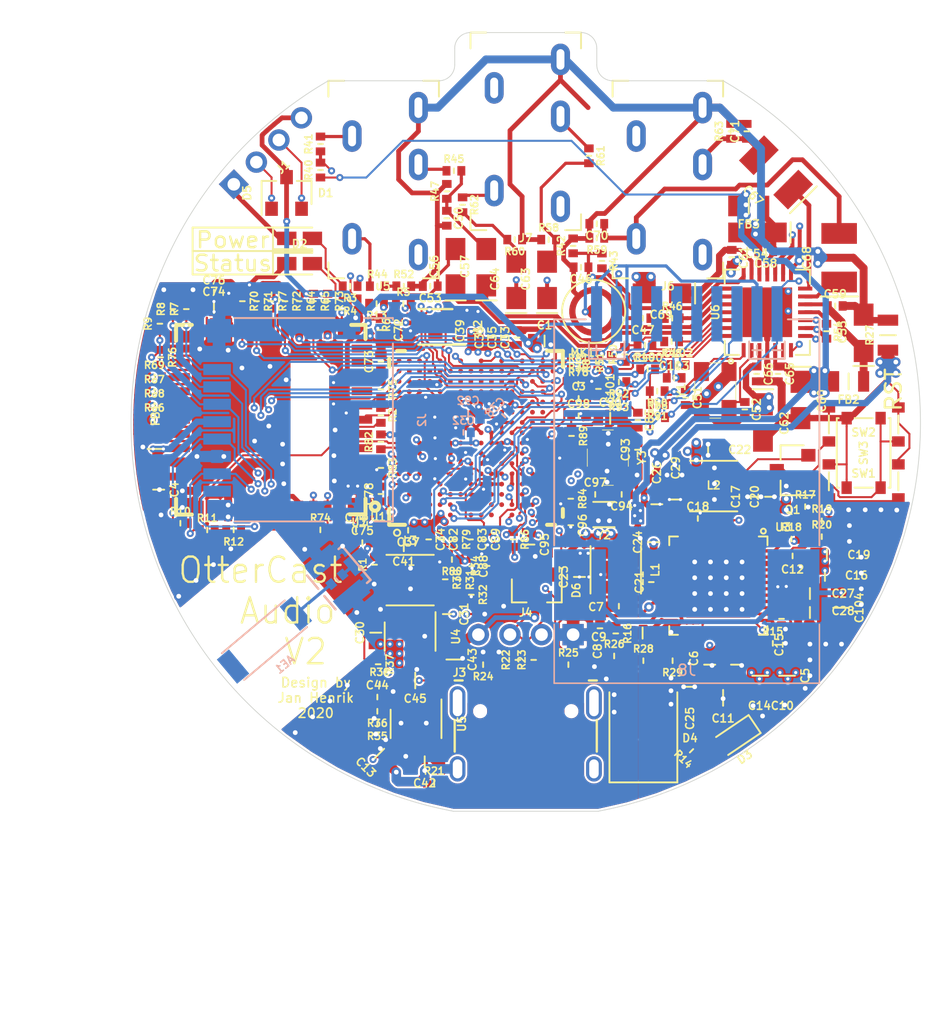
<source format=kicad_pcb>
(kicad_pcb (version 20171130) (host pcbnew 5.1.5+dfsg1-2build2)
  (layers (0 F.Cu signal) (1 In1.Cu signal) (2 In2.Cu signal) (31 B.Cu signal) (34 B.Paste user) (35 F.Paste user) (36 B.SilkS user) (37 F.SilkS user) (38 B.Mask user) (39 F.Mask user) (44 Edge.Cuts user))
  (net 0 "")
  (net 1 GND)
  (net 2 "Net-(AE1-Pad1)")
  (net 3 "Net-(AE1-PadNC)")
  (net 4 +3V3)
  (net 5 "Net-(C4-Pad1)")
  (net 6 IPS)
  (net 7 +5V_USBOTG)
  (net 8 +2.5V)
  (net 9 "Net-(C9-Pad2)")
  (net 10 +5V)
  (net 11 "Net-(C13-Pad1)")
  (net 12 "Net-(C15-Pad1)")
  (net 13 +1.1V)
  (net 14 +3.3V_RTC)
  (net 15 +3.0VA)
  (net 16 +1V2)
  (net 17 +2V8)
  (net 18 VCC-DDR)
  (net 19 USB-VBUSDET)
  (net 20 GNDA)
  (net 21 "Net-(C46-Pad1)")
  (net 22 "Net-(C47-Pad1)")
  (net 23 "Net-(C50-Pad1)")
  (net 24 "Net-(C51-Pad1)")
  (net 25 "Net-(C52-Pad1)")
  (net 26 "Net-(C53-Pad1)")
  (net 27 "Net-(C54-Pad1)")
  (net 28 "Net-(C55-Pad1)")
  (net 29 "Net-(C56-Pad1)")
  (net 30 "Net-(C57-Pad1)")
  (net 31 "Net-(C61-Pad1)")
  (net 32 "Net-(C63-Pad2)")
  (net 33 "Net-(C63-Pad1)")
  (net 34 "Net-(C64-Pad2)")
  (net 35 "Net-(C64-Pad1)")
  (net 36 "Net-(C67-Pad2)")
  (net 37 "Net-(C67-Pad1)")
  (net 38 "Net-(C68-Pad2)")
  (net 39 "Net-(C68-Pad1)")
  (net 40 "Net-(C77-Pad2)")
  (net 41 "Net-(C78-Pad2)")
  (net 42 "Net-(C82-Pad1)")
  (net 43 "Net-(C90-Pad1)")
  (net 44 "Net-(C93-Pad1)")
  (net 45 "Net-(C94-Pad1)")
  (net 46 "Net-(C96-Pad1)")
  (net 47 "Net-(C97-Pad1)")
  (net 48 "Net-(C100-Pad2)")
  (net 49 "Net-(C101-Pad2)")
  (net 50 "Net-(C102-Pad2)")
  (net 51 "Net-(C103-Pad2)")
  (net 52 "Net-(C104-Pad1)")
  (net 53 "Net-(D1-Pad2)")
  (net 54 "Net-(D2-Pad2)")
  (net 55 "Net-(D3-Pad2)")
  (net 56 UART1_RX)
  (net 57 UART1_TX)
  (net 58 SDC0-DET#)
  (net 59 SDC0-D2)
  (net 60 SDC0-D3)
  (net 61 SDC0-CMD)
  (net 62 SDC0-CLK)
  (net 63 SDC0-D0)
  (net 64 SDC0-D1)
  (net 65 "Net-(J3-PadB5)")
  (net 66 "Net-(J3-PadA8)")
  (net 67 "Net-(J3-PadA6)")
  (net 68 "Net-(J3-PadA7)")
  (net 69 "Net-(J3-PadA5)")
  (net 70 "Net-(J3-PadB8)")
  (net 71 USB-D_P)
  (net 72 USB-D_N)
  (net 73 "Net-(J5-Pad3)")
  (net 74 "Net-(J5-Pad2)")
  (net 75 "Net-(J5-Pad6)")
  (net 76 "Net-(J5-Pad5)")
  (net 77 "Net-(J6-Pad3)")
  (net 78 "Net-(J6-Pad6)")
  (net 79 "Net-(J7-Pad3)")
  (net 80 "Net-(J7-Pad2)")
  (net 81 "Net-(J7-Pad6)")
  (net 82 "Net-(J7-Pad5)")
  (net 83 EPHY_LINK_LED)
  (net 84 EPHY_SPD_LED)
  (net 85 EPHY_RX_N)
  (net 86 EPHY_RX_P)
  (net 87 EPHY_TX_N)
  (net 88 EPHY_TX_P)
  (net 89 MIPI-CK_P)
  (net 90 MIPI-RESET)
  (net 91 MIPI-SCK)
  (net 92 MIPI-D3_P)
  (net 93 MIPI-D0_N)
  (net 94 MIPI-D1_P)
  (net 95 MIPI-D2_N)
  (net 96 MIPI-D0_P)
  (net 97 MIPI-CK_N)
  (net 98 MIPI-SDA)
  (net 99 MIPI-D2_P)
  (net 100 MIPI-D3_N)
  (net 101 MIPI-D1_N)
  (net 102 "Net-(L1-Pad1)")
  (net 103 "Net-(L2-Pad1)")
  (net 104 "Net-(L3-Pad1)")
  (net 105 "Net-(Q1-Pad3)")
  (net 106 "Net-(R1-Pad2)")
  (net 107 BT-DIS-N)
  (net 108 "Net-(R2-Pad1)")
  (net 109 GPIO_LED1)
  (net 110 GPIO_LED2)
  (net 111 PB9\TWI1-SDA)
  (net 112 PB8\TWI1-SCK)
  (net 113 "Net-(R15-Pad1)")
  (net 114 "Net-(R16-Pad1)")
  (net 115 /Power/NMI)
  (net 116 /Power/PB6\TWI0-SCK)
  (net 117 /Power/PB7\TWI0-SDA)
  (net 118 RESETn)
  (net 119 "Net-(R28-Pad2)")
  (net 120 VINT)
  (net 121 "Net-(R30-Pad2)")
  (net 122 "Net-(R31-Pad2)")
  (net 123 USB-DRV)
  (net 124 "Net-(R36-Pad1)")
  (net 125 USB-ID)
  (net 126 MIC-DET)
  (net 127 "Net-(R43-Pad2)")
  (net 128 "Net-(R46-Pad2)")
  (net 129 "Net-(R48-Pad1)")
  (net 130 "Net-(R49-Pad1)")
  (net 131 BT-PCM-SYNC)
  (net 132 "Net-(R54-Pad1)")
  (net 133 BT-PCM-DOUT)
  (net 134 BT-PCM-DIN)
  (net 135 BT-PCM-CLK)
  (net 136 WL-SDIO-D3)
  (net 137 WL-SDIO-D2)
  (net 138 "Net-(R66-Pad2)")
  (net 139 "Net-(R67-Pad2)")
  (net 140 "Net-(R68-Pad2)")
  (net 141 "Net-(R69-Pad2)")
  (net 142 WL-SDIO-D1)
  (net 143 WL-SDIO-D0)
  (net 144 WL-SDIO-CMD)
  (net 145 WL-PMU-EN)
  (net 146 BT-UART-RX)
  (net 147 BT-WAKE-AP)
  (net 148 "Net-(R76-Pad2)")
  (net 149 AP-CK32KO)
  (net 150 "Net-(R77-Pad2)")
  (net 151 WL-SDIO-CLK)
  (net 152 "Net-(R81-Pad1)")
  (net 153 "Net-(R82-Pad1)")
  (net 154 "Net-(R83-Pad1)")
  (net 155 "Net-(R89-Pad2)")
  (net 156 MIPI-MSCK)
  (net 157 MIPI-PWDN)
  (net 158 "Net-(U1-PadR11)")
  (net 159 "Net-(U1-PadK13)")
  (net 160 "Net-(U1-PadL13)")
  (net 161 "Net-(U1-PadL15)")
  (net 162 "Net-(U1-PadL16)")
  (net 163 "Net-(U1-PadJ15)")
  (net 164 "Net-(U1-PadJ14)")
  (net 165 "Net-(U1-PadJ13)")
  (net 166 "Net-(U1-PadK15)")
  (net 167 "Net-(U1-PadP11)")
  (net 168 LRADC0)
  (net 169 LRADC1)
  (net 170 NMI)
  (net 171 "Net-(U1-PadF3)")
  (net 172 "Net-(U1-PadF4)")
  (net 173 "Net-(U1-PadF14)")
  (net 174 "Net-(U1-PadH13)")
  (net 175 "Net-(U1-PadH14)")
  (net 176 "Net-(U1-PadG13)")
  (net 177 "Net-(U1-PadG14)")
  (net 178 "Net-(U1-PadG15)")
  (net 179 "Net-(U1-PadE15)")
  (net 180 AP-WAKE-BT)
  (net 181 "Net-(U1-PadE13)")
  (net 182 "Net-(U1-PadF15)")
  (net 183 "Net-(U1-PadE12)")
  (net 184 "Net-(U1-PadD3)")
  (net 185 "Net-(U1-PadC11)")
  (net 186 "Net-(U1-PadD14)")
  (net 187 "Net-(U1-PadD2)")
  (net 188 "Net-(U1-PadC10)")
  (net 189 "Net-(U1-PadC3)")
  (net 190 "Net-(U1-PadC16)")
  (net 191 "Net-(U1-PadC15)")
  (net 192 "Net-(U1-PadC1)")
  (net 193 "Net-(U1-PadC14)")
  (net 194 "Net-(U1-PadD15)")
  (net 195 "Net-(U1-PadD1)")
  (net 196 "Net-(U1-PadC12)")
  (net 197 "Net-(U1-PadC2)")
  (net 198 WL-WAKE-AP)
  (net 199 BT-UART-TX)
  (net 200 PB7\TWI0-SDA)
  (net 201 "Net-(U1-PadB13)")
  (net 202 "Net-(U1-PadB2)")
  (net 203 "Net-(U1-PadB10)")
  (net 204 "Net-(U1-PadB9)")
  (net 205 "Net-(U1-PadB16)")
  (net 206 "Net-(U1-PadB1)")
  (net 207 BT-UART-CTS)
  (net 208 "Net-(U1-PadB11)")
  (net 209 "Net-(U1-PadB14)")
  (net 210 "Net-(U1-PadB15)")
  (net 211 "Net-(U1-PadB12)")
  (net 212 "Net-(U1-PadA2)")
  (net 213 "Net-(U1-PadA3)")
  (net 214 PB6\TWI0-SCK)
  (net 215 "Net-(U1-PadA9)")
  (net 216 "Net-(U1-PadA11)")
  (net 217 "Net-(U1-PadA13)")
  (net 218 "Net-(U1-PadA14)")
  (net 219 "Net-(U1-PadA15)")
  (net 220 "Net-(U3-Pad36)")
  (net 221 "Net-(U3-Pad30)")
  (net 222 "Net-(U3-Pad29)")
  (net 223 EXTEN)
  (net 224 "Net-(U3-Pad18)")
  (net 225 "Net-(U3-Pad5)")
  (net 226 "Net-(U3-Pad3)")
  (net 227 "Net-(U6-Pad6)")
  (net 228 "Net-(U7-Pad3)")
  (net 229 "Net-(U7-Pad4)")
  (net 230 "Net-(U7-Pad5)")
  (net 231 "Net-(U7-Pad8)")
  (net 232 "Net-(U7-Pad10)")
  (net 233 "Net-(U7-Pad11)")
  (net 234 "Net-(U7-Pad21)")
  (net 235 "Net-(U7-Pad23)")
  (net 236 "Net-(U7-Pad29)")
  (net 237 "Net-(U7-Pad30)")
  (net 238 "Net-(U7-Pad32)")
  (net 239 "Net-(U7-Pad35)")
  (net 240 "Net-(U7-Pad37)")
  (net 241 "Net-(U7-Pad38)")
  (net 242 "Net-(U7-Pad39)")
  (net 243 "Net-(U7-Pad40)")
  (net 244 "Net-(U3-Pad43)")
  (net 245 "Net-(Q1-Pad1)")
  (net 246 "Net-(U3-Pad45)")
  (net 247 "Net-(C12-Pad1)")
  (net 248 "Net-(U1-PadN9)")
  (net 249 "Net-(C3-Pad1)")
  (net 250 "Net-(C85-Pad1)")
  (net 251 "Net-(R34-Pad1)")
  (net 252 "Net-(U1-PadR12)")
  (net 253 "Net-(U1-PadT10)")
  (net 254 "Net-(U1-PadT6)")
  (net 255 "Net-(U1-PadR10)")
  (net 256 "Net-(U1-PadR6)")
  (net 257 "Net-(U1-PadR9)")
  (net 258 "Net-(U1-PadN11)")
  (net 259 "Net-(U1-PadP13)")
  (net 260 "Net-(U1-PadP10)")
  (net 261 "Net-(U1-PadN12)")
  (net 262 "Net-(U1-PadN13)")
  (net 263 "Net-(U1-PadP9)")
  (net 264 "Net-(U1-PadT12)")
  (net 265 "Net-(J8-Pad11)")
  (net 266 "Net-(J8-Pad9)")
  (module otter:KH-5220-A56 (layer B.Cu) (at 83.45 113.75 40)
    (fp_text reference AE1 (at 0 2 40) (layer B.SilkS) (effects (font (size 0.5 0.5) (thickness 0.1)) (justify mirror)))
    (fp_text value KH-5220-A56_U.FL)
    (pad "" smd rect (at 4.09 0 220) (size 3 0.2) (layers B.Cu B.Mask))
    (pad "" smd rect (at 5.52 0 220) (size 0.5 0.6) (layers B.Cu B.Paste B.Mask))
    (pad 2 smd rect (at 6 -1.45 310) (size 1.1 2.2) (layers B.Cu B.Paste B.Mask) (net 1 GND))
    (pad 2 smd rect (at 6 1.45 310) (size 1.1 2.2) (layers B.Cu B.Paste B.Mask) (net 1 GND))
    (pad "" smd rect (at 2.6 0 220) (size 1 2) (layers B.Cu B.Paste B.Mask))
    (pad NC smd rect (at -2.6 0 40) (size 1 2) (layers B.Cu B.Paste B.Mask) (net 3 "Net-(AE1-PadNC)"))
    (pad 1 smd custom (at 7.9 0 40) (size 1.2 1.2) (layers B.Cu B.Paste B.Mask) (net 2 "Net-(AE1-Pad1)") (options (clearance outline) (anchor rect)) (primitives (gr_poly (pts (xy 0.6 -0.6) (xy -0.9 -0.6) (xy -0.9 -0.1) (xy -1.19 -0.1) (xy -1.19 -0.3) (xy -1.69 -0.3) (xy -1.69 0.3) (xy -1.19 0.3) (xy -1.19 0.1) (xy -0.9 0.1) (xy -0.9 0.6) (xy 0.6 0.6)) (width 0))))
  )
  (module otter:R_0805 (layer F.Cu) (at 122.94 94.45 90)
    (fp_text reference R27 (at 0 -1.15 90) (layer F.SilkS) (effects (font (size 0.45 0.45) (thickness 0.1))))
    (fp_text value 0R hide)
    (pad 2 smd rect (at 0.95 0 90) (size 0.7 1.3) (layers F.Cu F.Paste F.Mask) (net 20 GNDA))
    (pad 1 smd rect (at -0.95 0 90) (size 0.7 1.3) (layers F.Cu F.Paste F.Mask) (net 1 GND))
  )
  (module otter:R_0402 (layer F.Cu) (at 105.89 98.26 180)
    (fp_text reference R93 (at 0 -0.75) (layer F.SilkS) (effects (font (size 0.45 0.45) (thickness 0.1))))
    (fp_text value 51 hide)
    (pad 2 smd rect (at 0.47 0 180) (size 0.5 0.6) (layers F.Cu F.Paste F.Mask) (net 49 "Net-(C101-Pad2)"))
    (pad 1 smd rect (at -0.47 0 180) (size 0.5 0.6) (layers F.Cu F.Paste F.Mask) (net 88 EPHY_TX_P))
  )
  (module otter:R_0402 (layer F.Cu) (at 105.9 97.41 180)
    (fp_text reference R92 (at 0 -0.75) (layer F.SilkS) (effects (font (size 0.45 0.45) (thickness 0.1))))
    (fp_text value 51 hide)
    (pad 2 smd rect (at 0.47 0 180) (size 0.5 0.6) (layers F.Cu F.Paste F.Mask) (net 49 "Net-(C101-Pad2)"))
    (pad 1 smd rect (at -0.47 0 180) (size 0.5 0.6) (layers F.Cu F.Paste F.Mask) (net 87 EPHY_TX_N))
  )
  (module otter:R_0402 (layer F.Cu) (at 108.335 98.82 180)
    (fp_text reference R91 (at 0 -0.75) (layer F.SilkS) (effects (font (size 0.45 0.45) (thickness 0.1))))
    (fp_text value 51 hide)
    (pad 2 smd rect (at 0.47 0 180) (size 0.5 0.6) (layers F.Cu F.Paste F.Mask) (net 48 "Net-(C100-Pad2)"))
    (pad 1 smd rect (at -0.47 0 180) (size 0.5 0.6) (layers F.Cu F.Paste F.Mask) (net 86 EPHY_RX_P))
  )
  (module otter:R_0402 (layer F.Cu) (at 108.325 97.990001 180)
    (fp_text reference R90 (at 0 -0.75) (layer F.SilkS) (effects (font (size 0.45 0.45) (thickness 0.1))))
    (fp_text value 51 hide)
    (pad 2 smd rect (at 0.47 0 180) (size 0.5 0.6) (layers F.Cu F.Paste F.Mask) (net 48 "Net-(C100-Pad2)"))
    (pad 1 smd rect (at -0.47 0 180) (size 0.5 0.6) (layers F.Cu F.Paste F.Mask) (net 85 EPHY_RX_N))
  )
  (module otter:R_0402 (layer F.Cu) (at 102.9 100.825 270)
    (fp_text reference R89 (at 0 -0.75 90) (layer F.SilkS) (effects (font (size 0.45 0.45) (thickness 0.1))))
    (fp_text value 6k04 hide)
    (pad 2 smd rect (at 0.47 0 270) (size 0.5 0.6) (layers F.Cu F.Paste F.Mask) (net 155 "Net-(R89-Pad2)"))
    (pad 1 smd rect (at -0.47 0 270) (size 0.5 0.6) (layers F.Cu F.Paste F.Mask) (net 14 +3.3V_RTC))
  )
  (module otter:R_0402 (layer F.Cu) (at 108.35 99.65)
    (fp_text reference R88 (at 0 -0.75) (layer F.SilkS) (effects (font (size 0.45 0.45) (thickness 0.1))))
    (fp_text value 2k2 hide)
    (pad 2 smd rect (at 0.47 0) (size 0.5 0.6) (layers F.Cu F.Paste F.Mask) (net 266 "Net-(J8-Pad9)"))
    (pad 1 smd rect (at -0.47 0) (size 0.5 0.6) (layers F.Cu F.Paste F.Mask) (net 84 EPHY_SPD_LED))
  )
  (module otter:R_0402 (layer F.Cu) (at 104.585 96.17 90)
    (fp_text reference R87 (at 0 -0.75 90) (layer F.SilkS) (effects (font (size 0.45 0.45) (thickness 0.1))))
    (fp_text value 2k2 hide)
    (pad 2 smd rect (at 0.47 0 90) (size 0.5 0.6) (layers F.Cu F.Paste F.Mask) (net 265 "Net-(J8-Pad11)"))
    (pad 1 smd rect (at -0.47 0 90) (size 0.5 0.6) (layers F.Cu F.Paste F.Mask) (net 83 EPHY_LINK_LED))
  )
  (module otter:R_0402 (layer F.Cu) (at 99.2 107.375 270)
    (fp_text reference R86 (at 0 -0.75 90) (layer F.SilkS) (effects (font (size 0.45 0.45) (thickness 0.1))))
    (fp_text value 5k1 hide)
    (pad 2 smd rect (at 0.47 0 270) (size 0.5 0.6) (layers F.Cu F.Paste F.Mask) (net 14 +3.3V_RTC))
    (pad 1 smd rect (at -0.47 0 270) (size 0.5 0.6) (layers F.Cu F.Paste F.Mask) (net 149 AP-CK32KO))
  )
  (module otter:R_0402 (layer F.Cu) (at 102.85 104.8 270)
    (fp_text reference R84 (at 0 -0.75 90) (layer F.SilkS) (effects (font (size 0.45 0.45) (thickness 0.1))))
    (fp_text value 10M hide)
    (pad 2 smd rect (at 0.47 0 270) (size 0.5 0.6) (layers F.Cu F.Paste F.Mask) (net 46 "Net-(C96-Pad1)"))
    (pad 1 smd rect (at -0.47 0 270) (size 0.5 0.6) (layers F.Cu F.Paste F.Mask) (net 47 "Net-(C97-Pad1)"))
  )
  (module otter:R_0402 (layer F.Cu) (at 90.825 102.85 270)
    (fp_text reference R83 (at 0 -0.75 90) (layer F.SilkS) (effects (font (size 0.45 0.45) (thickness 0.1))))
    (fp_text value 240 hide)
    (pad 2 smd rect (at 0.47 0 270) (size 0.5 0.6) (layers F.Cu F.Paste F.Mask) (net 1 GND))
    (pad 1 smd rect (at -0.47 0 270) (size 0.5 0.6) (layers F.Cu F.Paste F.Mask) (net 154 "Net-(R83-Pad1)"))
  )
  (module otter:R_0402 (layer F.Cu) (at 90.825 101.2 90)
    (fp_text reference R82 (at 0 -0.75 90) (layer F.SilkS) (effects (font (size 0.45 0.45) (thickness 0.1))))
    (fp_text value 240 hide)
    (pad 2 smd rect (at 0.47 0 90) (size 0.5 0.6) (layers F.Cu F.Paste F.Mask) (net 1 GND))
    (pad 1 smd rect (at -0.47 0 90) (size 0.5 0.6) (layers F.Cu F.Paste F.Mask) (net 153 "Net-(R82-Pad1)"))
  )
  (module otter:R_0402 (layer F.Cu) (at 103.33 96.65)
    (fp_text reference R81 (at 0 -0.75) (layer F.SilkS) (effects (font (size 0.45 0.45) (thickness 0.1))))
    (fp_text value 22 hide)
    (pad 2 smd rect (at 0.47 0) (size 0.5 0.6) (layers F.Cu F.Paste F.Mask) (net 1 GND))
    (pad 1 smd rect (at -0.47 0) (size 0.5 0.6) (layers F.Cu F.Paste F.Mask) (net 152 "Net-(R81-Pad1)"))
  )
  (module otter:R_0402 (layer F.Cu) (at 95.325 108.65 180)
    (fp_text reference R80 (at 0 -0.75) (layer F.SilkS) (effects (font (size 0.45 0.45) (thickness 0.1))))
    (fp_text value 2k2 hide)
    (pad 2 smd rect (at 0.47 0 180) (size 0.5 0.6) (layers F.Cu F.Paste F.Mask) (net 1 GND))
    (pad 1 smd rect (at -0.47 0 180) (size 0.5 0.6) (layers F.Cu F.Paste F.Mask) (net 42 "Net-(C82-Pad1)"))
  )
  (module otter:R_0402 (layer F.Cu) (at 95.5 107.375 270)
    (fp_text reference R79 (at 0 -0.75 90) (layer F.SilkS) (effects (font (size 0.45 0.45) (thickness 0.1))))
    (fp_text value 2k2 hide)
    (pad 2 smd rect (at 0.47 0 270) (size 0.5 0.6) (layers F.Cu F.Paste F.Mask) (net 18 VCC-DDR))
    (pad 1 smd rect (at -0.47 0 270) (size 0.5 0.6) (layers F.Cu F.Paste F.Mask) (net 42 "Net-(C82-Pad1)"))
  )
  (module otter:R_0402 (layer F.Cu) (at 103.33 97.55)
    (fp_text reference R78 (at 0 -0.75) (layer F.SilkS) (effects (font (size 0.45 0.45) (thickness 0.1))))
    (fp_text value 200k hide)
    (pad 2 smd rect (at 0.47 0) (size 0.5 0.6) (layers F.Cu F.Paste F.Mask) (net 1 GND))
    (pad 1 smd rect (at -0.47 0) (size 0.5 0.6) (layers F.Cu F.Paste F.Mask) (net 249 "Net-(C3-Pad1)"))
  )
  (module otter:R_0402 (layer F.Cu) (at 83.85 92.3 270)
    (fp_text reference R77 (at 0 -0.75 90) (layer F.SilkS) (effects (font (size 0.45 0.45) (thickness 0.1))))
    (fp_text value 22 hide)
    (pad 2 smd rect (at 0.47 0 270) (size 0.5 0.6) (layers F.Cu F.Paste F.Mask) (net 150 "Net-(R77-Pad2)"))
    (pad 1 smd rect (at -0.47 0 270) (size 0.5 0.6) (layers F.Cu F.Paste F.Mask) (net 151 WL-SDIO-CLK))
  )
  (module otter:R_0402 (layer F.Cu) (at 76.875 95.85 270)
    (fp_text reference R76 (at 0 -0.75 90) (layer F.SilkS) (effects (font (size 0.45 0.45) (thickness 0.1))))
    (fp_text value 22 hide)
    (pad 2 smd rect (at 0.47 0 270) (size 0.5 0.6) (layers F.Cu F.Paste F.Mask) (net 148 "Net-(R76-Pad2)"))
    (pad 1 smd rect (at -0.47 0 270) (size 0.5 0.6) (layers F.Cu F.Paste F.Mask) (net 149 AP-CK32KO))
  )
  (module otter:R_0402 (layer F.Cu) (at 90.825 97.875 270)
    (fp_text reference R75 (at 0 -0.75 90) (layer F.SilkS) (effects (font (size 0.45 0.45) (thickness 0.1))))
    (fp_text value 47k hide)
    (pad 2 smd rect (at 0.47 0 270) (size 0.5 0.6) (layers F.Cu F.Paste F.Mask) (net 147 BT-WAKE-AP))
    (pad 1 smd rect (at -0.47 0 270) (size 0.5 0.6) (layers F.Cu F.Paste F.Mask) (net 4 +3V3))
  )
  (module otter:R_0402 (layer F.Cu) (at 86.99 106.77)
    (fp_text reference R74 (at 0 -0.75) (layer F.SilkS) (effects (font (size 0.45 0.45) (thickness 0.1))))
    (fp_text value 47k hide)
    (pad 2 smd rect (at 0.47 0) (size 0.5 0.6) (layers F.Cu F.Paste F.Mask) (net 146 BT-UART-RX))
    (pad 1 smd rect (at -0.47 0) (size 0.5 0.6) (layers F.Cu F.Paste F.Mask) (net 4 +3V3))
  )
  (module otter:R_0402 (layer F.Cu) (at 87.45 92.3 270)
    (fp_text reference R73 (at 0 -0.75 90) (layer F.SilkS) (effects (font (size 0.45 0.45) (thickness 0.1))))
    (fp_text value 47k hide)
    (pad 2 smd rect (at 0.47 0 270) (size 0.5 0.6) (layers F.Cu F.Paste F.Mask) (net 145 WL-PMU-EN))
    (pad 1 smd rect (at -0.47 0 270) (size 0.5 0.6) (layers F.Cu F.Paste F.Mask) (net 4 +3V3))
  )
  (module otter:R_0402 (layer F.Cu) (at 84.75 92.3 270)
    (fp_text reference R72 (at 0 -0.75 90) (layer F.SilkS) (effects (font (size 0.45 0.45) (thickness 0.1))))
    (fp_text value 47k hide)
    (pad 2 smd rect (at 0.47 0 270) (size 0.5 0.6) (layers F.Cu F.Paste F.Mask) (net 144 WL-SDIO-CMD))
    (pad 1 smd rect (at -0.47 0 270) (size 0.5 0.6) (layers F.Cu F.Paste F.Mask) (net 4 +3V3))
  )
  (module otter:R_0402 (layer F.Cu) (at 82.95 92.3 270)
    (fp_text reference R71 (at 0 -0.75 90) (layer F.SilkS) (effects (font (size 0.45 0.45) (thickness 0.1))))
    (fp_text value 47k hide)
    (pad 2 smd rect (at 0.47 0 270) (size 0.5 0.6) (layers F.Cu F.Paste F.Mask) (net 143 WL-SDIO-D0))
    (pad 1 smd rect (at -0.47 0 270) (size 0.5 0.6) (layers F.Cu F.Paste F.Mask) (net 4 +3V3))
  )
  (module otter:R_0402 (layer F.Cu) (at 82.05 92.3 270)
    (fp_text reference R70 (at 0 -0.75 90) (layer F.SilkS) (effects (font (size 0.45 0.45) (thickness 0.1))))
    (fp_text value 47k hide)
    (pad 2 smd rect (at 0.47 0 270) (size 0.5 0.6) (layers F.Cu F.Paste F.Mask) (net 142 WL-SDIO-D1))
    (pad 1 smd rect (at -0.47 0 270) (size 0.5 0.6) (layers F.Cu F.Paste F.Mask) (net 4 +3V3))
  )
  (module otter:R_0402 (layer F.Cu) (at 76.475 97.1)
    (fp_text reference R69 (at 0 -0.75) (layer F.SilkS) (effects (font (size 0.45 0.45) (thickness 0.1))))
    (fp_text value DNP hide)
    (pad 2 smd rect (at 0.47 0) (size 0.5 0.6) (layers F.Cu F.Paste F.Mask) (net 141 "Net-(R69-Pad2)"))
    (pad 1 smd rect (at -0.47 0) (size 0.5 0.6) (layers F.Cu F.Paste F.Mask) (net 133 BT-PCM-DOUT))
  )
  (module otter:R_0402 (layer F.Cu) (at 76.475 98.9)
    (fp_text reference R68 (at 0 -0.75) (layer F.SilkS) (effects (font (size 0.45 0.45) (thickness 0.1))))
    (fp_text value DNP hide)
    (pad 2 smd rect (at 0.47 0) (size 0.5 0.6) (layers F.Cu F.Paste F.Mask) (net 140 "Net-(R68-Pad2)"))
    (pad 1 smd rect (at -0.47 0) (size 0.5 0.6) (layers F.Cu F.Paste F.Mask) (net 134 BT-PCM-DIN))
  )
  (module otter:R_0402 (layer F.Cu) (at 76.475 98)
    (fp_text reference R67 (at 0 -0.75) (layer F.SilkS) (effects (font (size 0.45 0.45) (thickness 0.1))))
    (fp_text value DNP hide)
    (pad 2 smd rect (at 0.47 0) (size 0.5 0.6) (layers F.Cu F.Paste F.Mask) (net 139 "Net-(R67-Pad2)"))
    (pad 1 smd rect (at -0.47 0) (size 0.5 0.6) (layers F.Cu F.Paste F.Mask) (net 135 BT-PCM-CLK))
  )
  (module otter:R_0402 (layer F.Cu) (at 76.475 99.8)
    (fp_text reference R66 (at 0 -0.75) (layer F.SilkS) (effects (font (size 0.45 0.45) (thickness 0.1))))
    (fp_text value DNP hide)
    (pad 2 smd rect (at 0.47 0) (size 0.5 0.6) (layers F.Cu F.Paste F.Mask) (net 138 "Net-(R66-Pad2)"))
    (pad 1 smd rect (at -0.47 0) (size 0.5 0.6) (layers F.Cu F.Paste F.Mask) (net 131 BT-PCM-SYNC))
  )
  (module otter:R_0402 (layer F.Cu) (at 86.55 92.3 270)
    (fp_text reference R65 (at 0 -0.75 90) (layer F.SilkS) (effects (font (size 0.45 0.45) (thickness 0.1))))
    (fp_text value 47k hide)
    (pad 2 smd rect (at 0.47 0 270) (size 0.5 0.6) (layers F.Cu F.Paste F.Mask) (net 137 WL-SDIO-D2))
    (pad 1 smd rect (at -0.47 0 270) (size 0.5 0.6) (layers F.Cu F.Paste F.Mask) (net 4 +3V3))
  )
  (module otter:R_0402 (layer F.Cu) (at 85.65 92.3 270)
    (fp_text reference R64 (at 0 -0.75 90) (layer F.SilkS) (effects (font (size 0.45 0.45) (thickness 0.1))))
    (fp_text value 47k hide)
    (pad 2 smd rect (at 0.47 0 270) (size 0.5 0.6) (layers F.Cu F.Paste F.Mask) (net 136 WL-SDIO-D3))
    (pad 1 smd rect (at -0.47 0 270) (size 0.5 0.6) (layers F.Cu F.Paste F.Mask) (net 4 +3V3))
  )
  (module otter:R_0402 (layer F.Cu) (at 113 81.55 90)
    (fp_text reference R63 (at 0 -0.75 90) (layer F.SilkS) (effects (font (size 0.45 0.45) (thickness 0.1))))
    (fp_text value 47k hide)
    (pad 2 smd rect (at 0.47 0 90) (size 0.5 0.6) (layers F.Cu F.Paste F.Mask) (net 20 GNDA))
    (pad 1 smd rect (at -0.47 0 90) (size 0.5 0.6) (layers F.Cu F.Paste F.Mask) (net 36 "Net-(C67-Pad2)"))
  )
  (module otter:R_0402 (layer F.Cu) (at 96 86.2 270)
    (fp_text reference R62 (at 0 -0.75 90) (layer F.SilkS) (effects (font (size 0.45 0.45) (thickness 0.1))))
    (fp_text value 100 hide)
    (pad 2 smd rect (at 0.47 0 270) (size 0.5 0.6) (layers F.Cu F.Paste F.Mask) (net 34 "Net-(C64-Pad2)"))
    (pad 1 smd rect (at -0.47 0 270) (size 0.5 0.6) (layers F.Cu F.Paste F.Mask) (net 80 "Net-(J7-Pad2)"))
  )
  (module otter:R_0402 (layer F.Cu) (at 104 83.1 270)
    (fp_text reference R61 (at 0 -0.75 90) (layer F.SilkS) (effects (font (size 0.45 0.45) (thickness 0.1))))
    (fp_text value 100 hide)
    (pad 2 smd rect (at 0.47 0 270) (size 0.5 0.6) (layers F.Cu F.Paste F.Mask) (net 32 "Net-(C63-Pad2)"))
    (pad 1 smd rect (at -0.47 0 270) (size 0.5 0.6) (layers F.Cu F.Paste F.Mask) (net 82 "Net-(J7-Pad5)"))
  )
  (module otter:R_0402 (layer F.Cu) (at 99.3 88.4 180)
    (fp_text reference R60 (at 0 -0.75) (layer F.SilkS) (effects (font (size 0.45 0.45) (thickness 0.1))))
    (fp_text value 47k hide)
    (pad 2 smd rect (at 0.47 0 180) (size 0.5 0.6) (layers F.Cu F.Paste F.Mask) (net 34 "Net-(C64-Pad2)"))
    (pad 1 smd rect (at -0.47 0 180) (size 0.5 0.6) (layers F.Cu F.Paste F.Mask) (net 20 GNDA))
  )
  (module otter:R_0402 (layer F.Cu) (at 104.5 88.3 180)
    (fp_text reference R59 (at 0 -0.75) (layer F.SilkS) (effects (font (size 0.45 0.45) (thickness 0.1))))
    (fp_text value 47k hide)
    (pad 2 smd rect (at 0.47 0 180) (size 0.5 0.6) (layers F.Cu F.Paste F.Mask) (net 20 GNDA))
    (pad 1 smd rect (at -0.47 0 180) (size 0.5 0.6) (layers F.Cu F.Paste F.Mask) (net 38 "Net-(C68-Pad2)"))
  )
  (module otter:R_0402 (layer F.Cu) (at 101.45 88.4)
    (fp_text reference R58 (at 0 -0.75) (layer F.SilkS) (effects (font (size 0.45 0.45) (thickness 0.1))))
    (fp_text value 47k hide)
    (pad 2 smd rect (at 0.47 0) (size 0.5 0.6) (layers F.Cu F.Paste F.Mask) (net 32 "Net-(C63-Pad2)"))
    (pad 1 smd rect (at -0.47 0) (size 0.5 0.6) (layers F.Cu F.Paste F.Mask) (net 20 GNDA))
  )
  (module otter:R_0402 (layer F.Cu) (at 119.05 94.2 270)
    (fp_text reference R54 (at 0 -0.75 90) (layer F.SilkS) (effects (font (size 0.45 0.45) (thickness 0.1))))
    (fp_text value 22 hide)
    (pad 2 smd rect (at 0.47 0 270) (size 0.5 0.6) (layers F.Cu F.Paste F.Mask) (net 131 BT-PCM-SYNC))
    (pad 1 smd rect (at -0.47 0 270) (size 0.5 0.6) (layers F.Cu F.Paste F.Mask) (net 132 "Net-(R54-Pad1)"))
  )
  (module otter:R_0402 (layer F.Cu) (at 92.275 91.35)
    (fp_text reference R52 (at 0 -0.75) (layer F.SilkS) (effects (font (size 0.45 0.45) (thickness 0.1))))
    (fp_text value DNP hide)
    (pad 2 smd rect (at 0.47 0) (size 0.5 0.6) (layers F.Cu F.Paste F.Mask) (net 20 GNDA))
    (pad 1 smd rect (at -0.47 0) (size 0.5 0.6) (layers F.Cu F.Paste F.Mask) (net 26 "Net-(C53-Pad1)"))
  )
  (module otter:R_0402 (layer F.Cu) (at 105.44 96.17 90)
    (fp_text reference R51 (at 0 -0.75 90) (layer F.SilkS) (effects (font (size 0.45 0.45) (thickness 0.1))))
    (fp_text value 2.2k hide)
    (pad 2 smd rect (at 0.47 0 90) (size 0.5 0.6) (layers F.Cu F.Paste F.Mask) (net 4 +3V3))
    (pad 1 smd rect (at -0.47 0 90) (size 0.5 0.6) (layers F.Cu F.Paste F.Mask) (net 91 MIPI-SCK))
  )
  (module otter:R_0402 (layer F.Cu) (at 106.28 95.67 90)
    (fp_text reference R50 (at 0 -0.75 90) (layer F.SilkS) (effects (font (size 0.45 0.45) (thickness 0.1))))
    (fp_text value 2.2k hide)
    (pad 2 smd rect (at 0.47 0 90) (size 0.5 0.6) (layers F.Cu F.Paste F.Mask) (net 4 +3V3))
    (pad 1 smd rect (at -0.47 0 90) (size 0.5 0.6) (layers F.Cu F.Paste F.Mask) (net 98 MIPI-SDA))
  )
  (module otter:R_0402 (layer F.Cu) (at 107.55 95.09 180)
    (fp_text reference R49 (at 0 -0.75) (layer F.SilkS) (effects (font (size 0.45 0.45) (thickness 0.1))))
    (fp_text value 2.2k hide)
    (pad 2 smd rect (at 0.47 0 180) (size 0.5 0.6) (layers F.Cu F.Paste F.Mask) (net 4 +3V3))
    (pad 1 smd rect (at -0.47 0 180) (size 0.5 0.6) (layers F.Cu F.Paste F.Mask) (net 130 "Net-(R49-Pad1)"))
  )
  (module otter:R_0402 (layer F.Cu) (at 109.24 94.85 180)
    (fp_text reference R48 (at 0 -0.75) (layer F.SilkS) (effects (font (size 0.45 0.45) (thickness 0.1))))
    (fp_text value 2.2k hide)
    (pad 2 smd rect (at 0.47 0 180) (size 0.5 0.6) (layers F.Cu F.Paste F.Mask) (net 4 +3V3))
    (pad 1 smd rect (at -0.47 0 180) (size 0.5 0.6) (layers F.Cu F.Paste F.Mask) (net 129 "Net-(R48-Pad1)"))
  )
  (module otter:R_0402 (layer F.Cu) (at 95 85.35 90)
    (fp_text reference R47 (at 0 -0.75 90) (layer F.SilkS) (effects (font (size 0.45 0.45) (thickness 0.1))))
    (fp_text value DNP hide)
    (pad 2 smd rect (at 0.47 0 90) (size 0.5 0.6) (layers F.Cu F.Paste F.Mask) (net 20 GNDA))
    (pad 1 smd rect (at -0.47 0 90) (size 0.5 0.6) (layers F.Cu F.Paste F.Mask) (net 23 "Net-(C50-Pad1)"))
  )
  (module otter:R_0402 (layer F.Cu) (at 109.275 93.375)
    (fp_text reference R46 (at 0 -0.75) (layer F.SilkS) (effects (font (size 0.45 0.45) (thickness 0.1))))
    (fp_text value 0 hide)
    (pad 2 smd rect (at 0.47 0) (size 0.5 0.6) (layers F.Cu F.Paste F.Mask) (net 128 "Net-(R46-Pad2)"))
    (pad 1 smd rect (at -0.47 0) (size 0.5 0.6) (layers F.Cu F.Paste F.Mask) (net 22 "Net-(C47-Pad1)"))
  )
  (module otter:R_0402 (layer F.Cu) (at 95.45 84.05)
    (fp_text reference R45 (at 0 -0.75) (layer F.SilkS) (effects (font (size 0.45 0.45) (thickness 0.1))))
    (fp_text value 0 hide)
    (pad 2 smd rect (at 0.47 0) (size 0.5 0.6) (layers F.Cu F.Paste F.Mask) (net 23 "Net-(C50-Pad1)"))
    (pad 1 smd rect (at -0.47 0) (size 0.5 0.6) (layers F.Cu F.Paste F.Mask) (net 76 "Net-(J5-Pad5)"))
  )
  (module otter:R_0402 (layer F.Cu) (at 90.6 91.35)
    (fp_text reference R44 (at 0 -0.75) (layer F.SilkS) (effects (font (size 0.45 0.45) (thickness 0.1))))
    (fp_text value 0 hide)
    (pad 2 smd rect (at 0.47 0) (size 0.5 0.6) (layers F.Cu F.Paste F.Mask) (net 26 "Net-(C53-Pad1)"))
    (pad 1 smd rect (at -0.47 0) (size 0.5 0.6) (layers F.Cu F.Paste F.Mask) (net 74 "Net-(J5-Pad2)"))
  )
  (module otter:R_0402 (layer F.Cu) (at 104.825 89.75 270)
    (fp_text reference R43 (at 0 -0.75 90) (layer F.SilkS) (effects (font (size 0.45 0.45) (thickness 0.1))))
    (fp_text value 680 hide)
    (pad 2 smd rect (at 0.47 0 270) (size 0.5 0.6) (layers F.Cu F.Paste F.Mask) (net 127 "Net-(R43-Pad2)"))
    (pad 1 smd rect (at -0.47 0 270) (size 0.5 0.6) (layers F.Cu F.Paste F.Mask) (net 21 "Net-(C46-Pad1)"))
  )
  (module otter:R_0402 (layer F.Cu) (at 103 88.8 90)
    (fp_text reference R42 (at 0 -0.75 90) (layer F.SilkS) (effects (font (size 0.45 0.45) (thickness 0.1))))
    (fp_text value 47k hide)
    (pad 2 smd rect (at 0.47 0 90) (size 0.5 0.6) (layers F.Cu F.Paste F.Mask) (net 20 GNDA))
    (pad 1 smd rect (at -0.47 0 90) (size 0.5 0.6) (layers F.Cu F.Paste F.Mask) (net 21 "Net-(C46-Pad1)"))
  )
  (module otter:R_0402 (layer F.Cu) (at 87 82.35 90)
    (fp_text reference R41 (at 0 -0.75 90) (layer F.SilkS) (effects (font (size 0.45 0.45) (thickness 0.1))))
    (fp_text value 2k2 hide)
    (pad 2 smd rect (at 0.47 0 90) (size 0.5 0.6) (layers F.Cu F.Paste F.Mask) (net 73 "Net-(J5-Pad3)"))
    (pad 1 smd rect (at -0.47 0 90) (size 0.5 0.6) (layers F.Cu F.Paste F.Mask) (net 126 MIC-DET))
  )
  (module otter:R_0402 (layer F.Cu) (at 87 84 90)
    (fp_text reference R40 (at 0 -0.75 90) (layer F.SilkS) (effects (font (size 0.45 0.45) (thickness 0.1))))
    (fp_text value 200k hide)
    (pad 2 smd rect (at 0.47 0 90) (size 0.5 0.6) (layers F.Cu F.Paste F.Mask) (net 126 MIC-DET))
    (pad 1 smd rect (at -0.47 0 90) (size 0.5 0.6) (layers F.Cu F.Paste F.Mask) (net 15 +3.0VA))
  )
  (module otter:R_0402 (layer F.Cu) (at 103.33 95.75 180)
    (fp_text reference R39 (at 0 -0.75) (layer F.SilkS) (effects (font (size 0.45 0.45) (thickness 0.1))))
    (fp_text value 5k1 hide)
    (pad 2 smd rect (at 0.47 0 180) (size 0.5 0.6) (layers F.Cu F.Paste F.Mask) (net 125 USB-ID))
    (pad 1 smd rect (at -0.47 0 180) (size 0.5 0.6) (layers F.Cu F.Paste F.Mask) (net 1 GND))
  )
  (module otter:R_0402 (layer F.Cu) (at 90.75 116.525)
    (fp_text reference R38 (at 0 -0.75) (layer F.SilkS) (effects (font (size 0.45 0.45) (thickness 0.1))))
    (fp_text value 3k9 hide)
    (pad 2 smd rect (at 0.47 0) (size 0.5 0.6) (layers F.Cu F.Paste F.Mask) (net 1 GND))
    (pad 1 smd rect (at -0.47 0) (size 0.5 0.6) (layers F.Cu F.Paste F.Mask) (net 19 USB-VBUSDET))
  )
  (module otter:R_0402 (layer F.Cu) (at 90.65 115.275 270)
    (fp_text reference R37 (at 0 -0.75 90) (layer F.SilkS) (effects (font (size 0.45 0.45) (thickness 0.1))))
    (fp_text value 2k2 hide)
    (pad 2 smd rect (at 0.47 0 270) (size 0.5 0.6) (layers F.Cu F.Paste F.Mask) (net 19 USB-VBUSDET))
    (pad 1 smd rect (at -0.47 0 270) (size 0.5 0.6) (layers F.Cu F.Paste F.Mask) (net 7 +5V_USBOTG))
  )
  (module otter:R_0402 (layer F.Cu) (at 90.6 118.25 180)
    (fp_text reference R36 (at 0 -0.75) (layer F.SilkS) (effects (font (size 0.45 0.45) (thickness 0.1))))
    (fp_text value 5k1 hide)
    (pad 2 smd rect (at 0.47 0 180) (size 0.5 0.6) (layers F.Cu F.Paste F.Mask) (net 1 GND))
    (pad 1 smd rect (at -0.47 0 180) (size 0.5 0.6) (layers F.Cu F.Paste F.Mask) (net 124 "Net-(R36-Pad1)"))
  )
  (module otter:R_0402 (layer F.Cu) (at 90.6 119.075 180)
    (fp_text reference R35 (at 0 -0.75) (layer F.SilkS) (effects (font (size 0.45 0.45) (thickness 0.1))))
    (fp_text value 5k1 hide)
    (pad 2 smd rect (at 0.47 0 180) (size 0.5 0.6) (layers F.Cu F.Paste F.Mask) (net 1 GND))
    (pad 1 smd rect (at -0.47 0 180) (size 0.5 0.6) (layers F.Cu F.Paste F.Mask) (net 123 USB-DRV))
  )
  (module otter:R_0402 (layer F.Cu) (at 97.55 109.05 90)
    (fp_text reference R34 (at 0 -0.75 90) (layer F.SilkS) (effects (font (size 0.45 0.45) (thickness 0.1))))
    (fp_text value 22 hide)
    (pad 2 smd rect (at 0.47 0 90) (size 0.5 0.6) (layers F.Cu F.Paste F.Mask) (net 1 GND))
    (pad 1 smd rect (at -0.47 0 90) (size 0.5 0.6) (layers F.Cu F.Paste F.Mask) (net 251 "Net-(R34-Pad1)"))
  )
  (module otter:R_0402 (layer F.Cu) (at 96.55 110.875 270)
    (fp_text reference R32 (at 0 -0.75 90) (layer F.SilkS) (effects (font (size 0.45 0.45) (thickness 0.1))))
    (fp_text value 100 hide)
    (pad 2 smd rect (at 0.47 0 270) (size 0.5 0.6) (layers F.Cu F.Paste F.Mask) (net 1 GND))
    (pad 1 smd rect (at -0.47 0 270) (size 0.5 0.6) (layers F.Cu F.Paste F.Mask) (net 122 "Net-(R31-Pad2)"))
  )
  (module otter:R_0402 (layer F.Cu) (at 95.725 109.925 270)
    (fp_text reference R31 (at 0 -0.75 90) (layer F.SilkS) (effects (font (size 0.45 0.45) (thickness 0.1))))
    (fp_text value 3.3k hide)
    (pad 2 smd rect (at 0.47 0 270) (size 0.5 0.6) (layers F.Cu F.Paste F.Mask) (net 122 "Net-(R31-Pad2)"))
    (pad 1 smd rect (at -0.47 0 270) (size 0.5 0.6) (layers F.Cu F.Paste F.Mask) (net 121 "Net-(R30-Pad2)"))
  )
  (module otter:R_0402 (layer F.Cu) (at 94.9 109.9 270)
    (fp_text reference R30 (at 0 -0.75 90) (layer F.SilkS) (effects (font (size 0.45 0.45) (thickness 0.1))))
    (fp_text value 5.1k hide)
    (pad 2 smd rect (at 0.47 0 270) (size 0.5 0.6) (layers F.Cu F.Paste F.Mask) (net 121 "Net-(R30-Pad2)"))
    (pad 1 smd rect (at -0.47 0 270) (size 0.5 0.6) (layers F.Cu F.Paste F.Mask) (net 18 VCC-DDR))
  )
  (module otter:R_0402 (layer F.Cu) (at 109.3 115.05 180)
    (fp_text reference R29 (at 0 -0.75) (layer F.SilkS) (effects (font (size 0.45 0.45) (thickness 0.1))))
    (fp_text value DNP hide)
    (pad 2 smd rect (at 0.47 0 180) (size 0.5 0.6) (layers F.Cu F.Paste F.Mask) (net 119 "Net-(R28-Pad2)"))
    (pad 1 smd rect (at -0.47 0 180) (size 0.5 0.6) (layers F.Cu F.Paste F.Mask) (net 1 GND))
  )
  (module otter:R_0402 (layer F.Cu) (at 107.45 115.05)
    (fp_text reference R28 (at 0 -0.75) (layer F.SilkS) (effects (font (size 0.45 0.45) (thickness 0.1))))
    (fp_text value 2.2k hide)
    (pad 2 smd rect (at 0.47 0) (size 0.5 0.6) (layers F.Cu F.Paste F.Mask) (net 119 "Net-(R28-Pad2)"))
    (pad 1 smd rect (at -0.47 0) (size 0.5 0.6) (layers F.Cu F.Paste F.Mask) (net 120 VINT))
  )
  (module otter:R_0402 (layer F.Cu) (at 105.6 114.75)
    (fp_text reference R26 (at 0 -0.75) (layer F.SilkS) (effects (font (size 0.45 0.45) (thickness 0.1))))
    (fp_text value 47k hide)
    (pad 2 smd rect (at 0.47 0) (size 0.5 0.6) (layers F.Cu F.Paste F.Mask) (net 118 RESETn))
    (pad 1 smd rect (at -0.47 0) (size 0.5 0.6) (layers F.Cu F.Paste F.Mask) (net 14 +3.3V_RTC))
  )
  (module otter:R_0402 (layer F.Cu) (at 102.7 115.3)
    (fp_text reference R25 (at 0 -0.75) (layer F.SilkS) (effects (font (size 0.45 0.45) (thickness 0.1))))
    (fp_text value 5k1 hide)
    (pad 2 smd rect (at 0.47 0) (size 0.5 0.6) (layers F.Cu F.Paste F.Mask) (net 1 GND))
    (pad 1 smd rect (at -0.47 0) (size 0.5 0.6) (layers F.Cu F.Paste F.Mask) (net 65 "Net-(J3-PadB5)"))
  )
  (module otter:R_0402 (layer F.Cu) (at 97.3 115.3 180)
    (fp_text reference R24 (at 0 -0.75) (layer F.SilkS) (effects (font (size 0.45 0.45) (thickness 0.1))))
    (fp_text value 5k1 hide)
    (pad 2 smd rect (at 0.47 0 180) (size 0.5 0.6) (layers F.Cu F.Paste F.Mask) (net 1 GND))
    (pad 1 smd rect (at -0.47 0 180) (size 0.5 0.6) (layers F.Cu F.Paste F.Mask) (net 69 "Net-(J3-PadA5)"))
  )
  (module otter:R_0402 (layer F.Cu) (at 100.5 115 90)
    (fp_text reference R23 (at 0 -0.75 90) (layer F.SilkS) (effects (font (size 0.45 0.45) (thickness 0.1))))
    (fp_text value DNP hide)
    (pad 2 smd rect (at 0.47 0 90) (size 0.5 0.6) (layers F.Cu F.Paste F.Mask) (net 71 USB-D_P))
    (pad 1 smd rect (at -0.47 0 90) (size 0.5 0.6) (layers F.Cu F.Paste F.Mask) (net 67 "Net-(J3-PadA6)"))
  )
  (module otter:R_0402 (layer F.Cu) (at 99.5 115 90)
    (fp_text reference R22 (at 0 -0.75 90) (layer F.SilkS) (effects (font (size 0.45 0.45) (thickness 0.1))))
    (fp_text value DNP hide)
    (pad 2 smd rect (at 0.47 0 90) (size 0.5 0.6) (layers F.Cu F.Paste F.Mask) (net 72 USB-D_N))
    (pad 1 smd rect (at -0.47 0 90) (size 0.5 0.6) (layers F.Cu F.Paste F.Mask) (net 68 "Net-(J3-PadA7)"))
  )
  (module otter:R_0402 (layer F.Cu) (at 94.2 122.775)
    (fp_text reference R21 (at 0 -0.75) (layer F.SilkS) (effects (font (size 0.45 0.45) (thickness 0.1))))
    (fp_text value 200k hide)
    (pad 2 smd rect (at 0.47 0) (size 0.5 0.6) (layers F.Cu F.Paste F.Mask) (net 1 GND))
    (pad 1 smd rect (at -0.47 0) (size 0.5 0.6) (layers F.Cu F.Paste F.Mask) (net 11 "Net-(C13-Pad1)"))
  )
  (module otter:R_0402 (layer F.Cu) (at 118.75 107.2)
    (fp_text reference R20 (at 0 -0.75) (layer F.SilkS) (effects (font (size 0.45 0.45) (thickness 0.1))))
    (fp_text value 2.2k hide)
    (pad 2 smd rect (at 0.47 0) (size 0.5 0.6) (layers F.Cu F.Paste F.Mask) (net 4 +3V3))
    (pad 1 smd rect (at -0.47 0) (size 0.5 0.6) (layers F.Cu F.Paste F.Mask) (net 117 /Power/PB7\TWI0-SDA))
  )
  (module otter:R_0402 (layer F.Cu) (at 118.75 106.2)
    (fp_text reference R19 (at 0 -0.75) (layer F.SilkS) (effects (font (size 0.45 0.45) (thickness 0.1))))
    (fp_text value 2.2k hide)
    (pad 2 smd rect (at 0.47 0) (size 0.5 0.6) (layers F.Cu F.Paste F.Mask) (net 4 +3V3))
    (pad 1 smd rect (at -0.47 0) (size 0.5 0.6) (layers F.Cu F.Paste F.Mask) (net 116 /Power/PB6\TWI0-SCK))
  )
  (module otter:R_0402 (layer F.Cu) (at 116.83 107.35)
    (fp_text reference R18 (at 0 -0.75) (layer F.SilkS) (effects (font (size 0.45 0.45) (thickness 0.1))))
    (fp_text value 47k hide)
    (pad 2 smd rect (at 0.47 0) (size 0.5 0.6) (layers F.Cu F.Paste F.Mask) (net 14 +3.3V_RTC))
    (pad 1 smd rect (at -0.47 0) (size 0.5 0.6) (layers F.Cu F.Paste F.Mask) (net 115 /Power/NMI))
  )
  (module otter:R_0402 (layer F.Cu) (at 117.7 105.3)
    (fp_text reference R17 (at 0 -0.75) (layer F.SilkS) (effects (font (size 0.45 0.45) (thickness 0.1))))
    (fp_text value 2.2k hide)
    (pad 2 smd rect (at 0.47 0) (size 0.5 0.6) (layers F.Cu F.Paste F.Mask) (net 1 GND))
    (pad 1 smd rect (at -0.47 0) (size 0.5 0.6) (layers F.Cu F.Paste F.Mask) (net 105 "Net-(Q1-Pad3)"))
  )
  (module otter:R_0402 (layer F.Cu) (at 105.7 113.325 270)
    (fp_text reference R16 (at 0 -0.75 90) (layer F.SilkS) (effects (font (size 0.45 0.45) (thickness 0.1))))
    (fp_text value 200k hide)
    (pad 2 smd rect (at 0.47 0 270) (size 0.5 0.6) (layers F.Cu F.Paste F.Mask) (net 1 GND))
    (pad 1 smd rect (at -0.47 0 270) (size 0.5 0.6) (layers F.Cu F.Paste F.Mask) (net 114 "Net-(R16-Pad1)"))
  )
  (module otter:R_0402 (layer F.Cu) (at 115.65 113.95)
    (fp_text reference R15 (at 0 -0.75) (layer F.SilkS) (effects (font (size 0.45 0.45) (thickness 0.1))))
    (fp_text value 22 hide)
    (pad 2 smd rect (at 0.47 0) (size 0.5 0.6) (layers F.Cu F.Paste F.Mask) (net 1 GND))
    (pad 1 smd rect (at -0.47 0) (size 0.5 0.6) (layers F.Cu F.Paste F.Mask) (net 113 "Net-(R15-Pad1)"))
  )
  (module otter:R_0402 (layer F.Cu) (at 110.5 120.75 135)
    (fp_text reference R14 (at 0 -0.75 135) (layer F.SilkS) (effects (font (size 0.45 0.45) (thickness 0.1))))
    (fp_text value 5k1 hide)
    (pad 2 smd rect (at 0.47 0 135) (size 0.5 0.6) (layers F.Cu F.Paste F.Mask) (net 10 +5V))
    (pad 1 smd rect (at -0.47 0 135) (size 0.5 0.6) (layers F.Cu F.Paste F.Mask) (net 55 "Net-(D3-Pad2)"))
  )
  (module otter:R_0402 (layer F.Cu) (at 90.55 92.45 180)
    (fp_text reference R13 (at 0 -0.75) (layer F.SilkS) (effects (font (size 0.45 0.45) (thickness 0.1))))
    (fp_text value 47k hide)
    (pad 2 smd rect (at 0.47 0 180) (size 0.5 0.6) (layers F.Cu F.Paste F.Mask) (net 4 +3V3))
    (pad 1 smd rect (at -0.47 0 180) (size 0.5 0.6) (layers F.Cu F.Paste F.Mask) (net 58 SDC0-DET#))
  )
  (module otter:R_0402 (layer F.Cu) (at 81.5 106.775 180)
    (fp_text reference R12 (at 0 -0.75) (layer F.SilkS) (effects (font (size 0.45 0.45) (thickness 0.1))))
    (fp_text value 47k hide)
    (pad 2 smd rect (at 0.47 0 180) (size 0.5 0.6) (layers F.Cu F.Paste F.Mask) (net 4 +3V3))
    (pad 1 smd rect (at -0.47 0 180) (size 0.5 0.6) (layers F.Cu F.Paste F.Mask) (net 64 SDC0-D1))
  )
  (module otter:R_0402 (layer F.Cu) (at 79.825 106.775)
    (fp_text reference R11 (at 0 -0.75) (layer F.SilkS) (effects (font (size 0.45 0.45) (thickness 0.1))))
    (fp_text value 47k hide)
    (pad 2 smd rect (at 0.47 0) (size 0.5 0.6) (layers F.Cu F.Paste F.Mask) (net 4 +3V3))
    (pad 1 smd rect (at -0.47 0) (size 0.5 0.6) (layers F.Cu F.Paste F.Mask) (net 63 SDC0-D0))
  )
  (module otter:R_0402 (layer F.Cu) (at 78.125 106.35)
    (fp_text reference R10 (at 0 -0.75) (layer F.SilkS) (effects (font (size 0.45 0.45) (thickness 0.1))))
    (fp_text value 47k hide)
    (pad 2 smd rect (at 0.47 0) (size 0.5 0.6) (layers F.Cu F.Paste F.Mask) (net 4 +3V3))
    (pad 1 smd rect (at -0.47 0) (size 0.5 0.6) (layers F.Cu F.Paste F.Mask) (net 62 SDC0-CLK))
  )
  (module otter:R_0402 (layer F.Cu) (at 76.825 93.725 90)
    (fp_text reference R9 (at 0 -0.75 90) (layer F.SilkS) (effects (font (size 0.45 0.45) (thickness 0.1))))
    (fp_text value 47k hide)
    (pad 2 smd rect (at 0.47 0 90) (size 0.5 0.6) (layers F.Cu F.Paste F.Mask) (net 4 +3V3))
    (pad 1 smd rect (at -0.47 0 90) (size 0.5 0.6) (layers F.Cu F.Paste F.Mask) (net 61 SDC0-CMD))
  )
  (module otter:R_0402 (layer F.Cu) (at 77.65 92.8 90)
    (fp_text reference R8 (at 0 -0.75 90) (layer F.SilkS) (effects (font (size 0.45 0.45) (thickness 0.1))))
    (fp_text value 47k hide)
    (pad 2 smd rect (at 0.47 0 90) (size 0.5 0.6) (layers F.Cu F.Paste F.Mask) (net 4 +3V3))
    (pad 1 smd rect (at -0.47 0 90) (size 0.5 0.6) (layers F.Cu F.Paste F.Mask) (net 60 SDC0-D3))
  )
  (module otter:R_0402 (layer F.Cu) (at 78.5 92.8 90)
    (fp_text reference R7 (at 0 -0.75 90) (layer F.SilkS) (effects (font (size 0.45 0.45) (thickness 0.1))))
    (fp_text value 47k hide)
    (pad 2 smd rect (at 0.47 0 90) (size 0.5 0.6) (layers F.Cu F.Paste F.Mask) (net 4 +3V3))
    (pad 1 smd rect (at -0.47 0 90) (size 0.5 0.6) (layers F.Cu F.Paste F.Mask) (net 59 SDC0-D2))
  )
  (module otter:R_0402 (layer F.Cu) (at 91.925 93.8 90)
    (fp_text reference R6 (at 0 -0.75 90) (layer F.SilkS) (effects (font (size 0.45 0.45) (thickness 0.1))))
    (fp_text value 2.2k hide)
    (pad 2 smd rect (at 0.47 0 90) (size 0.5 0.6) (layers F.Cu F.Paste F.Mask) (net 112 PB8\TWI1-SCK))
    (pad 1 smd rect (at -0.47 0 90) (size 0.5 0.6) (layers F.Cu F.Paste F.Mask) (net 4 +3V3))
  )
  (module otter:R_0402 (layer F.Cu) (at 92.25 92.475)
    (fp_text reference R5 (at 0 -0.75) (layer F.SilkS) (effects (font (size 0.45 0.45) (thickness 0.1))))
    (fp_text value 2.2k hide)
    (pad 2 smd rect (at 0.47 0) (size 0.5 0.6) (layers F.Cu F.Paste F.Mask) (net 111 PB9\TWI1-SDA))
    (pad 1 smd rect (at -0.47 0) (size 0.5 0.6) (layers F.Cu F.Paste F.Mask) (net 4 +3V3))
  )
  (module otter:R_0402 (layer F.Cu) (at 88.875 92.175 180)
    (fp_text reference R4 (at 0 -0.75) (layer F.SilkS) (effects (font (size 0.45 0.45) (thickness 0.1))))
    (fp_text value 5k1 hide)
    (pad 2 smd rect (at 0.47 0 180) (size 0.5 0.6) (layers F.Cu F.Paste F.Mask) (net 54 "Net-(D2-Pad2)"))
    (pad 1 smd rect (at -0.47 0 180) (size 0.5 0.6) (layers F.Cu F.Paste F.Mask) (net 110 GPIO_LED2))
  )
  (module otter:R_0402 (layer F.Cu) (at 88.875 91.35 180)
    (fp_text reference R3 (at 0 -0.75) (layer F.SilkS) (effects (font (size 0.45 0.45) (thickness 0.1))))
    (fp_text value 5k1 hide)
    (pad 2 smd rect (at 0.47 0 180) (size 0.5 0.6) (layers F.Cu F.Paste F.Mask) (net 53 "Net-(D1-Pad2)"))
    (pad 1 smd rect (at -0.47 0 180) (size 0.5 0.6) (layers F.Cu F.Paste F.Mask) (net 109 GPIO_LED1))
  )
  (module otter:R_0402 (layer F.Cu) (at 90.825 99.525 270)
    (fp_text reference R2 (at 0 -0.75 90) (layer F.SilkS) (effects (font (size 0.45 0.45) (thickness 0.1))))
    (fp_text value DNP hide)
    (pad 2 smd rect (at 0.47 0 270) (size 0.5 0.6) (layers F.Cu F.Paste F.Mask) (net 107 BT-DIS-N))
    (pad 1 smd rect (at -0.47 0 270) (size 0.5 0.6) (layers F.Cu F.Paste F.Mask) (net 108 "Net-(R2-Pad1)"))
  )
  (module otter:R_0402 (layer F.Cu) (at 90.425 108.975 90)
    (fp_text reference R1 (at 0 -0.75 90) (layer F.SilkS) (effects (font (size 0.45 0.45) (thickness 0.1))))
    (fp_text value 5k1 hide)
    (pad 2 smd rect (at 0.47 0 90) (size 0.5 0.6) (layers F.Cu F.Paste F.Mask) (net 106 "Net-(R1-Pad2)"))
    (pad 1 smd rect (at -0.47 0 90) (size 0.5 0.6) (layers F.Cu F.Paste F.Mask) (net 1 GND))
  )
  (module Package_DFN_QFN:DFN-8-1EP_3x2mm_P0.5mm_EP1.3x1.5mm (layer F.Cu) (at 94.275 93.925 180)
    (fp_text reference U2 (at -2.7 -0.05 90) (layer F.SilkS) (effects (font (size 0.5 0.5) (thickness 0.1))))
    (fp_text value AT24CS16-MAHM)
    (pad 9 smd rect (at 0 0 180) (size 0.9 1.5) (layers F.Cu F.Mask))
    (pad 8 smd rect (at 1.45 -0.75 180) (size 0.75 0.3) (layers F.Cu F.Paste F.Mask) (net 4 +3V3))
    (pad 7 smd rect (at 1.45 -0.25 180) (size 0.75 0.3) (layers F.Cu F.Paste F.Mask) (net 1 GND))
    (pad 6 smd rect (at 1.45 0.25 180) (size 0.75 0.3) (layers F.Cu F.Paste F.Mask) (net 112 PB8\TWI1-SCK))
    (pad 5 smd rect (at 1.45 0.75 180) (size 0.75 0.3) (layers F.Cu F.Paste F.Mask) (net 111 PB9\TWI1-SDA))
    (pad 4 smd rect (at -1.45 0.75 180) (size 0.75 0.3) (layers F.Cu F.Paste F.Mask) (net 1 GND))
    (pad 3 smd rect (at -1.45 0.25 180) (size 0.75 0.3) (layers F.Cu F.Paste F.Mask))
    (pad 2 smd rect (at -1.45 -0.25 180) (size 0.75 0.3) (layers F.Cu F.Paste F.Mask))
    (pad 1 smd rect (at -1.45 -0.75 180) (size 0.75 0.3) (layers F.Cu F.Paste F.Mask))
  )
  (module otter:C_0402 (layer F.Cu) (at 94.675 107.375 270)
    (fp_text reference C82 (at 0 -0.75 90) (layer F.SilkS) (effects (font (size 0.5 0.5) (thickness 0.1))))
    (fp_text value 100n hide)
    (pad 2 smd rect (at 0.47 0 270) (size 0.5 0.6) (layers F.Cu F.Paste F.Mask) (net 18 VCC-DDR))
    (pad 1 smd rect (at -0.47 0 270) (size 0.5 0.6) (layers F.Cu F.Paste F.Mask) (net 42 "Net-(C82-Pad1)"))
  )
  (module "otter:FBGA-234(Pitch-0.65mm_Pad-0.3mm_11x11x1.08mm)" (layer F.Cu) (at 96.85 100.95)
    (fp_text reference U1 (at -6.2 5 180) (layer F.SilkS) (effects (font (size 0.5 0.5) (thickness 0.1))))
    (fp_text value "AllWinner-S3(FBGA-234)" hide)
    (pad K3 smd circle (at 0.975 3.575 90) (size 0.3 0.3) (layers F.Cu F.Mask) (net 1 GND))
    (pad J11 smd circle (at 0.325 -1.625 90) (size 0.3 0.3) (layers F.Cu F.Mask) (net 13 +1.1V))
    (pad J9 smd circle (at 0.325 -0.325 90) (size 0.3 0.3) (layers F.Cu F.Mask) (net 1 GND))
    (pad N15 smd circle (at 2.925 -4.225 90) (size 0.3 0.3) (layers F.Cu F.Mask) (net 144 WL-SDIO-CMD))
    (pad J6 smd circle (at 0.325 1.625 90) (size 0.3 0.3) (layers F.Cu F.Mask) (net 1 GND))
    (pad K4 smd circle (at 0.975 2.925 90) (size 0.3 0.3) (layers F.Cu F.Mask) (net 1 GND))
    (pad K7 smd circle (at 0.975 0.975 90) (size 0.3 0.3) (layers F.Cu F.Mask) (net 1 GND))
    (pad K14 smd circle (at 0.975 -3.575 90) (size 0.3 0.3) (layers F.Cu F.Mask) (net 157 MIPI-PWDN))
    (pad K11 smd circle (at 0.975 -1.625 90) (size 0.3 0.3) (layers F.Cu F.Mask) (net 13 +1.1V))
    (pad R11 smd circle (at 4.225 -1.625 90) (size 0.3 0.3) (layers F.Cu F.Mask) (net 158 "Net-(U1-PadR11)"))
    (pad T3 smd circle (at 4.875 3.575 90) (size 0.3 0.3) (layers F.Cu F.Mask) (net 46 "Net-(C96-Pad1)"))
    (pad R12 smd circle (at 4.225 -2.275 90) (size 0.3 0.3) (layers F.Cu F.Mask) (net 252 "Net-(U1-PadR12)"))
    (pad T1 smd circle (at 4.875 4.875 90) (size 0.3 0.3) (layers F.Cu F.Mask) (net 1 GND))
    (pad R4 smd circle (at 4.225 2.925 90) (size 0.3 0.3) (layers F.Cu F.Mask) (net 44 "Net-(C93-Pad1)"))
    (pad K13 smd circle (at 0.975 -2.925 90) (size 0.3 0.3) (layers F.Cu F.Mask) (net 159 "Net-(U1-PadK13)"))
    (pad K2 smd circle (at 0.975 4.225 90) (size 0.3 0.3) (layers F.Cu F.Mask) (net 99 MIPI-D2_P))
    (pad M10 smd circle (at 2.275 -0.975 90) (size 0.3 0.3) (layers F.Cu F.Mask) (net 1 GND))
    (pad L3 smd circle (at 1.625 3.575 90) (size 0.3 0.3) (layers F.Cu F.Mask) (net 92 MIPI-D3_P))
    (pad M6 smd circle (at 2.275 1.625 90) (size 0.3 0.3) (layers F.Cu F.Mask) (net 251 "Net-(R34-Pad1)"))
    (pad L10 smd circle (at 1.625 -0.975 90) (size 0.3 0.3) (layers F.Cu F.Mask) (net 1 GND))
    (pad M2 smd circle (at 2.275 4.225 90) (size 0.3 0.3) (layers F.Cu F.Mask) (net 59 SDC0-D2))
    (pad M13 smd circle (at 2.275 -2.925 90) (size 0.3 0.3) (layers F.Cu F.Mask) (net 133 BT-PCM-DOUT))
    (pad M11 smd circle (at 2.275 -1.625 90) (size 0.3 0.3) (layers F.Cu F.Mask) (net 4 +3V3))
    (pad M14 smd circle (at 2.275 -3.575 90) (size 0.3 0.3) (layers F.Cu F.Mask) (net 56 UART1_RX))
    (pad M7 smd circle (at 2.275 0.975 90) (size 0.3 0.3) (layers F.Cu F.Mask) (net 15 +3.0VA))
    (pad M4 smd circle (at 2.275 2.925 90) (size 0.3 0.3) (layers F.Cu F.Mask) (net 4 +3V3))
    (pad L6 smd circle (at 1.625 1.625 90) (size 0.3 0.3) (layers F.Cu F.Mask) (net 15 +3.0VA))
    (pad L9 smd circle (at 1.625 -0.325 90) (size 0.3 0.3) (layers F.Cu F.Mask) (net 1 GND))
    (pad L11 smd circle (at 1.625 -1.625 90) (size 0.3 0.3) (layers F.Cu F.Mask) (net 4 +3V3))
    (pad M9 smd circle (at 2.275 -0.325 90) (size 0.3 0.3) (layers F.Cu F.Mask) (net 250 "Net-(C85-Pad1)"))
    (pad L12 smd circle (at 1.625 -2.275 90) (size 0.3 0.3) (layers F.Cu F.Mask) (net 4 +3V3))
    (pad M1 smd circle (at 2.275 4.875 90) (size 0.3 0.3) (layers F.Cu F.Mask) (net 58 SDC0-DET#))
    (pad L4 smd circle (at 1.625 2.925 90) (size 0.3 0.3) (layers F.Cu F.Mask) (net 1 GND))
    (pad L8 smd circle (at 1.625 0.325 90) (size 0.3 0.3) (layers F.Cu F.Mask) (net 13 +1.1V))
    (pad M15 smd circle (at 2.275 -4.225 90) (size 0.3 0.3) (layers F.Cu F.Mask) (net 57 UART1_TX))
    (pad L13 smd circle (at 1.625 -2.925 90) (size 0.3 0.3) (layers F.Cu F.Mask) (net 160 "Net-(U1-PadL13)"))
    (pad L14 smd circle (at 1.625 -3.575 90) (size 0.3 0.3) (layers F.Cu F.Mask) (net 90 MIPI-RESET))
    (pad M12 smd circle (at 2.275 -2.275 90) (size 0.3 0.3) (layers F.Cu F.Mask) (net 4 +3V3))
    (pad L5 smd circle (at 1.625 2.275 90) (size 0.3 0.3) (layers F.Cu F.Mask) (net 84 EPHY_SPD_LED))
    (pad M8 smd circle (at 2.275 0.325 90) (size 0.3 0.3) (layers F.Cu F.Mask) (net 13 +1.1V))
    (pad J10 smd circle (at 0.325 -0.975 90) (size 0.3 0.3) (layers F.Cu F.Mask) (net 1 GND))
    (pad L15 smd circle (at 1.625 -4.225 90) (size 0.3 0.3) (layers F.Cu F.Mask) (net 161 "Net-(U1-PadL15)"))
    (pad L16 smd circle (at 1.625 -4.875 90) (size 0.3 0.3) (layers F.Cu F.Mask) (net 162 "Net-(U1-PadL16)"))
    (pad L2 smd circle (at 1.625 4.225 90) (size 0.3 0.3) (layers F.Cu F.Mask) (net 100 MIPI-D3_N))
    (pad N16 smd circle (at 2.925 -4.875 90) (size 0.3 0.3) (layers F.Cu F.Mask) (net 142 WL-SDIO-D1))
    (pad K6 smd circle (at 0.975 1.625 90) (size 0.3 0.3) (layers F.Cu F.Mask) (net 1 GND))
    (pad T10 smd circle (at 4.875 -0.975 90) (size 0.3 0.3) (layers F.Cu F.Mask) (net 253 "Net-(U1-PadT10)"))
    (pad R3 smd circle (at 4.225 3.575 90) (size 0.3 0.3) (layers F.Cu F.Mask) (net 47 "Net-(C97-Pad1)"))
    (pad T6 smd circle (at 4.875 1.625 90) (size 0.3 0.3) (layers F.Cu F.Mask) (net 254 "Net-(U1-PadT6)"))
    (pad R10 smd circle (at 4.225 -0.975 90) (size 0.3 0.3) (layers F.Cu F.Mask) (net 255 "Net-(U1-PadR10)"))
    (pad T2 smd circle (at 4.875 4.225 90) (size 0.3 0.3) (layers F.Cu F.Mask) (net 71 USB-D_P))
    (pad T14 smd circle (at 4.875 -3.575 90) (size 0.3 0.3) (layers F.Cu F.Mask) (net 131 BT-PCM-SYNC))
    (pad R6 smd circle (at 4.225 1.625 90) (size 0.3 0.3) (layers F.Cu F.Mask) (net 256 "Net-(U1-PadR6)"))
    (pad R9 smd circle (at 4.225 -0.325 90) (size 0.3 0.3) (layers F.Cu F.Mask) (net 257 "Net-(U1-PadR9)"))
    (pad J3 smd circle (at 0.325 3.575 90) (size 0.3 0.3) (layers F.Cu F.Mask) (net 1 GND))
    (pad L7 smd circle (at 1.625 0.975 90) (size 0.3 0.3) (layers F.Cu F.Mask) (net 1 GND))
    (pad J16 smd circle (at 0.325 -4.875 90) (size 0.3 0.3) (layers F.Cu F.Mask) (net 98 MIPI-SDA))
    (pad J15 smd circle (at 0.325 -4.225 90) (size 0.3 0.3) (layers F.Cu F.Mask) (net 163 "Net-(U1-PadJ15)"))
    (pad J1 smd circle (at 0.325 4.875 90) (size 0.3 0.3) (layers F.Cu F.Mask) (net 97 MIPI-CK_N))
    (pad K12 smd circle (at 0.975 -2.275 90) (size 0.3 0.3) (layers F.Cu F.Mask) (net 1 GND))
    (pad J14 smd circle (at 0.325 -3.575 90) (size 0.3 0.3) (layers F.Cu F.Mask) (net 164 "Net-(U1-PadJ14)"))
    (pad J13 smd circle (at 0.325 -2.925 90) (size 0.3 0.3) (layers F.Cu F.Mask) (net 165 "Net-(U1-PadJ13)"))
    (pad K15 smd circle (at 0.975 -4.225 90) (size 0.3 0.3) (layers F.Cu F.Mask) (net 166 "Net-(U1-PadK15)"))
    (pad J8 smd circle (at 0.325 0.325 90) (size 0.3 0.3) (layers F.Cu F.Mask) (net 18 VCC-DDR))
    (pad J4 smd circle (at 0.325 2.925 90) (size 0.3 0.3) (layers F.Cu F.Mask) (net 1 GND))
    (pad P3 smd circle (at 3.575 3.575 90) (size 0.3 0.3) (layers F.Cu F.Mask) (net 149 AP-CK32KO))
    (pad N11 smd circle (at 2.925 -1.625 90) (size 0.3 0.3) (layers F.Cu F.Mask) (net 258 "Net-(U1-PadN11)"))
    (pad N9 smd circle (at 2.925 -0.325 90) (size 0.3 0.3) (layers F.Cu F.Mask) (net 248 "Net-(U1-PadN9)"))
    (pad N6 smd circle (at 2.925 1.625 90) (size 0.3 0.3) (layers F.Cu F.Mask) (net 14 +3.3V_RTC))
    (pad P4 smd circle (at 3.575 2.925 90) (size 0.3 0.3) (layers F.Cu F.Mask) (net 45 "Net-(C94-Pad1)"))
    (pad P7 smd circle (at 3.575 0.975 90) (size 0.3 0.3) (layers F.Cu F.Mask) (net 118 RESETn))
    (pad P14 smd circle (at 3.575 -3.575 90) (size 0.3 0.3) (layers F.Cu F.Mask) (net 135 BT-PCM-CLK))
    (pad P11 smd circle (at 3.575 -1.625 90) (size 0.3 0.3) (layers F.Cu F.Mask) (net 167 "Net-(U1-PadP11)"))
    (pad P13 smd circle (at 3.575 -2.925 90) (size 0.3 0.3) (layers F.Cu F.Mask) (net 259 "Net-(U1-PadP13)"))
    (pad P2 smd circle (at 3.575 4.225 90) (size 0.3 0.3) (layers F.Cu F.Mask) (net 62 SDC0-CLK))
    (pad P10 smd circle (at 3.575 -0.975 90) (size 0.3 0.3) (layers F.Cu F.Mask) (net 260 "Net-(U1-PadP10)"))
    (pad N12 smd circle (at 2.925 -2.275 90) (size 0.3 0.3) (layers F.Cu F.Mask) (net 261 "Net-(U1-PadN12)"))
    (pad T5 smd circle (at 4.875 2.275 90) (size 0.3 0.3) (layers F.Cu F.Mask) (net 43 "Net-(C90-Pad1)"))
    (pad N2 smd circle (at 2.925 4.225 90) (size 0.3 0.3) (layers F.Cu F.Mask) (net 61 SDC0-CMD))
    (pad N5 smd circle (at 2.925 2.275 90) (size 0.3 0.3) (layers F.Cu F.Mask) (net 13 +1.1V))
    (pad N7 smd circle (at 2.925 0.975 90) (size 0.3 0.3) (layers F.Cu F.Mask) (net 4 +3V3))
    (pad P12 smd circle (at 3.575 -2.275 90) (size 0.3 0.3) (layers F.Cu F.Mask) (net 4 +3V3))
    (pad N14 smd circle (at 2.925 -3.575 90) (size 0.3 0.3) (layers F.Cu F.Mask) (net 147 BT-WAKE-AP))
    (pad N13 smd circle (at 2.925 -2.925 90) (size 0.3 0.3) (layers F.Cu F.Mask) (net 262 "Net-(U1-PadN13)"))
    (pad P8 smd circle (at 3.575 0.325 90) (size 0.3 0.3) (layers F.Cu F.Mask) (net 1 GND))
    (pad P1 smd circle (at 3.575 4.875 90) (size 0.3 0.3) (layers F.Cu F.Mask) (net 63 SDC0-D0))
    (pad P6 smd circle (at 3.575 1.625 90) (size 0.3 0.3) (layers F.Cu F.Mask) (net 155 "Net-(R89-Pad2)"))
    (pad N3 smd circle (at 2.925 3.575 90) (size 0.3 0.3) (layers F.Cu F.Mask) (net 60 SDC0-D3))
    (pad P16 smd circle (at 3.575 -4.875 90) (size 0.3 0.3) (layers F.Cu F.Mask) (net 151 WL-SDIO-CLK))
    (pad P15 smd circle (at 3.575 -4.225 90) (size 0.3 0.3) (layers F.Cu F.Mask) (net 143 WL-SDIO-D0))
    (pad P9 smd circle (at 3.575 -0.325 90) (size 0.3 0.3) (layers F.Cu F.Mask) (net 263 "Net-(U1-PadP9)"))
    (pad K1 smd circle (at 0.975 4.875 90) (size 0.3 0.3) (layers F.Cu F.Mask) (net 95 MIPI-D2_N))
    (pad R14 smd circle (at 4.225 -3.575 90) (size 0.3 0.3) (layers F.Cu F.Mask) (net 125 USB-ID))
    (pad T12 smd circle (at 4.875 -2.275 90) (size 0.3 0.3) (layers F.Cu F.Mask) (net 264 "Net-(U1-PadT12)"))
    (pad R5 smd circle (at 4.225 2.275 90) (size 0.3 0.3) (layers F.Cu F.Mask) (net 1 GND))
    (pad J12 smd circle (at 0.325 -2.275 90) (size 0.3 0.3) (layers F.Cu F.Mask) (net 13 +1.1V))
    (pad K10 smd circle (at 0.975 -0.975 90) (size 0.3 0.3) (layers F.Cu F.Mask) (net 1 GND))
    (pad K5 smd circle (at 0.975 2.275 90) (size 0.3 0.3) (layers F.Cu F.Mask) (net 83 EPHY_LINK_LED))
    (pad K8 smd circle (at 0.975 0.325 90) (size 0.3 0.3) (layers F.Cu F.Mask) (net 13 +1.1V))
    (pad T8 smd circle (at 4.875 0.325 90) (size 0.3 0.3) (layers F.Cu F.Mask) (net 168 LRADC0))
    (pad N10 smd circle (at 2.925 -0.975 90) (size 0.3 0.3) (layers F.Cu F.Mask) (net 249 "Net-(C3-Pad1)"))
    (pad R1 smd circle (at 4.225 4.875 90) (size 0.3 0.3) (layers F.Cu F.Mask) (net 64 SDC0-D1))
    (pad R15 smd circle (at 4.225 -4.225 90) (size 0.3 0.3) (layers F.Cu F.Mask) (net 137 WL-SDIO-D2))
    (pad J7 smd circle (at 0.325 0.975 90) (size 0.3 0.3) (layers F.Cu F.Mask) (net 1 GND))
    (pad P5 smd circle (at 3.575 2.275 90) (size 0.3 0.3) (layers F.Cu F.Mask) (net 4 +3V3))
    (pad N8 smd circle (at 2.925 0.325 90) (size 0.3 0.3) (layers F.Cu F.Mask) (net 1 GND))
    (pad R8 smd circle (at 4.225 0.325 90) (size 0.3 0.3) (layers F.Cu F.Mask) (net 169 LRADC1))
    (pad T15 smd circle (at 4.875 -4.225 90) (size 0.3 0.3) (layers F.Cu F.Mask) (net 134 BT-PCM-DIN))
    (pad R13 smd circle (at 4.225 -2.925 90) (size 0.3 0.3) (layers F.Cu F.Mask) (net 152 "Net-(R81-Pad1)"))
    (pad R7 smd circle (at 4.225 0.975 90) (size 0.3 0.3) (layers F.Cu F.Mask) (net 170 NMI))
    (pad M5 smd circle (at 2.275 2.275 90) (size 0.3 0.3) (layers F.Cu F.Mask) (net 4 +3V3))
    (pad R16 smd circle (at 4.225 -4.875 90) (size 0.3 0.3) (layers F.Cu F.Mask) (net 136 WL-SDIO-D3))
    (pad T16 smd circle (at 4.875 -4.875 90) (size 0.3 0.3) (layers F.Cu F.Mask) (net 1 GND))
    (pad R2 smd circle (at 4.225 4.225 90) (size 0.3 0.3) (layers F.Cu F.Mask) (net 72 USB-D_N))
    (pad N4 smd circle (at 2.925 2.925 90) (size 0.3 0.3) (layers F.Cu F.Mask) (net 1 GND))
    (pad J2 smd circle (at 0.325 4.225 90) (size 0.3 0.3) (layers F.Cu F.Mask) (net 89 MIPI-CK_P))
    (pad J5 smd circle (at 0.325 2.275 90) (size 0.3 0.3) (layers F.Cu F.Mask) (net 153 "Net-(R82-Pad1)"))
    (pad K9 smd circle (at 0.975 -0.325 90) (size 0.3 0.3) (layers F.Cu F.Mask) (net 13 +1.1V))
    (pad F3 smd circle (at -1.625 3.575 90) (size 0.3 0.3) (layers F.Cu F.Mask) (net 171 "Net-(U1-PadF3)"))
    (pad E11 smd circle (at -2.275 -1.625 90) (size 0.3 0.3) (layers F.Cu F.Mask) (net 1 GND))
    (pad E9 smd circle (at -2.275 -0.325 90) (size 0.3 0.3) (layers F.Cu F.Mask) (net 1 GND))
    (pad E6 smd circle (at -2.275 1.625 90) (size 0.3 0.3) (layers F.Cu F.Mask) (net 1 GND))
    (pad F4 smd circle (at -1.625 2.925 90) (size 0.3 0.3) (layers F.Cu F.Mask) (net 172 "Net-(U1-PadF4)"))
    (pad F7 smd circle (at -1.625 0.975 90) (size 0.3 0.3) (layers F.Cu F.Mask) (net 18 VCC-DDR))
    (pad F14 smd circle (at -1.625 -3.575 90) (size 0.3 0.3) (layers F.Cu F.Mask) (net 173 "Net-(U1-PadF14)"))
    (pad F11 smd circle (at -1.625 -1.625 90) (size 0.3 0.3) (layers F.Cu F.Mask) (net 1 GND))
    (pad F2 smd circle (at -1.625 4.225 90) (size 0.3 0.3) (layers F.Cu F.Mask) (net 86 EPHY_RX_P))
    (pad H10 smd circle (at -0.325 -0.975 90) (size 0.3 0.3) (layers F.Cu F.Mask) (net 1 GND))
    (pad G3 smd circle (at -0.975 3.575 90) (size 0.3 0.3) (layers F.Cu F.Mask) (net 96 MIPI-D0_P))
    (pad H6 smd circle (at -0.325 1.625 90) (size 0.3 0.3) (layers F.Cu F.Mask) (net 42 "Net-(C82-Pad1)"))
    (pad G10 smd circle (at -0.975 -0.975 90) (size 0.3 0.3) (layers F.Cu F.Mask) (net 1 GND))
    (pad H2 smd circle (at -0.325 4.225 90) (size 0.3 0.3) (layers F.Cu F.Mask) (net 94 MIPI-D1_P))
    (pad H13 smd circle (at -0.325 -2.925 90) (size 0.3 0.3) (layers F.Cu F.Mask) (net 174 "Net-(U1-PadH13)"))
    (pad H11 smd circle (at -0.325 -1.625 90) (size 0.3 0.3) (layers F.Cu F.Mask) (net 4 +3V3))
    (pad H14 smd circle (at -0.325 -3.575 90) (size 0.3 0.3) (layers F.Cu F.Mask) (net 175 "Net-(U1-PadH14)"))
    (pad H7 smd circle (at -0.325 0.975 90) (size 0.3 0.3) (layers F.Cu F.Mask) (net 1 GND))
    (pad H4 smd circle (at -0.325 2.925 90) (size 0.3 0.3) (layers F.Cu F.Mask) (net 1 GND))
    (pad G6 smd circle (at -0.975 1.625 90) (size 0.3 0.3) (layers F.Cu F.Mask) (net 1 GND))
    (pad G9 smd circle (at -0.975 -0.325 90) (size 0.3 0.3) (layers F.Cu F.Mask) (net 1 GND))
    (pad G11 smd circle (at -0.975 -1.625 90) (size 0.3 0.3) (layers F.Cu F.Mask) (net 1 GND))
    (pad H3 smd circle (at -0.325 3.575 90) (size 0.3 0.3) (layers F.Cu F.Mask) (net 1 GND))
    (pad H9 smd circle (at -0.325 -0.325 90) (size 0.3 0.3) (layers F.Cu F.Mask) (net 1 GND))
    (pad G12 smd circle (at -0.975 -2.275 90) (size 0.3 0.3) (layers F.Cu F.Mask) (net 13 +1.1V))
    (pad H1 smd circle (at -0.325 4.875 90) (size 0.3 0.3) (layers F.Cu F.Mask) (net 101 MIPI-D1_N))
    (pad G4 smd circle (at -0.975 2.925 90) (size 0.3 0.3) (layers F.Cu F.Mask) (net 1 GND))
    (pad G8 smd circle (at -0.975 0.325 90) (size 0.3 0.3) (layers F.Cu F.Mask) (net 18 VCC-DDR))
    (pad H15 smd circle (at -0.325 -4.225 90) (size 0.3 0.3) (layers F.Cu F.Mask) (net 156 MIPI-MSCK))
    (pad G13 smd circle (at -0.975 -2.925 90) (size 0.3 0.3) (layers F.Cu F.Mask) (net 176 "Net-(U1-PadG13)"))
    (pad G14 smd circle (at -0.975 -3.575 90) (size 0.3 0.3) (layers F.Cu F.Mask) (net 177 "Net-(U1-PadG14)"))
    (pad H12 smd circle (at -0.325 -2.275 90) (size 0.3 0.3) (layers F.Cu F.Mask) (net 13 +1.1V))
    (pad G5 smd circle (at -0.975 2.275 90) (size 0.3 0.3) (layers F.Cu F.Mask) (net 1 GND))
    (pad H8 smd circle (at -0.325 0.325 90) (size 0.3 0.3) (layers F.Cu F.Mask) (net 18 VCC-DDR))
    (pad E10 smd circle (at -2.275 -0.975 90) (size 0.3 0.3) (layers F.Cu F.Mask) (net 1 GND))
    (pad G15 smd circle (at -0.975 -4.225 90) (size 0.3 0.3) (layers F.Cu F.Mask) (net 178 "Net-(U1-PadG15)"))
    (pad G16 smd circle (at -0.975 -4.875 90) (size 0.3 0.3) (layers F.Cu F.Mask) (net 91 MIPI-SCK))
    (pad G2 smd circle (at -0.975 4.225 90) (size 0.3 0.3) (layers F.Cu F.Mask) (net 93 MIPI-D0_N))
    (pad F6 smd circle (at -1.625 1.625 90) (size 0.3 0.3) (layers F.Cu F.Mask) (net 18 VCC-DDR))
    (pad E3 smd circle (at -2.275 3.575 90) (size 0.3 0.3) (layers F.Cu F.Mask) (net 88 EPHY_TX_P))
    (pad G7 smd circle (at -0.975 0.975 90) (size 0.3 0.3) (layers F.Cu F.Mask) (net 1 GND))
    (pad E16 smd circle (at -2.275 -4.875 90) (size 0.3 0.3) (layers F.Cu F.Mask) (net 145 WL-PMU-EN))
    (pad E15 smd circle (at -2.275 -4.225 90) (size 0.3 0.3) (layers F.Cu F.Mask) (net 179 "Net-(U1-PadE15)"))
    (pad F12 smd circle (at -1.625 -2.275 90) (size 0.3 0.3) (layers F.Cu F.Mask) (net 180 AP-WAKE-BT))
    (pad E14 smd circle (at -2.275 -3.575 90) (size 0.3 0.3) (layers F.Cu F.Mask) (net 1 GND))
    (pad E13 smd circle (at -2.275 -2.925 90) (size 0.3 0.3) (layers F.Cu F.Mask) (net 181 "Net-(U1-PadE13)"))
    (pad F15 smd circle (at -1.625 -4.225 90) (size 0.3 0.3) (layers F.Cu F.Mask) (net 182 "Net-(U1-PadF15)"))
    (pad E8 smd circle (at -2.275 0.325 90) (size 0.3 0.3) (layers F.Cu F.Mask) (net 1 GND))
    (pad E4 smd circle (at -2.275 2.925 90) (size 0.3 0.3) (layers F.Cu F.Mask) (net 1 GND))
    (pad F1 smd circle (at -1.625 4.875 90) (size 0.3 0.3) (layers F.Cu F.Mask) (net 85 EPHY_RX_N))
    (pad E12 smd circle (at -2.275 -2.275 90) (size 0.3 0.3) (layers F.Cu F.Mask) (net 183 "Net-(U1-PadE12)"))
    (pad F10 smd circle (at -1.625 -0.975 90) (size 0.3 0.3) (layers F.Cu F.Mask) (net 1 GND))
    (pad F5 smd circle (at -1.625 2.275 90) (size 0.3 0.3) (layers F.Cu F.Mask) (net 154 "Net-(R83-Pad1)"))
    (pad F8 smd circle (at -1.625 0.325 90) (size 0.3 0.3) (layers F.Cu F.Mask) (net 18 VCC-DDR))
    (pad E7 smd circle (at -2.275 0.975 90) (size 0.3 0.3) (layers F.Cu F.Mask) (net 1 GND))
    (pad H5 smd circle (at -0.325 2.275 90) (size 0.3 0.3) (layers F.Cu F.Mask) (net 1 GND))
    (pad E2 smd circle (at -2.275 4.225 90) (size 0.3 0.3) (layers F.Cu F.Mask) (net 87 EPHY_TX_N))
    (pad E5 smd circle (at -2.275 2.275 90) (size 0.3 0.3) (layers F.Cu F.Mask) (net 1 GND))
    (pad F9 smd circle (at -1.625 -0.325 90) (size 0.3 0.3) (layers F.Cu F.Mask) (net 1 GND))
    (pad D3 smd circle (at -2.925 3.575 90) (size 0.3 0.3) (layers F.Cu F.Mask) (net 184 "Net-(U1-PadD3)"))
    (pad C11 smd circle (at -3.575 -1.625 90) (size 0.3 0.3) (layers F.Cu F.Mask) (net 185 "Net-(U1-PadC11)"))
    (pad C9 smd circle (at -3.575 -0.325 90) (size 0.3 0.3) (layers F.Cu F.Mask) (net 1 GND))
    (pad C6 smd circle (at -3.575 1.625 90) (size 0.3 0.3) (layers F.Cu F.Mask) (net 111 PB9\TWI1-SDA))
    (pad D4 smd circle (at -2.925 2.925 90) (size 0.3 0.3) (layers F.Cu F.Mask) (net 1 GND))
    (pad D7 smd circle (at -2.925 0.975 90) (size 0.3 0.3) (layers F.Cu F.Mask) (net 1 GND))
    (pad D14 smd circle (at -2.925 -3.575 90) (size 0.3 0.3) (layers F.Cu F.Mask) (net 186 "Net-(U1-PadD14)"))
    (pad D11 smd circle (at -2.925 -1.625 90) (size 0.3 0.3) (layers F.Cu F.Mask) (net 1 GND))
    (pad D2 smd circle (at -2.925 4.225 90) (size 0.3 0.3) (layers F.Cu F.Mask) (net 187 "Net-(U1-PadD2)"))
    (pad C10 smd circle (at -3.575 -0.975 90) (size 0.3 0.3) (layers F.Cu F.Mask) (net 188 "Net-(U1-PadC10)"))
    (pad D6 smd circle (at -2.925 1.625 90) (size 0.3 0.3) (layers F.Cu F.Mask) (net 1 GND))
    (pad C3 smd circle (at -3.575 3.575 90) (size 0.3 0.3) (layers F.Cu F.Mask) (net 189 "Net-(U1-PadC3)"))
    (pad C16 smd circle (at -3.575 -4.875 90) (size 0.3 0.3) (layers F.Cu F.Mask) (net 190 "Net-(U1-PadC16)"))
    (pad C15 smd circle (at -3.575 -4.225 90) (size 0.3 0.3) (layers F.Cu F.Mask) (net 191 "Net-(U1-PadC15)"))
    (pad C1 smd circle (at -3.575 4.875 90) (size 0.3 0.3) (layers F.Cu F.Mask) (net 192 "Net-(U1-PadC1)"))
    (pad D12 smd circle (at -2.925 -2.275 90) (size 0.3 0.3) (layers F.Cu F.Mask) (net 1 GND))
    (pad C14 smd circle (at -3.575 -3.575 90) (size 0.3 0.3) (layers F.Cu F.Mask) (net 193 "Net-(U1-PadC14)"))
    (pad C13 smd circle (at -3.575 -2.925 90) (size 0.3 0.3) (layers F.Cu F.Mask) (net 108 "Net-(R2-Pad1)"))
    (pad D15 smd circle (at -2.925 -4.225 90) (size 0.3 0.3) (layers F.Cu F.Mask) (net 194 "Net-(U1-PadD15)"))
    (pad C8 smd circle (at -3.575 0.325 90) (size 0.3 0.3) (layers F.Cu F.Mask) (net 110 GPIO_LED2))
    (pad C4 smd circle (at -3.575 2.925 90) (size 0.3 0.3) (layers F.Cu F.Mask) (net 106 "Net-(R1-Pad2)"))
    (pad D1 smd circle (at -2.925 4.875 90) (size 0.3 0.3) (layers F.Cu F.Mask) (net 195 "Net-(U1-PadD1)"))
    (pad C12 smd circle (at -3.575 -2.275 90) (size 0.3 0.3) (layers F.Cu F.Mask) (net 196 "Net-(U1-PadC12)"))
    (pad D10 smd circle (at -2.925 -0.975 90) (size 0.3 0.3) (layers F.Cu F.Mask) (net 1 GND))
    (pad D5 smd circle (at -2.925 2.275 90) (size 0.3 0.3) (layers F.Cu F.Mask) (net 1 GND))
    (pad D8 smd circle (at -2.925 0.325 90) (size 0.3 0.3) (layers F.Cu F.Mask) (net 1 GND))
    (pad C7 smd circle (at -3.575 0.975 90) (size 0.3 0.3) (layers F.Cu F.Mask) (net 109 GPIO_LED1))
    (pad C2 smd circle (at -3.575 4.225 90) (size 0.3 0.3) (layers F.Cu F.Mask) (net 197 "Net-(U1-PadC2)"))
    (pad C5 smd circle (at -3.575 2.275 90) (size 0.3 0.3) (layers F.Cu F.Mask) (net 198 WL-WAKE-AP))
    (pad D9 smd circle (at -2.925 -0.325 90) (size 0.3 0.3) (layers F.Cu F.Mask) (net 1 GND))
    (pad B6 smd circle (at -4.225 1.625 90) (size 0.3 0.3) (layers F.Cu F.Mask) (net 112 PB8\TWI1-SCK))
    (pad B4 smd circle (at -4.225 2.925 90) (size 0.3 0.3) (layers F.Cu F.Mask) (net 199 BT-UART-TX))
    (pad B7 smd circle (at -4.225 0.975 90) (size 0.3 0.3) (layers F.Cu F.Mask) (net 200 PB7\TWI0-SDA))
    (pad B13 smd circle (at -4.225 -2.925 90) (size 0.3 0.3) (layers F.Cu F.Mask) (net 201 "Net-(U1-PadB13)"))
    (pad B2 smd circle (at -4.225 4.225 90) (size 0.3 0.3) (layers F.Cu F.Mask) (net 202 "Net-(U1-PadB2)"))
    (pad B3 smd circle (at -4.225 3.575 90) (size 0.3 0.3) (layers F.Cu F.Mask) (net 146 BT-UART-RX))
    (pad B5 smd circle (at -4.225 2.275 90) (size 0.3 0.3) (layers F.Cu F.Mask) (net 126 MIC-DET))
    (pad B10 smd circle (at -4.225 -0.975 90) (size 0.3 0.3) (layers F.Cu F.Mask) (net 203 "Net-(U1-PadB10)"))
    (pad B9 smd circle (at -4.225 -0.325 90) (size 0.3 0.3) (layers F.Cu F.Mask) (net 204 "Net-(U1-PadB9)"))
    (pad B16 smd circle (at -4.225 -4.875 90) (size 0.3 0.3) (layers F.Cu F.Mask) (net 205 "Net-(U1-PadB16)"))
    (pad B1 smd circle (at -4.225 4.875 90) (size 0.3 0.3) (layers F.Cu F.Mask) (net 206 "Net-(U1-PadB1)"))
    (pad B8 smd circle (at -4.225 0.325 90) (size 0.3 0.3) (layers F.Cu F.Mask) (net 207 BT-UART-CTS))
    (pad B11 smd circle (at -4.225 -1.625 90) (size 0.3 0.3) (layers F.Cu F.Mask) (net 208 "Net-(U1-PadB11)"))
    (pad B14 smd circle (at -4.225 -3.575 90) (size 0.3 0.3) (layers F.Cu F.Mask) (net 209 "Net-(U1-PadB14)"))
    (pad B15 smd circle (at -4.225 -4.225 90) (size 0.3 0.3) (layers F.Cu F.Mask) (net 210 "Net-(U1-PadB15)"))
    (pad B12 smd circle (at -4.225 -2.275 90) (size 0.3 0.3) (layers F.Cu F.Mask) (net 211 "Net-(U1-PadB12)"))
    (pad A1 smd circle (at -4.875 4.875 90) (size 0.3 0.3) (layers F.Cu F.Mask) (net 1 GND))
    (pad A2 smd circle (at -4.875 4.225 90) (size 0.3 0.3) (layers F.Cu F.Mask) (net 212 "Net-(U1-PadA2)"))
    (pad A3 smd circle (at -4.875 3.575 90) (size 0.3 0.3) (layers F.Cu F.Mask) (net 213 "Net-(U1-PadA3)"))
    (pad A5 smd circle (at -4.875 2.275 90) (size 0.3 0.3) (layers F.Cu F.Mask) (net 19 USB-VBUSDET))
    (pad A7 smd circle (at -4.875 0.975 90) (size 0.3 0.3) (layers F.Cu F.Mask) (net 214 PB6\TWI0-SCK))
    (pad A9 smd circle (at -4.875 -0.325 90) (size 0.3 0.3) (layers F.Cu F.Mask) (net 215 "Net-(U1-PadA9)"))
    (pad A11 smd circle (at -4.875 -1.625 90) (size 0.3 0.3) (layers F.Cu F.Mask) (net 216 "Net-(U1-PadA11)"))
    (pad A13 smd circle (at -4.875 -2.925 90) (size 0.3 0.3) (layers F.Cu F.Mask) (net 217 "Net-(U1-PadA13)"))
    (pad A14 smd circle (at -4.875 -3.575 90) (size 0.3 0.3) (layers F.Cu F.Mask) (net 218 "Net-(U1-PadA14)"))
    (pad A15 smd circle (at -4.875 -4.225 90) (size 0.3 0.3) (layers F.Cu F.Mask) (net 219 "Net-(U1-PadA15)"))
    (pad A16 smd circle (at -4.875 -4.875 90) (size 0.3 0.3) (layers F.Cu F.Mask) (net 1 GND))
  )
  (module otter:C_0402 (layer F.Cu) (at 114.625 96.9 270)
    (fp_text reference C66 (at 0 -0.75 90) (layer F.SilkS) (effects (font (size 0.5 0.5) (thickness 0.1))))
    (fp_text value 100n hide)
    (pad 2 smd rect (at 0.47 0 270) (size 0.5 0.6) (layers F.Cu F.Paste F.Mask) (net 1 GND))
    (pad 1 smd rect (at -0.47 0 270) (size 0.5 0.6) (layers F.Cu F.Paste F.Mask) (net 4 +3V3))
  )
  (module otter:49F-1201GYDXNL (layer B.Cu) (at 110.2 110.25)
    (fp_text reference J8 (at 0 5.4) (layer B.SilkS) (effects (font (size 0.7 0.7) (thickness 0.1)) (justify mirror)))
    (fp_text value 49F-1201GYD2NL)
    (pad 10 smd rect (at 4.445 -17.15) (size 0.7 3.5) (layers B.Cu B.Paste B.Mask) (net 4 +3V3))
    (pad 2 smd rect (at 1.905 -17.15) (size 0.7 3.5) (layers B.Cu B.Paste B.Mask) (net 85 EPHY_RX_N))
    (pad 1 smd rect (at 3.175 -17.15) (size 0.7 3.5) (layers B.Cu B.Paste B.Mask) (net 86 EPHY_RX_P))
    (pad 6 smd rect (at -0.635 -17.15) (size 0.7 3.5) (layers B.Cu B.Paste B.Mask) (net 51 "Net-(C103-Pad2)"))
    (pad 3 smd rect (at 0.635 -17.15) (size 0.7 3.5) (layers B.Cu B.Paste B.Mask) (net 50 "Net-(C102-Pad2)"))
    (pad 8 smd rect (at -3.175 -17.15) (size 0.7 3.5) (layers B.Cu B.Paste B.Mask) (net 87 EPHY_TX_N))
    (pad 7 smd rect (at -1.905 -17.15) (size 0.7 3.5) (layers B.Cu B.Paste B.Mask) (net 88 EPHY_TX_P))
    (pad 11 smd rect (at -4.445 -17.15) (size 0.7 3.5) (layers B.Cu B.Paste B.Mask) (net 265 "Net-(J8-Pad11)"))
    (pad 9 smd rect (at 5.715 -17.15) (size 0.7 3.5) (layers B.Cu B.Paste B.Mask) (net 266 "Net-(J8-Pad9)"))
    (pad 12 smd rect (at -5.715 -17.15) (size 0.7 3.5) (layers B.Cu B.Paste B.Mask) (net 4 +3V3))
    (pad SH smd rect (at -6.76 0) (size 3.28 4.5) (layers B.Cu B.Paste B.Mask) (net 52 "Net-(C104-Pad1)"))
    (pad SH smd rect (at 6.76 0) (size 3.28 4.5) (layers B.Cu B.Paste B.Mask) (net 52 "Net-(C104-Pad1)"))
  )
  (module otter:L_0402 (layer F.Cu) (at 90.5 106.175 90)
    (fp_text reference L5 (at 0 -0.75 90) (layer F.SilkS) (effects (font (size 0.45 0.45) (thickness 0.1))))
    (fp_text value 2.2uH hide)
    (pad 2 smd rect (at 0.47 0 90) (size 0.5 0.6) (layers F.Cu F.Paste F.Mask) (net 40 "Net-(C77-Pad2)"))
    (pad 1 smd rect (at -0.47 0 90) (size 0.5 0.6) (layers F.Cu F.Paste F.Mask) (net 2 "Net-(AE1-Pad1)"))
  )
  (module otter:SW_SPST_PTS810 (layer F.Cu) (at 121.4 100.1)
    (fp_text reference SW2 (at 0 0.5) (layer F.SilkS) (effects (font (size 0.5 0.5) (thickness 0.1))))
    (fp_text value DNP)
    (pad 2 smd rect (at 2.2 1.075) (size 0.8 0.65) (layers F.Cu F.Paste F.Mask) (net 245 "Net-(Q1-Pad1)"))
    (pad 2 smd rect (at -2.2 1.075) (size 0.8 0.65) (layers F.Cu F.Paste F.Mask) (net 245 "Net-(Q1-Pad1)"))
    (pad 1 smd rect (at 2.2 -1.075) (size 0.8 0.65) (layers F.Cu F.Paste F.Mask) (net 1 GND))
    (pad 1 smd rect (at -2.2 -1.075) (size 0.8 0.65) (layers F.Cu F.Paste F.Mask) (net 1 GND))
  )
  (module otter:SW_SPST_PTS810 (layer F.Cu) (at 121.4 103.7)
    (fp_text reference SW1 (at 0 -0.5) (layer F.SilkS) (effects (font (size 0.5 0.5) (thickness 0.1))))
    (fp_text value DNP)
    (pad 2 smd rect (at 2.2 1.075) (size 0.8 0.65) (layers F.Cu F.Paste F.Mask) (net 247 "Net-(C12-Pad1)"))
    (pad 2 smd rect (at -2.2 1.075) (size 0.8 0.65) (layers F.Cu F.Paste F.Mask) (net 247 "Net-(C12-Pad1)"))
    (pad 1 smd rect (at 2.2 -1.075) (size 0.8 0.65) (layers F.Cu F.Paste F.Mask) (net 1 GND))
    (pad 1 smd rect (at -2.2 -1.075) (size 0.8 0.65) (layers F.Cu F.Paste F.Mask) (net 1 GND))
  )
  (module otter:SW_SPST_PTS810 (layer F.Cu) (at 121.4 101.9 90)
    (fp_text reference SW3 (at 0 0 90) (layer F.SilkS) (effects (font (size 0.5 0.5) (thickness 0.1))))
    (fp_text value RST)
    (pad 2 smd rect (at 2.2 1.075 90) (size 0.8 0.65) (layers F.Cu F.Paste F.Mask) (net 245 "Net-(Q1-Pad1)"))
    (pad 2 smd rect (at -2.2 1.075 90) (size 0.8 0.65) (layers F.Cu F.Paste F.Mask) (net 245 "Net-(Q1-Pad1)"))
    (pad 1 smd rect (at 2.2 -1.075 90) (size 0.8 0.65) (layers F.Cu F.Paste F.Mask) (net 1 GND))
    (pad 1 smd rect (at -2.2 -1.075 90) (size 0.8 0.65) (layers F.Cu F.Paste F.Mask) (net 1 GND))
  )
  (module otter:PinHeader_1x04_P2.00mm_Vertical_nosilk_center (layer F.Cu) (at 83.65 82.8 134.5)
    (fp_text reference J1 (at -1.4 0 224.5) (layer F.SilkS) (effects (font (size 0.5 0.5) (thickness 0.1))))
    (fp_text value UART)
    (pad 4 thru_hole oval (at 0 3 134.5) (size 1.35 1.35) (drill 0.8) (layers *.Cu *.Mask) (net 4 +3V3))
    (pad 3 thru_hole oval (at 0 1 134.5) (size 1.35 1.35) (drill 0.8) (layers *.Cu *.Mask) (net 57 UART1_TX))
    (pad 2 thru_hole oval (at 0 -1 134.5) (size 1.35 1.35) (drill 0.8) (layers *.Cu *.Mask) (net 56 UART1_RX))
    (pad 1 thru_hole rect (at 0 -3 134.5) (size 1.35 1.35) (drill 0.8) (layers *.Cu *.Mask) (net 1 GND))
  )
  (module otter:C_0402 (layer F.Cu) (at 103.35 98.45)
    (fp_text reference C3 (at 0 -0.75) (layer F.SilkS) (effects (font (size 0.45 0.45) (thickness 0.1))))
    (fp_text value 100n hide)
    (pad 2 smd rect (at 0.47 0) (size 0.5 0.6) (layers F.Cu F.Paste F.Mask) (net 1 GND))
    (pad 1 smd rect (at -0.47 0) (size 0.5 0.6) (layers F.Cu F.Paste F.Mask) (net 249 "Net-(C3-Pad1)"))
  )
  (module otter:CP_EIA-3528-12 (layer F.Cu) (at 119.85 89.55 90)
    (fp_text reference C68 (at 0 -2.05 90) (layer F.SilkS) (effects (font (size 0.5 0.5) (thickness 0.1))))
    (fp_text value 100u)
    (pad 2 smd rect (at 1.5375 0 90) (size 1.315 2.25) (layers F.Cu F.Paste F.Mask) (net 38 "Net-(C68-Pad2)"))
    (pad 1 smd rect (at -1.5375 0 90) (size 1.315 2.25) (layers F.Cu F.Paste F.Mask) (net 39 "Net-(C68-Pad1)"))
  )
  (module otter:CP_EIA-3528-12 (layer F.Cu) (at 115.85 84.15 135)
    (fp_text reference C67 (at 0 -2.05 135) (layer F.SilkS) (effects (font (size 0.5 0.5) (thickness 0.1))))
    (fp_text value 100u)
    (pad 2 smd rect (at 1.5375 0 135) (size 1.315 2.25) (layers F.Cu F.Paste F.Mask) (net 36 "Net-(C67-Pad2)"))
    (pad 1 smd rect (at -1.5375 0 135) (size 1.315 2.25) (layers F.Cu F.Paste F.Mask) (net 37 "Net-(C67-Pad1)"))
  )
  (module otter:CP_EIA-3216-10 (layer F.Cu) (at 121.4 94.25 90)
    (fp_text reference C55 (at 0 -1.35 90) (layer F.SilkS) (effects (font (size 0.5 0.5) (thickness 0.1))))
    (fp_text value 10u)
    (pad 2 smd rect (at 1.1 0 90) (size 1.4 1.25) (layers F.Cu F.Paste F.Mask) (net 20 GNDA))
    (pad 1 smd rect (at -1.2 0 90) (size 1.4 1.25) (layers F.Cu F.Paste F.Mask) (net 28 "Net-(C55-Pad1)"))
  )
  (module otter:CP_EIA-3216-10 (layer F.Cu) (at 108.575 91.8 180)
    (fp_text reference C69 (at 0 -1.35) (layer F.SilkS) (effects (font (size 0.5 0.5) (thickness 0.1))))
    (fp_text value 10u)
    (pad 2 smd rect (at 1.1 0 180) (size 1.4 1.25) (layers F.Cu F.Paste F.Mask) (net 1 GND))
    (pad 1 smd rect (at -1.2 0 180) (size 1.4 1.25) (layers F.Cu F.Paste F.Mask) (net 31 "Net-(C61-Pad1)"))
  )
  (module otter:CP_EIA-3216-10 (layer F.Cu) (at 99.4 90.9 90)
    (fp_text reference C64 (at 0 -1.35 90) (layer F.SilkS) (effects (font (size 0.5 0.5) (thickness 0.1))))
    (fp_text value 10u)
    (pad 2 smd rect (at 1.1 0 90) (size 1.4 1.25) (layers F.Cu F.Paste F.Mask) (net 34 "Net-(C64-Pad2)"))
    (pad 1 smd rect (at -1.2 0 90) (size 1.4 1.25) (layers F.Cu F.Paste F.Mask) (net 35 "Net-(C64-Pad1)"))
  )
  (module otter:CP_EIA-3216-10 (layer F.Cu) (at 101.35 90.9 90)
    (fp_text reference C63 (at 0 -1.35 90) (layer F.SilkS) (effects (font (size 0.5 0.5) (thickness 0.1))))
    (fp_text value 10u)
    (pad 2 smd rect (at 1.1 0 90) (size 1.4 1.25) (layers F.Cu F.Paste F.Mask) (net 32 "Net-(C63-Pad2)"))
    (pad 1 smd rect (at -1.2 0 90) (size 1.4 1.25) (layers F.Cu F.Paste F.Mask) (net 33 "Net-(C63-Pad1)"))
  )
  (module otter:CP_EIA-3216-10 (layer F.Cu) (at 115.025 100.025 270)
    (fp_text reference C62 (at 0 -1.35 90) (layer F.SilkS) (effects (font (size 0.5 0.5) (thickness 0.1))))
    (fp_text value 10u)
    (pad 2 smd rect (at 1.1 0 270) (size 1.4 1.25) (layers F.Cu F.Paste F.Mask) (net 1 GND))
    (pad 1 smd rect (at -1.2 0 270) (size 1.4 1.25) (layers F.Cu F.Paste F.Mask) (net 4 +3V3))
  )
  (module otter:CP_EIA-3216-10 (layer F.Cu) (at 117.4 98.6 270)
    (fp_text reference C60 (at 0 -1.35 90) (layer F.SilkS) (effects (font (size 0.5 0.5) (thickness 0.1))))
    (fp_text value 10u)
    (pad 2 smd rect (at 1.1 0 270) (size 1.4 1.25) (layers F.Cu F.Paste F.Mask) (net 1 GND))
    (pad 1 smd rect (at -1.2 0 270) (size 1.4 1.25) (layers F.Cu F.Paste F.Mask) (net 15 +3.0VA))
  )
  (module otter:CP_EIA-3216-10 (layer F.Cu) (at 97.5 90.1 90)
    (fp_text reference C57 (at 0 -1.35 90) (layer F.SilkS) (effects (font (size 0.5 0.5) (thickness 0.1))))
    (fp_text value 10u)
    (pad 2 smd rect (at 1.1 0 90) (size 1.4 1.25) (layers F.Cu F.Paste F.Mask) (net 23 "Net-(C50-Pad1)"))
    (pad 1 smd rect (at -1.2 0 90) (size 1.4 1.25) (layers F.Cu F.Paste F.Mask) (net 30 "Net-(C57-Pad1)"))
  )
  (module otter:CP_EIA-3216-10 (layer F.Cu) (at 95.549999 90.1 90)
    (fp_text reference C56 (at 0 -1.35 90) (layer F.SilkS) (effects (font (size 0.5 0.5) (thickness 0.1))))
    (fp_text value 10u)
    (pad 2 smd rect (at 1.1 0 90) (size 1.4 1.25) (layers F.Cu F.Paste F.Mask) (net 26 "Net-(C53-Pad1)"))
    (pad 1 smd rect (at -1.2 0 90) (size 1.4 1.25) (layers F.Cu F.Paste F.Mask) (net 29 "Net-(C56-Pad1)"))
  )
  (module otter:CP_EIA-3216-10 (layer F.Cu) (at 114.625 87.95 180)
    (fp_text reference C54 (at 0 -1.35) (layer F.SilkS) (effects (font (size 0.5 0.5) (thickness 0.1))))
    (fp_text value 10u)
    (pad 2 smd rect (at 1.1 0 180) (size 1.4 1.25) (layers F.Cu F.Paste F.Mask) (net 20 GNDA))
    (pad 1 smd rect (at -1.2 0 180) (size 1.4 1.25) (layers F.Cu F.Paste F.Mask) (net 27 "Net-(C54-Pad1)"))
  )
  (module otter:Crystal_SMD_3215-2Pin_3.2x1.5mm (layer F.Cu) (at 104.95 105.8 180)
    (fp_text reference Y2 (at 0 -1.3 180) (layer F.SilkS) (effects (font (size 0.5 0.5) (thickness 0.1))))
    (fp_text value 32.768kHz)
    (pad 1 smd rect (at 1.2 0 180) (size 0.75 1.5) (layers F.Cu F.Paste F.Mask) (net 46 "Net-(C96-Pad1)"))
    (pad 2 smd rect (at -1.2 0 180) (size 0.75 1.5) (layers F.Cu F.Paste F.Mask) (net 47 "Net-(C97-Pad1)"))
  )
  (module otter:PinHeader_1x04_P2.00mm_Vertical_nosilk_center (layer F.Cu) (at 100 113.4 270)
    (fp_text reference J4 (at -1.4 0 180) (layer F.SilkS) (effects (font (size 0.5 0.5) (thickness 0.1))))
    (fp_text value OTG)
    (pad 4 thru_hole oval (at 0 3 270) (size 1.35 1.35) (drill 0.8) (layers *.Cu *.Mask) (net 7 +5V_USBOTG))
    (pad 3 thru_hole oval (at 0 1 270) (size 1.35 1.35) (drill 0.8) (layers *.Cu *.Mask) (net 72 USB-D_N))
    (pad 2 thru_hole oval (at 0 -1 270) (size 1.35 1.35) (drill 0.8) (layers *.Cu *.Mask) (net 71 USB-D_P))
    (pad 1 thru_hole rect (at 0 -3 270) (size 1.35 1.35) (drill 0.8) (layers *.Cu *.Mask) (net 1 GND))
  )
  (module Package_TO_SOT_SMD:SOT-23 (layer F.Cu) (at 100.7 110.6 270)
    (fp_text reference D6 (at 0 -2.5 90) (layer F.SilkS) (effects (font (size 0.5 0.5) (thickness 0.1))))
    (fp_text value ESD5302F)
    (pad 3 smd rect (at 1 0 270) (size 0.9 0.8) (layers F.Cu F.Paste F.Mask) (net 7 +5V_USBOTG))
    (pad 2 smd rect (at -1 0.95 270) (size 0.9 0.8) (layers F.Cu F.Paste F.Mask) (net 72 USB-D_N))
    (pad 1 smd rect (at -1 -0.95 270) (size 0.9 0.8) (layers F.Cu F.Paste F.Mask) (net 71 USB-D_P))
  )
  (module Package_TO_SOT_SMD:SOT-23 (layer F.Cu) (at 84.85 85.45 90)
    (fp_text reference D5 (at 0 -2.5 90) (layer F.SilkS) (effects (font (size 0.5 0.5) (thickness 0.1))))
    (fp_text value ESD5302F)
    (pad 3 smd rect (at 1 0 90) (size 0.9 0.8) (layers F.Cu F.Paste F.Mask) (net 4 +3V3))
    (pad 2 smd rect (at -1 0.95 90) (size 0.9 0.8) (layers F.Cu F.Paste F.Mask) (net 57 UART1_TX))
    (pad 1 smd rect (at -1 -0.95 90) (size 0.9 0.8) (layers F.Cu F.Paste F.Mask) (net 56 UART1_RX))
  )
  (module otter:C_0603 (layer F.Cu) (at 101.19 94.82)
    (fp_text reference C1 (at 0 -1 180) (layer F.SilkS) (effects (font (size 0.5 0.5) (thickness 0.1))))
    (fp_text value 10u hide)
    (pad 2 smd rect (at 0.75 0) (size 0.6 0.9) (layers F.Cu F.Paste F.Mask) (net 1 GND))
    (pad 1 smd rect (at -0.75 0) (size 0.6 0.9) (layers F.Cu F.Paste F.Mask) (net 4 +3V3))
  )
  (module otter:C_0402 (layer F.Cu) (at 107.95 110.075 90)
    (fp_text reference C21 (at 0 -0.75 90) (layer F.SilkS) (effects (font (size 0.5 0.5) (thickness 0.1))))
    (fp_text value 100n hide)
    (pad 2 smd rect (at 0.47 0 90) (size 0.5 0.6) (layers F.Cu F.Paste F.Mask) (net 1 GND))
    (pad 1 smd rect (at -0.47 0 90) (size 0.5 0.6) (layers F.Cu F.Paste F.Mask) (net 4 +3V3))
  )
  (module otter:C_0402 (layer F.Cu) (at 110.9 106.05)
    (fp_text reference C18 (at 0 -0.75) (layer F.SilkS) (effects (font (size 0.5 0.5) (thickness 0.1))))
    (fp_text value 100n hide)
    (pad 2 smd rect (at 0.47 0) (size 0.5 0.6) (layers F.Cu F.Paste F.Mask) (net 1 GND))
    (pad 1 smd rect (at -0.47 0) (size 0.5 0.6) (layers F.Cu F.Paste F.Mask) (net 13 +1.1V))
  )
  (module otter:QFN-48-1EP_6x6mm_P0.4mm_EP4.05x4.05mm (layer F.Cu) (at 112.2 110.3 270)
    (fp_text reference U3 (at -3.7 -4.1) (layer F.SilkS) (effects (font (size 0.5 0.5) (thickness 0.1))))
    (fp_text value "AXP209(QFN-48)")
    (pad 48 smd rect (at -2.2 -2.975 270) (size 0.2 0.8) (layers F.Cu F.Paste F.Mask) (net 115 /Power/NMI))
    (pad 47 smd rect (at -1.8 -2.975 270) (size 0.2 0.8) (layers F.Cu F.Paste F.Mask) (net 247 "Net-(C12-Pad1)"))
    (pad 46 smd rect (at -1.4 -2.975 270) (size 0.2 0.8) (layers F.Cu F.Paste F.Mask) (net 1 GND))
    (pad 45 smd rect (at -1 -2.975 270) (size 0.2 0.8) (layers F.Cu F.Paste F.Mask) (net 246 "Net-(U3-Pad45)"))
    (pad 44 smd rect (at -0.6 -2.975 270) (size 0.2 0.8) (layers F.Cu F.Paste F.Mask) (net 6 IPS))
    (pad 43 smd rect (at -0.2 -2.975 270) (size 0.2 0.8) (layers F.Cu F.Paste F.Mask) (net 244 "Net-(U3-Pad43)"))
    (pad 42 smd rect (at 0.2 -2.975 270) (size 0.2 0.8) (layers F.Cu F.Paste F.Mask) (net 12 "Net-(C15-Pad1)"))
    (pad 41 smd rect (at 0.6 -2.975 270) (size 0.2 0.8) (layers F.Cu F.Paste F.Mask) (net 16 +1V2))
    (pad 40 smd rect (at 1 -2.975 270) (size 0.2 0.8) (layers F.Cu F.Paste F.Mask) (net 6 IPS))
    (pad 39 smd rect (at 1.4 -2.975 270) (size 0.2 0.8) (layers F.Cu F.Paste F.Mask) (net 12 "Net-(C15-Pad1)"))
    (pad 38 smd rect (at 1.8 -2.975 270) (size 0.2 0.8) (layers F.Cu F.Paste F.Mask) (net 12 "Net-(C15-Pad1)"))
    (pad 37 smd rect (at 2.2 -2.975 270) (size 0.2 0.8) (layers F.Cu F.Paste F.Mask) (net 113 "Net-(R15-Pad1)"))
    (pad 36 smd rect (at 2.975 -2.2 270) (size 0.8 0.2) (layers F.Cu F.Paste F.Mask) (net 220 "Net-(U3-Pad36)"))
    (pad 35 smd rect (at 2.975 -1.8 270) (size 0.8 0.2) (layers F.Cu F.Paste F.Mask) (net 6 IPS))
    (pad 34 smd rect (at 2.975 -1.4 270) (size 0.8 0.2) (layers F.Cu F.Paste F.Mask) (net 6 IPS))
    (pad 33 smd rect (at 2.975 -1 270) (size 0.8 0.2) (layers F.Cu F.Paste F.Mask) (net 10 +5V))
    (pad 32 smd rect (at 2.975 -0.6 270) (size 0.8 0.2) (layers F.Cu F.Paste F.Mask) (net 10 +5V))
    (pad 31 smd rect (at 2.975 -0.2 270) (size 0.8 0.2) (layers F.Cu F.Paste F.Mask) (net 7 +5V_USBOTG))
    (pad 30 smd rect (at 2.975 0.2 270) (size 0.8 0.2) (layers F.Cu F.Paste F.Mask) (net 221 "Net-(U3-Pad30)"))
    (pad 29 smd rect (at 2.975 0.6 270) (size 0.8 0.2) (layers F.Cu F.Paste F.Mask) (net 222 "Net-(U3-Pad29)"))
    (pad 28 smd rect (at 2.975 1 270) (size 0.8 0.2) (layers F.Cu F.Paste F.Mask) (net 14 +3.3V_RTC))
    (pad 27 smd rect (at 2.975 1.4 270) (size 0.8 0.2) (layers F.Cu F.Paste F.Mask) (net 119 "Net-(R28-Pad2)"))
    (pad 26 smd rect (at 2.975 1.8 270) (size 0.8 0.2) (layers F.Cu F.Paste F.Mask) (net 120 VINT))
    (pad 25 smd rect (at 2.975 2.2 270) (size 0.8 0.2) (layers F.Cu F.Paste F.Mask) (net 118 RESETn))
    (pad 24 smd rect (at 2.2 2.975 270) (size 0.2 0.8) (layers F.Cu F.Paste F.Mask) (net 9 "Net-(C9-Pad2)"))
    (pad 23 smd rect (at 1.8 2.975 270) (size 0.2 0.8) (layers F.Cu F.Paste F.Mask) (net 114 "Net-(R16-Pad1)"))
    (pad 22 smd rect (at 1.4 2.975 270) (size 0.2 0.8) (layers F.Cu F.Paste F.Mask) (net 1 GND))
    (pad 21 smd rect (at 1 2.975 270) (size 0.2 0.8) (layers F.Cu F.Paste F.Mask) (net 6 IPS))
    (pad 20 smd rect (at 0.6 2.975 270) (size 0.2 0.8) (layers F.Cu F.Paste F.Mask) (net 223 EXTEN))
    (pad 19 smd rect (at 0.2 2.975 270) (size 0.2 0.8) (layers F.Cu F.Paste F.Mask) (net 8 +2.5V))
    (pad 18 smd rect (at -0.2 2.975 270) (size 0.2 0.8) (layers F.Cu F.Paste F.Mask) (net 224 "Net-(U3-Pad18)"))
    (pad 17 smd rect (at -0.6 2.975 270) (size 0.2 0.8) (layers F.Cu F.Paste F.Mask) (net 4 +3V3))
    (pad 16 smd rect (at -1 2.975 270) (size 0.2 0.8) (layers F.Cu F.Paste F.Mask) (net 1 GND))
    (pad 15 smd rect (at -1.4 2.975 270) (size 0.2 0.8) (layers F.Cu F.Paste F.Mask) (net 102 "Net-(L1-Pad1)"))
    (pad 14 smd rect (at -1.8 2.975 270) (size 0.2 0.8) (layers F.Cu F.Paste F.Mask) (net 6 IPS))
    (pad 13 smd rect (at -2.2 2.975 270) (size 0.2 0.8) (layers F.Cu F.Paste F.Mask) (net 6 IPS))
    (pad 12 smd rect (at -2.975 2.2 270) (size 0.8 0.2) (layers F.Cu F.Paste F.Mask) (net 15 +3.0VA))
    (pad 11 smd rect (at -2.975 1.8 270) (size 0.8 0.2) (layers F.Cu F.Paste F.Mask) (net 17 +2V8))
    (pad 10 smd rect (at -2.975 1.4 270) (size 0.8 0.2) (layers F.Cu F.Paste F.Mask) (net 13 +1.1V))
    (pad 9 smd rect (at -2.975 1 270) (size 0.8 0.2) (layers F.Cu F.Paste F.Mask) (net 1 GND))
    (pad 8 smd rect (at -2.975 0.6 270) (size 0.8 0.2) (layers F.Cu F.Paste F.Mask) (net 103 "Net-(L2-Pad1)"))
    (pad 7 smd rect (at -2.975 0.2 270) (size 0.8 0.2) (layers F.Cu F.Paste F.Mask) (net 6 IPS))
    (pad 6 smd rect (at -2.975 -0.2 270) (size 0.8 0.2) (layers F.Cu F.Paste F.Mask) (net 123 USB-DRV))
    (pad 5 smd rect (at -2.975 -0.6 270) (size 0.8 0.2) (layers F.Cu F.Paste F.Mask) (net 225 "Net-(U3-Pad5)"))
    (pad 4 smd rect (at -2.975 -1 270) (size 0.8 0.2) (layers F.Cu F.Paste F.Mask) (net 105 "Net-(Q1-Pad3)"))
    (pad 3 smd rect (at -2.975 -1.4 270) (size 0.8 0.2) (layers F.Cu F.Paste F.Mask) (net 226 "Net-(U3-Pad3)"))
    (pad 2 smd rect (at -2.975 -1.8 270) (size 0.8 0.2) (layers F.Cu F.Paste F.Mask) (net 116 /Power/PB6\TWI0-SCK))
    (pad 1 smd rect (at -2.975 -2.2 270) (size 0.8 0.2) (layers F.Cu F.Paste F.Mask) (net 117 /Power/PB7\TWI0-SDA))
    (pad 49 smd rect (at 0 0 270) (size 4.05 4.05) (layers F.Cu F.Paste F.Mask) (net 1 GND))
  )
  (module Inductor_SMD:L_Taiyo-Yuden_MD-3030 (layer F.Cu) (at 92.675 109.95)
    (fp_text reference L3 (at 0 -2.5) (layer F.SilkS) (effects (font (size 0.5 0.5) (thickness 0.1))))
    (fp_text value 2.2uH)
    (pad 2 smd rect (at 1.1 0) (size 0.8 2.7) (layers F.Cu F.Paste F.Mask) (net 18 VCC-DDR))
    (pad 1 smd rect (at -1.1 0) (size 0.8 2.7) (layers F.Cu F.Paste F.Mask) (net 104 "Net-(L3-Pad1)"))
  )
  (module Inductor_SMD:L_Taiyo-Yuden_MD-3030 (layer F.Cu) (at 105.7 109.3 270)
    (fp_text reference L1 (at 0 -2.5 90) (layer F.SilkS) (effects (font (size 0.5 0.5) (thickness 0.1))))
    (fp_text value 2.2uH)
    (pad 2 smd rect (at 1.1 0 270) (size 0.8 2.7) (layers F.Cu F.Paste F.Mask) (net 4 +3V3))
    (pad 1 smd rect (at -1.1 0 270) (size 0.8 2.7) (layers F.Cu F.Paste F.Mask) (net 102 "Net-(L1-Pad1)"))
  )
  (module LED_SMD:LED_0603_1608Metric_Castellated (layer F.Cu) (at 113.1 120 214)
    (fp_text reference D3 (at 0 -1.38 34) (layer F.SilkS) (effects (font (size 0.5 0.5) (thickness 0.1))))
    (fp_text value LED)
    (pad 2 smd roundrect (at 0.8125 0 214) (size 1.225 0.85) (layers F.Cu F.Paste F.Mask) (net 55 "Net-(D3-Pad2)"))
    (pad 1 smd roundrect (at -0.8125 0 214) (size 1.225 0.85) (layers F.Cu F.Paste F.Mask) (net 1 GND))
  )
  (module otter:C_0402 (layer F.Cu) (at 116.2 112.4 270)
    (fp_text reference C15 (at 1.65 0.15 90) (layer F.SilkS) (effects (font (size 0.5 0.5) (thickness 0.1))))
    (fp_text value 100n hide)
    (pad 2 smd rect (at 0.47 0 270) (size 0.5 0.6) (layers F.Cu F.Paste F.Mask) (net 1 GND))
    (pad 1 smd rect (at -0.47 0 270) (size 0.5 0.6) (layers F.Cu F.Paste F.Mask) (net 12 "Net-(C15-Pad1)"))
  )
  (module "otter:USB-C 16Pin" (layer F.Cu) (at 100 116.8)
    (fp_text reference J3 (at -4.2 -1) (layer F.SilkS) (effects (font (size 0.5 0.5) (thickness 0.1))))
    (fp_text value USB)
    (pad A9 smd rect (at -2.4 0) (size 0.6 1.45) (layers F.Cu F.Paste F.Mask) (net 10 +5V))
    (pad B9 smd rect (at 2.4 0) (size 0.6 1.45) (layers F.Cu F.Paste F.Mask) (net 10 +5V))
    (pad B12 smd rect (at 3.2 0) (size 0.6 1.45) (layers F.Cu F.Paste F.Mask) (net 1 GND))
    (pad A12 smd rect (at -3.2 0) (size 0.6 1.45) (layers F.Cu F.Paste F.Mask) (net 1 GND))
    (pad S1 thru_hole oval (at -4.32 0.915) (size 1 2.1) (drill oval 0.6 1.7) (layers *.Cu *.Mask) (net 11 "Net-(C13-Pad1)"))
    (pad S1 thru_hole oval (at 4.32 0.915) (size 1 2.1) (drill oval 0.6 1.7) (layers *.Cu *.Mask) (net 11 "Net-(C13-Pad1)"))
    (pad S1 thru_hole oval (at -4.32 5.095) (size 1 1.6) (drill oval 0.6 1.2) (layers *.Cu *.Mask) (net 11 "Net-(C13-Pad1)"))
    (pad S1 thru_hole oval (at 4.32 5.095) (size 1 1.6) (drill oval 0.6 1.2) (layers *.Cu *.Mask) (net 11 "Net-(C13-Pad1)"))
    (pad "" np_thru_hole circle (at 2.89 1.445) (size 0.65 0.65) (drill 0.65) (layers *.Cu *.Mask))
    (pad "" np_thru_hole circle (at -2.89 1.445) (size 0.65 0.65) (drill 0.65) (layers *.Cu *.Mask))
    (pad B1 smd rect (at 3.2 0) (size 0.6 1.45) (layers F.Cu F.Paste F.Mask) (net 1 GND))
    (pad B4 smd rect (at 2.4 0) (size 0.6 1.45) (layers F.Cu F.Paste F.Mask) (net 10 +5V))
    (pad B5 smd rect (at 1.75 0) (size 0.3 1.45) (layers F.Cu F.Paste F.Mask) (net 65 "Net-(J3-PadB5)"))
    (pad A8 smd rect (at 1.25 0) (size 0.3 1.45) (layers F.Cu F.Paste F.Mask) (net 66 "Net-(J3-PadA8)"))
    (pad B6 smd rect (at 0.75 0) (size 0.3 1.45) (layers F.Cu F.Paste F.Mask) (net 67 "Net-(J3-PadA6)"))
    (pad A7 smd rect (at 0.25 0) (size 0.3 1.45) (layers F.Cu F.Paste F.Mask) (net 68 "Net-(J3-PadA7)"))
    (pad A6 smd rect (at -0.25 0) (size 0.3 1.45) (layers F.Cu F.Paste F.Mask) (net 67 "Net-(J3-PadA6)"))
    (pad B7 smd rect (at -0.75 0) (size 0.3 1.45) (layers F.Cu F.Paste F.Mask) (net 68 "Net-(J3-PadA7)"))
    (pad A5 smd rect (at -1.25 0) (size 0.3 1.45) (layers F.Cu F.Paste F.Mask) (net 69 "Net-(J3-PadA5)"))
    (pad B8 smd rect (at -1.75 0) (size 0.3 1.45) (layers F.Cu F.Paste F.Mask) (net 70 "Net-(J3-PadB8)"))
    (pad A4 smd rect (at -2.4 0) (size 0.6 1.45) (layers F.Cu F.Paste F.Mask) (net 10 +5V))
    (pad A1 smd rect (at -3.2 0) (size 0.6 1.45) (layers F.Cu F.Paste F.Mask) (net 1 GND))
  )
  (module otter:Oscillator_3225 (layer F.Cu) (at 105.2 102.2 270)
    (fp_text reference Y3 (at 0 -2.15 90) (layer F.SilkS) (effects (font (size 0.5 0.5) (thickness 0.1))))
    (fp_text value 24MHz)
    (pad 4 smd rect (at -1.2 -0.875 270) (size 1.2 0.95) (layers F.Cu F.Paste F.Mask) (net 1 GND))
    (pad 3 smd rect (at 1.2 -0.875 270) (size 1.2 0.95) (layers F.Cu F.Paste F.Mask) (net 45 "Net-(C94-Pad1)"))
    (pad 2 smd rect (at 1.2 0.875 270) (size 1.2 0.95) (layers F.Cu F.Paste F.Mask) (net 1 GND))
    (pad 1 smd rect (at -1.2 0.875 270) (size 1.2 0.95) (layers F.Cu F.Paste F.Mask) (net 44 "Net-(C93-Pad1)"))
  )
  (module otter:Oscillator_3225 (layer F.Cu) (at 112 97.95 90)
    (fp_text reference Y1 (at 0 -2.15 90) (layer F.SilkS) (effects (font (size 0.5 0.5) (thickness 0.1))))
    (fp_text value 12.288Mhz)
    (pad 4 smd rect (at -1.2 -0.875 90) (size 1.2 0.95) (layers F.Cu F.Paste F.Mask) (net 1 GND))
    (pad 3 smd rect (at 1.2 -0.875 90) (size 1.2 0.95) (layers F.Cu F.Paste F.Mask) (net 24 "Net-(C51-Pad1)"))
    (pad 2 smd rect (at 1.2 0.875 90) (size 1.2 0.95) (layers F.Cu F.Paste F.Mask) (net 1 GND))
    (pad 1 smd rect (at -1.2 0.875 90) (size 1.2 0.95) (layers F.Cu F.Paste F.Mask) (net 25 "Net-(C52-Pad1)"))
  )
  (module otter:STL8723BS (layer F.Cu) (at 83.85 99.8 180)
    (fp_text reference U7 (at -5.6 -6.5 180) (layer F.SilkS) (effects (font (size 0.5 0.5) (thickness 0.1))))
    (fp_text value RTL8723BS)
    (pad 1 smd rect (at -5.775 -4.5 180) (size 1.3 0.5) (layers F.Cu F.Paste F.Mask) (net 1 GND))
    (pad 2 smd rect (at -5.775 -3.6 180) (size 1.3 0.5) (layers F.Cu F.Paste F.Mask) (net 41 "Net-(C78-Pad2)"))
    (pad 3 smd rect (at -5.775 -2.7 180) (size 1.3 0.5) (layers F.Cu F.Paste F.Mask) (net 228 "Net-(U7-Pad3)"))
    (pad 4 smd rect (at -5.775 -1.8 180) (size 1.3 0.5) (layers F.Cu F.Paste F.Mask) (net 229 "Net-(U7-Pad4)"))
    (pad 5 smd rect (at -5.775 -0.9 180) (size 1.3 0.5) (layers F.Cu F.Paste F.Mask) (net 230 "Net-(U7-Pad5)"))
    (pad 6 smd rect (at -5.775 0 180) (size 1.3 0.5) (layers F.Cu F.Paste F.Mask) (net 180 AP-WAKE-BT))
    (pad 7 smd rect (at -5.775 0.9 180) (size 1.3 0.5) (layers F.Cu F.Paste F.Mask) (net 147 BT-WAKE-AP))
    (pad 8 smd rect (at -5.775 1.8 180) (size 1.3 0.5) (layers F.Cu F.Paste F.Mask) (net 231 "Net-(U7-Pad8)"))
    (pad 9 smd rect (at -5.775 2.7 180) (size 1.3 0.5) (layers F.Cu F.Paste F.Mask) (net 4 +3V3))
    (pad 10 smd rect (at -5.775 3.6 180) (size 1.3 0.5) (layers F.Cu F.Paste F.Mask) (net 232 "Net-(U7-Pad10)"))
    (pad 11 smd rect (at -5.775 4.5 180) (size 1.3 0.5) (layers F.Cu F.Paste F.Mask) (net 233 "Net-(U7-Pad11)"))
    (pad 12 smd rect (at -4.5 5.775 270) (size 1.3 0.5) (layers F.Cu F.Paste F.Mask) (net 145 WL-PMU-EN))
    (pad 13 smd rect (at -3.6 5.775 270) (size 1.3 0.5) (layers F.Cu F.Paste F.Mask) (net 198 WL-WAKE-AP))
    (pad 14 smd rect (at -2.7 5.775 270) (size 1.3 0.5) (layers F.Cu F.Paste F.Mask) (net 137 WL-SDIO-D2))
    (pad 15 smd rect (at -1.8 5.775 270) (size 1.3 0.5) (layers F.Cu F.Paste F.Mask) (net 136 WL-SDIO-D3))
    (pad 16 smd rect (at -0.9 5.775 270) (size 1.3 0.5) (layers F.Cu F.Paste F.Mask) (net 144 WL-SDIO-CMD))
    (pad 17 smd rect (at 0 5.775 270) (size 1.3 0.5) (layers F.Cu F.Paste F.Mask) (net 150 "Net-(R77-Pad2)"))
    (pad 18 smd rect (at 0.9 5.775 270) (size 1.3 0.5) (layers F.Cu F.Paste F.Mask) (net 143 WL-SDIO-D0))
    (pad 19 smd rect (at 1.8 5.775 270) (size 1.3 0.5) (layers F.Cu F.Paste F.Mask) (net 142 WL-SDIO-D1))
    (pad 20 smd rect (at 2.7 5.775 270) (size 1.3 0.5) (layers F.Cu F.Paste F.Mask) (net 1 GND))
    (pad 21 smd rect (at 3.6 5.775 270) (size 1.3 0.5) (layers F.Cu F.Paste F.Mask) (net 234 "Net-(U7-Pad21)"))
    (pad 22 smd rect (at 4.5 5.775 270) (size 1.3 0.5) (layers F.Cu F.Paste F.Mask) (net 4 +3V3))
    (pad 23 smd rect (at 5.775 4.5) (size 1.3 0.5) (layers F.Cu F.Paste F.Mask) (net 235 "Net-(U7-Pad23)"))
    (pad 24 smd rect (at 5.775 3.6) (size 1.3 0.5) (layers F.Cu F.Paste F.Mask) (net 148 "Net-(R76-Pad2)"))
    (pad 25 smd rect (at 5.775 2.7) (size 1.3 0.5) (layers F.Cu F.Paste F.Mask) (net 141 "Net-(R69-Pad2)"))
    (pad 26 smd rect (at 5.775 1.8) (size 1.3 0.5) (layers F.Cu F.Paste F.Mask) (net 139 "Net-(R67-Pad2)"))
    (pad 27 smd rect (at 5.775 0.9) (size 1.3 0.5) (layers F.Cu F.Paste F.Mask) (net 140 "Net-(R68-Pad2)"))
    (pad 28 smd rect (at 5.775 0) (size 1.3 0.5) (layers F.Cu F.Paste F.Mask) (net 138 "Net-(R66-Pad2)"))
    (pad 29 smd rect (at 5.775 -0.9) (size 1.3 0.5) (layers F.Cu F.Paste F.Mask) (net 236 "Net-(U7-Pad29)"))
    (pad 30 smd rect (at 5.775 -1.8) (size 1.3 0.5) (layers F.Cu F.Paste F.Mask) (net 237 "Net-(U7-Pad30)"))
    (pad 31 smd rect (at 5.775 -2.7) (size 1.3 0.5) (layers F.Cu F.Paste F.Mask) (net 1 GND))
    (pad 32 smd rect (at 5.775 -3.6) (size 1.3 0.5) (layers F.Cu F.Paste F.Mask) (net 238 "Net-(U7-Pad32)"))
    (pad 33 smd rect (at 5.775 -4.5) (size 1.3 0.5) (layers F.Cu F.Paste F.Mask) (net 1 GND))
    (pad 34 smd rect (at 4.5 -5.775 90) (size 1.3 0.5) (layers F.Cu F.Paste F.Mask) (net 107 BT-DIS-N))
    (pad 35 smd rect (at 3.6 -5.775 90) (size 1.3 0.5) (layers F.Cu F.Paste F.Mask) (net 239 "Net-(U7-Pad35)"))
    (pad 36 smd rect (at 2.7 -5.775 90) (size 1.3 0.5) (layers F.Cu F.Paste F.Mask) (net 1 GND))
    (pad 37 smd rect (at 1.8 -5.775 90) (size 1.3 0.5) (layers F.Cu F.Paste F.Mask) (net 240 "Net-(U7-Pad37)"))
    (pad 38 smd rect (at 0.9 -5.775 90) (size 1.3 0.5) (layers F.Cu F.Paste F.Mask) (net 241 "Net-(U7-Pad38)"))
    (pad 39 smd rect (at 0 -5.775 90) (size 1.3 0.5) (layers F.Cu F.Paste F.Mask) (net 242 "Net-(U7-Pad39)"))
    (pad 40 smd rect (at -0.9 -5.775 90) (size 1.3 0.5) (layers F.Cu F.Paste F.Mask) (net 243 "Net-(U7-Pad40)"))
    (pad 41 smd rect (at -1.8 -5.775 90) (size 1.3 0.5) (layers F.Cu F.Paste F.Mask) (net 1 GND))
    (pad 42 smd rect (at -2.7 -5.775 90) (size 1.3 0.5) (layers F.Cu F.Paste F.Mask) (net 199 BT-UART-TX))
    (pad 43 smd rect (at -3.6 -5.775 90) (size 1.3 0.5) (layers F.Cu F.Paste F.Mask) (net 146 BT-UART-RX))
    (pad 44 smd rect (at -4.5 -5.775 90) (size 1.3 0.5) (layers F.Cu F.Paste F.Mask) (net 207 BT-UART-CTS))
  )
  (module otter:LFCSP-28-5x5mm-0.5mm-EP3.14x3.14mm (layer F.Cu) (at 115.3 93 90)
    (fp_text reference U6 (at 0 -3.3 90) (layer F.SilkS) (effects (font (size 0.5 0.5) (thickness 0.1))))
    (fp_text value SSM2603)
    (pad 5 smd rect (at -2.4 0.5) (size 0.25 0.9) (layers F.Cu F.Paste F.Mask) (net 15 +3.0VA))
    (pad 2 smd rect (at -2.4 -1) (size 0.25 0.9) (layers F.Cu F.Paste F.Mask) (net 25 "Net-(C52-Pad1)"))
    (pad 6 smd rect (at -2.4 1) (size 0.25 0.9) (layers F.Cu F.Paste F.Mask) (net 227 "Net-(U6-Pad6)"))
    (pad 7 smd rect (at -2.4 1.5) (size 0.25 0.9) (layers F.Cu F.Paste F.Mask) (net 135 BT-PCM-CLK))
    (pad 3 smd rect (at -2.4 -0.5) (size 0.25 0.9) (layers F.Cu F.Paste F.Mask) (net 4 +3V3))
    (pad 4 smd rect (at -2.4 0) (size 0.25 0.9) (layers F.Cu F.Paste F.Mask) (net 1 GND))
    (pad 1 smd rect (at -2.4 -1.5) (size 0.25 0.9) (layers F.Cu F.Paste F.Mask) (net 24 "Net-(C51-Pad1)"))
    (pad 19 smd rect (at 2.4 -0.5) (size 0.25 0.9) (layers F.Cu F.Paste F.Mask) (net 20 GNDA))
    (pad 16 smd rect (at 2.4 1) (size 0.25 0.9) (layers F.Cu F.Paste F.Mask) (net 35 "Net-(C64-Pad1)"))
    (pad 20 smd rect (at 2.4 -1) (size 0.25 0.9) (layers F.Cu F.Paste F.Mask) (net 31 "Net-(C61-Pad1)"))
    (pad 21 smd rect (at 2.4 -1.5) (size 0.25 0.9) (layers F.Cu F.Paste F.Mask) (net 127 "Net-(R43-Pad2)"))
    (pad 17 smd rect (at 2.4 0.5) (size 0.25 0.9) (layers F.Cu F.Paste F.Mask) (net 33 "Net-(C63-Pad1)"))
    (pad 18 smd rect (at 2.4 0) (size 0.25 0.9) (layers F.Cu F.Paste F.Mask) (net 27 "Net-(C54-Pad1)"))
    (pad 15 smd rect (at 2.4 1.5) (size 0.25 0.9) (layers F.Cu F.Paste F.Mask) (net 20 GNDA))
    (pad 10 smd rect (at -0.5 2.4 90) (size 0.25 0.9) (layers F.Cu F.Paste F.Mask) (net 134 BT-PCM-DIN))
    (pad 13 smd rect (at 1 2.4 90) (size 0.25 0.9) (layers F.Cu F.Paste F.Mask) (net 39 "Net-(C68-Pad1)"))
    (pad 9 smd rect (at -1 2.4 90) (size 0.25 0.9) (layers F.Cu F.Paste F.Mask) (net 131 BT-PCM-SYNC))
    (pad 8 smd rect (at -1.5 2.4 90) (size 0.25 0.9) (layers F.Cu F.Paste F.Mask) (net 133 BT-PCM-DOUT))
    (pad 12 smd rect (at 0.5 2.4 90) (size 0.25 0.9) (layers F.Cu F.Paste F.Mask) (net 28 "Net-(C55-Pad1)"))
    (pad 11 smd rect (at 0 2.4 90) (size 0.25 0.9) (layers F.Cu F.Paste F.Mask) (net 132 "Net-(R54-Pad1)"))
    (pad 14 smd rect (at 1.5 2.4 90) (size 0.25 0.9) (layers F.Cu F.Paste F.Mask) (net 37 "Net-(C67-Pad1)"))
    (pad 26 smd rect (at -0.5 -2.4 90) (size 0.25 0.9) (layers F.Cu F.Paste F.Mask) (net 130 "Net-(R49-Pad1)"))
    (pad 27 smd rect (at -1 -2.4 90) (size 0.25 0.9) (layers F.Cu F.Paste F.Mask) (net 98 MIPI-SDA))
    (pad 28 smd rect (at -1.5 -2.4 90) (size 0.25 0.9) (layers F.Cu F.Paste F.Mask) (net 91 MIPI-SCK))
    (pad 22 smd rect (at 1.5 -2.4 90) (size 0.25 0.9) (layers F.Cu F.Paste F.Mask) (net 128 "Net-(R46-Pad2)"))
    (pad 23 smd rect (at 1 -2.4 90) (size 0.25 0.9) (layers F.Cu F.Paste F.Mask) (net 30 "Net-(C57-Pad1)"))
    (pad 24 smd rect (at 0.5 -2.4 90) (size 0.25 0.9) (layers F.Cu F.Paste F.Mask) (net 29 "Net-(C56-Pad1)"))
    (pad 25 smd rect (at 0 -2.4 90) (size 0.25 0.9) (layers F.Cu F.Paste F.Mask) (net 129 "Net-(R48-Pad1)"))
    (pad EP smd rect (at 0 0 90) (size 3.14 3.14) (layers F.Cu F.Paste F.Mask) (net 1 GND))
  )
  (module Package_TO_SOT_SMD:SOT-23-5 (layer F.Cu) (at 93.05 119.05 270)
    (fp_text reference U5 (at 0 -2.9 90) (layer F.SilkS) (effects (font (size 0.5 0.5) (thickness 0.1))))
    (fp_text value SY6280AAC)
    (pad 5 smd rect (at 1.1 -0.95 270) (size 1.06 0.65) (layers F.Cu F.Paste F.Mask) (net 10 +5V))
    (pad 4 smd rect (at 1.1 0.95 270) (size 1.06 0.65) (layers F.Cu F.Paste F.Mask) (net 123 USB-DRV))
    (pad 3 smd rect (at -1.1 0.95 270) (size 1.06 0.65) (layers F.Cu F.Paste F.Mask) (net 124 "Net-(R36-Pad1)"))
    (pad 2 smd rect (at -1.1 0 270) (size 1.06 0.65) (layers F.Cu F.Paste F.Mask) (net 1 GND))
    (pad 1 smd rect (at -1.1 -0.95 270) (size 1.06 0.65) (layers F.Cu F.Paste F.Mask) (net 7 +5V_USBOTG))
  )
  (module Package_TO_SOT_SMD:SOT-23-5 (layer F.Cu) (at 92.675 113.525 270)
    (fp_text reference U4 (at 0 -2.9 90) (layer F.SilkS) (effects (font (size 0.5 0.5) (thickness 0.1))))
    (fp_text value SY8089AAAC)
    (pad 5 smd rect (at 1.1 -0.95 270) (size 1.06 0.65) (layers F.Cu F.Paste F.Mask) (net 121 "Net-(R30-Pad2)"))
    (pad 4 smd rect (at 1.1 0.95 270) (size 1.06 0.65) (layers F.Cu F.Paste F.Mask) (net 6 IPS))
    (pad 3 smd rect (at -1.1 0.95 270) (size 1.06 0.65) (layers F.Cu F.Paste F.Mask) (net 104 "Net-(L3-Pad1)"))
    (pad 2 smd rect (at -1.1 0 270) (size 1.06 0.65) (layers F.Cu F.Paste F.Mask) (net 1 GND))
    (pad 1 smd rect (at -1.1 -0.95 270) (size 1.06 0.65) (layers F.Cu F.Paste F.Mask) (net 15 +3.0VA))
  )
  (module Package_TO_SOT_SMD:SOT-23 (layer F.Cu) (at 116.9 103 180)
    (fp_text reference Q1 (at 0 -2.5) (layer F.SilkS) (effects (font (size 0.5 0.5) (thickness 0.1))))
    (fp_text value DTA114YKA)
    (pad 3 smd rect (at 1 0 180) (size 0.9 0.8) (layers F.Cu F.Paste F.Mask) (net 105 "Net-(Q1-Pad3)"))
    (pad 2 smd rect (at -1 0.95 180) (size 0.9 0.8) (layers F.Cu F.Paste F.Mask) (net 6 IPS))
    (pad 1 smd rect (at -1 -0.95 180) (size 0.9 0.8) (layers F.Cu F.Paste F.Mask) (net 245 "Net-(Q1-Pad1)"))
  )
  (module otter:B4013AM422-42 (layer F.Cu) (at 104.3 92.95 315)
    (fp_text reference MK1 (at 1.343503 2.333452 180) (layer F.SilkS) (effects (font (size 0.5 0.5) (thickness 0.1))))
    (fp_text value Mic)
    (pad 1 smd custom (at -1.35 0 315) (size 0.4 0.4) (layers F.Cu F.Paste F.Mask) (net 20 GNDA) (options (clearance outline) (anchor circle)) (primitives (gr_circle (center 1.35 0) (end 2.7 0) (width 0.4))))
    (pad 2 smd circle (at 0 0 315) (size 0.9 0.9) (layers F.Cu F.Paste F.Mask) (net 21 "Net-(C46-Pad1)"))
  )
  (module Inductor_SMD:L_Taiyo-Yuden_MD-3030 (layer F.Cu) (at 111.9 104 180)
    (fp_text reference L2 (at 0 0.05) (layer F.SilkS) (effects (font (size 0.5 0.5) (thickness 0.1))))
    (fp_text value 2.2uH)
    (pad 2 smd rect (at 1.1 0 180) (size 0.8 2.7) (layers F.Cu F.Paste F.Mask) (net 13 +1.1V))
    (pad 1 smd rect (at -1.1 0 180) (size 0.8 2.7) (layers F.Cu F.Paste F.Mask) (net 103 "Net-(L2-Pad1)"))
  )
  (module otter:PJ-3270 (layer F.Cu) (at 100 75.3 180)
    (fp_text reference J7 (at 0 -13) (layer F.SilkS) (effects (font (size 0.5 0.5) (thickness 0.1))))
    (fp_text value PJ-3270)
    (pad 3 thru_hole oval (at 2 -3.5 180) (size 1.2 2) (drill oval 0.5 1.3) (layers *.Cu *.Mask) (net 79 "Net-(J7-Pad3)"))
    (pad 2 thru_hole oval (at 2 -10 180) (size 1.2 2) (drill oval 0.5 1.3) (layers *.Cu *.Mask) (net 80 "Net-(J7-Pad2)"))
    (pad 6 thru_hole oval (at -2.2 -11 180) (size 1.2 2) (drill oval 0.5 1.3) (layers *.Cu *.Mask) (net 81 "Net-(J7-Pad6)"))
    (pad 5 thru_hole oval (at -2.2 -5.3 180) (size 1.2 2) (drill oval 0.5 1.3) (layers *.Cu *.Mask) (net 82 "Net-(J7-Pad5)"))
    (pad 4 thru_hole oval (at -2.2 -1.7 180) (size 1.2 2) (drill oval 0.5 1.3) (layers *.Cu *.Mask) (net 20 GNDA))
    (pad "" np_thru_hole circle (at 0 -9 180) (size 1.2 1.2) (drill 1.2) (layers *.Cu *.Mask))
    (pad "" np_thru_hole circle (at 0 -3 180) (size 1.2 1.2) (drill 1.2) (layers *.Cu *.Mask))
  )
  (module otter:PJ-3270 (layer F.Cu) (at 109 78.35 180)
    (fp_text reference J6 (at 0 -13) (layer F.SilkS) (effects (font (size 0.5 0.5) (thickness 0.1))))
    (fp_text value PJ-3270)
    (pad 3 thru_hole oval (at 2 -3.5 180) (size 1.2 2) (drill oval 0.5 1.3) (layers *.Cu *.Mask) (net 77 "Net-(J6-Pad3)"))
    (pad 2 thru_hole oval (at 2 -10 180) (size 1.2 2) (drill oval 0.5 1.3) (layers *.Cu *.Mask) (net 38 "Net-(C68-Pad2)"))
    (pad 6 thru_hole oval (at -2.2 -11 180) (size 1.2 2) (drill oval 0.5 1.3) (layers *.Cu *.Mask) (net 78 "Net-(J6-Pad6)"))
    (pad 5 thru_hole oval (at -2.2 -5.3 180) (size 1.2 2) (drill oval 0.5 1.3) (layers *.Cu *.Mask) (net 36 "Net-(C67-Pad2)"))
    (pad 4 thru_hole oval (at -2.2 -1.7 180) (size 1.2 2) (drill oval 0.5 1.3) (layers *.Cu *.Mask) (net 20 GNDA))
    (pad "" np_thru_hole circle (at 0 -9 180) (size 1.2 1.2) (drill 1.2) (layers *.Cu *.Mask))
    (pad "" np_thru_hole circle (at 0 -3 180) (size 1.2 1.2) (drill 1.2) (layers *.Cu *.Mask))
  )
  (module otter:PJ-3270 (layer F.Cu) (at 91 78.35 180)
    (fp_text reference J5 (at 0 -13) (layer F.SilkS) (effects (font (size 0.5 0.5) (thickness 0.1))))
    (fp_text value PJ-3270)
    (pad 3 thru_hole oval (at 2 -3.5 180) (size 1.2 2) (drill oval 0.5 1.3) (layers *.Cu *.Mask) (net 73 "Net-(J5-Pad3)"))
    (pad 2 thru_hole oval (at 2 -10 180) (size 1.2 2) (drill oval 0.5 1.3) (layers *.Cu *.Mask) (net 74 "Net-(J5-Pad2)"))
    (pad 6 thru_hole oval (at -2.2 -11 180) (size 1.2 2) (drill oval 0.5 1.3) (layers *.Cu *.Mask) (net 75 "Net-(J5-Pad6)"))
    (pad 5 thru_hole oval (at -2.2 -5.3 180) (size 1.2 2) (drill oval 0.5 1.3) (layers *.Cu *.Mask) (net 76 "Net-(J5-Pad5)"))
    (pad 4 thru_hole oval (at -2.2 -1.7 180) (size 1.2 2) (drill oval 0.5 1.3) (layers *.Cu *.Mask) (net 20 GNDA))
    (pad "" np_thru_hole circle (at 0 -9 180) (size 1.2 1.2) (drill 1.2) (layers *.Cu *.Mask))
    (pad "" np_thru_hole circle (at 0 -3 180) (size 1.2 1.2) (drill 1.2) (layers *.Cu *.Mask))
  )
  (module Connector_Card:microSD_HC_Hirose_DM3D-SF (layer B.Cu) (at 85.8 99.8 90)
    (fp_text reference J2 (at -0.025 7.625 90) (layer B.SilkS) (effects (font (size 0.5 0.5) (thickness 0.1)) (justify mirror)))
    (fp_text value SD)
    (pad 10 smd rect (at 5.575 5.45 90) (size 1 1.55) (layers B.Cu B.Paste B.Mask) (net 58 SDC0-DET#))
    (pad 11 smd rect (at 5.625 -5.225 90) (size 1.5 1.5) (layers B.Cu B.Paste B.Mask) (net 1 GND))
    (pad 1 smd rect (at 3.175 -5.35 90) (size 0.7 1.75) (layers B.Cu B.Paste B.Mask) (net 59 SDC0-D2))
    (pad 2 smd rect (at 2.075 -5.35 90) (size 0.7 1.75) (layers B.Cu B.Paste B.Mask) (net 60 SDC0-D3))
    (pad 3 smd rect (at 0.975 -5.35 90) (size 0.7 1.75) (layers B.Cu B.Paste B.Mask) (net 61 SDC0-CMD))
    (pad 4 smd rect (at -0.125 -5.35 90) (size 0.7 1.75) (layers B.Cu B.Paste B.Mask) (net 5 "Net-(C4-Pad1)"))
    (pad 5 smd rect (at -1.225 -5.35 90) (size 0.7 1.75) (layers B.Cu B.Paste B.Mask) (net 62 SDC0-CLK))
    (pad 6 smd rect (at -2.325 -5.35 90) (size 0.7 1.75) (layers B.Cu B.Paste B.Mask) (net 1 GND))
    (pad 7 smd rect (at -3.425 -5.35 90) (size 0.7 1.75) (layers B.Cu B.Paste B.Mask) (net 63 SDC0-D0))
    (pad 11 smd rect (at 5.975 3.025 90) (size 0.8 1.4) (layers B.Cu B.Paste B.Mask) (net 1 GND))
    (pad 9 smd rect (at -5.65 3.875 90) (size 1.45 1) (layers B.Cu B.Paste B.Mask) (net 1 GND))
    (pad 11 smd rect (at -5.975 2.375 90) (size 0.8 1.5) (layers B.Cu B.Paste B.Mask) (net 1 GND))
    (pad 11 smd rect (at -5.725 -5.225 90) (size 1.3 1.5) (layers B.Cu B.Paste B.Mask) (net 1 GND))
    (pad 8 smd rect (at -4.525 -5.35 90) (size 0.7 1.75) (layers B.Cu B.Paste B.Mask) (net 64 SDC0-D1))
  )
  (module otter:R_0805 (layer F.Cu) (at 114.125 86.275 180)
    (fp_text reference FB3 (at 0 -1.15) (layer F.SilkS) (effects (font (size 0.5 0.5) (thickness 0.1))))
    (fp_text value FERRET hide)
    (pad 2 smd rect (at 0.95 0 180) (size 0.7 1.3) (layers F.Cu F.Paste F.Mask) (net 15 +3.0VA))
    (pad 1 smd rect (at -0.95 0 180) (size 0.7 1.3) (layers F.Cu F.Paste F.Mask) (net 27 "Net-(C54-Pad1)"))
  )
  (module otter:R_0805 (layer F.Cu) (at 120.45 97.375 180)
    (fp_text reference FB2 (at 0 -1.15) (layer F.SilkS) (effects (font (size 0.5 0.5) (thickness 0.1))))
    (fp_text value FERRET hide)
    (pad 2 smd rect (at 0.95 0 180) (size 0.7 1.3) (layers F.Cu F.Paste F.Mask) (net 15 +3.0VA))
    (pad 1 smd rect (at -0.95 0 180) (size 0.7 1.3) (layers F.Cu F.Paste F.Mask) (net 28 "Net-(C55-Pad1)"))
  )
  (module otter:R_0805 (layer F.Cu) (at 76.55 101.65 270)
    (fp_text reference FB1 (at -2.15 0 90) (layer F.SilkS) (effects (font (size 0.5 0.5) (thickness 0.1))))
    (fp_text value FERRET hide)
    (pad 2 smd rect (at 0.95 0 270) (size 0.7 1.3) (layers F.Cu F.Paste F.Mask) (net 5 "Net-(C4-Pad1)"))
    (pad 1 smd rect (at -0.95 0 270) (size 0.7 1.3) (layers F.Cu F.Paste F.Mask) (net 4 +3V3))
  )
  (module Diode_SMD:D_SMB (layer F.Cu) (at 107.45 119.2 90)
    (fp_text reference D4 (at -0.75 2.95 180) (layer F.SilkS) (effects (font (size 0.5 0.5) (thickness 0.1))))
    (fp_text value P6SMB6.8CA)
    (pad 2 smd rect (at 2.15 0 90) (size 2.5 2.3) (layers F.Cu F.Paste F.Mask) (net 1 GND))
    (pad 1 smd rect (at -2.15 0 90) (size 2.5 2.3) (layers F.Cu F.Paste F.Mask) (net 10 +5V))
  )
  (module otter:LED_0603_1608Metric (layer F.Cu) (at 85.675 89.925)
    (fp_text reference D2 (at 0 -1.25) (layer F.SilkS) (effects (font (size 0.5 0.5) (thickness 0.1))))
    (fp_text value LED)
    (pad 2 smd rect (at 0.8125 0) (size 1.225 0.85) (layers F.Cu F.Paste F.Mask) (net 54 "Net-(D2-Pad2)"))
    (pad 1 smd rect (at -0.8125 0) (size 1.225 0.85) (layers F.Cu F.Paste F.Mask) (net 1 GND))
  )
  (module otter:LED_0603_1608Metric (layer F.Cu) (at 85.675 88.325)
    (fp_text reference D1 (at 1.65 -2.875) (layer F.SilkS) (effects (font (size 0.5 0.5) (thickness 0.1))))
    (fp_text value LED)
    (pad 2 smd rect (at 0.8125 0) (size 1.225 0.85) (layers F.Cu F.Paste F.Mask) (net 53 "Net-(D1-Pad2)"))
    (pad 1 smd rect (at -0.8125 0) (size 1.225 0.85) (layers F.Cu F.Paste F.Mask) (net 1 GND))
  )
  (module otter:C_0805 (layer F.Cu) (at 119.975 111.7 270)
    (fp_text reference C104 (at 0 -1.15 90) (layer F.SilkS) (effects (font (size 0.5 0.5) (thickness 0.1))))
    (fp_text value 1n hide)
    (pad 2 smd rect (at 0.95 0 270) (size 0.7 1.3) (layers F.Cu F.Paste F.Mask) (net 1 GND))
    (pad 1 smd rect (at -0.95 0 270) (size 0.7 1.3) (layers F.Cu F.Paste F.Mask) (net 52 "Net-(C104-Pad1)"))
  )
  (module otter:C_0402 (layer F.Cu) (at 109.4 97.15)
    (fp_text reference C103 (at 0 -0.75) (layer F.SilkS) (effects (font (size 0.5 0.5) (thickness 0.1))))
    (fp_text value 100n hide)
    (pad 2 smd rect (at 0.47 0) (size 0.5 0.6) (layers F.Cu F.Paste F.Mask) (net 51 "Net-(C103-Pad2)"))
    (pad 1 smd rect (at -0.47 0) (size 0.5 0.6) (layers F.Cu F.Paste F.Mask) (net 1 GND))
  )
  (module otter:C_0402 (layer F.Cu) (at 109.65 96.33)
    (fp_text reference C102 (at 0 -0.75) (layer F.SilkS) (effects (font (size 0.5 0.5) (thickness 0.1))))
    (fp_text value 100n hide)
    (pad 2 smd rect (at 0.47 0) (size 0.5 0.6) (layers F.Cu F.Paste F.Mask) (net 50 "Net-(C102-Pad2)"))
    (pad 1 smd rect (at -0.47 0) (size 0.5 0.6) (layers F.Cu F.Paste F.Mask) (net 1 GND))
  )
  (module otter:C_0402 (layer F.Cu) (at 104.6 97.85 270)
    (fp_text reference C101 (at 0 -0.75 90) (layer F.SilkS) (effects (font (size 0.5 0.5) (thickness 0.1))))
    (fp_text value 100n hide)
    (pad 2 smd rect (at 0.47 0 270) (size 0.5 0.6) (layers F.Cu F.Paste F.Mask) (net 49 "Net-(C101-Pad2)"))
    (pad 1 smd rect (at -0.47 0 270) (size 0.5 0.6) (layers F.Cu F.Paste F.Mask) (net 1 GND))
  )
  (module otter:C_0402 (layer F.Cu) (at 107.72 96.61)
    (fp_text reference C100 (at 0 -0.75) (layer F.SilkS) (effects (font (size 0.5 0.5) (thickness 0.1))))
    (fp_text value 100n hide)
    (pad 2 smd rect (at 0.47 0) (size 0.5 0.6) (layers F.Cu F.Paste F.Mask) (net 48 "Net-(C100-Pad2)"))
    (pad 1 smd rect (at -0.47 0) (size 0.5 0.6) (layers F.Cu F.Paste F.Mask) (net 1 GND))
  )
  (module otter:C_0402 (layer F.Cu) (at 103.35 99.55)
    (fp_text reference C98 (at 0 -0.75) (layer F.SilkS) (effects (font (size 0.5 0.5) (thickness 0.1))))
    (fp_text value 100n hide)
    (pad 2 smd rect (at 0.47 0) (size 0.5 0.6) (layers F.Cu F.Paste F.Mask) (net 1 GND))
    (pad 1 smd rect (at -0.47 0) (size 0.5 0.6) (layers F.Cu F.Paste F.Mask) (net 14 +3.3V_RTC))
  )
  (module otter:C_0402 (layer F.Cu) (at 104.4 104.525)
    (fp_text reference C97 (at 0 -0.75) (layer F.SilkS) (effects (font (size 0.5 0.5) (thickness 0.1))))
    (fp_text value 18p hide)
    (pad 2 smd rect (at 0.47 0) (size 0.5 0.6) (layers F.Cu F.Paste F.Mask) (net 1 GND))
    (pad 1 smd rect (at -0.47 0) (size 0.5 0.6) (layers F.Cu F.Paste F.Mask) (net 47 "Net-(C97-Pad1)"))
  )
  (module otter:C_0402 (layer F.Cu) (at 102.85 106.475 270)
    (fp_text reference C96 (at 0 -0.75 90) (layer F.SilkS) (effects (font (size 0.5 0.5) (thickness 0.1))))
    (fp_text value 18p hide)
    (pad 2 smd rect (at 0.47 0 270) (size 0.5 0.6) (layers F.Cu F.Paste F.Mask) (net 1 GND))
    (pad 1 smd rect (at -0.47 0 270) (size 0.5 0.6) (layers F.Cu F.Paste F.Mask) (net 46 "Net-(C96-Pad1)"))
  )
  (module otter:C_0603 (layer F.Cu) (at 100.2 107.7 270)
    (fp_text reference C95 (at 0 -1 90) (layer F.SilkS) (effects (font (size 0.5 0.5) (thickness 0.1))))
    (fp_text value 10u hide)
    (pad 2 smd rect (at 0.75 0 270) (size 0.6 0.9) (layers F.Cu F.Paste F.Mask) (net 1 GND))
    (pad 1 smd rect (at -0.75 0 270) (size 0.6 0.9) (layers F.Cu F.Paste F.Mask) (net 4 +3V3))
  )
  (module otter:C_0402 (layer F.Cu) (at 106.075 104.525 180)
    (fp_text reference C94 (at 0 -0.75) (layer F.SilkS) (effects (font (size 0.5 0.5) (thickness 0.1))))
    (fp_text value 18p hide)
    (pad 2 smd rect (at 0.47 0 180) (size 0.5 0.6) (layers F.Cu F.Paste F.Mask) (net 1 GND))
    (pad 1 smd rect (at -0.47 0 180) (size 0.5 0.6) (layers F.Cu F.Paste F.Mask) (net 45 "Net-(C94-Pad1)"))
  )
  (module otter:C_0402 (layer F.Cu) (at 107.075 101.7 90)
    (fp_text reference C93 (at 0 -0.75 90) (layer F.SilkS) (effects (font (size 0.5 0.5) (thickness 0.1))))
    (fp_text value 18p hide)
    (pad 2 smd rect (at 0.47 0 90) (size 0.5 0.6) (layers F.Cu F.Paste F.Mask) (net 1 GND))
    (pad 1 smd rect (at -0.47 0 90) (size 0.5 0.6) (layers F.Cu F.Paste F.Mask) (net 44 "Net-(C93-Pad1)"))
  )
  (module otter:C_0603 (layer B.Cu) (at 96.35 99.6 180)
    (fp_text reference C92 (at 0 1 180) (layer B.SilkS) (effects (font (size 0.5 0.5) (thickness 0.1)) (justify mirror)))
    (fp_text value 10u hide)
    (pad 2 smd rect (at 0.75 0 180) (size 0.6 0.9) (layers B.Cu B.Paste B.Mask) (net 1 GND))
    (pad 1 smd rect (at -0.75 0 180) (size 0.6 0.9) (layers B.Cu B.Paste B.Mask) (net 13 +1.1V))
  )
  (module otter:C_0603 (layer F.Cu) (at 105.35 99.71)
    (fp_text reference C90 (at 0 -1) (layer F.SilkS) (effects (font (size 0.5 0.5) (thickness 0.1))))
    (fp_text value 10u hide)
    (pad 2 smd rect (at 0.75 0) (size 0.6 0.9) (layers F.Cu F.Paste F.Mask) (net 1 GND))
    (pad 1 smd rect (at -0.75 0) (size 0.6 0.9) (layers F.Cu F.Paste F.Mask) (net 43 "Net-(C90-Pad1)"))
  )
  (module otter:C_0402 (layer F.Cu) (at 97.35 107.38 270)
    (fp_text reference C89 (at 0 -0.75 90) (layer F.SilkS) (effects (font (size 0.5 0.5) (thickness 0.1))))
    (fp_text value 100n hide)
    (pad 2 smd rect (at 0.47 0 270) (size 0.5 0.6) (layers F.Cu F.Paste F.Mask) (net 1 GND))
    (pad 1 smd rect (at -0.47 0 270) (size 0.5 0.6) (layers F.Cu F.Paste F.Mask) (net 15 +3.0VA))
  )
  (module otter:C_0402 (layer F.Cu) (at 96.575 109.075 270)
    (fp_text reference C88 (at 0 -0.75 90) (layer F.SilkS) (effects (font (size 0.5 0.5) (thickness 0.1))))
    (fp_text value 100n hide)
    (pad 2 smd rect (at 0.47 0 270) (size 0.5 0.6) (layers F.Cu F.Paste F.Mask) (net 1 GND))
    (pad 1 smd rect (at -0.47 0 270) (size 0.5 0.6) (layers F.Cu F.Paste F.Mask) (net 42 "Net-(C82-Pad1)"))
  )
  (module otter:C_0402 (layer F.Cu) (at 107.1 99.825 270)
    (fp_text reference C85 (at 0 -0.75 270) (layer F.SilkS) (effects (font (size 0.5 0.5) (thickness 0.1))))
    (fp_text value 100n hide)
    (pad 2 smd rect (at 0.47 0 270) (size 0.5 0.6) (layers F.Cu F.Paste F.Mask) (net 1 GND))
    (pad 1 smd rect (at -0.47 0 270) (size 0.5 0.6) (layers F.Cu F.Paste F.Mask) (net 250 "Net-(C85-Pad1)"))
  )
  (module otter:C_0402 (layer F.Cu) (at 96.5 107.375 270)
    (fp_text reference C83 (at 0 -0.75 90) (layer F.SilkS) (effects (font (size 0.5 0.5) (thickness 0.1))))
    (fp_text value 100n hide)
    (pad 2 smd rect (at 0.47 0 270) (size 0.5 0.6) (layers F.Cu F.Paste F.Mask) (net 1 GND))
    (pad 1 smd rect (at -0.47 0 270) (size 0.5 0.6) (layers F.Cu F.Paste F.Mask) (net 42 "Net-(C82-Pad1)"))
  )
  (module otter:C_0402 (layer F.Cu) (at 90.825 104.5 90)
    (fp_text reference C78 (at 0 -0.75 90) (layer F.SilkS) (effects (font (size 0.5 0.5) (thickness 0.1))))
    (fp_text value 10p hide)
    (pad 2 smd rect (at 0.47 0 90) (size 0.5 0.6) (layers F.Cu F.Paste F.Mask) (net 41 "Net-(C78-Pad2)"))
    (pad 1 smd rect (at -0.47 0 90) (size 0.5 0.6) (layers F.Cu F.Paste F.Mask) (net 40 "Net-(C77-Pad2)"))
  )
  (module otter:C_0402 (layer F.Cu) (at 89.25 106.75)
    (fp_text reference C77 (at 0 -0.75) (layer F.SilkS) (effects (font (size 0.5 0.5) (thickness 0.1))))
    (fp_text value 1p hide)
    (pad 2 smd rect (at 0.47 0) (size 0.5 0.6) (layers F.Cu F.Paste F.Mask) (net 40 "Net-(C77-Pad2)"))
    (pad 1 smd rect (at -0.47 0) (size 0.5 0.6) (layers F.Cu F.Paste F.Mask) (net 1 GND))
  )
  (module otter:C_0402 (layer F.Cu) (at 80.25 91.725)
    (fp_text reference C76 (at 0 -0.75) (layer F.SilkS) (effects (font (size 0.5 0.5) (thickness 0.1))))
    (fp_text value 100n hide)
    (pad 2 smd rect (at 0.47 0) (size 0.5 0.6) (layers F.Cu F.Paste F.Mask) (net 1 GND))
    (pad 1 smd rect (at -0.47 0) (size 0.5 0.6) (layers F.Cu F.Paste F.Mask) (net 4 +3V3))
  )
  (module otter:C_0402 (layer F.Cu) (at 89.65 107.575)
    (fp_text reference C75 (at 0 -0.75) (layer F.SilkS) (effects (font (size 0.5 0.5) (thickness 0.1))))
    (fp_text value 1p hide)
    (pad 2 smd rect (at 0.47 0) (size 0.5 0.6) (layers F.Cu F.Paste F.Mask) (net 2 "Net-(AE1-Pad1)"))
    (pad 1 smd rect (at -0.47 0) (size 0.5 0.6) (layers F.Cu F.Paste F.Mask) (net 1 GND))
  )
  (module otter:C_0603 (layer F.Cu) (at 80.25 92.7)
    (fp_text reference C74 (at 0 -1) (layer F.SilkS) (effects (font (size 0.5 0.5) (thickness 0.1))))
    (fp_text value 10u hide)
    (pad 2 smd rect (at 0.75 0) (size 0.6 0.9) (layers F.Cu F.Paste F.Mask) (net 1 GND))
    (pad 1 smd rect (at -0.75 0) (size 0.6 0.9) (layers F.Cu F.Paste F.Mask) (net 4 +3V3))
  )
  (module otter:C_0402 (layer F.Cu) (at 90.825 96.125 90)
    (fp_text reference C73 (at 0 -0.75 90) (layer F.SilkS) (effects (font (size 0.5 0.5) (thickness 0.1))))
    (fp_text value 100n hide)
    (pad 2 smd rect (at 0.47 0 90) (size 0.5 0.6) (layers F.Cu F.Paste F.Mask) (net 1 GND))
    (pad 1 smd rect (at -0.47 0 90) (size 0.5 0.6) (layers F.Cu F.Paste F.Mask) (net 4 +3V3))
  )
  (module otter:C_0603 (layer F.Cu) (at 90.95 94.125 270)
    (fp_text reference C72 (at 0 -1 90) (layer F.SilkS) (effects (font (size 0.5 0.5) (thickness 0.1))))
    (fp_text value 10u hide)
    (pad 2 smd rect (at 0.75 0 270) (size 0.6 0.9) (layers F.Cu F.Paste F.Mask) (net 1 GND))
    (pad 1 smd rect (at -0.75 0 270) (size 0.6 0.9) (layers F.Cu F.Paste F.Mask) (net 4 +3V3))
  )
  (module otter:C_0402 (layer F.Cu) (at 114 81.55 90)
    (fp_text reference C71 (at 0 -0.75 90) (layer F.SilkS) (effects (font (size 0.5 0.5) (thickness 0.1))))
    (fp_text value 220p hide)
    (pad 2 smd rect (at 0.47 0 90) (size 0.5 0.6) (layers F.Cu F.Paste F.Mask) (net 20 GNDA))
    (pad 1 smd rect (at -0.47 0 90) (size 0.5 0.6) (layers F.Cu F.Paste F.Mask) (net 36 "Net-(C67-Pad2)"))
  )
  (module otter:C_0402 (layer F.Cu) (at 104.5 87.4 180)
    (fp_text reference C70 (at 0 -0.75) (layer F.SilkS) (effects (font (size 0.5 0.5) (thickness 0.1))))
    (fp_text value 220p hide)
    (pad 2 smd rect (at 0.47 0 180) (size 0.5 0.6) (layers F.Cu F.Paste F.Mask) (net 20 GNDA))
    (pad 1 smd rect (at -0.47 0 180) (size 0.5 0.6) (layers F.Cu F.Paste F.Mask) (net 38 "Net-(C68-Pad2)"))
  )
  (module otter:C_0402 (layer F.Cu) (at 115.975 96.9 270)
    (fp_text reference C65 (at 0 -0.75 90) (layer F.SilkS) (effects (font (size 0.5 0.5) (thickness 0.1))))
    (fp_text value 100n hide)
    (pad 2 smd rect (at 0.47 0 270) (size 0.5 0.6) (layers F.Cu F.Paste F.Mask) (net 1 GND))
    (pad 1 smd rect (at -0.47 0 270) (size 0.5 0.6) (layers F.Cu F.Paste F.Mask) (net 15 +3.0VA))
  )
  (module otter:C_0402 (layer F.Cu) (at 113.05 89.525 270)
    (fp_text reference C61 (at 0 -0.75 90) (layer F.SilkS) (effects (font (size 0.5 0.5) (thickness 0.1))))
    (fp_text value 100n hide)
    (pad 2 smd rect (at 0.47 0 270) (size 0.5 0.6) (layers F.Cu F.Paste F.Mask) (net 1 GND))
    (pad 1 smd rect (at -0.47 0 270) (size 0.5 0.6) (layers F.Cu F.Paste F.Mask) (net 31 "Net-(C61-Pad1)"))
  )
  (module otter:C_0402 (layer F.Cu) (at 119.6 92.6)
    (fp_text reference C59 (at 0 -0.75) (layer F.SilkS) (effects (font (size 0.5 0.5) (thickness 0.1))))
    (fp_text value 100n hide)
    (pad 2 smd rect (at 0.47 0) (size 0.5 0.6) (layers F.Cu F.Paste F.Mask) (net 20 GNDA))
    (pad 1 smd rect (at -0.47 0) (size 0.5 0.6) (layers F.Cu F.Paste F.Mask) (net 28 "Net-(C55-Pad1)"))
  )
  (module otter:C_0402 (layer F.Cu) (at 115.2 89.15 180)
    (fp_text reference C58 (at 0 -0.75) (layer F.SilkS) (effects (font (size 0.5 0.5) (thickness 0.1))))
    (fp_text value 100n hide)
    (pad 2 smd rect (at 0.47 0 180) (size 0.5 0.6) (layers F.Cu F.Paste F.Mask) (net 20 GNDA))
    (pad 1 smd rect (at -0.47 0 180) (size 0.5 0.6) (layers F.Cu F.Paste F.Mask) (net 27 "Net-(C54-Pad1)"))
  )
  (module otter:C_0402 (layer F.Cu) (at 93.95 91.35 180)
    (fp_text reference C53 (at 0 -0.75) (layer F.SilkS) (effects (font (size 0.5 0.5) (thickness 0.1))))
    (fp_text value 220p hide)
    (pad 2 smd rect (at 0.47 0 180) (size 0.5 0.6) (layers F.Cu F.Paste F.Mask) (net 20 GNDA))
    (pad 1 smd rect (at -0.47 0 180) (size 0.5 0.6) (layers F.Cu F.Paste F.Mask) (net 26 "Net-(C53-Pad1)"))
  )
  (module otter:C_0402 (layer F.Cu) (at 113.875 99.15 270)
    (fp_text reference C52 (at 0 -0.75 90) (layer F.SilkS) (effects (font (size 0.5 0.5) (thickness 0.1))))
    (fp_text value 18p hide)
    (pad 2 smd rect (at 0.47 0 270) (size 0.5 0.6) (layers F.Cu F.Paste F.Mask) (net 1 GND))
    (pad 1 smd rect (at -0.47 0 270) (size 0.5 0.6) (layers F.Cu F.Paste F.Mask) (net 25 "Net-(C52-Pad1)"))
  )
  (module otter:C_0402 (layer F.Cu) (at 110.125 98.4 270)
    (fp_text reference C51 (at 0 -0.75 90) (layer F.SilkS) (effects (font (size 0.5 0.5) (thickness 0.1))))
    (fp_text value 18p hide)
    (pad 2 smd rect (at 0.47 0 270) (size 0.5 0.6) (layers F.Cu F.Paste F.Mask) (net 1 GND))
    (pad 1 smd rect (at -0.47 0 270) (size 0.5 0.6) (layers F.Cu F.Paste F.Mask) (net 24 "Net-(C51-Pad1)"))
  )
  (module otter:C_0402 (layer F.Cu) (at 95 87.05 270)
    (fp_text reference C50 (at 0 -0.75 90) (layer F.SilkS) (effects (font (size 0.5 0.5) (thickness 0.1))))
    (fp_text value 220p hide)
    (pad 2 smd rect (at 0.47 0 270) (size 0.5 0.6) (layers F.Cu F.Paste F.Mask) (net 20 GNDA))
    (pad 1 smd rect (at -0.47 0 270) (size 0.5 0.6) (layers F.Cu F.Paste F.Mask) (net 23 "Net-(C50-Pad1)"))
  )
  (module otter:C_0402 (layer F.Cu) (at 107.425 93.375 180)
    (fp_text reference C47 (at 0 -0.75) (layer F.SilkS) (effects (font (size 0.5 0.5) (thickness 0.1))))
    (fp_text value 1n hide)
    (pad 2 smd rect (at 0.47 0 180) (size 0.5 0.6) (layers F.Cu F.Paste F.Mask) (net 21 "Net-(C46-Pad1)"))
    (pad 1 smd rect (at -0.47 0 180) (size 0.5 0.6) (layers F.Cu F.Paste F.Mask) (net 22 "Net-(C47-Pad1)"))
  )
  (module otter:C_0402 (layer F.Cu) (at 103.5 90.15 180)
    (fp_text reference C46 (at 0 -0.75) (layer F.SilkS) (effects (font (size 0.5 0.5) (thickness 0.1))))
    (fp_text value 220p hide)
    (pad 2 smd rect (at 0.47 0 180) (size 0.5 0.6) (layers F.Cu F.Paste F.Mask) (net 20 GNDA))
    (pad 1 smd rect (at -0.47 0 180) (size 0.5 0.6) (layers F.Cu F.Paste F.Mask) (net 21 "Net-(C46-Pad1)"))
  )
  (module otter:C_0805 (layer F.Cu) (at 93 116.3 180)
    (fp_text reference C45 (at 0 -1.15) (layer F.SilkS) (effects (font (size 0.5 0.5) (thickness 0.1))))
    (fp_text value 47u hide)
    (pad 2 smd rect (at 0.95 0 180) (size 0.7 1.3) (layers F.Cu F.Paste F.Mask) (net 1 GND))
    (pad 1 smd rect (at -0.95 0 180) (size 0.7 1.3) (layers F.Cu F.Paste F.Mask) (net 7 +5V_USBOTG))
  )
  (module otter:C_0402 (layer F.Cu) (at 90.6 117.35)
    (fp_text reference C44 (at 0 -0.75) (layer F.SilkS) (effects (font (size 0.5 0.5) (thickness 0.1))))
    (fp_text value 100n hide)
    (pad 2 smd rect (at 0.47 0) (size 0.5 0.6) (layers F.Cu F.Paste F.Mask) (net 1 GND))
    (pad 1 smd rect (at -0.47 0) (size 0.5 0.6) (layers F.Cu F.Paste F.Mask) (net 19 USB-VBUSDET))
  )
  (module otter:C_0805 (layer F.Cu) (at 95.475 114.975 270)
    (fp_text reference C43 (at 0 -1.15 90) (layer F.SilkS) (effects (font (size 0.5 0.5) (thickness 0.1))))
    (fp_text value 47u hide)
    (pad 2 smd rect (at 0.95 0 270) (size 0.7 1.3) (layers F.Cu F.Paste F.Mask) (net 1 GND))
    (pad 1 smd rect (at -0.95 0 270) (size 0.7 1.3) (layers F.Cu F.Paste F.Mask) (net 7 +5V_USBOTG))
  )
  (module otter:C_0805 (layer F.Cu) (at 93.6 121.6 180)
    (fp_text reference C42 (at 0 -1.2) (layer F.SilkS) (effects (font (size 0.5 0.5) (thickness 0.1))))
    (fp_text value 47u hide)
    (pad 2 smd rect (at 0.95 0 180) (size 0.7 1.3) (layers F.Cu F.Paste F.Mask) (net 1 GND))
    (pad 1 smd rect (at -0.95 0 180) (size 0.7 1.3) (layers F.Cu F.Paste F.Mask) (net 10 +5V))
  )
  (module otter:C_0603 (layer F.Cu) (at 92.275 107.775 180)
    (fp_text reference C41 (at 0 -1) (layer F.SilkS) (effects (font (size 0.5 0.5) (thickness 0.1))))
    (fp_text value 10u hide)
    (pad 2 smd rect (at 0.75 0 180) (size 0.6 0.9) (layers F.Cu F.Paste F.Mask) (net 1 GND))
    (pad 1 smd rect (at -0.75 0 180) (size 0.6 0.9) (layers F.Cu F.Paste F.Mask) (net 18 VCC-DDR))
  )
  (module otter:C_0603 (layer F.Cu) (at 96.84 94.175 90)
    (fp_text reference C39 (at 0 -1 90) (layer F.SilkS) (effects (font (size 0.5 0.5) (thickness 0.1))))
    (fp_text value 10u hide)
    (pad 2 smd rect (at 0.75 0 90) (size 0.6 0.9) (layers F.Cu F.Paste F.Mask) (net 1 GND))
    (pad 1 smd rect (at -0.75 0 90) (size 0.6 0.9) (layers F.Cu F.Paste F.Mask) (net 13 +1.1V))
  )
  (module otter:C_0402 (layer B.Cu) (at 98.6 99.55 225)
    (fp_text reference C38 (at 0 0.75 45) (layer B.SilkS) (effects (font (size 0.5 0.5) (thickness 0.1)) (justify mirror)))
    (fp_text value 100n hide)
    (pad 2 smd rect (at 0.47 0 225) (size 0.5 0.6) (layers B.Cu B.Paste B.Mask) (net 1 GND))
    (pad 1 smd rect (at -0.47 0 225) (size 0.5 0.6) (layers B.Cu B.Paste B.Mask) (net 4 +3V3))
  )
  (module otter:C_0402 (layer F.Cu) (at 92.55 106.8 180)
    (fp_text reference C37 (at 0 -0.75 180) (layer F.SilkS) (effects (font (size 0.5 0.5) (thickness 0.1))))
    (fp_text value 100n hide)
    (pad 2 smd rect (at 0.47 0 180) (size 0.5 0.6) (layers F.Cu F.Paste F.Mask) (net 1 GND))
    (pad 1 smd rect (at -0.47 0 180) (size 0.5 0.6) (layers F.Cu F.Paste F.Mask) (net 18 VCC-DDR))
  )
  (module otter:C_0402 (layer F.Cu) (at 97.81 94.6 90)
    (fp_text reference C36 (at 0 -0.75 270) (layer F.SilkS) (effects (font (size 0.5 0.5) (thickness 0.1))))
    (fp_text value 100n hide)
    (pad 2 smd rect (at 0.47 0 90) (size 0.5 0.6) (layers F.Cu F.Paste F.Mask) (net 1 GND))
    (pad 1 smd rect (at -0.47 0 90) (size 0.5 0.6) (layers F.Cu F.Paste F.Mask) (net 13 +1.1V))
  )
  (module otter:C_0402 (layer F.Cu) (at 98.63 94.6 90)
    (fp_text reference C35 (at 0 -0.75 90) (layer F.SilkS) (effects (font (size 0.5 0.5) (thickness 0.1))))
    (fp_text value 100n hide)
    (pad 2 smd rect (at 0.47 0 90) (size 0.5 0.6) (layers F.Cu F.Paste F.Mask) (net 1 GND))
    (pad 1 smd rect (at -0.47 0 90) (size 0.5 0.6) (layers F.Cu F.Paste F.Mask) (net 13 +1.1V))
  )
  (module otter:C_0402 (layer F.Cu) (at 93.85 107.375 270)
    (fp_text reference C34 (at 0 -0.75 270) (layer F.SilkS) (effects (font (size 0.5 0.5) (thickness 0.1))))
    (fp_text value 100n hide)
    (pad 2 smd rect (at 0.47 0 270) (size 0.5 0.6) (layers F.Cu F.Paste F.Mask) (net 1 GND))
    (pad 1 smd rect (at -0.47 0 270) (size 0.5 0.6) (layers F.Cu F.Paste F.Mask) (net 18 VCC-DDR))
  )
  (module otter:C_0402 (layer F.Cu) (at 99.45 94.6 90)
    (fp_text reference C33 (at 0 -0.75 270) (layer F.SilkS) (effects (font (size 0.5 0.5) (thickness 0.1))))
    (fp_text value 100n hide)
    (pad 2 smd rect (at 0.47 0 90) (size 0.5 0.6) (layers F.Cu F.Paste F.Mask) (net 1 GND))
    (pad 1 smd rect (at -0.47 0 90) (size 0.5 0.6) (layers F.Cu F.Paste F.Mask) (net 13 +1.1V))
  )
  (module otter:C_0402 (layer B.Cu) (at 96.05 100.6 180)
    (fp_text reference C32 (at 0 0.75 180) (layer B.SilkS) (effects (font (size 0.5 0.5) (thickness 0.1)) (justify mirror)))
    (fp_text value 100n hide)
    (pad 2 smd rect (at 0.47 0 180) (size 0.5 0.6) (layers B.Cu B.Paste B.Mask) (net 1 GND))
    (pad 1 smd rect (at -0.47 0 180) (size 0.5 0.6) (layers B.Cu B.Paste B.Mask) (net 18 VCC-DDR))
  )
  (module otter:C_0603 (layer F.Cu) (at 95.1 112.1 270)
    (fp_text reference C31 (at 0 -1 90) (layer F.SilkS) (effects (font (size 0.5 0.5) (thickness 0.1))))
    (fp_text value 10u hide)
    (pad 2 smd rect (at 0.75 0 270) (size 0.6 0.9) (layers F.Cu F.Paste F.Mask) (net 1 GND))
    (pad 1 smd rect (at -0.75 0 270) (size 0.6 0.9) (layers F.Cu F.Paste F.Mask) (net 18 VCC-DDR))
  )
  (module otter:C_0603 (layer F.Cu) (at 90.5 113.275 90)
    (fp_text reference C30 (at 0 -1 90) (layer F.SilkS) (effects (font (size 0.5 0.5) (thickness 0.1))))
    (fp_text value 10u hide)
    (pad 2 smd rect (at 0.75 0 90) (size 0.6 0.9) (layers F.Cu F.Paste F.Mask) (net 1 GND))
    (pad 1 smd rect (at -0.75 0 90) (size 0.6 0.9) (layers F.Cu F.Paste F.Mask) (net 6 IPS))
  )
  (module otter:C_0603 (layer F.Cu) (at 109.5 104.85 90)
    (fp_text reference C29 (at 2 0 90) (layer F.SilkS) (effects (font (size 0.5 0.5) (thickness 0.1))))
    (fp_text value 10u hide)
    (pad 2 smd rect (at 0.75 0 90) (size 0.6 0.9) (layers F.Cu F.Paste F.Mask) (net 1 GND))
    (pad 1 smd rect (at -0.75 0 90) (size 0.6 0.9) (layers F.Cu F.Paste F.Mask) (net 17 +2V8))
  )
  (module otter:C_0603 (layer F.Cu) (at 118 112)
    (fp_text reference C28 (at 2.1 -0.1) (layer F.SilkS) (effects (font (size 0.5 0.5) (thickness 0.1))))
    (fp_text value 10u hide)
    (pad 2 smd rect (at 0.75 0) (size 0.6 0.9) (layers F.Cu F.Paste F.Mask) (net 1 GND))
    (pad 1 smd rect (at -0.75 0) (size 0.6 0.9) (layers F.Cu F.Paste F.Mask) (net 6 IPS))
  )
  (module otter:C_0603 (layer F.Cu) (at 118 110.8)
    (fp_text reference C27 (at 2.1 0) (layer F.SilkS) (effects (font (size 0.5 0.5) (thickness 0.1))))
    (fp_text value 10u hide)
    (pad 2 smd rect (at 0.75 0) (size 0.6 0.9) (layers F.Cu F.Paste F.Mask) (net 1 GND))
    (pad 1 smd rect (at -0.75 0) (size 0.6 0.9) (layers F.Cu F.Paste F.Mask) (net 16 +1V2))
  )
  (module otter:C_0603 (layer F.Cu) (at 108.3 105.15 90)
    (fp_text reference C26 (at 2 0 90) (layer F.SilkS) (effects (font (size 0.5 0.5) (thickness 0.1))))
    (fp_text value 10u hide)
    (pad 2 smd rect (at 0.75 0 90) (size 0.6 0.9) (layers F.Cu F.Paste F.Mask) (net 1 GND))
    (pad 1 smd rect (at -0.75 0 90) (size 0.6 0.9) (layers F.Cu F.Paste F.Mask) (net 15 +3.0VA))
  )
  (module otter:C_0603 (layer F.Cu) (at 110.35 116.7 270)
    (fp_text reference C25 (at 2 -0.05 90) (layer F.SilkS) (effects (font (size 0.5 0.5) (thickness 0.1))))
    (fp_text value 10u hide)
    (pad 2 smd rect (at 0.75 0 270) (size 0.6 0.9) (layers F.Cu F.Paste F.Mask) (net 1 GND))
    (pad 1 smd rect (at -0.75 0 270) (size 0.6 0.9) (layers F.Cu F.Paste F.Mask) (net 14 +3.3V_RTC))
  )
  (module otter:C_0603 (layer F.Cu) (at 108.1 107.55 90)
    (fp_text reference C24 (at 0 -1 90) (layer F.SilkS) (effects (font (size 0.5 0.5) (thickness 0.1))))
    (fp_text value 10u hide)
    (pad 2 smd rect (at 0.75 0 90) (size 0.6 0.9) (layers F.Cu F.Paste F.Mask) (net 1 GND))
    (pad 1 smd rect (at -0.75 0 90) (size 0.6 0.9) (layers F.Cu F.Paste F.Mask) (net 6 IPS))
  )
  (module otter:C_0603 (layer F.Cu) (at 103.4 109.75 90)
    (fp_text reference C23 (at 0 -1 90) (layer F.SilkS) (effects (font (size 0.5 0.5) (thickness 0.1))))
    (fp_text value 10u hide)
    (pad 2 smd rect (at 0.75 0 90) (size 0.6 0.9) (layers F.Cu F.Paste F.Mask) (net 1 GND))
    (pad 1 smd rect (at -0.75 0 90) (size 0.6 0.9) (layers F.Cu F.Paste F.Mask) (net 4 +3V3))
  )
  (module otter:C_0603 (layer F.Cu) (at 111.55 101.7)
    (fp_text reference C22 (at 2 0) (layer F.SilkS) (effects (font (size 0.5 0.5) (thickness 0.1))))
    (fp_text value 10u hide)
    (pad 2 smd rect (at 0.75 0) (size 0.6 0.9) (layers F.Cu F.Paste F.Mask) (net 1 GND))
    (pad 1 smd rect (at -0.75 0) (size 0.6 0.9) (layers F.Cu F.Paste F.Mask) (net 13 +1.1V))
  )
  (module otter:C_0603 (layer F.Cu) (at 115.5 104.675 90)
    (fp_text reference C20 (at 0 -1 90) (layer F.SilkS) (effects (font (size 0.5 0.5) (thickness 0.1))))
    (fp_text value 10u hide)
    (pad 2 smd rect (at 0.75 0 90) (size 0.6 0.9) (layers F.Cu F.Paste F.Mask) (net 1 GND))
    (pad 1 smd rect (at -0.75 0 90) (size 0.6 0.9) (layers F.Cu F.Paste F.Mask) (net 6 IPS))
  )
  (module otter:C_0603 (layer F.Cu) (at 119.075 108.35)
    (fp_text reference C19 (at 2.025 0) (layer F.SilkS) (effects (font (size 0.5 0.5) (thickness 0.1))))
    (fp_text value 10u hide)
    (pad 2 smd rect (at 0.75 0) (size 0.6 0.9) (layers F.Cu F.Paste F.Mask) (net 1 GND))
    (pad 1 smd rect (at -0.75 0) (size 0.6 0.9) (layers F.Cu F.Paste F.Mask) (net 6 IPS))
  )
  (module otter:C_0603 (layer F.Cu) (at 114.3 104.675 90)
    (fp_text reference C17 (at 0 -1 90) (layer F.SilkS) (effects (font (size 0.5 0.5) (thickness 0.1))))
    (fp_text value 10u hide)
    (pad 2 smd rect (at 0.75 0 90) (size 0.6 0.9) (layers F.Cu F.Paste F.Mask) (net 1 GND))
    (pad 1 smd rect (at -0.75 0 90) (size 0.6 0.9) (layers F.Cu F.Paste F.Mask) (net 6 IPS))
  )
  (module otter:C_0603 (layer F.Cu) (at 118.95 109.65)
    (fp_text reference C16 (at 2 0) (layer F.SilkS) (effects (font (size 0.5 0.5) (thickness 0.1))))
    (fp_text value 10u hide)
    (pad 2 smd rect (at 0.75 0) (size 0.6 0.9) (layers F.Cu F.Paste F.Mask) (net 1 GND))
    (pad 1 smd rect (at -0.75 0) (size 0.6 0.9) (layers F.Cu F.Paste F.Mask) (net 6 IPS))
  )
  (module otter:C_0603 (layer F.Cu) (at 113.35 115.3 270)
    (fp_text reference C14 (at 2.6 -1.45 180) (layer F.SilkS) (effects (font (size 0.5 0.5) (thickness 0.1))))
    (fp_text value 10u hide)
    (pad 2 smd rect (at 0.75 0 270) (size 0.6 0.9) (layers F.Cu F.Paste F.Mask) (net 1 GND))
    (pad 1 smd rect (at -0.75 0 270) (size 0.6 0.9) (layers F.Cu F.Paste F.Mask) (net 10 +5V))
  )
  (module otter:C_0805 (layer F.Cu) (at 90.675 120.975 135)
    (fp_text reference C13 (at 0 -1.15 135) (layer F.SilkS) (effects (font (size 0.5 0.5) (thickness 0.1))))
    (fp_text value 1n hide)
    (pad 2 smd rect (at 0.95 0 135) (size 0.7 1.3) (layers F.Cu F.Paste F.Mask) (net 1 GND))
    (pad 1 smd rect (at -0.95 0 135) (size 0.7 1.3) (layers F.Cu F.Paste F.Mask) (net 11 "Net-(C13-Pad1)"))
  )
  (module otter:C_0402 (layer F.Cu) (at 116.9 108.42)
    (fp_text reference C12 (at 0 0.85) (layer F.SilkS) (effects (font (size 0.5 0.5) (thickness 0.1))))
    (fp_text value 1n hide)
    (pad 2 smd rect (at 0.47 0) (size 0.5 0.6) (layers F.Cu F.Paste F.Mask) (net 1 GND))
    (pad 1 smd rect (at -0.47 0) (size 0.5 0.6) (layers F.Cu F.Paste F.Mask) (net 247 "Net-(C12-Pad1)"))
  )
  (module otter:C_0805 (layer F.Cu) (at 112.5 117.4)
    (fp_text reference C11 (at 0 1.3) (layer F.SilkS) (effects (font (size 0.5 0.5) (thickness 0.1))))
    (fp_text value 47u hide)
    (pad 2 smd rect (at 0.95 0) (size 0.7 1.3) (layers F.Cu F.Paste F.Mask) (net 1 GND))
    (pad 1 smd rect (at -0.95 0) (size 0.7 1.3) (layers F.Cu F.Paste F.Mask) (net 10 +5V))
  )
  (module otter:C_0805 (layer F.Cu) (at 114.85 116 270)
    (fp_text reference C10 (at 1.9 -1.4 180) (layer F.SilkS) (effects (font (size 0.5 0.5) (thickness 0.1))))
    (fp_text value 47u hide)
    (pad 2 smd rect (at 0.95 0 270) (size 0.7 1.3) (layers F.Cu F.Paste F.Mask) (net 1 GND))
    (pad 1 smd rect (at -0.95 0 270) (size 0.7 1.3) (layers F.Cu F.Paste F.Mask) (net 6 IPS))
  )
  (module otter:C_0603 (layer F.Cu) (at 107.4 113.3)
    (fp_text reference C9 (at -2.775 0.25) (layer F.SilkS) (effects (font (size 0.5 0.5) (thickness 0.1))))
    (fp_text value 2.2u hide)
    (pad 2 smd rect (at 0.75 0) (size 0.6 0.9) (layers F.Cu F.Paste F.Mask) (net 9 "Net-(C9-Pad2)"))
    (pad 1 smd rect (at -0.75 0) (size 0.6 0.9) (layers F.Cu F.Paste F.Mask) (net 1 GND))
  )
  (module otter:C_0402 (layer F.Cu) (at 104.7 113 270)
    (fp_text reference C8 (at 1.45 0.15 90) (layer F.SilkS) (effects (font (size 0.5 0.5) (thickness 0.1))))
    (fp_text value 100n hide)
    (pad 2 smd rect (at 0.47 0 270) (size 0.5 0.6) (layers F.Cu F.Paste F.Mask) (net 1 GND))
    (pad 1 smd rect (at -0.47 0 270) (size 0.5 0.6) (layers F.Cu F.Paste F.Mask) (net 6 IPS))
  )
  (module otter:C_0402 (layer F.Cu) (at 105.9 111.6 180)
    (fp_text reference C7 (at 1.45 -0.05) (layer F.SilkS) (effects (font (size 0.5 0.5) (thickness 0.1))))
    (fp_text value 100n hide)
    (pad 2 smd rect (at 0.47 0 180) (size 0.5 0.6) (layers F.Cu F.Paste F.Mask) (net 1 GND))
    (pad 1 smd rect (at -0.47 0 180) (size 0.5 0.6) (layers F.Cu F.Paste F.Mask) (net 8 +2.5V))
  )
  (module otter:C_0603 (layer F.Cu) (at 111.65 115.3 270)
    (fp_text reference C6 (at -0.4 1 90) (layer F.SilkS) (effects (font (size 0.5 0.5) (thickness 0.1))))
    (fp_text value 10u hide)
    (pad 2 smd rect (at 0.75 0 270) (size 0.6 0.9) (layers F.Cu F.Paste F.Mask) (net 1 GND))
    (pad 1 smd rect (at -0.75 0 270) (size 0.6 0.9) (layers F.Cu F.Paste F.Mask) (net 7 +5V_USBOTG))
  )
  (module otter:C_0805 (layer F.Cu) (at 116.55 116 270)
    (fp_text reference C5 (at 0 -1.15 90) (layer F.SilkS) (effects (font (size 0.5 0.5) (thickness 0.1))))
    (fp_text value 47u hide)
    (pad 2 smd rect (at 0.95 0 270) (size 0.7 1.3) (layers F.Cu F.Paste F.Mask) (net 1 GND))
    (pad 1 smd rect (at -0.95 0 270) (size 0.7 1.3) (layers F.Cu F.Paste F.Mask) (net 6 IPS))
  )
  (module otter:C_0603 (layer F.Cu) (at 76.75 104.225 270)
    (fp_text reference C4 (at 0 -1 90) (layer F.SilkS) (effects (font (size 0.5 0.5) (thickness 0.1))))
    (fp_text value 10u hide)
    (pad 2 smd rect (at 0.75 0 270) (size 0.6 0.9) (layers F.Cu F.Paste F.Mask) (net 1 GND))
    (pad 1 smd rect (at -0.75 0 270) (size 0.6 0.9) (layers F.Cu F.Paste F.Mask) (net 5 "Net-(C4-Pad1)"))
  )
  (gr_line (start 86.475 89.24) (end 86.475 89.01) (layer F.SilkS) (width 0.12))
  (gr_line (start 83.99 89.265) (end 83.99 89.01) (layer F.SilkS) (width 0.12))
  (gr_line (start 118.6 116.475) (end 118.6 112.75) (layer B.SilkS) (width 0.1))
  (gr_line (start 101.8 116.475) (end 118.6 116.475) (layer B.SilkS) (width 0.1))
  (gr_line (start 101.8 112.75) (end 101.8 116.475) (layer B.SilkS) (width 0.1))
  (gr_text RST (at 123.29 97.9 90) (layer F.SilkS) (effects (font (size 1 1))))
  (gr_text "Design by\nJan Henrik\n2020" (at 86.7 117.4) (layer F.SilkS) (effects (font (size 0.6 0.6) (thickness 0.1))))
  (gr_text "Status\n" (at 81.45 89.9) (layer F.SilkS) (effects (font (size 1 1.05))))
  (gr_text Power (at 81.45 88.425) (layer F.SilkS) (effects (font (size 1 1.05))))
  (gr_line (start 86.475 89.125) (end 78.9 89.125) (layer F.SilkS) (width 0.12))
  (gr_line (start 83.99 90.61) (end 78.9 90.61) (layer F.SilkS) (width 0.12))
  (gr_line (start 78.9 87.64) (end 78.9 90.61) (layer F.SilkS) (width 0.12))
  (gr_line (start 83.99 87.64) (end 78.9 87.64) (layer F.SilkS) (width 0.12))
  (gr_text "OtterCast\n   Audio\n     V2" (at 83.2 111.9) (layer F.SilkS) (effects (font (size 1.6 1.5))))
  (gr_arc (start 100 100) (end 104.599999 124.57352) (angle -139.3965903) (layer Edge.Cuts) (width 0.05))
  (gr_line (start 95.404951 124.573521) (end 104.6 124.573521) (layer Edge.Cuts) (width 0.05))
  (gr_arc (start 100 100) (end 87.500002 78.350001) (angle -139.4077465) (layer Edge.Cuts) (width 0.05))
  (gr_line (start 96.5 75.3) (end 103.5 75.3) (layer Edge.Cuts) (width 0.05))
  (gr_line (start 104.5 77.35) (end 104.5 76.3) (layer Edge.Cuts) (width 0.05))
  (gr_line (start 95.5 77.35) (end 95.5 76.3) (layer Edge.Cuts) (width 0.05))
  (gr_arc (start 94.5 77.35) (end 94.5 78.35) (angle -90) (layer Edge.Cuts) (width 0.05))
  (gr_arc (start 96.5 76.3) (end 96.5 75.3) (angle -90) (layer Edge.Cuts) (width 0.05))
  (gr_arc (start 103.5 76.3) (end 104.5 76.3) (angle -90) (layer Edge.Cuts) (width 0.05))
  (gr_arc (start 105.5 77.35) (end 104.5 77.35) (angle -90) (layer Edge.Cuts) (width 0.05))
  (gr_line (start 112.5 78.35) (end 105.5 78.35) (layer Edge.Cuts) (width 0.05))
  (gr_line (start 87.500001 78.35) (end 94.5 78.35) (layer Edge.Cuts) (width 0.05))
  (via (at 100.6 108.45) (size 0.6) (drill 0.3) (layers F.Cu B.Cu) (net 1))
  (via (at 80.875 102.125) (size 0.6) (drill 0.3) (layers F.Cu B.Cu) (net 1))
  (via (at 78.25 104.3) (size 0.6) (drill 0.3) (layers F.Cu B.Cu) (net 1))
  (via (at 81.15 105.2) (size 0.6) (drill 0.3) (layers F.Cu B.Cu) (net 1))
  (via (at 81.15 105.95) (size 0.6) (drill 0.3) (layers F.Cu B.Cu) (net 1))
  (via (at 92.7 94.175) (size 0.45) (drill 0.2) (layers F.Cu B.Cu) (net 1))
  (via (at 116.625 92.925) (size 0.45) (drill 0.2) (layers F.Cu B.Cu) (net 1))
  (via (at 116.625 91.675) (size 0.45) (drill 0.2) (layers F.Cu B.Cu) (net 1))
  (via (at 105.15 103.75) (size 0.6) (drill 0.3) (layers F.Cu B.Cu) (net 1))
  (via (at 105.15 103.05) (size 0.6) (drill 0.3) (layers F.Cu B.Cu) (net 1))
  (via (at 110.7 108.8) (size 0.6) (drill 0.3) (layers F.Cu B.Cu) (net 1))
  (via (at 113 90.5) (size 0.6) (drill 0.3) (layers F.Cu B.Cu) (net 1))
  (via (at 113.4 89.725) (size 0.6) (drill 0.3) (layers F.Cu B.Cu) (net 1))
  (segment (start 122.59 96.85) (end 123.289999 96.85) (width 0.4) (layer F.Cu) (net 1))
  (segment (start 123.289999 96.5) (end 123.251091 96.461091) (width 0.4) (layer B.Cu) (net 1))
  (segment (start 122.59 96.85) (end 122.59 96.3) (width 0.4) (layer F.Cu) (net 1))
  (segment (start 123.29 96.85) (end 122.975355 96.849999) (width 0.4) (layer B.Cu) (net 1))
  (segment (start 122.975355 96.849999) (end 122.590001 96.85) (width 0.4) (layer B.Cu) (net 1))
  (segment (start 123.289999 96.300001) (end 123.44 96.15) (width 0.4) (layer F.Cu) (net 1))
  (segment (start 123.289999 96.85) (end 123.289999 96.300001) (width 0.4) (layer F.Cu) (net 1))
  (segment (start 122.590001 96.85) (end 122.590001 96.300001) (width 0.4) (layer B.Cu) (net 1))
  (segment (start 123.29 96.85) (end 123.29 96.3) (width 0.4) (layer B.Cu) (net 1))
  (via (at 122.44 96.85) (size 0.6) (drill 0.3) (layers F.Cu B.Cu) (net 1))
  (via (at 123.44 96.15) (size 0.6) (drill 0.3) (layers F.Cu B.Cu) (net 1))
  (segment (start 122.59 96.142893) (end 123.289999 96.142893) (width 0.4) (layer F.Cu) (net 1))
  (via (at 122.44 96.15) (size 0.6) (drill 0.3) (layers F.Cu B.Cu) (net 1))
  (segment (start 122.59 96.3) (end 122.44 96.15) (width 0.4) (layer F.Cu) (net 1))
  (via (at 123.44 96.85) (size 0.6) (drill 0.3) (layers F.Cu B.Cu) (net 1))
  (segment (start 123.29 96.142893) (end 122.590001 96.142893) (width 0.4) (layer B.Cu) (net 1))
  (segment (start 123.251091 96.461091) (end 122.625357 96.461091) (width 0.4) (layer B.Cu) (net 1))
  (via (at 109.44 102.65) (size 0.6) (drill 0.3) (layers F.Cu B.Cu) (net 1))
  (segment (start 111.37 106.43) (end 111.37 106.05) (width 0.2) (layer F.Cu) (net 1))
  (segment (start 111.2 106.6) (end 111.37 106.43) (width 0.2) (layer F.Cu) (net 1))
  (segment (start 111.2 107.325) (end 111.2 106.6) (width 0.2) (layer F.Cu) (net 1))
  (segment (start 108.345 109.605) (end 107.95 109.605) (width 0.2) (layer F.Cu) (net 1))
  (segment (start 108.65 109.3) (end 108.345 109.605) (width 0.2) (layer F.Cu) (net 1))
  (segment (start 109.225 109.3) (end 108.65 109.3) (width 0.2) (layer F.Cu) (net 1))
  (segment (start 122.44 96.15) (end 122.94 95.65) (width 0.4) (layer F.Cu) (net 1))
  (segment (start 122.94 95.65) (end 123.44 96.15) (width 0.4) (layer F.Cu) (net 1))
  (segment (start 118.425 99.7) (end 117.4 99.7) (width 0.4) (layer F.Cu) (net 1))
  (segment (start 114.700002 97.375) (end 115.9 97.375) (width 0.5) (layer F.Cu) (net 1))
  (segment (start 112.875 96.875) (end 112.875 96.75) (width 0.8) (layer F.Cu) (net 1))
  (segment (start 111.125 98.625) (end 111.775 97.975) (width 0.8) (layer F.Cu) (net 1))
  (segment (start 111.125 99.15) (end 111.125 98.625) (width 0.8) (layer F.Cu) (net 1))
  (segment (start 115.3 95.4) (end 115.3 96.1) (width 0.25) (layer F.Cu) (net 1))
  (segment (start 115.3 94.7) (end 115.3 93) (width 0.4) (layer F.Cu) (net 1))
  (segment (start 115.3 95.4) (end 115.3 94.7) (width 0.25) (layer F.Cu) (net 1))
  (segment (start 123.6 98.05) (end 122.9 97.35) (width 0.127) (layer F.Cu) (net 1))
  (segment (start 123.6 99.025) (end 123.6 98.05) (width 0.127) (layer F.Cu) (net 1))
  (segment (start 123.6 100) (end 123.6 99.025) (width 0.127) (layer F.Cu) (net 1))
  (segment (start 124.3 101.6) (end 124.3 100.7) (width 0.127) (layer F.Cu) (net 1))
  (segment (start 123.6 102.3) (end 124.3 101.6) (width 0.127) (layer F.Cu) (net 1))
  (segment (start 124.3 100.7) (end 123.6 100) (width 0.127) (layer F.Cu) (net 1))
  (segment (start 123.6 102.625) (end 123.6 102.3) (width 0.127) (layer F.Cu) (net 1))
  (segment (start 120.325 100.227) (end 120.325 99.7) (width 0.127) (layer F.Cu) (net 1))
  (segment (start 120.325 102.625) (end 120.325 100.227) (width 0.127) (layer F.Cu) (net 1))
  (segment (start 119.2 102.625) (end 120.325 102.625) (width 0.127) (layer F.Cu) (net 1))
  (segment (start 120.325 103.573) (end 120.325 104.1) (width 0.127) (layer F.Cu) (net 1))
  (segment (start 120.325 102.625) (end 120.325 103.573) (width 0.127) (layer F.Cu) (net 1))
  (segment (start 119.2 99.025) (end 119.2 99.7) (width 0.127) (layer F.Cu) (net 1))
  (segment (start 119.2 99.7) (end 118.425 99.7) (width 0.4) (layer F.Cu) (net 1))
  (segment (start 117.15 99.7) (end 117.4 99.7) (width 0.5) (layer F.Cu) (net 1))
  (segment (start 111.775 97.975) (end 112.225 97.525) (width 0.8) (layer F.Cu) (net 1))
  (via (at 111.45 98.15) (size 0.6) (drill 0.3) (layers F.Cu B.Cu) (net 1))
  (segment (start 112.225 97.525) (end 112.875 96.875) (width 0.8) (layer F.Cu) (net 1))
  (via (at 112.2 97.7) (size 0.6) (drill 0.3) (layers F.Cu B.Cu) (net 1))
  (segment (start 115.3 97.375) (end 115.3 96.1) (width 0.4) (layer F.Cu) (net 1))
  (segment (start 111.975 100) (end 111.125 99.15) (width 0.2) (layer F.Cu) (net 1))
  (segment (start 113.495 100) (end 111.975 100) (width 0.2) (layer F.Cu) (net 1))
  (segment (start 113.875 99.62) (end 113.495 100) (width 0.2) (layer F.Cu) (net 1))
  (segment (start 116.275 99.7) (end 117.4 99.7) (width 0.5) (layer F.Cu) (net 1))
  (segment (start 116.21 99.635) (end 116.275 99.7) (width 0.5) (layer F.Cu) (net 1))
  (segment (start 116.21 97.605) (end 116.21 99.635) (width 0.5) (layer F.Cu) (net 1))
  (segment (start 115.975 97.37) (end 116.21 97.605) (width 0.5) (layer F.Cu) (net 1))
  (segment (start 116.21 99.94) (end 115.025 101.125) (width 0.5) (layer F.Cu) (net 1))
  (segment (start 116.21 99.635) (end 116.21 99.94) (width 0.5) (layer F.Cu) (net 1))
  (via (at 111.7 108.8) (size 0.6) (drill 0.3) (layers F.Cu B.Cu) (net 1))
  (via (at 112.7 108.8) (size 0.6) (drill 0.3) (layers F.Cu B.Cu) (net 1))
  (via (at 113.7 108.8) (size 0.6) (drill 0.3) (layers F.Cu B.Cu) (net 1))
  (via (at 110.7 109.8) (size 0.6) (drill 0.3) (layers F.Cu B.Cu) (net 1))
  (via (at 111.7 109.8) (size 0.6) (drill 0.3) (layers F.Cu B.Cu) (net 1))
  (via (at 112.7 109.8) (size 0.6) (drill 0.3) (layers F.Cu B.Cu) (net 1))
  (via (at 113.7 109.8) (size 0.6) (drill 0.3) (layers F.Cu B.Cu) (net 1))
  (via (at 110.7 110.8) (size 0.6) (drill 0.3) (layers F.Cu B.Cu) (net 1))
  (via (at 111.7 110.8) (size 0.6) (drill 0.3) (layers F.Cu B.Cu) (net 1))
  (via (at 112.7 110.8) (size 0.6) (drill 0.3) (layers F.Cu B.Cu) (net 1))
  (via (at 113.7 110.8) (size 0.6) (drill 0.3) (layers F.Cu B.Cu) (net 1))
  (via (at 110.7 111.8) (size 0.6) (drill 0.3) (layers F.Cu B.Cu) (net 1))
  (via (at 111.7 111.8) (size 0.6) (drill 0.3) (layers F.Cu B.Cu) (net 1))
  (via (at 112.7 111.8) (size 0.6) (drill 0.3) (layers F.Cu B.Cu) (net 1))
  (via (at 113.7 111.8) (size 0.6) (drill 0.3) (layers F.Cu B.Cu) (net 1))
  (segment (start 111.2 107.325) (end 111.2 109.3) (width 0.2) (layer F.Cu) (net 1))
  (segment (start 113.175 110.3) (end 112.2 110.3) (width 0.2) (layer F.Cu) (net 1))
  (segment (start 114.575 108.9) (end 113.175 110.3) (width 0.2) (layer F.Cu) (net 1))
  (segment (start 115.175 108.9) (end 114.575 108.9) (width 0.2) (layer F.Cu) (net 1))
  (segment (start 111.2 109.3) (end 112.2 110.3) (width 0.2) (layer F.Cu) (net 1))
  (segment (start 109.225 109.3) (end 111.2 109.3) (width 0.2) (layer F.Cu) (net 1))
  (segment (start 110.8 111.7) (end 112.2 110.3) (width 0.2) (layer F.Cu) (net 1))
  (segment (start 109.225 111.7) (end 110.8 111.7) (width 0.2) (layer F.Cu) (net 1))
  (via (at 109.1 104.85) (size 0.45) (drill 0.2) (layers F.Cu B.Cu) (net 1))
  (via (at 109.8 104.85) (size 0.45) (drill 0.2) (layers F.Cu B.Cu) (net 1))
  (via (at 108.5 105.15) (size 0.45) (drill 0.2) (layers F.Cu B.Cu) (net 1))
  (via (at 111.05 105.7) (size 0.45) (drill 0.2) (layers F.Cu B.Cu) (net 1))
  (segment (start 111.37 105.855) (end 111.37 106.05) (width 0.5) (layer F.Cu) (net 1))
  (segment (start 96.8 115.33) (end 96.83 115.3) (width 0.6) (layer F.Cu) (net 1))
  (segment (start 96.8 116.8) (end 96.8 115.33) (width 0.6) (layer F.Cu) (net 1))
  (segment (start 103.2 115.33) (end 103.17 115.3) (width 0.6) (layer F.Cu) (net 1))
  (segment (start 103.2 116.8) (end 103.2 115.33) (width 0.6) (layer F.Cu) (net 1))
  (segment (start 97.175 102.575) (end 97.172178 102.575) (width 0.2) (layer F.Cu) (net 1))
  (segment (start 96.525 103.875) (end 95.875 103.225) (width 0.2) (layer F.Cu) (net 1))
  (segment (start 95.875 103.875) (end 96.195 103.555) (width 0.2) (layer F.Cu) (net 1))
  (segment (start 96.195 103.555) (end 96.525 103.225) (width 0.2) (layer F.Cu) (net 1))
  (via (at 96.195 103.555) (size 0.45) (drill 0.2) (layers F.Cu B.Cu) (net 1))
  (segment (start 97.175 101.925) (end 97.58 102.33) (width 0.2) (layer F.Cu) (net 1))
  (segment (start 97.175 102.575) (end 97.825 101.925) (width 0.2) (layer F.Cu) (net 1))
  (segment (start 97.825 101.925) (end 98.475 101.925) (width 0.2) (layer F.Cu) (net 1))
  (segment (start 97.175 104.525) (end 97.825 103.875) (width 0.2) (layer F.Cu) (net 1))
  (segment (start 98.475 103.875) (end 97.825 103.875) (width 0.2) (layer F.Cu) (net 1))
  (segment (start 97.175 100.625) (end 96.525 99.975) (width 0.2) (layer F.Cu) (net 1))
  (segment (start 97.175 99.975) (end 96.875 100.275) (width 0.2) (layer F.Cu) (net 1))
  (segment (start 95.225 99.325) (end 95.5375 99.6375) (width 0.2) (layer F.Cu) (net 1))
  (segment (start 95.225 99.975) (end 95.875 99.325) (width 0.2) (layer F.Cu) (net 1))
  (segment (start 95.225 99.975) (end 95.5625 100.3125) (width 0.2) (layer F.Cu) (net 1))
  (segment (start 95.225 100.625) (end 95.875 99.975) (width 0.2) (layer F.Cu) (net 1))
  (segment (start 96.875 100.275) (end 96.525 100.625) (width 0.2) (layer F.Cu) (net 1))
  (segment (start 95.5625 100.3125) (end 95.875 100.625) (width 0.2) (layer F.Cu) (net 1))
  (via (at 95.5625 100.3125) (size 0.45) (drill 0.2) (layers F.Cu B.Cu) (net 1))
  (segment (start 95.5375 99.6375) (end 95.875 99.975) (width 0.2) (layer F.Cu) (net 1))
  (via (at 95.5375 99.6375) (size 0.45) (drill 0.2) (layers F.Cu B.Cu) (net 1))
  (segment (start 93.925 103.225) (end 94.2375 103.5375) (width 0.2) (layer F.Cu) (net 1))
  (segment (start 93.925 103.875) (end 94.575 103.225) (width 0.2) (layer F.Cu) (net 1))
  (segment (start 93.925 102.575) (end 94.575 101.925) (width 0.2) (layer F.Cu) (net 1))
  (segment (start 94.575 101.275) (end 93.925 100.625) (width 0.2) (layer F.Cu) (net 1))
  (segment (start 93.925 101.275) (end 94.25 100.95) (width 0.2) (layer F.Cu) (net 1))
  (segment (start 93.925 100.625) (end 93.275 100.625) (width 0.2) (layer F.Cu) (net 1))
  (segment (start 94.575 99.975) (end 94.2375 99.6375) (width 0.2) (layer F.Cu) (net 1))
  (segment (start 93.925 99.975) (end 94.575 99.325) (width 0.2) (layer F.Cu) (net 1))
  (segment (start 94.2375 99.6375) (end 93.925 99.325) (width 0.2) (layer F.Cu) (net 1))
  (via (at 94.2375 99.6375) (size 0.45) (drill 0.2) (layers F.Cu B.Cu) (net 1))
  (segment (start 94.25 100.95) (end 94.575 100.625) (width 0.2) (layer F.Cu) (net 1))
  (via (at 94.25 100.95) (size 0.45) (drill 0.2) (layers F.Cu B.Cu) (net 1))
  (segment (start 94.2375 103.5375) (end 94.575 103.875) (width 0.2) (layer F.Cu) (net 1))
  (via (at 94.2375 103.5375) (size 0.45) (drill 0.2) (layers F.Cu B.Cu) (net 1))
  (segment (start 90.13 120.176498) (end 90.003249 120.303249) (width 0.6) (layer F.Cu) (net 1))
  (segment (start 90.13 119.075) (end 90.13 120.07) (width 0.6) (layer F.Cu) (net 1))
  (segment (start 89.7 120.206498) (end 89.7 121.7) (width 0.4) (layer F.Cu) (net 1))
  (segment (start 93.05 121.2) (end 93.05 121.2) (width 0.65) (layer F.Cu) (net 1))
  (segment (start 92.65 121.6) (end 93.05 121.2) (width 0.65) (layer F.Cu) (net 1))
  (segment (start 91.52 116.3) (end 92.05 116.3) (width 0.4) (layer F.Cu) (net 1))
  (segment (start 91.07 116.75) (end 91.52 116.3) (width 0.4) (layer F.Cu) (net 1))
  (segment (start 91.07 117.35) (end 91.07 116.75) (width 0.4) (layer F.Cu) (net 1))
  (segment (start 90.13 119.075) (end 90.13 118.87) (width 0.4) (layer F.Cu) (net 1))
  (segment (start 90.15 118.25) (end 90.13 118.25) (width 0.25) (layer F.Cu) (net 1))
  (segment (start 91.05 117.35) (end 90.15 118.25) (width 0.25) (layer F.Cu) (net 1))
  (segment (start 91.07 117.35) (end 91.05 117.35) (width 0.25) (layer F.Cu) (net 1))
  (segment (start 94.61498 118.9) (end 93.05 118.9) (width 0.6) (layer F.Cu) (net 1))
  (segment (start 93.05 118.9) (end 93.05 117.95) (width 0.6) (layer F.Cu) (net 1))
  (segment (start 94.75 118.76498) (end 94.61498 118.9) (width 0.6) (layer F.Cu) (net 1))
  (segment (start 94.75 116.65) (end 94.75 118.76498) (width 0.6) (layer F.Cu) (net 1))
  (segment (start 95.475 115.925) (end 94.75 116.65) (width 0.6) (layer F.Cu) (net 1))
  (segment (start 95.925 115.925) (end 95.475 115.925) (width 0.6) (layer F.Cu) (net 1))
  (segment (start 96.8 116.8) (end 95.925 115.925) (width 0.6) (layer F.Cu) (net 1))
  (segment (start 93.05 117.3) (end 92.05 116.3) (width 0.6) (layer F.Cu) (net 1))
  (segment (start 93.05 117.95) (end 93.05 117.3) (width 0.6) (layer F.Cu) (net 1))
  (segment (start 92.675 115.675) (end 92.05 116.3) (width 0.6) (layer F.Cu) (net 1))
  (segment (start 92.675 112.425) (end 92.675 114.225) (width 0.6) (layer F.Cu) (net 1))
  (segment (start 92.675 112.978002) (end 92.675 112.425) (width 0.5) (layer F.Cu) (net 1))
  (segment (start 92.313013 113.339989) (end 92.675 112.978002) (width 0.5) (layer F.Cu) (net 1))
  (segment (start 91.214989 113.339989) (end 92.313013 113.339989) (width 0.5) (layer F.Cu) (net 1))
  (segment (start 90.5 112.625) (end 91.214989 113.339989) (width 0.5) (layer F.Cu) (net 1))
  (segment (start 90.5 112.525) (end 90.5 112.625) (width 0.5) (layer F.Cu) (net 1))
  (segment (start 107.698385 109.635009) (end 107.151615 109.635009) (width 0.5) (layer F.Cu) (net 1))
  (segment (start 107.728394 109.605) (end 107.698385 109.635009) (width 0.5) (layer F.Cu) (net 1))
  (segment (start 107.95 109.605) (end 107.728394 109.605) (width 0.5) (layer F.Cu) (net 1))
  (segment (start 106.516606 109) (end 103.35 109) (width 0.5) (layer F.Cu) (net 1))
  (segment (start 107.151615 109.635009) (end 106.516606 109) (width 0.5) (layer F.Cu) (net 1))
  (segment (start 108.6 104.1) (end 108.3 104.4) (width 0.4) (layer F.Cu) (net 1))
  (segment (start 109.5 104.1) (end 108.6 104.1) (width 0.4) (layer F.Cu) (net 1))
  (segment (start 105.605 104.525) (end 104.87 104.525) (width 0.4) (layer F.Cu) (net 1))
  (segment (start 106.305 101.23) (end 106.075 101) (width 0.4) (layer F.Cu) (net 1))
  (segment (start 107.075 101.23) (end 106.305 101.23) (width 0.4) (layer F.Cu) (net 1))
  (via (at 105.225 101.35) (size 0.6) (drill 0.3) (layers F.Cu B.Cu) (net 1))
  (segment (start 104.87 104.42) (end 104.87 104.525) (width 0.4) (layer F.Cu) (net 1))
  (segment (start 104.625 104.175) (end 104.87 104.42) (width 0.4) (layer F.Cu) (net 1))
  (segment (start 104.625 103.7) (end 104.625 104.175) (width 0.4) (layer F.Cu) (net 1))
  (segment (start 104.325 103.4) (end 104.625 103.7) (width 0.4) (layer F.Cu) (net 1))
  (segment (start 104.675 103.75) (end 104.325 103.4) (width 0.4) (layer F.Cu) (net 1))
  (segment (start 105.15 103.75) (end 104.675 103.75) (width 0.4) (layer F.Cu) (net 1))
  (segment (start 104.675 103.05) (end 104.325 103.4) (width 0.4) (layer F.Cu) (net 1))
  (segment (start 105.15 103.05) (end 104.675 103.05) (width 0.4) (layer F.Cu) (net 1))
  (segment (start 105.725 101.35) (end 106.075 101) (width 0.4) (layer F.Cu) (net 1))
  (segment (start 105.225 101.35) (end 105.725 101.35) (width 0.4) (layer F.Cu) (net 1))
  (segment (start 103.8 98.45) (end 103.8 95.75) (width 0.4) (layer F.Cu) (net 1))
  (segment (start 95.875 102.575) (end 95.875 101.925) (width 0.2) (layer F.Cu) (net 1))
  (segment (start 96.525 101.925) (end 96.2 101.925) (width 0.2) (layer F.Cu) (net 1))
  (segment (start 96.2 101.925) (end 95.875 101.925) (width 0.2) (layer F.Cu) (net 1))
  (segment (start 99.775 101.275) (end 100.1 101.275) (width 0.2) (layer F.Cu) (net 1))
  (segment (start 100.1 101.275) (end 100.425 101.275) (width 0.2) (layer F.Cu) (net 1))
  (via (at 100.1 101.05) (size 0.45) (drill 0.2) (layers F.Cu B.Cu) (net 1))
  (segment (start 117.37 108.5) (end 117.37 108.43) (width 0.2) (layer F.Cu) (net 1))
  (via (at 109.2 113.25) (size 0.6) (drill 0.3) (layers F.Cu B.Cu) (net 1))
  (via (at 113.675 115.35) (size 0.6) (drill 0.3) (layers F.Cu B.Cu) (net 1))
  (via (at 111.8 115.35) (size 0.6) (drill 0.3) (layers F.Cu B.Cu) (net 1))
  (via (at 110.7 116.7) (size 0.6) (drill 0.3) (layers F.Cu B.Cu) (net 1))
  (via (at 110 116.7) (size 0.6) (drill 0.3) (layers F.Cu B.Cu) (net 1))
  (via (at 112.5 117.45) (size 0.6) (drill 0.3) (layers F.Cu B.Cu) (net 1))
  (via (at 114.4 117.9) (size 0.6) (drill 0.3) (layers F.Cu B.Cu) (net 1))
  (via (at 115 118.55) (size 0.6) (drill 0.3) (layers F.Cu B.Cu) (net 1))
  (via (at 116.4 117.85) (size 0.6) (drill 0.3) (layers F.Cu B.Cu) (net 1))
  (via (at 117.7 116.8) (size 0.6) (drill 0.3) (layers F.Cu B.Cu) (net 1))
  (via (at 118 114) (size 0.6) (drill 0.3) (layers F.Cu B.Cu) (net 1))
  (via (at 118 115) (size 0.6) (drill 0.3) (layers F.Cu B.Cu) (net 1))
  (via (at 118 116) (size 0.6) (drill 0.3) (layers F.Cu B.Cu) (net 1))
  (via (at 119 114) (size 0.6) (drill 0.3) (layers F.Cu B.Cu) (net 1))
  (via (at 120 114) (size 0.6) (drill 0.3) (layers F.Cu B.Cu) (net 1))
  (via (at 121.25 111.5) (size 0.6) (drill 0.3) (layers F.Cu B.Cu) (net 1))
  (via (at 121.25 110.5) (size 0.6) (drill 0.3) (layers F.Cu B.Cu) (net 1))
  (via (at 121.25 109.5) (size 0.6) (drill 0.3) (layers F.Cu B.Cu) (net 1))
  (via (at 121.25 108.5) (size 0.6) (drill 0.3) (layers F.Cu B.Cu) (net 1))
  (via (at 120.5 107.5) (size 0.6) (drill 0.3) (layers F.Cu B.Cu) (net 1))
  (via (at 107.25 107.3) (size 0.6) (drill 0.3) (layers F.Cu B.Cu) (net 1))
  (via (at 105.3 106.19) (size 0.6) (drill 0.3) (layers F.Cu B.Cu) (net 1))
  (via (at 104.6 106.19) (size 0.6) (drill 0.3) (layers F.Cu B.Cu) (net 1))
  (via (at 105.3 105.15) (size 0.6) (drill 0.3) (layers F.Cu B.Cu) (net 1))
  (via (at 107.05 103.3) (size 0.6) (drill 0.3) (layers F.Cu B.Cu) (net 1))
  (segment (start 111.95 105.2) (end 111.37 105.78) (width 0.5) (layer F.Cu) (net 1))
  (segment (start 111.95 102.05) (end 111.95 102.55) (width 0.5) (layer F.Cu) (net 1))
  (segment (start 112.3 101.7) (end 111.95 102.05) (width 0.5) (layer F.Cu) (net 1))
  (segment (start 111.95 102.55) (end 111.95 103.55) (width 0.5) (layer F.Cu) (net 1))
  (via (at 111.95 102.85) (size 0.6) (drill 0.3) (layers F.Cu B.Cu) (net 1))
  (segment (start 111.95 103.55) (end 111.95 104.55) (width 0.5) (layer F.Cu) (net 1))
  (via (at 111.95 103.85) (size 0.6) (drill 0.3) (layers F.Cu B.Cu) (net 1))
  (segment (start 111.95 104.55) (end 111.95 105.2) (width 0.5) (layer F.Cu) (net 1))
  (via (at 111.95 104.85) (size 0.6) (drill 0.3) (layers F.Cu B.Cu) (net 1))
  (via (at 111.55 102.05) (size 0.6) (drill 0.3) (layers F.Cu B.Cu) (net 1))
  (via (at 109.9 103.3) (size 0.6) (drill 0.3) (layers F.Cu B.Cu) (net 1))
  (via (at 108.95 103.3) (size 0.6) (drill 0.3) (layers F.Cu B.Cu) (net 1))
  (via (at 111.55 101.35) (size 0.6) (drill 0.3) (layers F.Cu B.Cu) (net 1))
  (via (at 114.05 104.675) (size 0.6) (drill 0.3) (layers F.Cu B.Cu) (net 1))
  (via (at 114.9 104.675) (size 0.6) (drill 0.3) (layers F.Cu B.Cu) (net 1))
  (via (at 115.75 104.675) (size 0.6) (drill 0.3) (layers F.Cu B.Cu) (net 1))
  (via (at 116.5 104) (size 0.6) (drill 0.3) (layers F.Cu B.Cu) (net 1))
  (via (at 120.5 106.5) (size 0.6) (drill 0.3) (layers F.Cu B.Cu) (net 1))
  (via (at 120.45 105.5) (size 0.6) (drill 0.3) (layers F.Cu B.Cu) (net 1))
  (via (at 121.5 105.5) (size 0.6) (drill 0.3) (layers F.Cu B.Cu) (net 1))
  (via (at 122.5 105.5) (size 0.6) (drill 0.3) (layers F.Cu B.Cu) (net 1))
  (via (at 123.5 105.52) (size 0.6) (drill 0.3) (layers F.Cu B.Cu) (net 1))
  (segment (start 117.37 108.5) (end 117.37 108.38) (width 0.2) (layer F.Cu) (net 1))
  (via (at 109.2 116.15) (size 0.6) (drill 0.3) (layers F.Cu B.Cu) (net 1))
  (via (at 109.2 116.95) (size 0.6) (drill 0.3) (layers F.Cu B.Cu) (net 1))
  (via (at 109.2 117.8) (size 0.6) (drill 0.3) (layers F.Cu B.Cu) (net 1))
  (via (at 104.35 115.425) (size 0.6) (drill 0.3) (layers F.Cu B.Cu) (net 1))
  (segment (start 107.75 106.8) (end 107.25 107.3) (width 0.6) (layer F.Cu) (net 1))
  (segment (start 108.1 106.8) (end 107.75 106.8) (width 0.6) (layer F.Cu) (net 1))
  (segment (start 110.35 117.2) (end 110.35 117.45) (width 0.3) (layer F.Cu) (net 1))
  (segment (start 111.5 116.05) (end 110.35 117.2) (width 0.3) (layer F.Cu) (net 1))
  (segment (start 111.65 116.05) (end 111.5 116.05) (width 0.3) (layer F.Cu) (net 1))
  (via (at 110.35 115.225) (size 0.45) (drill 0.2) (layers F.Cu B.Cu) (net 1))
  (segment (start 108.1 106.8) (end 108.5 106.8) (width 0.6) (layer F.Cu) (net 1))
  (segment (start 100.925001 103.374999) (end 101.075 103.225) (width 0.127) (layer F.Cu) (net 1))
  (segment (start 100.748501 103.551499) (end 100.925001 103.374999) (width 0.127) (layer F.Cu) (net 1))
  (segment (start 100.098501 103.551499) (end 100.748501 103.551499) (width 0.127) (layer F.Cu) (net 1))
  (segment (start 99.775 103.875) (end 100.098501 103.551499) (width 0.127) (layer F.Cu) (net 1))
  (segment (start 119.508002 109.65) (end 119.7 109.65) (width 0.4) (layer F.Cu) (net 1))
  (segment (start 118.75 110.408002) (end 119.508002 109.65) (width 0.4) (layer F.Cu) (net 1))
  (segment (start 118.75 111.65) (end 118.75 110.408002) (width 0.4) (layer F.Cu) (net 1))
  (segment (start 116.2 113.87) (end 116.12 113.95) (width 0.2) (layer F.Cu) (net 1))
  (segment (start 116.2 112.87) (end 116.2 113.65) (width 0.2) (layer F.Cu) (net 1))
  (via (at 116.45 113.05) (size 0.6) (drill 0.3) (layers F.Cu B.Cu) (net 1))
  (segment (start 116.2 113.65) (end 116.2 113.87) (width 0.2) (layer F.Cu) (net 1))
  (via (at 116.45 113.95) (size 0.6) (drill 0.3) (layers F.Cu B.Cu) (net 1))
  (segment (start 105.025 113.795) (end 104.7 113.47) (width 0.5) (layer F.Cu) (net 1))
  (segment (start 105.7 113.795) (end 105.025 113.795) (width 0.5) (layer F.Cu) (net 1))
  (segment (start 106.155 113.795) (end 106.65 113.3) (width 0.5) (layer F.Cu) (net 1))
  (segment (start 105.7 113.795) (end 106.155 113.795) (width 0.5) (layer F.Cu) (net 1))
  (segment (start 105.73501 100.66001) (end 105.649264 100.66001) (width 0.4) (layer F.Cu) (net 1))
  (via (at 105.225 100.66001) (size 0.6) (drill 0.3) (layers F.Cu B.Cu) (net 1))
  (segment (start 105.649264 100.66001) (end 105.225 100.66001) (width 0.4) (layer F.Cu) (net 1))
  (segment (start 106.075 101) (end 105.73501 100.66001) (width 0.4) (layer F.Cu) (net 1))
  (via (at 117.89002 105.325) (size 0.6) (drill 0.3) (layers F.Cu B.Cu) (net 1))
  (segment (start 118.17 105.3) (end 118.145 105.325) (width 0.5) (layer F.Cu) (net 1))
  (segment (start 118.145 105.325) (end 117.89002 105.325) (width 0.5) (layer F.Cu) (net 1))
  (via (at 97.325 104.2) (size 0.45) (drill 0.2) (layers F.Cu B.Cu) (net 1))
  (segment (start 97.379063 104.079063) (end 97.26499 104.079063) (width 0.2) (layer F.Cu) (net 1))
  (segment (start 97.175 103.875) (end 97.825 104.525) (width 0.2) (layer F.Cu) (net 1))
  (segment (start 97.825 99.975) (end 99.125 99.975) (width 0.2) (layer F.Cu) (net 1))
  (segment (start 98.475 100.625) (end 98.475 100.3) (width 0.2) (layer F.Cu) (net 1))
  (segment (start 98.475 100.3) (end 98.475 99.975) (width 0.2) (layer F.Cu) (net 1))
  (via (at 98.15 100.07) (size 0.45) (drill 0.2) (layers F.Cu B.Cu) (net 1))
  (segment (start 99.875 101.275) (end 99.775 101.275) (width 0.2) (layer F.Cu) (net 1))
  (segment (start 100.1 101.05) (end 99.875 101.275) (width 0.2) (layer F.Cu) (net 1))
  (segment (start 100.1 101.275) (end 100.1 101.05) (width 0.2) (layer F.Cu) (net 1))
  (segment (start 100.325 101.275) (end 100.1 101.05) (width 0.2) (layer F.Cu) (net 1))
  (segment (start 100.425 101.275) (end 100.325 101.275) (width 0.2) (layer F.Cu) (net 1))
  (via (at 102.149702 102.227843) (size 0.45) (drill 0.2) (layers F.Cu B.Cu) (net 1))
  (segment (start 102.149702 102.546041) (end 102.149702 102.227843) (width 0.127) (layer F.Cu) (net 1))
  (segment (start 101.867711 102.898501) (end 102.149702 102.61651) (width 0.127) (layer F.Cu) (net 1))
  (segment (start 102.149702 102.61651) (end 102.149702 102.546041) (width 0.127) (layer F.Cu) (net 1))
  (segment (start 101.586683 102.898501) (end 101.867711 102.898501) (width 0.127) (layer F.Cu) (net 1))
  (segment (start 101.075 103.225) (end 101.260184 103.225) (width 0.127) (layer F.Cu) (net 1))
  (segment (start 101.260184 103.225) (end 101.586683 102.898501) (width 0.127) (layer F.Cu) (net 1))
  (segment (start 93.85 107.925) (end 93.85 107.845) (width 0.25) (layer F.Cu) (net 1))
  (segment (start 94.275 108.35) (end 93.85 107.925) (width 0.25) (layer F.Cu) (net 1))
  (segment (start 94.555 108.35) (end 94.275 108.35) (width 0.25) (layer F.Cu) (net 1))
  (segment (start 94.855 108.65) (end 94.8525 108.6475) (width 0.25) (layer F.Cu) (net 1))
  (segment (start 94.8525 108.6475) (end 94.7525 108.5475) (width 0.25) (layer F.Cu) (net 1))
  (segment (start 94.7525 108.5475) (end 94.555 108.35) (width 0.25) (layer F.Cu) (net 1))
  (segment (start 94.54 108.365) (end 94.555 108.35) (width 0.25) (layer F.Cu) (net 1))
  (segment (start 94.54 108.83) (end 94.54 108.83) (width 0.25) (layer F.Cu) (net 1))
  (segment (start 117.29 108.5) (end 117.37 108.5) (width 0.2) (layer F.Cu) (net 1))
  (segment (start 116.665 109.125) (end 117.29 108.5) (width 0.2) (layer F.Cu) (net 1))
  (segment (start 116 109.125) (end 116.665 109.125) (width 0.2) (layer F.Cu) (net 1))
  (segment (start 115.775 108.9) (end 116 109.125) (width 0.2) (layer F.Cu) (net 1))
  (segment (start 115.175 108.9) (end 115.775 108.9) (width 0.2) (layer F.Cu) (net 1))
  (segment (start 99.45 94.13) (end 97.81 94.13) (width 0.4) (layer F.Cu) (net 1))
  (segment (start 97.105 93.425) (end 97.81 94.13) (width 0.4) (layer F.Cu) (net 1))
  (segment (start 96.84 93.425) (end 97.105 93.425) (width 0.4) (layer F.Cu) (net 1))
  (via (at 91.4 100.749994) (size 0.45) (drill 0.2) (layers F.Cu B.Cu) (net 1))
  (segment (start 90.825 100.73) (end 91.380006 100.73) (width 0.2) (layer F.Cu) (net 1))
  (segment (start 91.380006 100.73) (end 91.4 100.749994) (width 0.2) (layer F.Cu) (net 1))
  (segment (start 90.825 95) (end 90.95 94.875) (width 0.4) (layer F.Cu) (net 1))
  (segment (start 90.825 95.655) (end 90.825 95) (width 0.4) (layer F.Cu) (net 1))
  (via (at 96.275 92.875) (size 0.45) (drill 0.2) (layers F.Cu B.Cu) (net 1))
  (via (at 88.75 104) (size 0.45) (drill 0.2) (layers F.Cu B.Cu) (net 1))
  (via (at 89.975 104.025) (size 0.45) (drill 0.2) (layers F.Cu B.Cu) (net 1))
  (via (at 89.35 104) (size 0.45) (drill 0.2) (layers F.Cu B.Cu) (net 1))
  (via (at 107 90.75) (size 0.6) (drill 0.3) (layers F.Cu B.Cu) (net 1))
  (segment (start 107.475 91.8) (end 107.475 91.225) (width 0.6) (layer F.Cu) (net 1))
  (segment (start 107.475 91.225) (end 107.299999 91.049999) (width 0.6) (layer F.Cu) (net 1))
  (segment (start 107.299999 91.049999) (end 107 90.75) (width 0.6) (layer F.Cu) (net 1))
  (via (at 107.925002 90.75) (size 0.6) (drill 0.3) (layers F.Cu B.Cu) (net 1))
  (segment (start 107 90.75) (end 107.925002 90.75) (width 0.6) (layer F.Cu) (net 1))
  (segment (start 107.475 91.8) (end 107.925002 91.349998) (width 0.6) (layer F.Cu) (net 1))
  (segment (start 107.925002 91.349998) (end 107.925002 91.174264) (width 0.6) (layer F.Cu) (net 1))
  (segment (start 107.925002 91.174264) (end 107.925002 90.75) (width 0.6) (layer F.Cu) (net 1))
  (segment (start 103.8 98.45) (end 103.8 98.27) (width 0.4) (layer F.Cu) (net 1))
  (segment (start 103.8 97.55) (end 103.8 98.45) (width 0.4) (layer F.Cu) (net 1))
  (segment (start 103.8 97.985) (end 103.8 97.55) (width 0.4) (layer F.Cu) (net 1))
  (segment (start 107.78 96.08) (end 107.58 96.28) (width 0.127) (layer F.Cu) (net 1))
  (segment (start 109.18 96.33) (end 108.803 96.33) (width 0.127) (layer F.Cu) (net 1))
  (segment (start 108.803 96.33) (end 108.553 96.08) (width 0.127) (layer F.Cu) (net 1))
  (segment (start 108.553 96.08) (end 107.78 96.08) (width 0.127) (layer F.Cu) (net 1))
  (segment (start 107.58 96.28) (end 107.25 96.61) (width 0.127) (layer F.Cu) (net 1))
  (via (at 106.92 96.93) (size 0.45) (drill 0.2) (layers F.Cu B.Cu) (net 1))
  (segment (start 107.24 96.61) (end 106.92 96.93) (width 0.2) (layer F.Cu) (net 1))
  (segment (start 107.25 96.61) (end 107.24 96.61) (width 0.2) (layer F.Cu) (net 1))
  (via (at 104.18 97.37) (size 0.45) (drill 0.2) (layers F.Cu B.Cu) (net 1))
  (segment (start 106.685 100.295) (end 106.1 99.71) (width 0.5) (layer F.Cu) (net 1))
  (segment (start 107.1 100.295) (end 106.685 100.295) (width 0.5) (layer F.Cu) (net 1))
  (segment (start 109.05 97.03) (end 108.93 97.15) (width 0.127) (layer F.Cu) (net 1))
  (segment (start 109.05 96.46) (end 109.05 97.03) (width 0.127) (layer F.Cu) (net 1))
  (segment (start 109.18 96.33) (end 109.05 96.46) (width 0.127) (layer F.Cu) (net 1))
  (segment (start 105.255 97.37) (end 104.18 97.37) (width 0.2) (layer B.Cu) (net 1))
  (segment (start 105.695 96.93) (end 105.255 97.37) (width 0.2) (layer B.Cu) (net 1))
  (segment (start 106.92 96.93) (end 105.695 96.93) (width 0.2) (layer B.Cu) (net 1))
  (segment (start 102.85 106.925) (end 102.85 106.945) (width 0.2) (layer F.Cu) (net 1))
  (segment (start 101.725 105.825) (end 101.75 105.825) (width 0.2) (layer F.Cu) (net 1))
  (via (at 103.48 99.41449) (size 0.45) (drill 0.2) (layers F.Cu B.Cu) (net 1))
  (segment (start 103.730511 99.639489) (end 103.704999 99.639489) (width 0.127) (layer F.Cu) (net 1))
  (segment (start 103.704999 99.639489) (end 103.48 99.41449) (width 0.127) (layer F.Cu) (net 1))
  (segment (start 103.82 99.55) (end 103.730511 99.639489) (width 0.127) (layer F.Cu) (net 1))
  (via (at 98.67 101.72) (size 0.45) (drill 0.2) (layers F.Cu B.Cu) (net 1))
  (segment (start 96.189507 101.914507) (end 96.189507 101.873671) (width 0.2) (layer F.Cu) (net 1))
  (segment (start 96.2 101.925) (end 96.189507 101.914507) (width 0.2) (layer F.Cu) (net 1))
  (via (at 96.189507 101.873671) (size 0.45) (drill 0.2) (layers F.Cu B.Cu) (net 1))
  (via (at 102.85 106.590002) (size 0.45) (drill 0.2) (layers F.Cu B.Cu) (net 1))
  (segment (start 102.85 106.945) (end 102.85 106.590002) (width 0.127) (layer F.Cu) (net 1))
  (segment (start 101.725 105.825) (end 101.725 105.675) (width 0.127) (layer F.Cu) (net 1))
  (segment (start 101.725 105.675) (end 101.425 105.375) (width 0.127) (layer F.Cu) (net 1))
  (segment (start 101.425 105.375) (end 101.4 105.35) (width 0.127) (layer F.Cu) (net 1))
  (segment (start 101.4 105.35) (end 101.4 105.021218) (width 0.127) (layer F.Cu) (net 1))
  (segment (start 101.4 105.021218) (end 101.569719 104.851499) (width 0.127) (layer F.Cu) (net 1))
  (segment (start 101.569719 104.851499) (end 101.941497 104.851499) (width 0.127) (layer F.Cu) (net 1))
  (segment (start 101.941497 104.851499) (end 102.214998 105.125) (width 0.127) (layer F.Cu) (net 1))
  (via (at 102.214998 105.125) (size 0.45) (drill 0.2) (layers F.Cu B.Cu) (net 1))
  (segment (start 92.08 107.17) (end 91.475 107.775) (width 0.5) (layer F.Cu) (net 1))
  (segment (start 92.08 106.8) (end 92.08 107.17) (width 0.5) (layer F.Cu) (net 1))
  (segment (start 92.08 107.22) (end 92.08 106.8) (width 0.5) (layer F.Cu) (net 1))
  (segment (start 91.525 107.775) (end 92.08 107.22) (width 0.5) (layer F.Cu) (net 1))
  (segment (start 92.08 105.93) (end 91.975 105.825) (width 0.2) (layer F.Cu) (net 1))
  (segment (start 92.08 106.8) (end 92.08 105.93) (width 0.2) (layer F.Cu) (net 1))
  (segment (start 84.8625 88.325) (end 84.8625 89.925) (width 0.3) (layer F.Cu) (net 1))
  (segment (start 84.425 88.325) (end 84.8625 88.325) (width 0.3) (layer F.Cu) (net 1))
  (segment (start 81.510249 85.410249) (end 84.425 88.325) (width 0.3) (layer F.Cu) (net 1))
  (segment (start 81.510249 84.902728) (end 81.510249 85.410249) (width 0.3) (layer F.Cu) (net 1))
  (segment (start 101.584262 94.990738) (end 101.584262 95.057166) (width 0.4) (layer F.Cu) (net 1))
  (via (at 101.584262 95.057166) (size 0.6) (drill 0.3) (layers F.Cu B.Cu) (net 1))
  (segment (start 101.8 94.775) (end 101.584262 94.990738) (width 0.4) (layer F.Cu) (net 1))
  (segment (start 101.725 96.075) (end 101.874999 95.925001) (width 0.2) (layer F.Cu) (net 1))
  (segment (start 101.874999 95.925001) (end 101.874999 94.849999) (width 0.2) (layer F.Cu) (net 1))
  (segment (start 101.874999 94.849999) (end 101.8 94.775) (width 0.2) (layer F.Cu) (net 1))
  (segment (start 90.784999 103.190021) (end 90.56 102.965022) (width 0.127) (layer F.Cu) (net 1))
  (segment (start 90.825 103.23002) (end 90.784999 103.190021) (width 0.127) (layer F.Cu) (net 1))
  (via (at 90.56 102.965022) (size 0.45) (drill 0.2) (layers F.Cu B.Cu) (net 1))
  (segment (start 90.825 103.32) (end 90.825 103.23002) (width 0.127) (layer F.Cu) (net 1))
  (segment (start 97.825 98.675) (end 97.794844 98.675) (width 0.2) (layer F.Cu) (net 1))
  (segment (start 97.794844 98.675) (end 97.679937 98.789907) (width 0.2) (layer F.Cu) (net 1))
  (via (at 97.679937 98.789907) (size 0.45) (drill 0.2) (layers F.Cu B.Cu) (net 1))
  (segment (start 97.345 107.845) (end 97.35 107.85) (width 0.5) (layer F.Cu) (net 1))
  (segment (start 96.5 107.845) (end 97.345 107.845) (width 0.5) (layer F.Cu) (net 1))
  (segment (start 97.55 108.05) (end 97.45 107.95) (width 0.5) (layer F.Cu) (net 1))
  (segment (start 97.55 108.58) (end 97.55 108.58) (width 0.5) (layer F.Cu) (net 1))
  (segment (start 93.925 98.675) (end 93.658827 98.408827) (width 0.3) (layer F.Cu) (net 1))
  (via (at 93.658827 98.37851) (size 0.45) (drill 0.2) (layers F.Cu B.Cu) (net 1))
  (segment (start 93.658827 98.408827) (end 93.658827 98.37851) (width 0.3) (layer F.Cu) (net 1))
  (segment (start 113 90.125) (end 113.4 89.725) (width 0.6) (layer F.Cu) (net 1))
  (segment (start 113 90.5) (end 113 90.125) (width 0.6) (layer F.Cu) (net 1))
  (segment (start 90.825 95.655) (end 90.825 95.743804) (width 0.2) (layer F.Cu) (net 1))
  (segment (start 91.764999 96.285001) (end 91.825001 96.224999) (width 0.127) (layer F.Cu) (net 1))
  (segment (start 90.825 95.743804) (end 91.366197 96.285001) (width 0.127) (layer F.Cu) (net 1))
  (segment (start 91.825001 96.224999) (end 91.975 96.075) (width 0.127) (layer F.Cu) (net 1))
  (segment (start 91.366197 96.285001) (end 91.764999 96.285001) (width 0.127) (layer F.Cu) (net 1))
  (segment (start 94.575 97.375) (end 94.368662 97.581338) (width 0.127) (layer F.Cu) (net 1))
  (via (at 94.368662 97.581499) (size 0.45) (drill 0.2) (layers F.Cu B.Cu) (net 1))
  (segment (start 94.368662 97.581338) (end 94.368662 97.581499) (width 0.127) (layer F.Cu) (net 1))
  (segment (start 90.514998 94.875) (end 90.139998 94.5) (width 0.2) (layer F.Cu) (net 1))
  (segment (start 90.95 94.875) (end 90.514998 94.875) (width 0.2) (layer F.Cu) (net 1))
  (via (at 90.139998 94.5) (size 0.45) (drill 0.2) (layers F.Cu B.Cu) (net 1))
  (segment (start 93.925 101.925) (end 94.262224 102.262224) (width 0.2) (layer F.Cu) (net 1))
  (segment (start 94.27351 102.27351) (end 94.27351 102.262224) (width 0.2) (layer F.Cu) (net 1))
  (segment (start 94.575 102.575) (end 94.27351 102.27351) (width 0.2) (layer F.Cu) (net 1))
  (segment (start 94.262224 102.262224) (end 94.27351 102.262224) (width 0.2) (layer F.Cu) (net 1))
  (via (at 94.27351 102.262224) (size 0.45) (drill 0.2) (layers F.Cu B.Cu) (net 1))
  (segment (start 110.845 98.87) (end 111.125 99.15) (width 0.4) (layer F.Cu) (net 1))
  (segment (start 110.125 98.87) (end 110.845 98.87) (width 0.4) (layer F.Cu) (net 1))
  (segment (start 95.875 99.975) (end 96.525 100.625) (width 0.2) (layer F.Cu) (net 1))
  (segment (start 96.525 99.975) (end 95.875 100.625) (width 0.2) (layer F.Cu) (net 1))
  (segment (start 81 92.005) (end 80.72 91.725) (width 0.4) (layer F.Cu) (net 1))
  (segment (start 81 92.7) (end 81 92.08) (width 0.4) (layer F.Cu) (net 1))
  (segment (start 81 92.7) (end 80.27 92.7) (width 0.4) (layer F.Cu) (net 1))
  (segment (start 80.72 91.725) (end 80.72 91.86) (width 0.4) (layer F.Cu) (net 1))
  (segment (start 80.72 91.86) (end 80.21 92.37) (width 0.4) (layer F.Cu) (net 1))
  (segment (start 81.15 92.85) (end 81 92.7) (width 0.4) (layer F.Cu) (net 1))
  (segment (start 81.15 94.025) (end 81.15 92.85) (width 0.4) (layer F.Cu) (net 1))
  (segment (start 80.27 92.7) (end 80.27 92.7) (width 0.4) (layer F.Cu) (net 1))
  (via (at 80.26 92.97) (size 0.45) (drill 0.2) (layers F.Cu B.Cu) (net 1))
  (segment (start 81 92.08) (end 81 92.005) (width 0.4) (layer F.Cu) (net 1))
  (via (at 81.19 91.8) (size 0.45) (drill 0.2) (layers F.Cu B.Cu) (net 1))
  (segment (start 80.21 92.37) (end 80.21 92.37) (width 0.4) (layer F.Cu) (net 1))
  (via (at 80.25 92.32) (size 0.45) (drill 0.2) (layers F.Cu B.Cu) (net 1))
  (via (at 82.5 91.27) (size 0.45) (drill 0.2) (layers F.Cu B.Cu) (net 1))
  (segment (start 91.4 100.749994) (end 92.149994 100.749994) (width 0.3) (layer B.Cu) (net 1))
  (segment (start 84.75 104.65) (end 84.7 104.6) (width 0.3) (layer F.Cu) (net 1))
  (segment (start 85.25 104.65) (end 84.75 104.65) (width 0.3) (layer F.Cu) (net 1))
  (segment (start 85.65 105.05) (end 85.25 104.65) (width 0.3) (layer F.Cu) (net 1))
  (segment (start 85.65 105.575) (end 85.65 105.05) (width 0.3) (layer F.Cu) (net 1))
  (via (at 78.25 105.35) (size 0.6) (drill 0.3) (layers F.Cu B.Cu) (net 1))
  (via (at 76.9 105.825) (size 0.6) (drill 0.3) (layers F.Cu B.Cu) (net 1))
  (via (at 76.8 104.225) (size 0.6) (drill 0.3) (layers F.Cu B.Cu) (net 1))
  (via (at 75.75 101.525) (size 0.6) (drill 0.3) (layers F.Cu B.Cu) (net 1))
  (via (at 79.35 95.325) (size 0.6) (drill 0.3) (layers F.Cu B.Cu) (net 1))
  (via (at 78.925 91.575) (size 0.6) (drill 0.3) (layers F.Cu B.Cu) (net 1))
  (via (at 77.075 91.575) (size 0.6) (drill 0.3) (layers F.Cu B.Cu) (net 1))
  (via (at 81.15 95.4) (size 0.6) (drill 0.3) (layers F.Cu B.Cu) (net 1))
  (via (at 89.225 93.35) (size 0.6) (drill 0.3) (layers F.Cu B.Cu) (net 1))
  (via (at 84.825 97.275) (size 0.6) (drill 0.3) (layers F.Cu B.Cu) (net 1))
  (via (at 83.8 96.425) (size 0.6) (drill 0.3) (layers F.Cu B.Cu) (net 1))
  (via (at 82.025 96.525) (size 0.6) (drill 0.3) (layers F.Cu B.Cu) (net 1))
  (via (at 83.725 100.2) (size 0.6) (drill 0.3) (layers F.Cu B.Cu) (net 1))
  (via (at 82.825 101.15) (size 0.6) (drill 0.3) (layers F.Cu B.Cu) (net 1))
  (via (at 84.6 101.35) (size 0.6) (drill 0.3) (layers F.Cu B.Cu) (net 1))
  (via (at 84.6 102.6) (size 0.6) (drill 0.3) (layers F.Cu B.Cu) (net 1))
  (via (at 84.675 103.85) (size 0.6) (drill 0.3) (layers F.Cu B.Cu) (net 1))
  (via (at 79.175 102.125) (size 0.6) (drill 0.3) (layers F.Cu B.Cu) (net 1))
  (via (at 87.875 103.675) (size 0.6) (drill 0.3) (layers F.Cu B.Cu) (net 1))
  (via (at 87.85 102.075) (size 0.6) (drill 0.3) (layers F.Cu B.Cu) (net 1))
  (via (at 87.925 100.45) (size 0.6) (drill 0.3) (layers F.Cu B.Cu) (net 1))
  (via (at 87.825 97.45) (size 0.45) (drill 0.2) (layers F.Cu B.Cu) (net 1))
  (via (at 87.825 98.8) (size 0.45) (drill 0.2) (layers F.Cu B.Cu) (net 1))
  (via (at 88.63 99.375) (size 0.45) (drill 0.2) (layers F.Cu B.Cu) (net 1))
  (via (at 96.975 92.95) (size 0.45) (drill 0.2) (layers F.Cu B.Cu) (net 1))
  (via (at 79.12 109.97) (size 0.6) (drill 0.3) (layers F.Cu B.Cu) (net 1))
  (via (at 80.22 108.97) (size 0.6) (drill 0.3) (layers F.Cu B.Cu) (net 1))
  (via (at 81.32 107.97) (size 0.6) (drill 0.3) (layers F.Cu B.Cu) (net 1))
  (via (at 78.02 110.97) (size 0.6) (drill 0.3) (layers F.Cu B.Cu) (net 1))
  (via (at 85.4 119.6) (size 0.6) (drill 0.3) (layers F.Cu B.Cu) (net 1))
  (via (at 86.5 118.6) (size 0.6) (drill 0.3) (layers F.Cu B.Cu) (net 1))
  (via (at 87.6 117.6) (size 0.6) (drill 0.3) (layers F.Cu B.Cu) (net 1))
  (via (at 88.7 116.6) (size 0.6) (drill 0.3) (layers F.Cu B.Cu) (net 1))
  (via (at 86 108) (size 0.6) (drill 0.3) (layers F.Cu B.Cu) (net 1))
  (via (at 89.3 112) (size 0.6) (drill 0.3) (layers F.Cu B.Cu) (net 1))
  (via (at 90.4 110.2) (size 0.6) (drill 0.3) (layers F.Cu B.Cu) (net 1))
  (via (at 88.4 107.8) (size 0.6) (drill 0.3) (layers F.Cu B.Cu) (net 1))
  (via (at 92.7 110.5) (size 0.6) (drill 0.3) (layers F.Cu B.Cu) (net 1))
  (via (at 92.7 109.2) (size 0.6) (drill 0.3) (layers F.Cu B.Cu) (net 1))
  (via (at 90.8 111.8) (size 0.6) (drill 0.3) (layers F.Cu B.Cu) (net 1))
  (via (at 93.6 113.5) (size 0.6) (drill 0.3) (layers F.Cu B.Cu) (net 1))
  (segment (start 92.675 114.225) (end 92.675 115.675) (width 0.6) (layer F.Cu) (net 1))
  (via (at 93.1 115.6) (size 0.6) (drill 0.3) (layers F.Cu B.Cu) (net 1))
  (via (at 91.6 117) (size 0.6) (drill 0.3) (layers F.Cu B.Cu) (net 1))
  (via (at 92.1 119) (size 0.6) (drill 0.3) (layers F.Cu B.Cu) (net 1))
  (segment (start 93.05 120.05) (end 93.05 117.95) (width 0.65) (layer F.Cu) (net 1))
  (via (at 93.7 119) (size 0.6) (drill 0.3) (layers F.Cu B.Cu) (net 1))
  (segment (start 93.05 121.2) (end 93.05 120.05) (width 0.65) (layer F.Cu) (net 1))
  (via (at 92.4 121.1) (size 0.6) (drill 0.3) (layers F.Cu B.Cu) (net 1))
  (via (at 90.79 120.61) (size 0.6) (drill 0.3) (layers F.Cu B.Cu) (net 1))
  (via (at 91.13 120.05) (size 0.6) (drill 0.3) (layers F.Cu B.Cu) (net 1))
  (segment (start 90.13 118.87) (end 90.13 118.25) (width 0.4) (layer F.Cu) (net 1))
  (via (at 90.4 118.7) (size 0.6) (drill 0.3) (layers F.Cu B.Cu) (net 1))
  (segment (start 90.13 120.07) (end 90.13 120.176498) (width 0.6) (layer F.Cu) (net 1))
  (via (at 90.5 119.7) (size 0.6) (drill 0.3) (layers F.Cu B.Cu) (net 1))
  (via (at 96 114.9) (size 0.6) (drill 0.3) (layers F.Cu B.Cu) (net 1))
  (via (at 97.3 114.5) (size 0.6) (drill 0.3) (layers F.Cu B.Cu) (net 1))
  (via (at 98.3 114.5) (size 0.6) (drill 0.3) (layers F.Cu B.Cu) (net 1))
  (via (at 105.1 116.2) (size 0.6) (drill 0.3) (layers F.Cu B.Cu) (net 1))
  (via (at 105.6 117.2) (size 0.6) (drill 0.3) (layers F.Cu B.Cu) (net 1))
  (via (at 105.6 118.3) (size 0.6) (drill 0.3) (layers F.Cu B.Cu) (net 1))
  (via (at 97.4 112.1) (size 0.6) (drill 0.3) (layers F.Cu B.Cu) (net 1))
  (via (at 98.6 111.6) (size 0.6) (drill 0.3) (layers F.Cu B.Cu) (net 1))
  (via (at 96.55 111) (size 0.45) (drill 0.2) (layers F.Cu B.Cu) (net 1))
  (via (at 96.6 109.2) (size 0.45) (drill 0.2) (layers F.Cu B.Cu) (net 1))
  (segment (start 97.55 108.58) (end 97.55 108.05) (width 0.5) (layer F.Cu) (net 1))
  (via (at 97.21 108.29) (size 0.45) (drill 0.2) (layers F.Cu B.Cu) (net 1))
  (segment (start 97.45 107.95) (end 97.35 107.85) (width 0.5) (layer F.Cu) (net 1))
  (via (at 97.58 107.72) (size 0.45) (drill 0.2) (layers F.Cu B.Cu) (net 1))
  (segment (start 96.575 109.225) (end 96.6 109.2) (width 0.127) (layer F.Cu) (net 1))
  (segment (start 96.575 109.545) (end 96.575 109.225) (width 0.127) (layer F.Cu) (net 1))
  (segment (start 96.55 111.345) (end 96.55 111) (width 0.127) (layer F.Cu) (net 1))
  (segment (start 97.2 108.1) (end 97.6 107.7) (width 0.127) (layer F.Cu) (net 1))
  (segment (start 97.2 108.3) (end 97.2 108.1) (width 0.127) (layer F.Cu) (net 1))
  (segment (start 98.15 100) (end 98.26766 99.88234) (width 0.2) (layer B.Cu) (net 1))
  (segment (start 98.15 100.07) (end 98.15 100) (width 0.2) (layer B.Cu) (net 1))
  (via (at 96.298074 99.753639) (size 0.45) (drill 0.2) (layers F.Cu B.Cu) (net 1))
  (segment (start 96.519435 99.975) (end 96.298074 99.753639) (width 0.3) (layer F.Cu) (net 1))
  (segment (start 96.525 99.975) (end 96.519435 99.975) (width 0.3) (layer F.Cu) (net 1))
  (segment (start 95.753639 99.753639) (end 95.6 99.6) (width 0.3) (layer B.Cu) (net 1))
  (segment (start 96.298074 99.753639) (end 95.753639 99.753639) (width 0.3) (layer B.Cu) (net 1))
  (segment (start 96.121361 99.753639) (end 95.5625 100.3125) (width 0.3) (layer B.Cu) (net 1))
  (segment (start 96.298074 99.753639) (end 96.121361 99.753639) (width 0.3) (layer B.Cu) (net 1))
  (segment (start 95.5375 100.2875) (end 95.5625 100.3125) (width 0.3) (layer B.Cu) (net 1))
  (segment (start 95.5375 99.6375) (end 95.5375 100.2875) (width 0.3) (layer B.Cu) (net 1))
  (segment (start 122.94 95.651472) (end 122.94 97.35) (width 0.4) (layer F.Cu) (net 1))
  (segment (start 122.94 96.885354) (end 122.94 97.35) (width 0.4) (layer B.Cu) (net 1))
  (segment (start 122.975355 96.849999) (end 122.94 96.885354) (width 0.4) (layer B.Cu) (net 1))
  (segment (start 100.05 108.45) (end 99.6 108.9) (width 0.127) (layer F.Cu) (net 1))
  (segment (start 100.2 108.45) (end 100.05 108.45) (width 0.127) (layer F.Cu) (net 1))
  (segment (start 99.6 108.9) (end 99.1 108.9) (width 0.127) (layer F.Cu) (net 1))
  (segment (start 99.1 108.9) (end 98.85 109.15) (width 0.127) (layer F.Cu) (net 1))
  (segment (start 98.67 101.73) (end 98.475 101.925) (width 0.127) (layer F.Cu) (net 1))
  (segment (start 98.67 101.72) (end 98.67 101.73) (width 0.127) (layer F.Cu) (net 1))
  (segment (start 97.58 102.33) (end 97.825 102.575) (width 0.2) (layer F.Cu) (net 1))
  (via (at 97.58 102.33) (size 0.45) (drill 0.2) (layers F.Cu B.Cu) (net 1))
  (segment (start 100.2 108.45) (end 100.6 108.45) (width 0.127) (layer F.Cu) (net 1))
  (segment (start 96.955 104.525) (end 97.175 104.525) (width 0.2) (layer F.Cu) (net 1))
  (segment (start 96.525 104.525) (end 96.955 104.525) (width 0.2) (layer F.Cu) (net 1))
  (segment (start 97.325 104.375) (end 97.175 104.525) (width 0.2) (layer F.Cu) (net 1))
  (segment (start 97.325 104.2) (end 97.325 104.375) (width 0.2) (layer F.Cu) (net 1))
  (segment (start 97.325 104.025) (end 97.175 103.875) (width 0.2) (layer F.Cu) (net 1))
  (segment (start 97.325 104.2) (end 97.325 104.025) (width 0.2) (layer F.Cu) (net 1))
  (segment (start 109.44 102.225736) (end 109.44 102.65) (width 0.4) (layer B.Cu) (net 1))
  (segment (start 110.88278 100.270022) (end 109.44 101.712802) (width 0.4) (layer B.Cu) (net 1))
  (segment (start 116.829978 100.270022) (end 110.88278 100.270022) (width 0.4) (layer B.Cu) (net 1))
  (segment (start 118.35 98.75) (end 116.829978 100.270022) (width 0.4) (layer B.Cu) (net 1))
  (segment (start 121.54 98.75) (end 118.35 98.75) (width 0.4) (layer B.Cu) (net 1))
  (segment (start 109.44 101.712802) (end 109.44 102.225736) (width 0.4) (layer B.Cu) (net 1))
  (segment (start 122.94 97.35) (end 121.54 98.75) (width 0.4) (layer B.Cu) (net 1))
  (segment (start 120.55 99.7) (end 119.2 99.7) (width 0.4) (layer F.Cu) (net 1))
  (segment (start 122.9 97.35) (end 120.55 99.7) (width 0.4) (layer F.Cu) (net 1))
  (segment (start 122.94 97.35) (end 122.9 97.35) (width 0.4) (layer F.Cu) (net 1))
  (segment (start 83.01 90.76) (end 82.5 91.27) (width 0.3) (layer F.Cu) (net 1))
  (segment (start 84.0275 90.76) (end 83.01 90.76) (width 0.3) (layer F.Cu) (net 1))
  (segment (start 84.8625 89.925) (end 84.0275 90.76) (width 0.3) (layer F.Cu) (net 1))
  (segment (start 94.54 108.83) (end 94.54 108.365) (width 0.25) (layer F.Cu) (net 1))
  (via (at 94.55 108.8) (size 0.45) (drill 0.2) (layers F.Cu B.Cu) (net 1))
  (segment (start 88.597819 109.430467) (end 89.386844 108.768396) (width 0.2) (layer B.Cu) (net 2))
  (via (at 89.975 107.95) (size 0.45) (drill 0.2) (layers F.Cu B.Cu) (net 2))
  (segment (start 89.386844 108.768396) (end 89.975 108.18024) (width 0.2) (layer B.Cu) (net 2))
  (segment (start 89.975 108.18024) (end 89.975 107.95) (width 0.2) (layer B.Cu) (net 2))
  (segment (start 90.225 107.405) (end 90.225 107.7) (width 0.2) (layer F.Cu) (net 2))
  (segment (start 90.22 107.4) (end 90.225 107.405) (width 0.2) (layer F.Cu) (net 2))
  (segment (start 90.22 107.23) (end 90.22 107.4) (width 0.2) (layer F.Cu) (net 2))
  (segment (start 90.225 107.7) (end 89.975 107.95) (width 0.2) (layer F.Cu) (net 2))
  (segment (start 90.5 106.95) (end 90.22 107.23) (width 0.2) (layer F.Cu) (net 2))
  (segment (start 90.5 106.77) (end 90.5 106.95) (width 0.2) (layer F.Cu) (net 2))
  (via (at 99.85 107.15) (size 0.45) (drill 0.2) (layers F.Cu B.Cu) (net 4))
  (segment (start 109.225 109.7) (end 108.795 109.7) (width 0.2) (layer F.Cu) (net 4))
  (segment (start 108.4975 109.9975) (end 107.95 110.545) (width 0.3) (layer F.Cu) (net 4))
  (segment (start 108.795 109.7) (end 108.4975 109.9975) (width 0.2) (layer F.Cu) (net 4))
  (segment (start 105.845 110.545) (end 105.75 110.45) (width 0.5) (layer F.Cu) (net 4))
  (segment (start 107.95 110.545) (end 106.255 110.545) (width 0.5) (layer F.Cu) (net 4))
  (segment (start 103.35 110.55) (end 105.7 110.55) (width 0.5) (layer F.Cu) (net 4))
  (segment (start 114.8 95.4) (end 114.8 96.529999) (width 0.25) (layer F.Cu) (net 4))
  (segment (start 114.15 97.95) (end 114.92 98.72) (width 0.4) (layer F.Cu) (net 4))
  (segment (start 113.95 97.75) (end 114.15 97.95) (width 0.4) (layer F.Cu) (net 4))
  (segment (start 113.95 96.775) (end 113.95 97.75) (width 0.4) (layer F.Cu) (net 4))
  (segment (start 114.295 96.43) (end 113.95 96.775) (width 0.4) (layer F.Cu) (net 4))
  (segment (start 114.6 96.43) (end 114.295 96.43) (width 0.4) (layer F.Cu) (net 4))
  (segment (start 114.92 98.72) (end 115.025 98.825) (width 0.4) (layer F.Cu) (net 4))
  (via (at 115.4 98.375) (size 0.6) (drill 0.3) (layers F.Cu B.Cu) (net 4))
  (segment (start 119.22 106.2) (end 119.22 107.2) (width 0.2) (layer F.Cu) (net 4))
  (segment (start 98.475 99.325) (end 99.125 98.675) (width 0.2) (layer F.Cu) (net 4))
  (segment (start 99.125 103.225) (end 99.175 103.175) (width 0.2) (layer F.Cu) (net 4))
  (via (at 106.9 105.225) (size 0.45) (drill 0.2) (layers F.Cu B.Cu) (net 4))
  (via (at 107.26 105.55) (size 0.45) (drill 0.2) (layers F.Cu B.Cu) (net 4))
  (via (at 106.9 105.875) (size 0.45) (drill 0.2) (layers F.Cu B.Cu) (net 4))
  (segment (start 106.975 106.075) (end 106.975 106.075) (width 0.4) (layer B.Cu) (net 4))
  (via (at 107.275 106.2) (size 0.45) (drill 0.2) (layers F.Cu B.Cu) (net 4))
  (via (at 99.959664 101.723471) (size 0.45) (drill 0.2) (layers F.Cu B.Cu) (net 4))
  (segment (start 99.775 101.908135) (end 99.959664 101.723471) (width 0.127) (layer F.Cu) (net 4))
  (segment (start 99.775 101.925) (end 99.775 101.908135) (width 0.127) (layer F.Cu) (net 4))
  (via (at 100.249213 103.027024) (size 0.45) (drill 0.2) (layers F.Cu B.Cu) (net 4))
  (segment (start 100.425 103.202811) (end 100.249213 103.027024) (width 0.127) (layer F.Cu) (net 4))
  (segment (start 100.425 103.225) (end 100.425 103.202811) (width 0.127) (layer F.Cu) (net 4))
  (via (at 119.2 105.65) (size 0.45) (drill 0.2) (layers F.Cu B.Cu) (net 4))
  (segment (start 119.2 106.18) (end 119.22 106.2) (width 0.127) (layer F.Cu) (net 4))
  (segment (start 119.2 105.65) (end 119.2 106.18) (width 0.127) (layer F.Cu) (net 4))
  (via (at 100.8 107.1) (size 0.45) (drill 0.2) (layers F.Cu B.Cu) (net 4))
  (segment (start 105.75 110.45) (end 105.7 110.4) (width 0.5) (layer F.Cu) (net 4))
  (via (at 104.6 107) (size 0.6) (drill 0.3) (layers F.Cu B.Cu) (net 4))
  (segment (start 106.255 110.545) (end 106.255 110.545) (width 0.5) (layer F.Cu) (net 4))
  (via (at 103.8 107) (size 0.6) (drill 0.3) (layers F.Cu B.Cu) (net 4))
  (segment (start 106.255 110.545) (end 105.845 110.545) (width 0.5) (layer F.Cu) (net 4))
  (via (at 105.4 107) (size 0.6) (drill 0.3) (layers F.Cu B.Cu) (net 4))
  (segment (start 90.825 97.405) (end 90.825 96.595) (width 0.3) (layer F.Cu) (net 4))
  (segment (start 89.625 97.1) (end 90.825 97.1) (width 0.3) (layer F.Cu) (net 4))
  (segment (start 92.33 94.675) (end 91.925 94.27) (width 0.3) (layer F.Cu) (net 4))
  (segment (start 92.825 94.675) (end 92.33 94.675) (width 0.3) (layer F.Cu) (net 4))
  (segment (start 82.05 91.83) (end 82.95 91.83) (width 0.4) (layer F.Cu) (net 4))
  (segment (start 78.218 106.35) (end 78.595 106.35) (width 0.127) (layer F.Cu) (net 4))
  (segment (start 78.15 106.418) (end 78.218 106.35) (width 0.127) (layer F.Cu) (net 4))
  (segment (start 79.35 92.85) (end 79.5 92.7) (width 0.4) (layer F.Cu) (net 4))
  (segment (start 79.35 94.025) (end 79.35 92.85) (width 0.4) (layer F.Cu) (net 4))
  (segment (start 79.5 92.005) (end 79.78 91.725) (width 0.4) (layer F.Cu) (net 4))
  (segment (start 79.5 92.7) (end 79.5 92.005) (width 0.4) (layer F.Cu) (net 4))
  (segment (start 79.78 91.675) (end 79.78 91.725) (width 0.4) (layer F.Cu) (net 4))
  (segment (start 80.355 91.1) (end 79.78 91.675) (width 0.4) (layer F.Cu) (net 4))
  (segment (start 81.32 91.1) (end 80.355 91.1) (width 0.4) (layer F.Cu) (net 4))
  (segment (start 82.05 91.83) (end 81.32 91.1) (width 0.4) (layer F.Cu) (net 4))
  (segment (start 79.13 92.33) (end 79.5 92.7) (width 0.4) (layer F.Cu) (net 4))
  (segment (start 78.5 92.33) (end 79.13 92.33) (width 0.4) (layer F.Cu) (net 4))
  (segment (start 78.5 92.33) (end 77.65 92.33) (width 0.4) (layer F.Cu) (net 4))
  (segment (start 77.6 92.33) (end 76.9 93.03) (width 0.4) (layer F.Cu) (net 4))
  (segment (start 76.9 93.03) (end 76.9 93.305) (width 0.4) (layer F.Cu) (net 4))
  (segment (start 77.65 92.33) (end 77.6 92.33) (width 0.4) (layer F.Cu) (net 4))
  (segment (start 87.45 91.83) (end 87.5 91.83) (width 0.4) (layer F.Cu) (net 4))
  (via (at 90.025 93.15) (size 0.45) (drill 0.2) (layers F.Cu B.Cu) (net 4))
  (segment (start 90.95 93.4) (end 90.95 93.375) (width 0.3) (layer F.Cu) (net 4))
  (segment (start 91.82 94.27) (end 90.95 93.4) (width 0.3) (layer F.Cu) (net 4))
  (segment (start 91.925 94.27) (end 91.82 94.27) (width 0.3) (layer F.Cu) (net 4))
  (segment (start 90.025 93.375) (end 90.95 93.375) (width 0.3) (layer F.Cu) (net 4))
  (segment (start 90.025 93.625) (end 90.025 93.375) (width 0.3) (layer F.Cu) (net 4))
  (segment (start 88.7 94.95) (end 90.025 93.625) (width 0.3) (layer F.Cu) (net 4))
  (segment (start 88.7 96.75) (end 88.7 94.95) (width 0.3) (layer F.Cu) (net 4))
  (segment (start 89.05 97.1) (end 88.7 96.75) (width 0.3) (layer F.Cu) (net 4))
  (segment (start 89.625 97.1) (end 89.05 97.1) (width 0.3) (layer F.Cu) (net 4))
  (via (at 87.03 91.83) (size 0.45) (drill 0.2) (layers F.Cu B.Cu) (net 4))
  (segment (start 90.025 93.15) (end 88.705 91.83) (width 0.4) (layer B.Cu) (net 4))
  (segment (start 88.705 91.83) (end 87.03 91.83) (width 0.4) (layer B.Cu) (net 4))
  (segment (start 87.03 91.83) (end 87.45 91.83) (width 0.4) (layer F.Cu) (net 4))
  (segment (start 84.75 91.83) (end 87.03 91.83) (width 0.4) (layer F.Cu) (net 4))
  (via (at 86.095 91.83) (size 0.45) (drill 0.2) (layers F.Cu B.Cu) (net 4))
  (segment (start 87.03 91.83) (end 86.095 91.83) (width 0.4) (layer B.Cu) (net 4))
  (segment (start 90.025 92.555) (end 90.105 92.475) (width 0.2) (layer F.Cu) (net 4))
  (segment (start 90.025 93.15) (end 90.025 92.555) (width 0.2) (layer F.Cu) (net 4))
  (segment (start 91.78 92.545) (end 90.95 93.375) (width 0.2) (layer F.Cu) (net 4))
  (segment (start 91.78 92.475) (end 91.78 92.545) (width 0.2) (layer F.Cu) (net 4))
  (segment (start 106.39 95.09) (end 106.28 95.2) (width 0.127) (layer F.Cu) (net 4))
  (segment (start 107.08 95.09) (end 106.39 95.09) (width 0.127) (layer F.Cu) (net 4))
  (segment (start 106.12 95.2) (end 106.28 95.2) (width 0.127) (layer F.Cu) (net 4))
  (segment (start 105.62 95.7) (end 106.12 95.2) (width 0.127) (layer F.Cu) (net 4))
  (segment (start 105.44 95.7) (end 105.62 95.7) (width 0.127) (layer F.Cu) (net 4))
  (segment (start 107.57 94.6) (end 107.08 95.09) (width 0.127) (layer F.Cu) (net 4))
  (segment (start 108.52 94.6) (end 107.57 94.6) (width 0.127) (layer F.Cu) (net 4))
  (segment (start 108.77 94.85) (end 108.52 94.6) (width 0.127) (layer F.Cu) (net 4))
  (segment (start 105.44 95.835) (end 105.44 95.7) (width 0.127) (layer F.Cu) (net 4))
  (via (at 115.425 99.03999) (size 0.6) (drill 0.3) (layers F.Cu B.Cu) (net 4))
  (segment (start 114.7 99.03999) (end 115.425 99.03999) (width 0.5) (layer B.Cu) (net 4))
  (via (at 114.7 99.03999) (size 0.6) (drill 0.3) (layers F.Cu B.Cu) (net 4))
  (segment (start 115.4 98.375) (end 115.4 99.01499) (width 0.5) (layer B.Cu) (net 4))
  (segment (start 114.73501 99.03999) (end 114.7 99.03999) (width 0.5) (layer B.Cu) (net 4))
  (segment (start 115.4 99.01499) (end 115.425 99.03999) (width 0.5) (layer B.Cu) (net 4))
  (segment (start 115.4 98.375) (end 114.73501 99.03999) (width 0.5) (layer B.Cu) (net 4))
  (segment (start 106.964999 106.064999) (end 106.975 106.075) (width 0.4) (layer B.Cu) (net 4))
  (segment (start 106.964999 104.493199) (end 106.964999 106.064999) (width 0.4) (layer B.Cu) (net 4))
  (segment (start 107.660001 102.260001) (end 107.660001 103.798197) (width 0.4) (layer B.Cu) (net 4))
  (segment (start 107.55 102.15) (end 107.660001 102.260001) (width 0.4) (layer B.Cu) (net 4))
  (segment (start 107.55 101.625) (end 107.55 102.15) (width 0.4) (layer B.Cu) (net 4))
  (segment (start 107.925 101.25) (end 107.55 101.625) (width 0.4) (layer B.Cu) (net 4))
  (segment (start 108.425 101.25) (end 107.925 101.25) (width 0.4) (layer B.Cu) (net 4))
  (segment (start 110.425 99.25) (end 108.425 101.25) (width 0.4) (layer B.Cu) (net 4))
  (segment (start 107.660001 103.798197) (end 106.964999 104.493199) (width 0.4) (layer B.Cu) (net 4))
  (segment (start 115.425 99.03999) (end 115.21499 99.25) (width 0.4) (layer B.Cu) (net 4))
  (segment (start 115.21499 99.25) (end 110.425 99.25) (width 0.4) (layer B.Cu) (net 4))
  (segment (start 106.9 105.875) (end 107.1 106.075) (width 0.4) (layer F.Cu) (net 4))
  (segment (start 107.1 106.075) (end 107.1 106.575) (width 0.4) (layer F.Cu) (net 4))
  (segment (start 107.1 106.575) (end 106.475 107.2) (width 0.4) (layer F.Cu) (net 4))
  (segment (start 102.639999 110.139999) (end 103 110.5) (width 0.4) (layer F.Cu) (net 4))
  (segment (start 106.475 107.2) (end 103.725 107.2) (width 0.4) (layer F.Cu) (net 4))
  (segment (start 103.725 107.2) (end 102.639999 108.285001) (width 0.4) (layer F.Cu) (net 4))
  (segment (start 102.639999 108.285001) (end 102.639999 110.139999) (width 0.4) (layer F.Cu) (net 4))
  (segment (start 103 110.5) (end 103.35 110.5) (width 0.4) (layer F.Cu) (net 4))
  (segment (start 99.125 103.225) (end 99.125 103.875) (width 0.2) (layer F.Cu) (net 4))
  (segment (start 99.125 104.087132) (end 99.088192 104.12394) (width 0.2) (layer F.Cu) (net 4))
  (segment (start 99.125 103.875) (end 99.125 104.087132) (width 0.2) (layer F.Cu) (net 4))
  (segment (start 99.088192 104.12394) (end 99.013971 104.12394) (width 0.2) (layer F.Cu) (net 4))
  (via (at 99.013971 104.12394) (size 0.45) (drill 0.2) (layers F.Cu B.Cu) (net 4))
  (segment (start 78.15 106.825) (end 78.15 106.418) (width 0.127) (layer F.Cu) (net 4))
  (segment (start 75.260831 100.114538) (end 75.26427 100.428112) (width 0.25) (layer F.Cu) (net 4))
  (segment (start 75.265873 99.487636) (end 75.261365 99.801205) (width 0.25) (layer F.Cu) (net 4))
  (segment (start 75.261365 99.801205) (end 75.260831 100.114538) (width 0.25) (layer F.Cu) (net 4))
  (segment (start 75.274348 99.174329) (end 75.265873 99.487636) (width 0.25) (layer F.Cu) (net 4))
  (segment (start 75.347937 97.922657) (end 75.323598 98.235141) (width 0.25) (layer F.Cu) (net 4))
  (segment (start 75.303218 98.547927) (end 75.286795 98.861107) (width 0.25) (layer F.Cu) (net 4))
  (segment (start 75.376254 97.610293) (end 75.347937 97.922657) (width 0.25) (layer F.Cu) (net 4))
  (segment (start 75.408509 97.298492) (end 75.376254 97.610293) (width 0.25) (layer F.Cu) (net 4))
  (segment (start 76.825 93.255) (end 76.775 93.255) (width 0.25) (layer F.Cu) (net 4))
  (segment (start 75.286795 98.861107) (end 75.274348 99.174329) (width 0.25) (layer F.Cu) (net 4))
  (segment (start 75.744528 95.130537) (end 75.684778 95.438247) (width 0.25) (layer F.Cu) (net 4))
  (segment (start 75.57698 96.055929) (end 75.528969 96.365689) (width 0.25) (layer F.Cu) (net 4))
  (segment (start 75.323598 98.235141) (end 75.303218 98.547927) (width 0.25) (layer F.Cu) (net 4))
  (segment (start 75.875711 94.517458) (end 75.808193 94.823511) (width 0.25) (layer F.Cu) (net 4))
  (segment (start 75.808193 94.823511) (end 75.744528 95.130537) (width 0.25) (layer F.Cu) (net 4))
  (segment (start 75.26427 100.428112) (end 75.270799 100.7042) (width 0.25) (layer F.Cu) (net 4))
  (segment (start 75.98962 94.04038) (end 75.947135 94.212148) (width 0.25) (layer F.Cu) (net 4))
  (segment (start 75.684778 95.438247) (end 75.628913 95.7468) (width 0.25) (layer F.Cu) (net 4))
  (segment (start 76.775 93.255) (end 75.98962 94.04038) (width 0.25) (layer F.Cu) (net 4))
  (segment (start 75.628913 95.7468) (end 75.57698 96.055929) (width 0.25) (layer F.Cu) (net 4))
  (segment (start 75.484861 96.676225) (end 75.444708 96.987154) (width 0.25) (layer F.Cu) (net 4))
  (segment (start 75.947135 94.212148) (end 75.875711 94.517458) (width 0.25) (layer F.Cu) (net 4))
  (segment (start 75.528969 96.365689) (end 75.484861 96.676225) (width 0.25) (layer F.Cu) (net 4))
  (segment (start 75.444708 96.987154) (end 75.408509 97.298492) (width 0.25) (layer F.Cu) (net 4))
  (segment (start 75.274999 100.7) (end 76.55 100.7) (width 0.25) (layer F.Cu) (net 4))
  (segment (start 75.270799 100.7042) (end 75.274999 100.7) (width 0.25) (layer F.Cu) (net 4))
  (segment (start 75.210206 100.743304) (end 75.210206 100.5) (width 0.127) (layer F.Cu) (net 4))
  (segment (start 75.22162 101.057499) (end 75.210206 100.743304) (width 0.127) (layer F.Cu) (net 4))
  (segment (start 75.237005 101.371314) (end 75.22162 101.057499) (width 0.127) (layer F.Cu) (net 4))
  (segment (start 75.256373 101.685029) (end 75.237005 101.371314) (width 0.127) (layer F.Cu) (net 4))
  (segment (start 75.279712 101.998446) (end 75.256373 101.685029) (width 0.127) (layer F.Cu) (net 4))
  (segment (start 75.338296 102.624261) (end 75.307028 102.311611) (width 0.127) (layer F.Cu) (net 4))
  (segment (start 75.307028 102.311611) (end 75.279712 101.998446) (width 0.127) (layer F.Cu) (net 4))
  (segment (start 75.553953 104.180571) (end 75.50295 103.87052) (width 0.127) (layer F.Cu) (net 4))
  (segment (start 78.15 106.825) (end 78.125 106.85) (width 0.127) (layer F.Cu) (net 4))
  (segment (start 75.814634 105.489634) (end 75.797175 105.41384) (width 0.127) (layer F.Cu) (net 4))
  (segment (start 78.125 106.85) (end 77.175 106.85) (width 0.127) (layer F.Cu) (net 4))
  (segment (start 75.730517 105.106717) (end 75.667742 104.79871) (width 0.127) (layer F.Cu) (net 4))
  (segment (start 75.797175 105.41384) (end 75.730517 105.106717) (width 0.127) (layer F.Cu) (net 4))
  (segment (start 75.412721 103.248402) (end 75.373534 102.936595) (width 0.127) (layer F.Cu) (net 4))
  (segment (start 75.667742 104.79871) (end 75.608904 104.49008) (width 0.127) (layer F.Cu) (net 4))
  (segment (start 77.175 106.85) (end 75.814634 105.489634) (width 0.127) (layer F.Cu) (net 4))
  (segment (start 75.608904 104.49008) (end 75.553953 104.180571) (width 0.127) (layer F.Cu) (net 4))
  (segment (start 75.455863 103.559732) (end 75.412721 103.248402) (width 0.127) (layer F.Cu) (net 4))
  (segment (start 75.50295 103.87052) (end 75.455863 103.559732) (width 0.127) (layer F.Cu) (net 4))
  (segment (start 75.373534 102.936595) (end 75.338296 102.624261) (width 0.127) (layer F.Cu) (net 4))
  (segment (start 80.295 106.775) (end 81.03 106.775) (width 0.127) (layer F.Cu) (net 4))
  (segment (start 78.15 107.25) (end 78.15 106.825) (width 0.127) (layer F.Cu) (net 4))
  (segment (start 78.35 107.45) (end 78.15 107.25) (width 0.127) (layer F.Cu) (net 4))
  (segment (start 79.65 107.45) (end 78.35 107.45) (width 0.127) (layer F.Cu) (net 4))
  (segment (start 80.295 106.805) (end 79.65 107.45) (width 0.127) (layer F.Cu) (net 4))
  (segment (start 80.295 106.775) (end 80.295 106.805) (width 0.127) (layer F.Cu) (net 4))
  (via (at 84.859994 87.25) (size 0.45) (drill 0.2) (layers F.Cu B.Cu) (net 4))
  (segment (start 86.095 91.83) (end 84.859994 90.594994) (width 0.3) (layer B.Cu) (net 4))
  (segment (start 84.85 84.45) (end 84.85 87.240006) (width 0.3) (layer F.Cu) (net 4))
  (segment (start 84.859994 90.594994) (end 84.859994 87.568198) (width 0.3) (layer B.Cu) (net 4))
  (segment (start 84.85 87.240006) (end 84.859994 87.25) (width 0.3) (layer F.Cu) (net 4))
  (segment (start 84.859994 87.568198) (end 84.859994 87.25) (width 0.3) (layer B.Cu) (net 4))
  (segment (start 85.789751 80.697272) (end 84.566289 80.697272) (width 0.3) (layer F.Cu) (net 4))
  (segment (start 84.566289 80.697272) (end 84.542858 80.71581) (width 0.3) (layer F.Cu) (net 4))
  (segment (start 83.58564 81.523744) (end 83.352846 81.733214) (width 0.3) (layer F.Cu) (net 4))
  (segment (start 84.542858 80.71581) (end 84.299733 80.913229) (width 0.3) (layer F.Cu) (net 4))
  (segment (start 84.299733 80.913229) (end 84.059165 81.113683) (width 0.3) (layer F.Cu) (net 4))
  (segment (start 84.059165 81.113683) (end 83.821057 81.317253) (width 0.3) (layer F.Cu) (net 4))
  (segment (start 83.821057 81.317253) (end 83.58564 81.523744) (width 0.3) (layer F.Cu) (net 4))
  (segment (start 83.3 82.425) (end 84.85 83.975) (width 0.3) (layer F.Cu) (net 4))
  (segment (start 83.352846 81.733214) (end 83.35 81.73584) (width 0.3) (layer F.Cu) (net 4))
  (segment (start 83.35 81.73584) (end 83.35 81.750002) (width 0.3) (layer F.Cu) (net 4))
  (segment (start 83.35 81.750002) (end 83.3 81.800002) (width 0.3) (layer F.Cu) (net 4))
  (segment (start 83.3 81.800002) (end 83.3 82.425) (width 0.3) (layer F.Cu) (net 4))
  (segment (start 84.85 83.975) (end 84.85 84.45) (width 0.3) (layer F.Cu) (net 4))
  (segment (start 97.235022 92.025) (end 99.860023 94.650001) (width 0.4) (layer B.Cu) (net 4))
  (segment (start 90.831802 92.025) (end 97.235022 92.025) (width 0.4) (layer B.Cu) (net 4))
  (segment (start 90.025 92.831802) (end 90.831802 92.025) (width 0.4) (layer B.Cu) (net 4))
  (via (at 100.160022 94.95) (size 0.6) (drill 0.3) (layers F.Cu B.Cu) (net 4))
  (segment (start 99.860023 94.650001) (end 100.160022 94.95) (width 0.4) (layer B.Cu) (net 4))
  (segment (start 90.025 93.15) (end 90.025 92.831802) (width 0.4) (layer B.Cu) (net 4))
  (segment (start 98.475 99.415) (end 98.475 99.325) (width 0.127) (layer F.Cu) (net 4))
  (segment (start 98.238501 99.651499) (end 98.475 99.415) (width 0.127) (layer F.Cu) (net 4))
  (segment (start 96.851499 99.651499) (end 98.238501 99.651499) (width 0.127) (layer F.Cu) (net 4))
  (segment (start 96.525 99.325) (end 96.851499 99.651499) (width 0.127) (layer F.Cu) (net 4))
  (via (at 98.674997 98.974997) (size 0.45) (drill 0.2) (layers F.Cu B.Cu) (net 4))
  (segment (start 99.125 99.325) (end 98.774997 98.974997) (width 0.2) (layer F.Cu) (net 4))
  (segment (start 98.774997 98.974997) (end 98.674997 98.974997) (width 0.2) (layer F.Cu) (net 4))
  (segment (start 98.475 98.675) (end 98.674997 98.874997) (width 0.2) (layer F.Cu) (net 4))
  (segment (start 98.674997 98.874997) (end 98.674997 98.974997) (width 0.2) (layer F.Cu) (net 4))
  (segment (start 99.448501 98.998501) (end 99.325 98.875) (width 0.127) (layer F.Cu) (net 4))
  (segment (start 100.101499 98.998501) (end 99.448501 98.998501) (width 0.127) (layer F.Cu) (net 4))
  (segment (start 100.425 98.675) (end 100.101499 98.998501) (width 0.127) (layer F.Cu) (net 4))
  (via (at 99.325 98.875) (size 0.45) (drill 0.2) (layers F.Cu B.Cu) (net 4))
  (segment (start 90.025 93.698665) (end 90.024555 93.69911) (width 0.4) (layer B.Cu) (net 4))
  (segment (start 90.025 93.15) (end 90.025 93.698665) (width 0.4) (layer F.Cu) (net 4))
  (segment (start 90.025 93.698665) (end 90.024555 93.69911) (width 0.4) (layer F.Cu) (net 4))
  (segment (start 90.025 93.15) (end 90.025 93.698665) (width 0.4) (layer B.Cu) (net 4))
  (via (at 90.024555 93.69911) (size 0.45) (drill 0.2) (layers F.Cu B.Cu) (net 4))
  (via (at 105.64 95.5) (size 0.45) (drill 0.2) (layers F.Cu B.Cu) (net 4))
  (segment (start 105.44 95.7) (end 105.64 95.5) (width 0.127) (layer F.Cu) (net 4))
  (segment (start 104.485 93.655) (end 104.485 93.1) (width 0.2) (layer B.Cu) (net 4))
  (segment (start 104.39 93.75) (end 104.485 93.655) (width 0.2) (layer B.Cu) (net 4))
  (segment (start 101.360022 93.75) (end 104.39 93.75) (width 0.2) (layer B.Cu) (net 4))
  (segment (start 100.160022 94.95) (end 101.360022 93.75) (width 0.2) (layer B.Cu) (net 4))
  (segment (start 104.485 91.15) (end 105.565 90.07) (width 0.2) (layer B.Cu) (net 4))
  (segment (start 104.485 93.1) (end 104.485 91.15) (width 0.2) (layer B.Cu) (net 4))
  (segment (start 105.565 90.07) (end 106.37 90.07) (width 0.2) (layer B.Cu) (net 4))
  (segment (start 105.958198 95.5) (end 105.64 95.5) (width 0.2) (layer B.Cu) (net 4))
  (segment (start 106.41 95.048198) (end 105.958198 95.5) (width 0.2) (layer B.Cu) (net 4))
  (segment (start 106.41 90.11) (end 106.41 95.048198) (width 0.2) (layer B.Cu) (net 4))
  (segment (start 106.37 90.07) (end 106.41 90.11) (width 0.2) (layer B.Cu) (net 4))
  (segment (start 114.45 91.03) (end 114.645 91.225) (width 0.2) (layer B.Cu) (net 4))
  (segment (start 114.645 91.225) (end 114.645 93.1) (width 0.2) (layer B.Cu) (net 4))
  (segment (start 108.89 90.07) (end 109.85 91.03) (width 0.2) (layer B.Cu) (net 4))
  (segment (start 109.85 91.03) (end 114.45 91.03) (width 0.2) (layer B.Cu) (net 4))
  (segment (start 106.37 90.07) (end 108.89 90.07) (width 0.2) (layer B.Cu) (net 4))
  (segment (start 81.03 106.805) (end 81.03 106.775) (width 0.127) (layer F.Cu) (net 4))
  (segment (start 81.5 107.275) (end 81.03 106.805) (width 0.127) (layer F.Cu) (net 4))
  (segment (start 82.8 107.275) (end 81.5 107.275) (width 0.127) (layer F.Cu) (net 4))
  (segment (start 83.325 106.75) (end 82.8 107.275) (width 0.127) (layer F.Cu) (net 4))
  (segment (start 84.85 106.75) (end 83.325 106.75) (width 0.127) (layer F.Cu) (net 4))
  (segment (start 86.39 106.9) (end 85 106.9) (width 0.127) (layer F.Cu) (net 4))
  (segment (start 85 106.9) (end 84.85 106.75) (width 0.127) (layer F.Cu) (net 4))
  (segment (start 86.52 106.77) (end 86.39 106.9) (width 0.127) (layer F.Cu) (net 4))
  (segment (start 99.275 98.875) (end 98.93234 99.21766) (width 0.2) (layer B.Cu) (net 4))
  (segment (start 99.325 98.875) (end 99.275 98.875) (width 0.2) (layer B.Cu) (net 4))
  (segment (start 98.689677 98.974997) (end 98.93234 99.21766) (width 0.2) (layer B.Cu) (net 4))
  (segment (start 98.674997 98.974997) (end 98.689677 98.974997) (width 0.2) (layer B.Cu) (net 4))
  (segment (start 99.325 98.875) (end 99.125 98.675) (width 0.2) (layer F.Cu) (net 4))
  (segment (start 82.95 91.83) (end 82.95 91.621998) (width 0.4) (layer F.Cu) (net 4))
  (segment (start 82.95 91.621998) (end 83.351987 91.220011) (width 0.4) (layer F.Cu) (net 4))
  (segment (start 84.75 91.621998) (end 84.75 91.83) (width 0.4) (layer F.Cu) (net 4))
  (segment (start 83.351987 91.220011) (end 84.348013 91.220011) (width 0.4) (layer F.Cu) (net 4))
  (segment (start 84.348013 91.220011) (end 84.75 91.621998) (width 0.4) (layer F.Cu) (net 4))
  (via (at 100.72 95.29) (size 0.6) (drill 0.3) (layers F.Cu B.Cu) (net 4))
  (segment (start 100.75 94.91001) (end 100.75 95.26) (width 0.5) (layer F.Cu) (net 4))
  (segment (start 100.75 95.26) (end 100.72 95.29) (width 0.5) (layer F.Cu) (net 4))
  (segment (start 100.160022 94.95) (end 100.500022 95.29) (width 0.5) (layer F.Cu) (net 4))
  (segment (start 100.500022 95.29) (end 100.72 95.29) (width 0.5) (layer F.Cu) (net 4))
  (segment (start 79.175 99.925) (end 77.45 101.65) (width 0.4) (layer B.Cu) (net 5))
  (segment (start 80.45 99.925) (end 79.175 99.925) (width 0.4) (layer B.Cu) (net 5))
  (via (at 77.05 101.65) (size 0.45) (drill 0.2) (layers F.Cu B.Cu) (net 5))
  (segment (start 77.45 101.65) (end 77.05 101.65) (width 0.4) (layer B.Cu) (net 5))
  (via (at 76.4 101.65) (size 0.45) (drill 0.2) (layers F.Cu B.Cu) (net 5))
  (segment (start 76.4 101.65) (end 77.05 101.65) (width 0.4) (layer B.Cu) (net 5))
  (segment (start 76.55 101.8) (end 76.4 101.65) (width 0.4) (layer F.Cu) (net 5))
  (segment (start 76.55 102.6) (end 76.55 101.8) (width 0.4) (layer F.Cu) (net 5))
  (segment (start 76.55 102.15) (end 77.05 101.65) (width 0.4) (layer F.Cu) (net 5))
  (segment (start 76.55 102.6) (end 76.55 102.15) (width 0.4) (layer F.Cu) (net 5))
  (segment (start 76.75 102.8) (end 76.55 102.6) (width 0.4) (layer F.Cu) (net 5))
  (segment (start 76.75 103.475) (end 76.75 102.8) (width 0.4) (layer F.Cu) (net 5))
  (segment (start 118.65 109.35) (end 118.65 108.15) (width 0.5) (layer F.Cu) (net 6))
  (via (at 92 115.2) (size 0.45) (drill 0.2) (layers F.Cu B.Cu) (net 6))
  (via (at 91.4 114.6) (size 0.45) (drill 0.2) (layers F.Cu B.Cu) (net 6))
  (via (at 108.1 107.6) (size 0.6) (drill 0.3) (layers F.Cu B.Cu) (net 6))
  (segment (start 114 113.275) (end 114 113.875) (width 0.2) (layer F.Cu) (net 6))
  (segment (start 114 113.875) (end 114 113.9) (width 0.2) (layer F.Cu) (net 6))
  (segment (start 114 113.9) (end 114.2 114.1) (width 0.2) (layer F.Cu) (net 6))
  (segment (start 114.85 114.75) (end 114.85 115.05) (width 0.5) (layer F.Cu) (net 6))
  (segment (start 114.2 114.1) (end 114.7625 114.6625) (width 0.5) (layer F.Cu) (net 6))
  (segment (start 114.85 115.05) (end 115.275 115.05) (width 0.5) (layer F.Cu) (net 6))
  (segment (start 114.15 113.95) (end 113.65 113.95) (width 0.3) (layer F.Cu) (net 6))
  (segment (start 114.2 114.1) (end 114.1 114) (width 0.2) (layer F.Cu) (net 6))
  (segment (start 113.6 113.9) (end 113.6 113.275) (width 0.2) (layer F.Cu) (net 6))
  (segment (start 113.65 113.95) (end 113.6 113.9) (width 0.2) (layer F.Cu) (net 6))
  (segment (start 118.325 109.525) (end 118.2 109.65) (width 0.5) (layer F.Cu) (net 6))
  (segment (start 118.325 108.35) (end 118.325 109.525) (width 0.5) (layer F.Cu) (net 6))
  (segment (start 108.3 108.1) (end 108.1 108.3) (width 0.2) (layer F.Cu) (net 6))
  (segment (start 109.225 108.1) (end 108.3 108.1) (width 0.2) (layer F.Cu) (net 6))
  (segment (start 108.3 108.5) (end 108.1 108.3) (width 0.2) (layer F.Cu) (net 6))
  (segment (start 109.225 108.5) (end 108.3 108.5) (width 0.2) (layer F.Cu) (net 6))
  (segment (start 117.25 114.35) (end 117.1375 114.4625) (width 0.5) (layer F.Cu) (net 6))
  (segment (start 117.25 112.9) (end 117.25 113.8) (width 0.5) (layer F.Cu) (net 6))
  (segment (start 116 109.7) (end 118.05 109.7) (width 0.5) (layer F.Cu) (net 6))
  (segment (start 115.175 109.7) (end 116 109.7) (width 0.2) (layer F.Cu) (net 6))
  (segment (start 112.25 106.51342) (end 112.25 106.5) (width 0.2) (layer F.Cu) (net 6))
  (segment (start 112 107.325) (end 112 106.76342) (width 0.2) (layer F.Cu) (net 6))
  (segment (start 112 106.76342) (end 112.25 106.51342) (width 0.2) (layer F.Cu) (net 6))
  (segment (start 117.25 113.8) (end 117.25 114.35) (width 0.5) (layer F.Cu) (net 6))
  (via (at 114.8 116.2) (size 0.45) (drill 0.2) (layers F.Cu B.Cu) (net 6))
  (segment (start 117.1375 114.4625) (end 116.55 115.05) (width 0.5) (layer F.Cu) (net 6))
  (via (at 116.6 116.2) (size 0.45) (drill 0.2) (layers F.Cu B.Cu) (net 6))
  (segment (start 116.55 115.05) (end 116.55 115.05) (width 0.5) (layer F.Cu) (net 6))
  (via (at 117.1 115.8) (size 0.45) (drill 0.2) (layers F.Cu B.Cu) (net 6))
  (segment (start 115.275 115.05) (end 115.975 115.05) (width 0.5) (layer F.Cu) (net 6))
  (via (at 115.3 115.8) (size 0.45) (drill 0.2) (layers F.Cu B.Cu) (net 6))
  (segment (start 114.7625 114.6625) (end 114.85 114.75) (width 0.5) (layer F.Cu) (net 6))
  (via (at 114.3 115.8) (size 0.45) (drill 0.2) (layers F.Cu B.Cu) (net 6))
  (segment (start 115.975 115.05) (end 116.55 115.05) (width 0.5) (layer F.Cu) (net 6))
  (via (at 116.1 115.8) (size 0.45) (drill 0.2) (layers F.Cu B.Cu) (net 6))
  (via (at 90.8 114) (size 0.45) (drill 0.2) (layers F.Cu B.Cu) (net 6))
  (via (at 92 114.6) (size 0.45) (drill 0.2) (layers F.Cu B.Cu) (net 6))
  (via (at 91.4 114) (size 0.45) (drill 0.2) (layers F.Cu B.Cu) (net 6))
  (via (at 92 114) (size 0.45) (drill 0.2) (layers F.Cu B.Cu) (net 6))
  (via (at 116.5 105.5) (size 0.6) (drill 0.3) (layers F.Cu B.Cu) (net 6))
  (via (at 116.5 104.8) (size 0.6) (drill 0.3) (layers F.Cu B.Cu) (net 6))
  (segment (start 116.5 105.5) (end 116.5 104.8) (width 0.6) (layer F.Cu) (net 6))
  (segment (start 108.1 107.6) (end 108.1 108.3) (width 0.5) (layer F.Cu) (net 6))
  (segment (start 108.1 108.3) (end 108.1 108.3) (width 0.2) (layer F.Cu) (net 6))
  (via (at 107.8 111.65) (size 0.6) (drill 0.3) (layers F.Cu B.Cu) (net 6))
  (segment (start 105.03 112.2) (end 104.7 112.53) (width 0.2) (layer F.Cu) (net 6))
  (segment (start 107.25 112.2) (end 105.03 112.2) (width 0.2) (layer F.Cu) (net 6))
  (segment (start 108.55 111.4) (end 108.05 111.4) (width 0.2) (layer F.Cu) (net 6))
  (segment (start 108.05 111.4) (end 107.25 112.2) (width 0.2) (layer F.Cu) (net 6))
  (segment (start 108.65 111.3) (end 108.55 111.4) (width 0.2) (layer F.Cu) (net 6))
  (segment (start 109.225 111.3) (end 108.65 111.3) (width 0.2) (layer F.Cu) (net 6))
  (segment (start 117.25 112) (end 117.25 112.9) (width 0.5) (layer F.Cu) (net 6))
  (segment (start 117.725 112) (end 117.25 112) (width 0.5) (layer F.Cu) (net 6))
  (segment (start 118 111.725) (end 117.725 112) (width 0.5) (layer F.Cu) (net 6))
  (segment (start 118 109.85) (end 118 111.725) (width 0.5) (layer F.Cu) (net 6))
  (segment (start 118.2 109.65) (end 118 109.85) (width 0.5) (layer F.Cu) (net 6))
  (segment (start 115.975 111.3) (end 116.025 111.35) (width 0.2) (layer F.Cu) (net 6))
  (segment (start 115.175 111.3) (end 115.975 111.3) (width 0.2) (layer F.Cu) (net 6))
  (segment (start 116.55 111.3) (end 117.25 112) (width 0.3) (layer F.Cu) (net 6))
  (segment (start 115.975 111.3) (end 116.55 111.3) (width 0.3) (layer F.Cu) (net 6))
  (via (at 118.95 109.35) (size 0.45) (drill 0.2) (layers F.Cu B.Cu) (net 6))
  (via (at 118.95 108.75) (size 0.45) (drill 0.2) (layers F.Cu B.Cu) (net 6))
  (via (at 118.95 108.15) (size 0.45) (drill 0.2) (layers F.Cu B.Cu) (net 6))
  (segment (start 118.95 109.35) (end 118.95 108.15) (width 0.5) (layer F.Cu) (net 6))
  (segment (start 118.5 109.35) (end 118.2 109.65) (width 0.5) (layer F.Cu) (net 6))
  (segment (start 118.95 109.35) (end 118.5 109.35) (width 0.5) (layer F.Cu) (net 6))
  (segment (start 118.525 108.15) (end 118.325 108.35) (width 0.5) (layer F.Cu) (net 6))
  (segment (start 118.95 108.15) (end 118.525 108.15) (width 0.5) (layer F.Cu) (net 6))
  (segment (start 113.9 105.425) (end 114.3 105.425) (width 0.3) (layer F.Cu) (net 6))
  (segment (start 113.65 105.675) (end 113.9 105.425) (width 0.3) (layer F.Cu) (net 6))
  (segment (start 113.075 105.675) (end 113.65 105.675) (width 0.3) (layer F.Cu) (net 6))
  (segment (start 112.25 106.5) (end 113.075 105.675) (width 0.3) (layer F.Cu) (net 6))
  (segment (start 116.460001 105.015801) (end 116.460001 104.839999) (width 0.6) (layer F.Cu) (net 6))
  (segment (start 116.237901 105.237901) (end 116.460001 105.015801) (width 0.6) (layer F.Cu) (net 6))
  (segment (start 116.460001 104.839999) (end 116.5 104.8) (width 0.6) (layer F.Cu) (net 6))
  (segment (start 116.5 105.5) (end 116.237901 105.237901) (width 0.6) (layer F.Cu) (net 6))
  (segment (start 116.425 105.425) (end 116.5 105.5) (width 0.6) (layer F.Cu) (net 6))
  (segment (start 114.175 105.425) (end 116.425 105.425) (width 0.6) (layer F.Cu) (net 6))
  (segment (start 117.9 102.05) (end 117.9 101.75) (width 0.127) (layer F.Cu) (net 6))
  (segment (start 117.65 102.3) (end 117.9 102.05) (width 0.127) (layer F.Cu) (net 6))
  (segment (start 114.7 102.3) (end 117.65 102.3) (width 0.127) (layer F.Cu) (net 6))
  (segment (start 113.576499 103.423501) (end 114.7 102.3) (width 0.127) (layer F.Cu) (net 6))
  (segment (start 113.576499 104.902281) (end 113.576499 103.423501) (width 0.127) (layer F.Cu) (net 6))
  (segment (start 114.099218 105.425) (end 113.576499 104.902281) (width 0.127) (layer F.Cu) (net 6))
  (segment (start 114.3 105.425) (end 114.099218 105.425) (width 0.127) (layer F.Cu) (net 6))
  (via (at 91.325 115.8) (size 0.45) (drill 0.2) (layers F.Cu B.Cu) (net 7))
  (segment (start 112.4 113.8) (end 111.65 114.55) (width 0.2) (layer F.Cu) (net 7))
  (segment (start 112.4 113.275) (end 112.4 113.8) (width 0.2) (layer F.Cu) (net 7))
  (segment (start 94 116.35) (end 93.95 116.3) (width 0.65) (layer F.Cu) (net 7))
  (segment (start 94 117.95) (end 94 116.35) (width 0.65) (layer F.Cu) (net 7))
  (segment (start 95.975 114.025) (end 97 113) (width 0.6) (layer F.Cu) (net 7))
  (segment (start 95.475 114.025) (end 95.975 114.025) (width 0.6) (layer F.Cu) (net 7))
  (segment (start 95.475 114.275) (end 95.475 114.025) (width 0.6) (layer F.Cu) (net 7))
  (segment (start 93.95 115.8) (end 95.475 114.275) (width 0.6) (layer F.Cu) (net 7))
  (segment (start 93.95 116.3) (end 93.95 115.8) (width 0.6) (layer F.Cu) (net 7))
  (via (at 93.25 116.3) (size 0.45) (drill 0.2) (layers F.Cu B.Cu) (net 7))
  (segment (start 93.95 116.3) (end 93.25 116.3) (width 0.127) (layer F.Cu) (net 7))
  (segment (start 91.325 115.575) (end 91.325 115.8) (width 0.127) (layer F.Cu) (net 7))
  (segment (start 90.65 114.9) (end 91.325 115.575) (width 0.127) (layer F.Cu) (net 7))
  (segment (start 90.65 114.805) (end 90.65 114.9) (width 0.127) (layer F.Cu) (net 7))
  (via (at 100.55 112.325) (size 0.6) (drill 0.3) (layers F.Cu B.Cu) (net 7))
  (segment (start 100.7 112.175) (end 100.55 112.325) (width 0.3) (layer F.Cu) (net 7))
  (segment (start 100.7 111.6) (end 100.7 112.175) (width 0.3) (layer F.Cu) (net 7))
  (segment (start 98.075 112.325) (end 97 113.4) (width 0.3) (layer B.Cu) (net 7))
  (segment (start 100.55 112.325) (end 98.075 112.325) (width 0.3) (layer B.Cu) (net 7))
  (via (at 111.65 114.075) (size 0.45) (drill 0.2) (layers F.Cu B.Cu) (net 7))
  (segment (start 111.65 114.55) (end 111.65 114.075) (width 0.2) (layer F.Cu) (net 7))
  (segment (start 107.125 111.6) (end 106.37 111.6) (width 0.2) (layer F.Cu) (net 8))
  (segment (start 107.675 111.05) (end 107.125 111.6) (width 0.2) (layer F.Cu) (net 8))
  (segment (start 108.373002 111.05) (end 107.675 111.05) (width 0.2) (layer F.Cu) (net 8))
  (segment (start 108.55 110.873002) (end 108.373002 111.05) (width 0.2) (layer F.Cu) (net 8))
  (segment (start 108.55 110.65) (end 108.55 110.873002) (width 0.2) (layer F.Cu) (net 8))
  (segment (start 108.7 110.5) (end 108.55 110.65) (width 0.2) (layer F.Cu) (net 8))
  (segment (start 109.225 110.5) (end 108.7 110.5) (width 0.2) (layer F.Cu) (net 8))
  (segment (start 109.225 112.5) (end 108.625 112.5) (width 0.2) (layer F.Cu) (net 9))
  (segment (start 108.15 112.95) (end 108.15 113.3) (width 0.3) (layer F.Cu) (net 9))
  (segment (start 108.6 112.5) (end 108.15 112.95) (width 0.3) (layer F.Cu) (net 9))
  (segment (start 108.625 112.5) (end 108.6 112.5) (width 0.3) (layer F.Cu) (net 9))
  (segment (start 97.6 117.647198) (end 97.85 117.897198) (width 0.6) (layer F.Cu) (net 10))
  (segment (start 97.85 117.897198) (end 97.85 119.6) (width 0.6) (layer F.Cu) (net 10))
  (segment (start 97.6 116.8) (end 97.6 117.647198) (width 0.6) (layer F.Cu) (net 10))
  (segment (start 102.15 117.897198) (end 102.15 119.6) (width 0.6) (layer F.Cu) (net 10))
  (segment (start 102.4 117.647198) (end 102.15 117.897198) (width 0.6) (layer F.Cu) (net 10))
  (segment (start 102.4 116.8) (end 102.4 117.647198) (width 0.6) (layer F.Cu) (net 10))
  (segment (start 113.35 114.55) (end 113.2 114.55) (width 0.6) (layer F.Cu) (net 10))
  (segment (start 111.6 117.4) (end 111.55 117.4) (width 0.5) (layer F.Cu) (net 10))
  (segment (start 112.5 116.5) (end 111.6 117.4) (width 0.5) (layer F.Cu) (net 10))
  (segment (start 112.5 115.25) (end 112.5 116.5) (width 0.5) (layer F.Cu) (net 10))
  (segment (start 113.2 114.55) (end 112.5 115.25) (width 0.5) (layer F.Cu) (net 10))
  (segment (start 109.2 121.35) (end 107.45 121.35) (width 0.6) (layer F.Cu) (net 10))
  (segment (start 111.55 119) (end 109.2 121.35) (width 0.6) (layer F.Cu) (net 10))
  (segment (start 111.55 117.4) (end 111.55 119) (width 0.6) (layer F.Cu) (net 10))
  (segment (start 112.8 114) (end 113.35 114.55) (width 0.3) (layer F.Cu) (net 10))
  (segment (start 113.2 114.4) (end 113.35 114.55) (width 0.3) (layer F.Cu) (net 10))
  (segment (start 113.2 113.275) (end 113.2 113.95) (width 0.2) (layer F.Cu) (net 10))
  (segment (start 112.8 113.8) (end 112.8 114) (width 0.3) (layer F.Cu) (net 10))
  (segment (start 112.8 113.275) (end 112.8 113.8) (width 0.2) (layer F.Cu) (net 10))
  (segment (start 113.2 113.8) (end 113.2 114.4) (width 0.3) (layer F.Cu) (net 10))
  (segment (start 107.45 121.25) (end 107.45 121.35) (width 1) (layer F.Cu) (net 10))
  (segment (start 105.8 119.6) (end 107.45 121.25) (width 1) (layer F.Cu) (net 10))
  (segment (start 97.85 119.6) (end 105.8 119.6) (width 1) (layer F.Cu) (net 10))
  (segment (start 94 121.05) (end 94.55 121.6) (width 0.65) (layer F.Cu) (net 10))
  (segment (start 94 120.15) (end 94 121.05) (width 0.65) (layer F.Cu) (net 10))
  (segment (start 97.775 119.6) (end 97.85 119.6) (width 0.65) (layer F.Cu) (net 10))
  (segment (start 97.225 120.15) (end 97.775 119.6) (width 0.65) (layer F.Cu) (net 10))
  (segment (start 94 120.15) (end 97.225 120.15) (width 0.65) (layer F.Cu) (net 10))
  (via (at 91.799996 122.1) (size 0.6) (drill 0.3) (layers F.Cu B.Cu) (net 11))
  (segment (start 91.346751 121.646751) (end 91.799996 122.099996) (width 0.6) (layer F.Cu) (net 11))
  (segment (start 91.799996 122.099996) (end 91.799996 122.1) (width 0.6) (layer F.Cu) (net 11))
  (segment (start 93.705 121.895) (end 93.6 122) (width 0.6) (layer B.Cu) (net 11))
  (segment (start 95.68 121.895) (end 93.705 121.895) (width 0.6) (layer B.Cu) (net 11))
  (segment (start 93.6 122.424264) (end 93.6 122) (width 0.6) (layer F.Cu) (net 11))
  (segment (start 93.5 122.524264) (end 93.6 122.424264) (width 0.6) (layer F.Cu) (net 11))
  (via (at 93.6 122) (size 0.6) (drill 0.3) (layers F.Cu B.Cu) (net 11))
  (segment (start 93.73 122.775) (end 93.5 122.545) (width 0.6) (layer F.Cu) (net 11))
  (segment (start 93.5 122.545) (end 93.5 122.524264) (width 0.6) (layer F.Cu) (net 11))
  (segment (start 93.6 122.645) (end 93.6 122) (width 0.6) (layer B.Cu) (net 11))
  (segment (start 93.545 122.7) (end 93.6 122.645) (width 0.6) (layer B.Cu) (net 11))
  (segment (start 91.799996 122.57426) (end 91.925736 122.7) (width 0.6) (layer B.Cu) (net 11))
  (segment (start 91.925736 122.7) (end 93.545 122.7) (width 0.6) (layer B.Cu) (net 11))
  (segment (start 91.799996 122.1) (end 91.799996 122.57426) (width 0.6) (layer B.Cu) (net 11))
  (segment (start 93.324264 122.7) (end 93.5 122.524264) (width 0.6) (layer F.Cu) (net 11))
  (segment (start 91.925736 122.7) (end 93.324264 122.7) (width 0.6) (layer F.Cu) (net 11))
  (segment (start 91.799996 122.57426) (end 91.925736 122.7) (width 0.6) (layer F.Cu) (net 11))
  (segment (start 91.799996 122.1) (end 91.799996 122.57426) (width 0.6) (layer F.Cu) (net 11))
  (segment (start 115.175 112.1) (end 114.648 112.1) (width 0.127) (layer F.Cu) (net 12))
  (segment (start 114.648 112.1) (end 114.55 112.002) (width 0.127) (layer F.Cu) (net 12))
  (segment (start 114.55 112.002) (end 114.55 111.7) (width 0.127) (layer F.Cu) (net 12))
  (segment (start 114.55 111.7) (end 115.175 111.7) (width 0.127) (layer F.Cu) (net 12))
  (segment (start 114.648 110.5) (end 115.175 110.5) (width 0.127) (layer F.Cu) (net 12))
  (segment (start 114.55 110.598) (end 114.648 110.5) (width 0.127) (layer F.Cu) (net 12))
  (segment (start 114.55 111.7) (end 114.55 110.598) (width 0.127) (layer F.Cu) (net 12))
  (segment (start 116.03 112.1) (end 116.2 111.93) (width 0.2) (layer F.Cu) (net 12))
  (segment (start 115.175 112.1) (end 116.03 112.1) (width 0.2) (layer F.Cu) (net 12))
  (segment (start 115.97 111.7) (end 116.2 111.93) (width 0.127) (layer F.Cu) (net 12))
  (segment (start 115.175 111.7) (end 115.97 111.7) (width 0.127) (layer F.Cu) (net 12))
  (segment (start 110.43 104.37) (end 110.8 104) (width 0.5) (layer F.Cu) (net 13))
  (segment (start 110.43 106.05) (end 110.43 104.37) (width 0.5) (layer F.Cu) (net 13))
  (segment (start 110.8 101.7) (end 110.8 101.7) (width 0.6) (layer F.Cu) (net 13))
  (segment (start 110.43 106.28) (end 110.43 106.05) (width 0.2) (layer F.Cu) (net 13))
  (segment (start 110.8 106.65) (end 110.43 106.28) (width 0.2) (layer F.Cu) (net 13))
  (segment (start 110.8 107.325) (end 110.8 106.65) (width 0.2) (layer F.Cu) (net 13))
  (segment (start 97.825 101.275) (end 97.825 100.95) (width 0.2) (layer F.Cu) (net 13))
  (segment (start 97.175 99.325) (end 97.825 99.325) (width 0.2) (layer F.Cu) (net 13))
  (segment (start 95.875 98.675) (end 96.525 98.675) (width 0.2) (layer F.Cu) (net 13))
  (via (at 96.55 94.225) (size 0.45) (drill 0.2) (layers F.Cu B.Cu) (net 13))
  (via (at 97.1 94.225) (size 0.45) (drill 0.2) (layers F.Cu B.Cu) (net 13))
  (via (at 97.6 95.6) (size 0.45) (drill 0.2) (layers F.Cu B.Cu) (net 13))
  (via (at 96.975 95.525) (size 0.45) (drill 0.2) (layers F.Cu B.Cu) (net 13))
  (via (at 96.35 95.5) (size 0.45) (drill 0.2) (layers F.Cu B.Cu) (net 13))
  (segment (start 110.8 102.05) (end 110.8 102.1) (width 0.6) (layer F.Cu) (net 13))
  (segment (start 110.8 102.1) (end 110.8 102.35) (width 0.6) (layer F.Cu) (net 13))
  (via (at 110.25 101.8) (size 0.6) (drill 0.3) (layers F.Cu B.Cu) (net 13))
  (segment (start 110.8 101.7) (end 110.8 102.05) (width 0.6) (layer F.Cu) (net 13))
  (via (at 110.8 101.25) (size 0.6) (drill 0.3) (layers F.Cu B.Cu) (net 13))
  (segment (start 110.8 102.35) (end 110.8 104) (width 0.6) (layer F.Cu) (net 13))
  (via (at 110.8 102.35) (size 0.6) (drill 0.3) (layers F.Cu B.Cu) (net 13))
  (segment (start 97.825 99.325) (end 97.825 99.320351) (width 0.127) (layer F.Cu) (net 13))
  (segment (start 97.825 100.95) (end 97.825 100.625) (width 0.2) (layer F.Cu) (net 13))
  (segment (start 96.985 95.07) (end 96.84 94.925) (width 0.4) (layer F.Cu) (net 13))
  (segment (start 99.45 95.07) (end 96.985 95.07) (width 0.4) (layer F.Cu) (net 13))
  (segment (start 99.451499 101.601499) (end 99.125 101.275) (width 0.127) (layer F.Cu) (net 13))
  (segment (start 99.451499 102.726499) (end 99.451499 101.601499) (width 0.127) (layer F.Cu) (net 13))
  (segment (start 99.775 103.05) (end 99.451499 102.726499) (width 0.127) (layer F.Cu) (net 13))
  (segment (start 99.775 103.225) (end 99.775 103.05) (width 0.127) (layer F.Cu) (net 13))
  (via (at 97.609508 100.409499) (size 0.45) (drill 0.2) (layers F.Cu B.Cu) (net 13))
  (segment (start 97.609508 100.409508) (end 97.609508 100.409499) (width 0.2) (layer F.Cu) (net 13))
  (segment (start 97.825 100.625) (end 97.609508 100.409508) (width 0.2) (layer F.Cu) (net 13))
  (via (at 98.829943 101.183314) (size 0.45) (drill 0.2) (layers F.Cu B.Cu) (net 13))
  (segment (start 98.975001 101.125001) (end 98.888256 101.125001) (width 0.2) (layer F.Cu) (net 13))
  (segment (start 98.738257 101.275) (end 98.829943 101.183314) (width 0.2) (layer F.Cu) (net 13))
  (segment (start 99.125 101.275) (end 98.975001 101.125001) (width 0.2) (layer F.Cu) (net 13))
  (segment (start 97.825 101.275) (end 98.738257 101.275) (width 0.2) (layer F.Cu) (net 13))
  (segment (start 98.888256 101.125001) (end 98.829943 101.183314) (width 0.2) (layer F.Cu) (net 13))
  (segment (start 97.175 98.887132) (end 97.062132 99) (width 0.2) (layer F.Cu) (net 13))
  (segment (start 97.03 99) (end 97.02 98.99) (width 0.2) (layer F.Cu) (net 13))
  (segment (start 97.175 98.675) (end 97.175 98.887132) (width 0.2) (layer F.Cu) (net 13))
  (segment (start 97.175 99.112868) (end 97.062132 99) (width 0.2) (layer F.Cu) (net 13))
  (via (at 97.02 98.99) (size 0.45) (drill 0.2) (layers F.Cu B.Cu) (net 13))
  (segment (start 97.175 99.325) (end 97.175 99.112868) (width 0.2) (layer F.Cu) (net 13))
  (segment (start 97.062132 99) (end 97.03 99) (width 0.2) (layer F.Cu) (net 13))
  (segment (start 97.825 99.325) (end 97.922836 99.325) (width 0.2) (layer F.Cu) (net 13))
  (via (at 97.994847 99.252989) (size 0.45) (drill 0.2) (layers F.Cu B.Cu) (net 13))
  (segment (start 97.922836 99.325) (end 97.994847 99.252989) (width 0.2) (layer F.Cu) (net 13))
  (via (at 96.177829 98.750009) (size 0.45) (drill 0.2) (layers F.Cu B.Cu) (net 13))
  (segment (start 95.875 98.675) (end 96.10282 98.675) (width 0.2) (layer F.Cu) (net 13))
  (segment (start 96.10282 98.675) (end 96.177829 98.750009) (width 0.2) (layer F.Cu) (net 13))
  (segment (start 97.175 98.675) (end 96.252838 98.675) (width 0.2) (layer F.Cu) (net 13))
  (segment (start 96.252838 98.675) (end 96.177829 98.750009) (width 0.2) (layer F.Cu) (net 13))
  (segment (start 96.250009 98.750009) (end 97.1 99.6) (width 0.3) (layer B.Cu) (net 13))
  (segment (start 96.177829 98.750009) (end 96.250009 98.750009) (width 0.3) (layer B.Cu) (net 13))
  (segment (start 97.02 99.52) (end 97.1 99.6) (width 0.3) (layer B.Cu) (net 13))
  (segment (start 97.02 98.99) (end 97.02 99.52) (width 0.3) (layer B.Cu) (net 13))
  (segment (start 97.647836 99.6) (end 97.1 99.6) (width 0.3) (layer B.Cu) (net 13))
  (segment (start 97.994847 99.252989) (end 97.647836 99.6) (width 0.3) (layer B.Cu) (net 13))
  (segment (start 110.35 115.95) (end 110.35 116.05) (width 0.127) (layer F.Cu) (net 14))
  (segment (start 111.2 113.875) (end 110.825 114.25) (width 0.127) (layer F.Cu) (net 14))
  (segment (start 110.825 114.25) (end 110.825 114.85) (width 0.127) (layer F.Cu) (net 14))
  (segment (start 111.2 113.275) (end 111.2 113.875) (width 0.127) (layer F.Cu) (net 14))
  (segment (start 110.825 115.65) (end 110.825 114.85) (width 0.127) (layer F.Cu) (net 14))
  (segment (start 110.525 115.95) (end 110.825 115.65) (width 0.127) (layer F.Cu) (net 14))
  (segment (start 110.35 115.95) (end 110.525 115.95) (width 0.127) (layer F.Cu) (net 14))
  (segment (start 105.13 115.25) (end 105.13 114.75) (width 0.127) (layer F.Cu) (net 14))
  (segment (start 105.455 115.575) (end 105.13 115.25) (width 0.127) (layer F.Cu) (net 14))
  (segment (start 109.35 115.575) (end 105.455 115.575) (width 0.127) (layer F.Cu) (net 14))
  (segment (start 109.725 115.95) (end 109.35 115.575) (width 0.127) (layer F.Cu) (net 14))
  (segment (start 110.35 115.95) (end 109.725 115.95) (width 0.127) (layer F.Cu) (net 14))
  (segment (start 99.775 102.575) (end 99.975 102.375) (width 0.127) (layer F.Cu) (net 14))
  (via (at 101.25 110.475) (size 0.45) (drill 0.2) (layers F.Cu B.Cu) (net 14))
  (segment (start 101.474999 110.699999) (end 101.25 110.475) (width 0.127) (layer F.Cu) (net 14))
  (segment (start 101.862989 111.087989) (end 101.474999 110.699999) (width 0.127) (layer F.Cu) (net 14))
  (segment (start 101.862989 114.198173) (end 101.862989 111.087989) (width 0.127) (layer F.Cu) (net 14))
  (segment (start 102.314816 114.65) (end 101.862989 114.198173) (width 0.127) (layer F.Cu) (net 14))
  (segment (start 105.03 114.65) (end 102.314816 114.65) (width 0.127) (layer F.Cu) (net 14))
  (segment (start 105.13 114.75) (end 105.03 114.65) (width 0.127) (layer F.Cu) (net 14))
  (via (at 115 113.1) (size 0.45) (drill 0.2) (layers F.Cu B.Cu) (net 14))
  (segment (start 114.55 112.65) (end 115 113.1) (width 0.127) (layer F.Cu) (net 14))
  (segment (start 111.298 112.65) (end 114.55 112.65) (width 0.127) (layer F.Cu) (net 14))
  (segment (start 111.2 112.748) (end 111.298 112.65) (width 0.127) (layer F.Cu) (net 14))
  (segment (start 111.2 113.275) (end 111.2 112.748) (width 0.127) (layer F.Cu) (net 14))
  (via (at 117 107.5) (size 0.45) (drill 0.2) (layers F.Cu B.Cu) (net 14))
  (segment (start 117.15 107.5) (end 117.3 107.35) (width 0.127) (layer F.Cu) (net 14))
  (segment (start 117 107.5) (end 117.15 107.5) (width 0.127) (layer F.Cu) (net 14))
  (segment (start 102.88 100.335) (end 102.88 99.55) (width 0.127) (layer F.Cu) (net 14))
  (segment (start 102.9 100.355) (end 102.88 100.335) (width 0.127) (layer F.Cu) (net 14))
  (segment (start 102.048501 100.779499) (end 102.473 100.355) (width 0.127) (layer F.Cu) (net 14))
  (segment (start 101.228782 102.25) (end 102.048501 101.430281) (width 0.127) (layer F.Cu) (net 14))
  (segment (start 99.975 102.375) (end 100.1 102.25) (width 0.127) (layer F.Cu) (net 14))
  (segment (start 102.048501 101.430281) (end 102.048501 100.779499) (width 0.127) (layer F.Cu) (net 14))
  (segment (start 100.1 102.25) (end 101.228782 102.25) (width 0.127) (layer F.Cu) (net 14))
  (segment (start 102.473 100.355) (end 102.9 100.355) (width 0.127) (layer F.Cu) (net 14))
  (via (at 99.975 102.375) (size 0.45) (drill 0.2) (layers F.Cu B.Cu) (net 14))
  (via (at 99.3 108.5) (size 0.45) (drill 0.2) (layers F.Cu B.Cu) (net 14))
  (segment (start 99.2 108.4) (end 99.3 108.5) (width 0.127) (layer F.Cu) (net 14))
  (segment (start 99.2 107.845) (end 99.2 108.4) (width 0.127) (layer F.Cu) (net 14))
  (segment (start 99.3 107.05) (end 99.3 108.5) (width 0.127) (layer B.Cu) (net 14))
  (segment (start 100 106.35) (end 99.3 107.05) (width 0.127) (layer B.Cu) (net 14))
  (segment (start 100 106.229655) (end 100 106.35) (width 0.127) (layer B.Cu) (net 14))
  (segment (start 100.001144 106.228511) (end 100 106.229655) (width 0.127) (layer B.Cu) (net 14))
  (segment (start 100.001144 105.845949) (end 100.001144 106.228511) (width 0.127) (layer B.Cu) (net 14))
  (segment (start 99.55 105.394805) (end 100.001144 105.845949) (width 0.127) (layer B.Cu) (net 14))
  (segment (start 99.55 102.8) (end 99.55 105.394805) (width 0.127) (layer B.Cu) (net 14))
  (segment (start 99.975 102.375) (end 99.55 102.8) (width 0.127) (layer B.Cu) (net 14))
  (segment (start 113.95 86.85) (end 113.95 85.55) (width 0.5) (layer F.Cu) (net 15))
  (via (at 113.95 86.85) (size 0.6) (drill 0.3) (layers F.Cu B.Cu) (net 15))
  (via (at 113.95 86.2) (size 0.6) (drill 0.3) (layers F.Cu B.Cu) (net 15))
  (via (at 113.95 85.55) (size 0.6) (drill 0.3) (layers F.Cu B.Cu) (net 15))
  (segment (start 118.2 98.1) (end 118.2 96.7) (width 0.4) (layer F.Cu) (net 15))
  (segment (start 118.6 96.7) (end 118.95 96.7) (width 0.4) (layer F.Cu) (net 15))
  (segment (start 118.95 98.1) (end 118.95 96.7) (width 0.4) (layer F.Cu) (net 15))
  (segment (start 118.25 96.7) (end 118.6 96.7) (width 0.4) (layer F.Cu) (net 15))
  (segment (start 118.95 98.1) (end 118.55 98.1) (width 0.4) (layer F.Cu) (net 15))
  (segment (start 118.55 98.1) (end 118.25 98.1) (width 0.4) (layer F.Cu) (net 15))
  (segment (start 118.25 98.1) (end 118.25 96.7) (width 0.4) (layer F.Cu) (net 15))
  (segment (start 118.6 98.05) (end 118.6 96.7) (width 0.4) (layer F.Cu) (net 15))
  (via (at 118.95 96.7) (size 0.6) (drill 0.3) (layers F.Cu B.Cu) (net 15))
  (via (at 118.95 98.1) (size 0.6) (drill 0.3) (layers F.Cu B.Cu) (net 15))
  (segment (start 118.95 96.7) (end 118.95 98.1) (width 0.4) (layer B.Cu) (net 15))
  (segment (start 108.45 105.9) (end 108.3 105.9) (width 0.3) (layer F.Cu) (net 15))
  (segment (start 109.875 107.325) (end 108.45 105.9) (width 0.3) (layer F.Cu) (net 15))
  (segment (start 110 107.325) (end 109.875 107.325) (width 0.2) (layer F.Cu) (net 15))
  (segment (start 119.475 97.4) (end 119.5 97.375) (width 0.5) (layer F.Cu) (net 15))
  (via (at 108.175 101.9) (size 0.6) (drill 0.3) (layers F.Cu B.Cu) (net 15))
  (via (at 108.326256 102.542678) (size 0.6) (drill 0.3) (layers F.Cu B.Cu) (net 15))
  (via (at 108.821231 102.047703) (size 0.6) (drill 0.3) (layers F.Cu B.Cu) (net 15))
  (via (at 118.25 98.1) (size 0.6) (drill 0.3) (layers F.Cu B.Cu) (net 15))
  (via (at 118.25 96.7) (size 0.6) (drill 0.3) (layers F.Cu B.Cu) (net 15))
  (segment (start 118.25 96.7) (end 118.25 98.1) (width 0.4) (layer B.Cu) (net 15))
  (segment (start 118.6 96.75) (end 118.6 98.1) (width 0.4) (layer B.Cu) (net 15))
  (segment (start 118.55 96.7) (end 118.6 96.75) (width 0.4) (layer B.Cu) (net 15))
  (segment (start 118.6 98.1) (end 118.95 98.1) (width 0.4) (layer B.Cu) (net 15))
  (segment (start 118.25 98.1) (end 118.6 98.1) (width 0.4) (layer B.Cu) (net 15))
  (segment (start 118.95 96.7) (end 118.55 96.7) (width 0.4) (layer B.Cu) (net 15))
  (segment (start 118.55 96.7) (end 118.25 96.7) (width 0.4) (layer B.Cu) (net 15))
  (segment (start 113.650001 87.149999) (end 113.95 86.85) (width 0.5) (layer B.Cu) (net 15))
  (segment (start 113.650001 86.499999) (end 113.95 86.2) (width 0.5) (layer B.Cu) (net 15))
  (segment (start 113.650001 87.149999) (end 113.650001 86.499999) (width 0.5) (layer B.Cu) (net 15))
  (segment (start 113.95 85.55) (end 113.95 86.85) (width 0.5) (layer B.Cu) (net 15))
  (segment (start 113.25 86.2) (end 113.175 86.275) (width 0.5) (layer F.Cu) (net 15))
  (segment (start 113.95 86.2) (end 113.25 86.2) (width 0.5) (layer F.Cu) (net 15))
  (segment (start 113.9 85.55) (end 113.175 86.275) (width 0.5) (layer F.Cu) (net 15))
  (segment (start 113.95 85.55) (end 113.9 85.55) (width 0.5) (layer F.Cu) (net 15))
  (segment (start 113.65 85.85) (end 113.95 85.55) (width 0.5) (layer B.Cu) (net 15))
  (segment (start 113.65 87.25) (end 113.65 85.85) (width 0.5) (layer B.Cu) (net 15))
  (segment (start 113.175 86.275) (end 113.75 86.85) (width 0.5) (layer F.Cu) (net 15))
  (segment (start 118.3 97.4) (end 117.4 97.4) (width 0.4) (layer F.Cu) (net 15))
  (segment (start 118.3 97.4) (end 119.475 97.4) (width 0.5) (layer F.Cu) (net 15))
  (segment (start 116.43 96.43) (end 117.4 97.4) (width 0.5) (layer F.Cu) (net 15))
  (segment (start 115.975 96.43) (end 116.43 96.43) (width 0.5) (layer F.Cu) (net 15))
  (segment (start 115.8 96.255) (end 115.975 96.43) (width 0.25) (layer F.Cu) (net 15))
  (segment (start 115.8 95.4) (end 115.8 96.255) (width 0.25) (layer F.Cu) (net 15))
  (segment (start 98.475 102.575) (end 99.125 101.925) (width 0.2) (layer F.Cu) (net 15))
  (segment (start 99.125 101.925) (end 99.125357 101.925) (width 0.2) (layer F.Cu) (net 15))
  (segment (start 98.475 102.575) (end 98.475 102.575007) (width 0.2) (layer F.Cu) (net 15))
  (via (at 107.5 104.75) (size 0.45) (drill 0.2) (layers F.Cu B.Cu) (net 15))
  (via (at 95.425 112.1) (size 0.45) (drill 0.2) (layers F.Cu B.Cu) (net 15))
  (segment (start 94.402 112.1) (end 95.425 112.1) (width 0.127) (layer F.Cu) (net 15))
  (segment (start 94.077 112.425) (end 94.402 112.1) (width 0.127) (layer F.Cu) (net 15))
  (segment (start 93.625 112.425) (end 94.077 112.425) (width 0.127) (layer F.Cu) (net 15))
  (via (at 96.25 112.1) (size 0.45) (drill 0.2) (layers F.Cu B.Cu) (net 15))
  (segment (start 96.25 112.1) (end 96.65 112.1) (width 0.127) (layer F.Cu) (net 15))
  (segment (start 117.5 90.4) (end 119 91.9) (width 0.4) (layer B.Cu) (net 15))
  (segment (start 116.45 89.75) (end 117.1 90.4) (width 0.4) (layer B.Cu) (net 15))
  (segment (start 119 91.9) (end 119 96.5) (width 0.4) (layer B.Cu) (net 15))
  (segment (start 115.25 89.75) (end 116.45 89.75) (width 0.4) (layer B.Cu) (net 15))
  (segment (start 117.1 90.4) (end 117.5 90.4) (width 0.4) (layer B.Cu) (net 15))
  (segment (start 113.65 88.15) (end 115.25 89.75) (width 0.4) (layer B.Cu) (net 15))
  (segment (start 119 96.5) (end 118.2 97.3) (width 0.4) (layer B.Cu) (net 15))
  (segment (start 113.650001 87.149999) (end 113.65 88.15) (width 0.4) (layer B.Cu) (net 15))
  (segment (start 108.326256 102.051256) (end 108.175 101.9) (width 0.4) (layer F.Cu) (net 15))
  (segment (start 108.326256 102.542678) (end 108.326256 102.051256) (width 0.4) (layer F.Cu) (net 15))
  (segment (start 108.673528 101.9) (end 108.821231 102.047703) (width 0.4) (layer F.Cu) (net 15))
  (segment (start 108.175 101.9) (end 108.673528 101.9) (width 0.4) (layer F.Cu) (net 15))
  (segment (start 108.326256 102.542678) (end 108.821231 102.047703) (width 0.4) (layer B.Cu) (net 15))
  (segment (start 107.5 103.95) (end 107.5 104.75) (width 0.4) (layer F.Cu) (net 15))
  (segment (start 108.326256 103.123744) (end 107.5 103.95) (width 0.4) (layer F.Cu) (net 15))
  (segment (start 108.326256 102.542678) (end 108.326256 103.123744) (width 0.4) (layer F.Cu) (net 15))
  (segment (start 108.821231 102.047703) (end 108.326256 102.542678) (width 0.4) (layer F.Cu) (net 15))
  (segment (start 115.839989 99.760011) (end 110.664989 99.760011) (width 0.4) (layer B.Cu) (net 15))
  (segment (start 108.326256 102.118414) (end 108.326256 102.542678) (width 0.4) (layer B.Cu) (net 15))
  (segment (start 108.326256 102.098744) (end 108.326256 102.118414) (width 0.4) (layer B.Cu) (net 15))
  (segment (start 110.664989 99.760011) (end 108.326256 102.098744) (width 0.4) (layer B.Cu) (net 15))
  (segment (start 118.2 97.4) (end 115.839989 99.760011) (width 0.4) (layer B.Cu) (net 15))
  (via (at 97.95679 107.25679) (size 0.45) (drill 0.2) (layers F.Cu B.Cu) (net 15))
  (segment (start 98.325001 102.724999) (end 98.475 102.575) (width 0.127) (layer F.Cu) (net 15))
  (segment (start 98.148501 102.901499) (end 98.325001 102.724999) (width 0.127) (layer F.Cu) (net 15))
  (segment (start 98.148501 103.380281) (end 98.148501 102.901499) (width 0.127) (layer F.Cu) (net 15))
  (segment (start 97.55 106.91) (end 97.35 106.71) (width 0.127) (layer F.Cu) (net 15))
  (segment (start 97.35 106.333) (end 97.167 106.15) (width 0.127) (layer F.Cu) (net 15))
  (segment (start 97.35 106.71) (end 97.35 106.333) (width 0.127) (layer F.Cu) (net 15))
  (segment (start 96.371218 104.2) (end 96.678782 104.2) (width 0.127) (layer F.Cu) (net 15))
  (segment (start 96.85 104.028782) (end 96.85 103.721218) (width 0.127) (layer F.Cu) (net 15))
  (segment (start 96.371218 106.15) (end 96.2 105.978782) (width 0.127) (layer F.Cu) (net 15))
  (segment (start 96.2 105.978782) (end 96.2 104.371218) (width 0.127) (layer F.Cu) (net 15))
  (segment (start 96.2 104.371218) (end 96.371218 104.2) (width 0.127) (layer F.Cu) (net 15))
  (segment (start 97.167 106.15) (end 96.371218 106.15) (width 0.127) (layer F.Cu) (net 15))
  (segment (start 96.678782 104.2) (end 96.85 104.028782) (width 0.127) (layer F.Cu) (net 15))
  (segment (start 96.85 103.721218) (end 97.021218 103.55) (width 0.127) (layer F.Cu) (net 15))
  (segment (start 97.021218 103.55) (end 97.978782 103.55) (width 0.127) (layer F.Cu) (net 15))
  (segment (start 97.978782 103.55) (end 98.148501 103.380281) (width 0.127) (layer F.Cu) (net 15))
  (segment (start 97.731791 107.031791) (end 97.95679 107.25679) (width 0.2) (layer F.Cu) (net 15))
  (segment (start 97.61 106.91) (end 97.731791 107.031791) (width 0.2) (layer F.Cu) (net 15))
  (segment (start 97.35 106.91) (end 97.61 106.91) (width 0.2) (layer F.Cu) (net 15))
  (segment (start 96.657302 112.1) (end 96.568198 112.1) (width 0.127) (layer F.Cu) (net 15))
  (segment (start 97.06 109.2) (end 97.06 111.697302) (width 0.127) (layer F.Cu) (net 15))
  (segment (start 97.902302 109.09) (end 97.17 109.09) (width 0.127) (layer F.Cu) (net 15))
  (segment (start 96.568198 112.1) (end 96.25 112.1) (width 0.127) (layer F.Cu) (net 15))
  (segment (start 97.17 109.09) (end 97.06 109.2) (width 0.127) (layer F.Cu) (net 15))
  (segment (start 98.05 108.942302) (end 97.902302 109.09) (width 0.127) (layer F.Cu) (net 15))
  (segment (start 97.95679 107.574988) (end 98.05 107.668198) (width 0.127) (layer F.Cu) (net 15))
  (segment (start 97.06 111.697302) (end 96.657302 112.1) (width 0.127) (layer F.Cu) (net 15))
  (segment (start 98.05 107.668198) (end 98.05 108.942302) (width 0.127) (layer F.Cu) (net 15))
  (segment (start 97.95679 107.25679) (end 97.95679 107.574988) (width 0.127) (layer F.Cu) (net 15))
  (via (at 88.225 84.475) (size 0.45) (drill 0.2) (layers F.Cu B.Cu) (net 15))
  (segment (start 89.9 84.475) (end 88.225 84.475) (width 0.127) (layer B.Cu) (net 15))
  (segment (start 92.225 82.15) (end 89.9 84.475) (width 0.127) (layer B.Cu) (net 15))
  (segment (start 102.9 82.15) (end 92.225 82.15) (width 0.127) (layer B.Cu) (net 15))
  (segment (start 106.3 85.55) (end 102.9 82.15) (width 0.127) (layer B.Cu) (net 15))
  (segment (start 113.95 85.55) (end 106.3 85.55) (width 0.127) (layer B.Cu) (net 15))
  (segment (start 87.005 84.475) (end 87 84.47) (width 0.127) (layer F.Cu) (net 15))
  (segment (start 88.225 84.475) (end 87.005 84.475) (width 0.127) (layer F.Cu) (net 15))
  (segment (start 107.5 104.98) (end 107.5 104.75) (width 0.4) (layer F.Cu) (net 15))
  (segment (start 108.3 105.78) (end 107.5 104.98) (width 0.4) (layer F.Cu) (net 15))
  (segment (start 108.3 105.9) (end 108.3 105.78) (width 0.4) (layer F.Cu) (net 15))
  (segment (start 117.15 110.9) (end 117.25 110.8) (width 0.2) (layer F.Cu) (net 16))
  (segment (start 115.175 110.9) (end 117.15 110.9) (width 0.2) (layer F.Cu) (net 16))
  (segment (start 109.5 106.1) (end 109.5 105.6) (width 0.2) (layer F.Cu) (net 17))
  (segment (start 110.025 106.625) (end 109.5 106.1) (width 0.2) (layer F.Cu) (net 17))
  (segment (start 110.225 106.625) (end 110.025 106.625) (width 0.2) (layer F.Cu) (net 17))
  (segment (start 110.4 106.8) (end 110.225 106.625) (width 0.2) (layer F.Cu) (net 17))
  (segment (start 110.4 107.325) (end 110.4 106.8) (width 0.2) (layer F.Cu) (net 17))
  (segment (start 94.45 111.35) (end 95.1 111.35) (width 0.65) (layer F.Cu) (net 18))
  (segment (start 93.775 110.675) (end 94.45 111.35) (width 0.65) (layer F.Cu) (net 18))
  (segment (start 93.775 109.95) (end 93.775 110.675) (width 0.65) (layer F.Cu) (net 18))
  (via (at 94.825 106.225) (size 0.45) (drill 0.2) (layers F.Cu B.Cu) (net 18))
  (via (at 94.625 105.725) (size 0.45) (drill 0.2) (layers F.Cu B.Cu) (net 18))
  (segment (start 95.225 101.275) (end 95.55 101.275) (width 0.2) (layer F.Cu) (net 18))
  (segment (start 96.85 101.275) (end 97.175 101.275) (width 0.2) (layer F.Cu) (net 18))
  (via (at 96.85 101.275) (size 0.45) (drill 0.2) (layers F.Cu B.Cu) (net 18))
  (via (at 95.55 101.275) (size 0.45) (drill 0.2) (layers F.Cu B.Cu) (net 18))
  (segment (start 94.9 109.43) (end 94.805 109.43) (width 0.127) (layer F.Cu) (net 18))
  (segment (start 94.675 107.845) (end 95.5 107.845) (width 0.127) (layer F.Cu) (net 18))
  (segment (start 94.95 109.43) (end 94.9 109.43) (width 0.127) (layer F.Cu) (net 18))
  (segment (start 95.325 109.055) (end 94.95 109.43) (width 0.127) (layer F.Cu) (net 18))
  (segment (start 95.325 108.02) (end 95.325 109.055) (width 0.127) (layer F.Cu) (net 18))
  (segment (start 95.5 107.845) (end 95.325 108.02) (width 0.127) (layer F.Cu) (net 18))
  (segment (start 93.775 108.975) (end 93.775 109.95) (width 0.65) (layer F.Cu) (net 18))
  (segment (start 92.975 108.175) (end 93.775 108.975) (width 0.65) (layer F.Cu) (net 18))
  (segment (start 92.975 107.775) (end 92.975 108.175) (width 0.65) (layer F.Cu) (net 18))
  (via (at 93.6 106.275) (size 0.45) (drill 0.2) (layers F.Cu B.Cu) (net 18))
  (via (at 92.925 106.275) (size 0.45) (drill 0.2) (layers F.Cu B.Cu) (net 18))
  (segment (start 92.9 106.375) (end 93.6 106.375) (width 0.5) (layer F.Cu) (net 18))
  (segment (start 94.6 105.904802) (end 94.6 105.825) (width 0.5) (layer F.Cu) (net 18))
  (segment (start 94.129802 106.375) (end 94.6 105.904802) (width 0.5) (layer F.Cu) (net 18))
  (segment (start 93.6 106.375) (end 94.129802 106.375) (width 0.5) (layer F.Cu) (net 18))
  (segment (start 94.6 106) (end 94.875 106.275) (width 0.5) (layer F.Cu) (net 18))
  (segment (start 94.6 105.825) (end 94.6 106) (width 0.5) (layer F.Cu) (net 18))
  (segment (start 94.675 107.73) (end 93.85 106.905) (width 0.127) (layer F.Cu) (net 18))
  (segment (start 94.675 107.845) (end 94.675 107.73) (width 0.127) (layer F.Cu) (net 18))
  (via (at 95.29851 102.25) (size 0.45) (drill 0.2) (layers F.Cu B.Cu) (net 18))
  (segment (start 95.225 102.575) (end 95.225 102.32351) (width 0.2) (layer F.Cu) (net 18))
  (segment (start 95.225 102.32351) (end 95.29851 102.25) (width 0.2) (layer F.Cu) (net 18))
  (segment (start 95.225 101.275) (end 95.225 102.17649) (width 0.2) (layer F.Cu) (net 18))
  (segment (start 95.225 102.17649) (end 95.29851 102.25) (width 0.2) (layer F.Cu) (net 18))
  (segment (start 93.02 106.8) (end 93.02 107.77) (width 0.5) (layer F.Cu) (net 18))
  (segment (start 92.9 106.68) (end 93.02 106.8) (width 0.5) (layer F.Cu) (net 18))
  (segment (start 93.02 107.77) (end 93.025 107.775) (width 0.5) (layer F.Cu) (net 18))
  (segment (start 92.9 106.375) (end 92.9 106.68) (width 0.5) (layer F.Cu) (net 18))
  (segment (start 97.175 101.275) (end 95.225 101.275) (width 0.2) (layer F.Cu) (net 18))
  (segment (start 96.475 101.275) (end 96.52 101.23) (width 0.2) (layer B.Cu) (net 18))
  (segment (start 96.85 101.275) (end 96.475 101.275) (width 0.2) (layer B.Cu) (net 18))
  (segment (start 96.52 101.23) (end 96.52 100.6) (width 0.2) (layer B.Cu) (net 18))
  (segment (start 96.475 101.275) (end 95.55 101.275) (width 0.2) (layer B.Cu) (net 18))
  (segment (start 90.2 116.605) (end 90.28 116.525) (width 0.127) (layer F.Cu) (net 19))
  (segment (start 90.2 117.28) (end 90.2 116.605) (width 0.127) (layer F.Cu) (net 19))
  (segment (start 90.13 117.35) (end 90.2 117.28) (width 0.127) (layer F.Cu) (net 19))
  (segment (start 90.45 115.945) (end 90.65 115.745) (width 0.127) (layer F.Cu) (net 19))
  (segment (start 90.45 116.355) (end 90.45 115.945) (width 0.127) (layer F.Cu) (net 19))
  (segment (start 90.28 116.525) (end 90.45 116.355) (width 0.127) (layer F.Cu) (net 19))
  (segment (start 90.65 115.745) (end 90.57 115.745) (width 0.127) (layer F.Cu) (net 19))
  (segment (start 90.595 115.745) (end 90.65 115.745) (width 0.127) (layer F.Cu) (net 19))
  (segment (start 89.775 112.125) (end 89.775 114.925) (width 0.127) (layer F.Cu) (net 19))
  (segment (start 91.55 105.771218) (end 91.55 106.749998) (width 0.127) (layer F.Cu) (net 19))
  (segment (start 90.925 107.374998) (end 90.925 110.975) (width 0.127) (layer F.Cu) (net 19))
  (segment (start 89.775 114.925) (end 90.595 115.745) (width 0.127) (layer F.Cu) (net 19))
  (segment (start 91.55 106.749998) (end 90.925 107.374998) (width 0.127) (layer F.Cu) (net 19))
  (segment (start 90.925 110.975) (end 89.775 112.125) (width 0.127) (layer F.Cu) (net 19))
  (via (at 91.52614 105.641275) (size 0.45) (drill 0.2) (layers F.Cu B.Cu) (net 19))
  (segment (start 91.55 105.665135) (end 91.52614 105.641275) (width 0.127) (layer F.Cu) (net 19))
  (segment (start 91.55 105.771218) (end 91.55 105.665135) (width 0.127) (layer F.Cu) (net 19))
  (via (at 91.64 103.344415) (size 0.45) (drill 0.2) (layers F.Cu B.Cu) (net 19))
  (segment (start 91.321802 103.344415) (end 91.64 103.344415) (width 0.127) (layer B.Cu) (net 19))
  (segment (start 91.759415 103.225) (end 91.64 103.344415) (width 0.127) (layer F.Cu) (net 19))
  (segment (start 91.975 103.225) (end 91.759415 103.225) (width 0.127) (layer F.Cu) (net 19))
  (segment (start 91.1 103.566217) (end 91.321802 103.344415) (width 0.127) (layer B.Cu) (net 19))
  (segment (start 91.52614 105.641275) (end 91.1 105.215135) (width 0.127) (layer B.Cu) (net 19))
  (segment (start 91.1 105.215135) (end 91.1 103.566217) (width 0.127) (layer B.Cu) (net 19))
  (segment (start 114.55 88.05) (end 114.55 87.4) (width 0.5) (layer B.Cu) (net 20))
  (segment (start 118.85 89.55) (end 118.5 89.9) (width 0.5) (layer B.Cu) (net 20))
  (segment (start 118.85 89.5) (end 118.5 89.15) (width 0.5) (layer B.Cu) (net 20))
  (segment (start 118.5 89.9) (end 118.5 89.15) (width 0.5) (layer B.Cu) (net 20))
  (via (at 118.5 89.15) (size 0.6) (drill 0.3) (layers F.Cu B.Cu) (net 20))
  (via (at 118.5 89.9) (size 0.6) (drill 0.3) (layers F.Cu B.Cu) (net 20))
  (via (at 114.55 88.05) (size 0.6) (drill 0.3) (layers F.Cu B.Cu) (net 20))
  (via (at 114.55 87.4) (size 0.6) (drill 0.3) (layers F.Cu B.Cu) (net 20))
  (segment (start 120.85 92.6) (end 121.4 93.15) (width 0.5) (layer F.Cu) (net 20))
  (segment (start 120.07 92.6) (end 120.85 92.6) (width 0.5) (layer F.Cu) (net 20))
  (segment (start 114.8 89.295) (end 114.78 89.275) (width 0.25) (layer F.Cu) (net 20))
  (segment (start 114.8 90.6) (end 114.8 89.295) (width 0.25) (layer F.Cu) (net 20))
  (segment (start 113.83 87.95) (end 113.525 87.95) (width 0.4) (layer F.Cu) (net 20))
  (segment (start 114.78 88.9) (end 113.83 87.95) (width 0.4) (layer F.Cu) (net 20))
  (segment (start 114.78 89.275) (end 114.78 88.9) (width 0.4) (layer F.Cu) (net 20))
  (segment (start 113.625 88.05) (end 113.525 87.95) (width 0.5) (layer F.Cu) (net 20))
  (segment (start 114.55 88.05) (end 113.625 88.05) (width 0.5) (layer F.Cu) (net 20))
  (segment (start 114.000002 87.95) (end 113.525 87.95) (width 0.5) (layer F.Cu) (net 20))
  (segment (start 114.55 87.4) (end 114.000002 87.95) (width 0.5) (layer F.Cu) (net 20))
  (segment (start 114.55 87.4) (end 114.55 88.05) (width 0.5) (layer F.Cu) (net 20))
  (segment (start 121.4 93.15) (end 121.5 93.15) (width 0.5) (layer F.Cu) (net 20))
  (segment (start 121.4 90.206998) (end 120.743002 89.55) (width 0.5) (layer F.Cu) (net 20))
  (segment (start 121.4 93.15) (end 121.4 90.206998) (width 0.5) (layer F.Cu) (net 20))
  (segment (start 118.85 89.55) (end 118.5 89.9) (width 0.5) (layer F.Cu) (net 20))
  (segment (start 120.743002 89.55) (end 118.85 89.55) (width 0.5) (layer F.Cu) (net 20))
  (segment (start 118.85 89.5) (end 118.5 89.15) (width 0.5) (layer F.Cu) (net 20))
  (segment (start 118.85 89.55) (end 118.85 89.5) (width 0.5) (layer F.Cu) (net 20))
  (segment (start 118.5 89.15) (end 118.5 89.9) (width 0.5) (layer F.Cu) (net 20))
  (segment (start 117 89.15) (end 115.65 89.15) (width 0.5) (layer B.Cu) (net 20))
  (segment (start 118.5 89.15) (end 117 89.15) (width 0.5) (layer B.Cu) (net 20))
  (segment (start 114.9 87.75) (end 114.9 88.4) (width 0.5) (layer B.Cu) (net 20))
  (segment (start 114.55 87.4) (end 114.9 87.75) (width 0.5) (layer B.Cu) (net 20))
  (segment (start 114.9 88.4) (end 114.55 88.05) (width 0.5) (layer B.Cu) (net 20))
  (segment (start 115.65 89.15) (end 114.9 88.4) (width 0.5) (layer B.Cu) (net 20))
  (segment (start 113 81.08) (end 114 81.08) (width 0.3) (layer F.Cu) (net 20))
  (segment (start 112.3 80.05) (end 111.2 80.05) (width 0.5) (layer B.Cu) (net 20))
  (segment (start 114.9 87.75) (end 114.9 82.65) (width 0.5) (layer B.Cu) (net 20))
  (segment (start 114.9 82.65) (end 112.3 80.05) (width 0.5) (layer B.Cu) (net 20))
  (segment (start 94.3 80.05) (end 93.2 80.05) (width 0.5) (layer B.Cu) (net 20))
  (segment (start 94.428206 80.05) (end 94.3 80.05) (width 0.5) (layer B.Cu) (net 20))
  (segment (start 97.478206 77) (end 94.428206 80.05) (width 0.5) (layer B.Cu) (net 20))
  (segment (start 102.2 77) (end 97.478206 77) (width 0.5) (layer B.Cu) (net 20))
  (segment (start 102.5 77) (end 102.2 77) (width 0.5) (layer B.Cu) (net 20))
  (segment (start 105.55 80.05) (end 102.5 77) (width 0.5) (layer B.Cu) (net 20))
  (segment (start 111.2 80.05) (end 105.55 80.05) (width 0.5) (layer B.Cu) (net 20))
  (segment (start 113.33 81.08) (end 112.3 80.05) (width 0.5) (layer F.Cu) (net 20))
  (segment (start 112.3 80.05) (end 111.2 80.05) (width 0.5) (layer F.Cu) (net 20))
  (segment (start 114 81.08) (end 113.33 81.08) (width 0.5) (layer F.Cu) (net 20))
  (segment (start 103.93 88.4) (end 104.03 88.3) (width 0.3) (layer F.Cu) (net 20))
  (segment (start 104.03 88.3) (end 104.03 87.4) (width 0.3) (layer F.Cu) (net 20))
  (segment (start 94.97 84.88) (end 94.4 85.45) (width 0.3) (layer F.Cu) (net 20))
  (segment (start 95 84.88) (end 94.97 84.88) (width 0.3) (layer F.Cu) (net 20))
  (segment (start 93.48 91.35) (end 92.745 91.35) (width 0.3) (layer F.Cu) (net 20))
  (segment (start 91.95 82.8) (end 93.2 81.55) (width 0.3) (layer F.Cu) (net 20))
  (segment (start 91.95 84.6) (end 91.95 82.8) (width 0.3) (layer F.Cu) (net 20))
  (segment (start 92.8 85.45) (end 91.95 84.6) (width 0.3) (layer F.Cu) (net 20))
  (segment (start 93.2 81.55) (end 93.2 80.05) (width 0.3) (layer F.Cu) (net 20))
  (segment (start 94.4 85.45) (end 92.8 85.45) (width 0.3) (layer F.Cu) (net 20))
  (segment (start 99.77 88.4) (end 99.77 85.67) (width 0.3) (layer F.Cu) (net 20))
  (segment (start 99.77 85.67) (end 99 84.9) (width 0.3) (layer F.Cu) (net 20))
  (segment (start 102.2 78.3) (end 102.2 77) (width 0.3) (layer F.Cu) (net 20))
  (segment (start 99 81.5) (end 102.2 78.3) (width 0.3) (layer F.Cu) (net 20))
  (segment (start 99 84.9) (end 99 81.5) (width 0.3) (layer F.Cu) (net 20))
  (segment (start 103.95 80.05) (end 102.2 78.3) (width 0.3) (layer F.Cu) (net 20))
  (segment (start 100.98 88.4) (end 99.77 88.4) (width 0.3) (layer F.Cu) (net 20))
  (segment (start 111.2 80.55) (end 111.2 80.05) (width 0.3) (layer F.Cu) (net 20))
  (segment (start 105 86.75) (end 111.2 80.55) (width 0.3) (layer F.Cu) (net 20))
  (segment (start 104.5 86.75) (end 105 86.75) (width 0.3) (layer F.Cu) (net 20))
  (segment (start 104.03 87.22) (end 104.5 86.75) (width 0.3) (layer F.Cu) (net 20))
  (segment (start 104.03 87.4) (end 104.03 87.22) (width 0.3) (layer F.Cu) (net 20))
  (segment (start 102.9 90.15) (end 103.03 90.15) (width 0.3) (layer F.Cu) (net 20))
  (segment (start 102.4 89.65) (end 102.9 90.15) (width 0.3) (layer F.Cu) (net 20))
  (segment (start 102.4 88.88) (end 102.4 89.65) (width 0.3) (layer F.Cu) (net 20))
  (segment (start 102.95 88.33) (end 102.4 88.88) (width 0.3) (layer F.Cu) (net 20))
  (segment (start 103 88.33) (end 102.95 88.33) (width 0.3) (layer F.Cu) (net 20))
  (segment (start 103.03 90.15) (end 103.03 91.38) (width 0.3) (layer F.Cu) (net 20))
  (segment (start 103.03 91.38) (end 103.03 91.605) (width 0.3) (layer F.Cu) (net 20))
  (segment (start 103.03 91.68) (end 103.345406 91.995406) (width 0.3) (layer F.Cu) (net 20))
  (segment (start 103.03 91.605) (end 103.03 91.68) (width 0.3) (layer F.Cu) (net 20))
  (via (at 117.325 89.725) (size 0.6) (drill 0.3) (layers F.Cu B.Cu) (net 20))
  (segment (start 117.325 89.175) (end 117.325 89.725) (width 0.5) (layer B.Cu) (net 20))
  (segment (start 117.3 89.15) (end 117.325 89.175) (width 0.5) (layer B.Cu) (net 20))
  (segment (start 117 89.15) (end 117.3 89.15) (width 0.5) (layer B.Cu) (net 20))
  (segment (start 94.4 87.52) (end 95 87.52) (width 0.3) (layer F.Cu) (net 20))
  (segment (start 94.4 85.45) (end 94.4 87.52) (width 0.3) (layer F.Cu) (net 20))
  (segment (start 94.4 90.2) (end 94.4 87.52) (width 0.3) (layer F.Cu) (net 20))
  (segment (start 93.48 91.12) (end 94.4 90.2) (width 0.3) (layer F.Cu) (net 20))
  (segment (start 93.48 91.35) (end 93.48 91.12) (width 0.3) (layer F.Cu) (net 20))
  (segment (start 104 88.33) (end 104.03 88.3) (width 0.3) (layer F.Cu) (net 20))
  (segment (start 103 88.33) (end 104 88.33) (width 0.3) (layer F.Cu) (net 20))
  (segment (start 116.8 90.6) (end 116.8 90.275) (width 0.25) (layer F.Cu) (net 20))
  (segment (start 116.8 90.275) (end 117.325 89.75) (width 0.25) (layer F.Cu) (net 20))
  (segment (start 117.325 89.75) (end 117.325 89.725) (width 0.25) (layer F.Cu) (net 20))
  (segment (start 121.65 93.5) (end 122.9 93.5) (width 0.4) (layer F.Cu) (net 20))
  (segment (start 121.4 93.15) (end 121.7 92.85) (width 0.4) (layer F.Cu) (net 20))
  (segment (start 103.96 89.27) (end 103 89.27) (width 0.2) (layer F.Cu) (net 21))
  (segment (start 103.97 89.28) (end 103.96 89.27) (width 0.2) (layer F.Cu) (net 21))
  (segment (start 103.97 90.15) (end 103.97 89.28) (width 0.2) (layer F.Cu) (net 21))
  (segment (start 103.97 89.28) (end 104.825 89.28) (width 0.2) (layer F.Cu) (net 21))
  (via (at 103.775 92.974996) (size 0.45) (drill 0.2) (layers F.Cu B.Cu) (net 21))
  (segment (start 104.275004 92.974996) (end 104.3 92.95) (width 0.4) (layer F.Cu) (net 21))
  (segment (start 103.775 92.974996) (end 104.275004 92.974996) (width 0.4) (layer F.Cu) (net 21))
  (segment (start 104.903207 90.778207) (end 104.546411 90.778207) (width 0.25) (layer F.Cu) (net 21))
  (segment (start 106.139989 93.059989) (end 106.139989 92.014989) (width 0.25) (layer F.Cu) (net 21))
  (segment (start 106.455 93.375) (end 106.139989 93.059989) (width 0.25) (layer F.Cu) (net 21))
  (segment (start 104.546411 90.778207) (end 104.228213 90.778207) (width 0.25) (layer F.Cu) (net 21))
  (segment (start 106.955 93.375) (end 106.455 93.375) (width 0.25) (layer F.Cu) (net 21))
  (segment (start 103.775 91.23142) (end 104.228213 90.778207) (width 0.2) (layer B.Cu) (net 21))
  (segment (start 103.97 90.65) (end 104.098207 90.778207) (width 0.2) (layer F.Cu) (net 21))
  (segment (start 104.098207 90.778207) (end 104.228213 90.778207) (width 0.2) (layer F.Cu) (net 21))
  (segment (start 106.139989 92.014989) (end 104.903207 90.778207) (width 0.25) (layer F.Cu) (net 21))
  (segment (start 103.97 90.15) (end 103.97 90.65) (width 0.2) (layer F.Cu) (net 21))
  (via (at 104.228213 90.778207) (size 0.45) (drill 0.2) (layers F.Cu B.Cu) (net 21))
  (segment (start 103.775 92.974996) (end 103.775 91.23142) (width 0.2) (layer B.Cu) (net 21))
  (segment (start 108.805 93.375) (end 107.895 93.375) (width 0.25) (layer F.Cu) (net 22))
  (segment (start 97.43 89) (end 97.5 89) (width 0.2) (layer F.Cu) (net 23))
  (segment (start 95.01 86.58) (end 97.43 89) (width 0.2) (layer F.Cu) (net 23))
  (segment (start 95 86.58) (end 95.01 86.58) (width 0.2) (layer F.Cu) (net 23))
  (segment (start 95 86.58) (end 95 85.82) (width 0.2) (layer F.Cu) (net 23))
  (segment (start 95.92 84.55) (end 95.92 84.05) (width 0.2) (layer F.Cu) (net 23))
  (segment (start 95.92 84.88) (end 95.92 84.55) (width 0.2) (layer F.Cu) (net 23))
  (segment (start 95 85.8) (end 95.92 84.88) (width 0.2) (layer F.Cu) (net 23))
  (segment (start 95 85.82) (end 95 85.8) (width 0.2) (layer F.Cu) (net 23))
  (segment (start 110.125 97.75) (end 110.125 97.93) (width 0.127) (layer F.Cu) (net 24))
  (segment (start 111.925 95.95) (end 110.125 97.75) (width 0.127) (layer F.Cu) (net 24))
  (segment (start 113.575 95.95) (end 111.925 95.95) (width 0.127) (layer F.Cu) (net 24))
  (segment (start 113.8 95.725) (end 113.575 95.95) (width 0.127) (layer F.Cu) (net 24))
  (segment (start 113.8 95.4) (end 113.8 95.725) (width 0.127) (layer F.Cu) (net 24))
  (segment (start 112.875 99.15) (end 112.875 99.075) (width 0.127) (layer F.Cu) (net 25))
  (segment (start 113.345 98.68) (end 112.875 99.15) (width 0.127) (layer F.Cu) (net 25))
  (segment (start 113.875 98.68) (end 113.345 98.68) (width 0.127) (layer F.Cu) (net 25))
  (segment (start 113.575 98.68) (end 113.875 98.68) (width 0.127) (layer F.Cu) (net 25))
  (segment (start 113.575 96.525) (end 113.575 98.68) (width 0.127) (layer F.Cu) (net 25))
  (segment (start 114.3 95.8) (end 113.575 96.525) (width 0.127) (layer F.Cu) (net 25))
  (segment (start 114.3 95.4) (end 114.3 95.8) (width 0.127) (layer F.Cu) (net 25))
  (segment (start 91.07 91.35) (end 91.805 91.35) (width 0.2) (layer F.Cu) (net 26))
  (segment (start 94.42 91.38) (end 94.42 91.35) (width 0.2) (layer F.Cu) (net 26))
  (segment (start 93.9 91.9) (end 94.42 91.38) (width 0.2) (layer F.Cu) (net 26))
  (segment (start 92.3 91.9) (end 93.9 91.9) (width 0.2) (layer F.Cu) (net 26))
  (segment (start 91.805 91.405) (end 92.3 91.9) (width 0.2) (layer F.Cu) (net 26))
  (segment (start 91.805 91.35) (end 91.805 91.405) (width 0.2) (layer F.Cu) (net 26))
  (segment (start 95.1 90.009132) (end 95.1 89.449999) (width 0.2) (layer F.Cu) (net 26))
  (segment (start 95.1 89.449999) (end 95.549999 89) (width 0.2) (layer F.Cu) (net 26))
  (segment (start 94.42 90.689132) (end 95.1 90.009132) (width 0.2) (layer F.Cu) (net 26))
  (segment (start 94.42 91.35) (end 94.42 90.689132) (width 0.2) (layer F.Cu) (net 26))
  (segment (start 115.3 89.695) (end 115.72 89.275) (width 0.25) (layer F.Cu) (net 27))
  (segment (start 115.3 90.6) (end 115.3 89.695) (width 0.25) (layer F.Cu) (net 27))
  (segment (start 115.075 86.875) (end 115.075 86.275) (width 0.4) (layer F.Cu) (net 27))
  (segment (start 115.825 87.625) (end 115.075 86.875) (width 0.4) (layer F.Cu) (net 27))
  (segment (start 115.825 87.95) (end 115.825 87.625) (width 0.4) (layer F.Cu) (net 27))
  (segment (start 115.67 88.105) (end 115.825 87.95) (width 0.4) (layer F.Cu) (net 27))
  (segment (start 115.67 89.15) (end 115.67 88.105) (width 0.4) (layer F.Cu) (net 27))
  (segment (start 119.03 92.5) (end 119.13 92.6) (width 0.25) (layer F.Cu) (net 28))
  (segment (start 117.7 92.5) (end 119.03 92.5) (width 0.25) (layer F.Cu) (net 28))
  (segment (start 121.4 97.375) (end 121.4 95.45) (width 0.5) (layer F.Cu) (net 28))
  (segment (start 120 94.05) (end 121.4 95.45) (width 0.5) (layer F.Cu) (net 28))
  (segment (start 120 93.6) (end 120 94.05) (width 0.5) (layer F.Cu) (net 28))
  (segment (start 119.13 92.73) (end 120 93.6) (width 0.5) (layer F.Cu) (net 28))
  (segment (start 119.13 92.6) (end 119.13 92.73) (width 0.5) (layer F.Cu) (net 28))
  (segment (start 95.549999 92.149999) (end 95.549999 91.3) (width 0.25) (layer F.Cu) (net 29))
  (segment (start 95.75 92.35) (end 95.549999 92.149999) (width 0.25) (layer F.Cu) (net 29))
  (segment (start 98.345 93.62) (end 97.075 92.35) (width 0.25) (layer F.Cu) (net 29))
  (segment (start 101.845 93.62) (end 98.345 93.62) (width 0.25) (layer F.Cu) (net 29))
  (segment (start 105.2 95.125) (end 103.35 95.125) (width 0.25) (layer F.Cu) (net 29))
  (segment (start 97.075 92.35) (end 95.75 92.35) (width 0.25) (layer F.Cu) (net 29))
  (segment (start 110.602396 94.3) (end 106.025 94.3) (width 0.25) (layer F.Cu) (net 29))
  (segment (start 103.35 95.125) (end 101.845 93.62) (width 0.25) (layer F.Cu) (net 29))
  (segment (start 106.025 94.3) (end 105.2 95.125) (width 0.25) (layer F.Cu) (net 29))
  (segment (start 112.9 92.5) (end 112.402396 92.5) (width 0.25) (layer F.Cu) (net 29))
  (segment (start 112.402396 92.5) (end 110.602396 94.3) (width 0.25) (layer F.Cu) (net 29))
  (segment (start 101.994121 93.259989) (end 98.509989 93.259989) (width 0.25) (layer F.Cu) (net 30))
  (segment (start 98.509989 93.259989) (end 97.5 92.25) (width 0.25) (layer F.Cu) (net 30))
  (segment (start 103.499121 94.764989) (end 101.994121 93.259989) (width 0.25) (layer F.Cu) (net 30))
  (segment (start 112.9 92) (end 112.393264 92) (width 0.25) (layer F.Cu) (net 30))
  (segment (start 105.875878 93.93999) (end 105.050879 94.764989) (width 0.25) (layer F.Cu) (net 30))
  (segment (start 105.050879 94.764989) (end 103.499121 94.764989) (width 0.25) (layer F.Cu) (net 30))
  (segment (start 97.5 92.25) (end 97.5 91.3) (width 0.25) (layer F.Cu) (net 30))
  (segment (start 110.453275 93.939989) (end 105.875878 93.93999) (width 0.25) (layer F.Cu) (net 30))
  (segment (start 112.393264 92) (end 110.453275 93.939989) (width 0.25) (layer F.Cu) (net 30))
  (segment (start 112.25 90.5) (end 110.95 91.8) (width 0.4) (layer F.Cu) (net 31))
  (segment (start 112.62 89.055) (end 112.25 89.425) (width 0.4) (layer F.Cu) (net 31))
  (segment (start 110.075 91.8) (end 110 91.8) (width 0.4) (layer F.Cu) (net 31))
  (segment (start 113.05 89.055) (end 112.62 89.055) (width 0.4) (layer F.Cu) (net 31))
  (segment (start 110.95 91.8) (end 110.075 91.8) (width 0.4) (layer F.Cu) (net 31))
  (segment (start 112.25 89.425) (end 112.25 90.5) (width 0.4) (layer F.Cu) (net 31))
  (segment (start 114.3 90.6) (end 114.3 89.755) (width 0.25) (layer F.Cu) (net 31))
  (segment (start 114.3 89.755) (end 113.6 89.055) (width 0.25) (layer F.Cu) (net 31))
  (segment (start 113.6 89.055) (end 113.05 89.055) (width 0.25) (layer F.Cu) (net 31))
  (segment (start 101.85 89.3) (end 101.35 89.8) (width 0.2) (layer F.Cu) (net 32))
  (segment (start 101.85 88.47) (end 101.85 89.3) (width 0.2) (layer F.Cu) (net 32))
  (segment (start 101.92 88.4) (end 101.85 88.47) (width 0.2) (layer F.Cu) (net 32))
  (segment (start 100.98 87.46) (end 101.92 88.4) (width 0.2) (layer F.Cu) (net 32))
  (segment (start 100.98 85.12) (end 100.98 87.46) (width 0.2) (layer F.Cu) (net 32))
  (segment (start 102.53 83.57) (end 100.98 85.12) (width 0.2) (layer F.Cu) (net 32))
  (segment (start 104 83.57) (end 102.53 83.57) (width 0.2) (layer F.Cu) (net 32))
  (via (at 116.88999 88.1) (size 0.45) (drill 0.2) (layers F.Cu B.Cu) (net 33))
  (segment (start 115.8 90.6) (end 115.8 89.925) (width 0.25) (layer F.Cu) (net 33))
  (segment (start 115.8 89.925) (end 116.88999 88.83501) (width 0.25) (layer F.Cu) (net 33))
  (segment (start 116.88999 88.83501) (end 116.88999 88.418198) (width 0.25) (layer F.Cu) (net 33))
  (segment (start 116.88999 88.418198) (end 116.88999 88.1) (width 0.25) (layer F.Cu) (net 33))
  (via (at 101.35 90.975) (size 0.45) (drill 0.2) (layers F.Cu B.Cu) (net 33))
  (segment (start 101.35 90.975) (end 101.35 92.1) (width 0.25) (layer F.Cu) (net 33))
  (segment (start 99.4 89) (end 99.4 89.8) (width 0.2) (layer F.Cu) (net 34))
  (segment (start 97.9 87.5) (end 99.4 89) (width 0.2) (layer F.Cu) (net 34))
  (segment (start 96.85 87.5) (end 97.9 87.5) (width 0.2) (layer F.Cu) (net 34))
  (segment (start 96.02 86.67) (end 96.85 87.5) (width 0.2) (layer F.Cu) (net 34))
  (segment (start 96 86.67) (end 96.02 86.67) (width 0.2) (layer F.Cu) (net 34))
  (segment (start 116.3 89.95) (end 117.35 88.9) (width 0.25) (layer F.Cu) (net 35))
  (segment (start 99.4 90.95) (end 99.4 92.1) (width 0.25) (layer F.Cu) (net 35))
  (via (at 99.4 90.95) (size 0.45) (drill 0.2) (layers F.Cu B.Cu) (net 35))
  (segment (start 117.35 87.86539) (end 117.35 87.547192) (width 0.25) (layer F.Cu) (net 35))
  (segment (start 117.35 88.9) (end 117.35 87.86539) (width 0.25) (layer F.Cu) (net 35))
  (segment (start 116.3 90.6) (end 116.3 89.95) (width 0.25) (layer F.Cu) (net 35))
  (via (at 117.35 87.547192) (size 0.45) (drill 0.2) (layers F.Cu B.Cu) (net 35))
  (segment (start 114 82.02) (end 113 82.02) (width 0.3) (layer F.Cu) (net 36))
  (segment (start 113 82.02) (end 112.4 82.02) (width 0.3) (layer F.Cu) (net 36))
  (segment (start 111.2 83.22) (end 111.2 83.65) (width 0.3) (layer F.Cu) (net 36))
  (segment (start 112.4 82.02) (end 111.2 83.22) (width 0.3) (layer F.Cu) (net 36))
  (segment (start 114.762823 83.062823) (end 115.312823 82.512823) (width 0.3) (layer F.Cu) (net 36))
  (segment (start 114.762823 82.712823) (end 114.762823 83.062823) (width 0.3) (layer F.Cu) (net 36))
  (segment (start 114.07 82.02) (end 114.762823 82.712823) (width 0.3) (layer F.Cu) (net 36))
  (segment (start 114 82.02) (end 114.07 82.02) (width 0.3) (layer F.Cu) (net 36))
  (segment (start 117.925 91.5) (end 117.925 91.1) (width 0.2) (layer F.Cu) (net 37))
  (segment (start 116.937177 85.237177) (end 117.487177 84.687177) (width 0.3) (layer F.Cu) (net 37))
  (segment (start 117.4021 85.7021) (end 116.937177 85.237177) (width 0.3) (layer F.Cu) (net 37))
  (segment (start 117.935002 86.235002) (end 117.4021 85.7021) (width 0.3) (layer F.Cu) (net 37))
  (segment (start 117.935002 91.089998) (end 117.935002 86.235002) (width 0.3) (layer F.Cu) (net 37))
  (segment (start 106.95 88.3) (end 107 88.35) (width 0.3) (layer F.Cu) (net 38))
  (segment (start 104.97 88.3) (end 106.95 88.3) (width 0.3) (layer F.Cu) (net 38))
  (segment (start 104.97 87.4) (end 104.97 88.3) (width 0.3) (layer F.Cu) (net 38))
  (segment (start 108.8 85.2) (end 107 87) (width 0.3) (layer F.Cu) (net 38))
  (segment (start 113.3 85.2) (end 108.8 85.2) (width 0.3) (layer F.Cu) (net 38))
  (segment (start 113.55 84.95) (end 113.3 85.2) (width 0.3) (layer F.Cu) (net 38))
  (segment (start 115.3 84.95) (end 113.55 84.95) (width 0.3) (layer F.Cu) (net 38))
  (segment (start 116.9 83.35) (end 115.3 84.95) (width 0.3) (layer F.Cu) (net 38))
  (segment (start 107 87) (end 107 88.35) (width 0.3) (layer F.Cu) (net 38))
  (segment (start 117.525 83.35) (end 116.9 83.35) (width 0.3) (layer F.Cu) (net 38))
  (segment (start 119.85 85.675) (end 117.525 83.35) (width 0.3) (layer F.Cu) (net 38))
  (segment (start 119.85 88.0125) (end 119.85 85.675) (width 0.3) (layer F.Cu) (net 38))
  (segment (start 119.4125 91.0875) (end 119.85 91.0875) (width 0.3) (layer F.Cu) (net 39))
  (segment (start 119.3625 91.0875) (end 119.85 91.0875) (width 0.25) (layer F.Cu) (net 39))
  (segment (start 118.45 92) (end 119.3625 91.0875) (width 0.25) (layer F.Cu) (net 39))
  (segment (start 117.7 92) (end 118.45 92) (width 0.25) (layer F.Cu) (net 39))
  (segment (start 89.725 106.745) (end 89.72 106.75) (width 0.2) (layer F.Cu) (net 40))
  (segment (start 89.725 106.475) (end 89.725 106.745) (width 0.2) (layer F.Cu) (net 40))
  (segment (start 90.495 105.705) (end 89.725 106.475) (width 0.2) (layer F.Cu) (net 40))
  (segment (start 90.5 105.705) (end 90.495 105.705) (width 0.2) (layer F.Cu) (net 40))
  (segment (start 90.825 105.38) (end 90.5 105.705) (width 0.2) (layer F.Cu) (net 40))
  (segment (start 90.825 104.97) (end 90.825 105.38) (width 0.2) (layer F.Cu) (net 40))
  (segment (start 90.655 104.03) (end 90.825 104.03) (width 0.2) (layer F.Cu) (net 41))
  (segment (start 90.025 103.4) (end 90.655 104.03) (width 0.2) (layer F.Cu) (net 41))
  (segment (start 89.625 103.4) (end 90.025 103.4) (width 0.2) (layer F.Cu) (net 41))
  (segment (start 96.705 106.905) (end 94.675 106.905) (width 0.127) (layer F.Cu) (net 42))
  (segment (start 95.795 108.65) (end 95.865 108.58) (width 0.127) (layer F.Cu) (net 42))
  (segment (start 96.525 102.575) (end 96.365022 102.415022) (width 0.127) (layer F.Cu) (net 42))
  (segment (start 96.365022 102.415022) (end 96.332868 102.415022) (width 0.127) (layer F.Cu) (net 42))
  (via (at 96.332868 102.415022) (size 0.45) (drill 0.2) (layers F.Cu B.Cu) (net 42))
  (segment (start 95.865 108.58) (end 96.12 108.58) (width 0.127) (layer F.Cu) (net 42))
  (segment (start 95.895 106.905) (end 95.5 106.905) (width 0.127) (layer F.Cu) (net 42))
  (segment (start 96 107.01) (end 95.895 106.905) (width 0.127) (layer F.Cu) (net 42))
  (segment (start 96 108.46) (end 96 107.01) (width 0.127) (layer F.Cu) (net 42))
  (segment (start 96.12 108.58) (end 96 108.46) (width 0.127) (layer F.Cu) (net 42))
  (segment (start 96.55 108.58) (end 96.575 108.605) (width 0.127) (layer F.Cu) (net 42))
  (segment (start 96.12 108.58) (end 96.55 108.58) (width 0.127) (layer F.Cu) (net 42))
  (via (at 96.15 108.75) (size 0.45) (drill 0.2) (layers F.Cu B.Cu) (net 42))
  (segment (start 94.2 106.8) (end 96.15 108.75) (width 0.127) (layer B.Cu) (net 42))
  (segment (start 94.2 104.25) (end 94.2 106.8) (width 0.127) (layer B.Cu) (net 42))
  (segment (start 96.034978 102.415022) (end 94.2 104.25) (width 0.127) (layer B.Cu) (net 42))
  (segment (start 96.332868 102.415022) (end 96.034978 102.415022) (width 0.127) (layer B.Cu) (net 42))
  (segment (start 101.725 103.225) (end 101.928014 103.225) (width 0.2) (layer F.Cu) (net 43))
  (segment (start 104.188002 100.11) (end 104.588002 99.71) (width 0.2) (layer F.Cu) (net 43))
  (segment (start 103.575 100.3) (end 103.765 100.11) (width 0.2) (layer F.Cu) (net 43))
  (segment (start 103.765 100.11) (end 104.188002 100.11) (width 0.2) (layer F.Cu) (net 43))
  (segment (start 103.575 101.578014) (end 103.575 100.3) (width 0.2) (layer F.Cu) (net 43))
  (segment (start 104.588002 99.71) (end 104.6 99.71) (width 0.2) (layer F.Cu) (net 43))
  (segment (start 101.928014 103.225) (end 103.575 101.578014) (width 0.2) (layer F.Cu) (net 43))
  (segment (start 104.325 101.125) (end 104.325 101) (width 0.127) (layer F.Cu) (net 44))
  (segment (start 105.2 102) (end 104.325 101.125) (width 0.127) (layer F.Cu) (net 44))
  (segment (start 106.905 102) (end 105.2 102) (width 0.127) (layer F.Cu) (net 44))
  (segment (start 107.075 102.17) (end 106.905 102) (width 0.127) (layer F.Cu) (net 44))
  (segment (start 101.224999 103.725001) (end 101.075 103.875) (width 0.127) (layer F.Cu) (net 44))
  (segment (start 104.325 101) (end 104.325 101.214816) (width 0.127) (layer F.Cu) (net 44))
  (segment (start 101.25 103.7) (end 101.224999 103.725001) (width 0.127) (layer F.Cu) (net 44))
  (segment (start 101.839816 103.7) (end 101.25 103.7) (width 0.127) (layer F.Cu) (net 44))
  (segment (start 104.325 101.214816) (end 101.839816 103.7) (width 0.127) (layer F.Cu) (net 44))
  (segment (start 106.425 104.405) (end 106.545 104.525) (width 0.127) (layer F.Cu) (net 45))
  (segment (start 106.425 103.75) (end 106.425 104.405) (width 0.127) (layer F.Cu) (net 45))
  (segment (start 106.075 103.4) (end 106.425 103.75) (width 0.127) (layer F.Cu) (net 45))
  (segment (start 105.952 102.55) (end 103.325 102.55) (width 0.127) (layer F.Cu) (net 45))
  (segment (start 101.236034 104.2) (end 100.75 104.2) (width 0.127) (layer F.Cu) (net 45))
  (segment (start 101.937989 103.937011) (end 101.499023 103.937011) (width 0.127) (layer F.Cu) (net 45))
  (segment (start 106.075 102.673) (end 105.952 102.55) (width 0.127) (layer F.Cu) (net 45))
  (segment (start 106.075 103.4) (end 106.075 102.673) (width 0.127) (layer F.Cu) (net 45))
  (segment (start 101.499023 103.937011) (end 101.236034 104.2) (width 0.127) (layer F.Cu) (net 45))
  (segment (start 100.574999 104.024999) (end 100.425 103.875) (width 0.127) (layer F.Cu) (net 45))
  (segment (start 100.75 104.2) (end 100.574999 104.024999) (width 0.127) (layer F.Cu) (net 45))
  (segment (start 103.325 102.55) (end 101.937989 103.937011) (width 0.127) (layer F.Cu) (net 45))
  (segment (start 103.75 105.8) (end 103.55 106) (width 0.127) (layer F.Cu) (net 46))
  (segment (start 103.55 106) (end 102.855 106) (width 0.127) (layer F.Cu) (net 46))
  (segment (start 102.855 106) (end 102.85 106.005) (width 0.127) (layer F.Cu) (net 46))
  (segment (start 102.85 106.005) (end 102.85 105.27) (width 0.127) (layer F.Cu) (net 46))
  (segment (start 101.937132 104.525) (end 101.725 104.525) (width 0.127) (layer F.Cu) (net 46))
  (segment (start 102.85 105.170218) (end 102.204782 104.525) (width 0.127) (layer F.Cu) (net 46))
  (segment (start 102.204782 104.525) (end 101.937132 104.525) (width 0.127) (layer F.Cu) (net 46))
  (segment (start 102.85 105.27) (end 102.85 105.170218) (width 0.127) (layer F.Cu) (net 46))
  (segment (start 103.93 104.575) (end 103.93 104.525) (width 0.127) (layer F.Cu) (net 47))
  (segment (start 105.055 105.7) (end 103.93 104.575) (width 0.127) (layer F.Cu) (net 47))
  (segment (start 106.05 105.7) (end 105.055 105.7) (width 0.127) (layer F.Cu) (net 47))
  (segment (start 106.15 105.8) (end 106.05 105.7) (width 0.127) (layer F.Cu) (net 47))
  (segment (start 102.85 104.33) (end 103.735 104.33) (width 0.127) (layer F.Cu) (net 47))
  (segment (start 103.735 104.33) (end 103.93 104.525) (width 0.127) (layer F.Cu) (net 47))
  (segment (start 102.85 104.33) (end 102.423 104.33) (width 0.127) (layer F.Cu) (net 47))
  (segment (start 102.423 104.33) (end 102.294499 104.201499) (width 0.127) (layer F.Cu) (net 47))
  (segment (start 102.294499 104.201499) (end 101.569719 104.201499) (width 0.127) (layer F.Cu) (net 47))
  (segment (start 101.569719 104.201499) (end 101.246218 104.525) (width 0.127) (layer F.Cu) (net 47))
  (segment (start 101.246218 104.525) (end 101.075 104.525) (width 0.127) (layer F.Cu) (net 47))
  (segment (start 107.865 96.925) (end 108.19 96.6) (width 0.127) (layer F.Cu) (net 48))
  (segment (start 107.865 98.82) (end 107.865 96.925) (width 0.127) (layer F.Cu) (net 48))
  (segment (start 105.36 98.32) (end 105.42 98.26) (width 0.127) (layer F.Cu) (net 49))
  (segment (start 104.6 98.32) (end 105.36 98.32) (width 0.127) (layer F.Cu) (net 49))
  (segment (start 105.42 97.435) (end 105.43 97.425) (width 0.127) (layer F.Cu) (net 49))
  (segment (start 105.42 98.26) (end 105.42 97.435) (width 0.127) (layer F.Cu) (net 49))
  (via (at 109.765018 96.325) (size 0.45) (drill 0.2) (layers F.Cu B.Cu) (net 50))
  (segment (start 110.12 96.33) (end 110.115 96.325) (width 0.127) (layer F.Cu) (net 50))
  (segment (start 110.115 96.325) (end 110.083216 96.325) (width 0.127) (layer F.Cu) (net 50))
  (segment (start 110.083216 96.325) (end 109.765018 96.325) (width 0.127) (layer F.Cu) (net 50))
  (segment (start 110.835 94.54) (end 109.765018 95.609982) (width 0.127) (layer B.Cu) (net 50))
  (segment (start 109.765018 95.609982) (end 109.765018 96.325) (width 0.127) (layer B.Cu) (net 50))
  (segment (start 110.835 93.1) (end 110.835 94.54) (width 0.127) (layer B.Cu) (net 50))
  (via (at 109.515002 97.15) (size 0.45) (drill 0.2) (layers F.Cu B.Cu) (net 51))
  (segment (start 109.515002 97.15) (end 109.87 97.15) (width 0.127) (layer F.Cu) (net 51))
  (segment (start 109.35 96.984998) (end 109.515002 97.15) (width 0.127) (layer B.Cu) (net 51))
  (segment (start 109.35 95.6) (end 109.35 96.984998) (width 0.127) (layer B.Cu) (net 51))
  (segment (start 109.565 95.385) (end 109.35 95.6) (width 0.127) (layer B.Cu) (net 51))
  (segment (start 109.565 93.1) (end 109.565 95.385) (width 0.127) (layer B.Cu) (net 51))
  (via (at 103.95 108.25) (size 0.45) (drill 0.2) (layers F.Cu B.Cu) (net 52))
  (via (at 104.75 109.6) (size 0.45) (drill 0.2) (layers F.Cu B.Cu) (net 52))
  (via (at 104 109.75) (size 0.45) (drill 0.2) (layers F.Cu B.Cu) (net 52))
  (via (at 103.4 109.75) (size 0.45) (drill 0.2) (layers F.Cu B.Cu) (net 52))
  (via (at 117.4 109.11) (size 0.45) (drill 0.2) (layers F.Cu B.Cu) (net 52))
  (via (at 116.5 110.35) (size 0.45) (drill 0.2) (layers F.Cu B.Cu) (net 52))
  (via (at 115.965 110.37) (size 0.45) (drill 0.2) (layers F.Cu B.Cu) (net 52))
  (segment (start 114.63 112.58) (end 116.96 110.25) (width 0.3) (layer B.Cu) (net 52))
  (segment (start 105.78 112.58) (end 114.63 112.58) (width 0.3) (layer B.Cu) (net 52))
  (segment (start 103.45 110.25) (end 105.78 112.58) (width 0.3) (layer B.Cu) (net 52))
  (segment (start 103.44 110.25) (end 103.45 110.25) (width 0.3) (layer B.Cu) (net 52))
  (via (at 119.975 110.75) (size 0.45) (drill 0.2) (layers F.Cu B.Cu) (net 52))
  (segment (start 118.3 110.75) (end 119.975 110.75) (width 0.3) (layer B.Cu) (net 52))
  (segment (start 117.8 110.25) (end 118.3 110.75) (width 0.3) (layer B.Cu) (net 52))
  (segment (start 116.96 110.25) (end 117.8 110.25) (width 0.3) (layer B.Cu) (net 52))
  (via (at 103.45 108.25) (size 0.45) (drill 0.2) (layers F.Cu B.Cu) (net 52))
  (segment (start 88.405 91.28) (end 88.405 91.35) (width 0.127) (layer F.Cu) (net 53))
  (segment (start 87.325 90.2) (end 88.405 91.28) (width 0.127) (layer F.Cu) (net 53))
  (segment (start 87.325 88.975) (end 87.325 90.2) (width 0.127) (layer F.Cu) (net 53))
  (segment (start 86.675 88.325) (end 87.325 88.975) (width 0.127) (layer F.Cu) (net 53))
  (segment (start 86.4875 88.325) (end 86.675 88.325) (width 0.127) (layer F.Cu) (net 53))
  (segment (start 86.4875 89.925) (end 86.675 89.925) (width 0.127) (layer F.Cu) (net 54))
  (segment (start 86.675 89.925) (end 87.95 91.2) (width 0.127) (layer F.Cu) (net 54))
  (segment (start 87.95 91.2) (end 87.95 91.72) (width 0.127) (layer F.Cu) (net 54))
  (segment (start 87.95 91.72) (end 88.405 92.175) (width 0.127) (layer F.Cu) (net 54))
  (segment (start 111.798411 121.08234) (end 112.426407 120.454344) (width 0.2) (layer F.Cu) (net 55))
  (segment (start 110.83234 121.08234) (end 111.798411 121.08234) (width 0.2) (layer F.Cu) (net 55))
  (segment (start 83.9 84.464159) (end 82.93675 83.500909) (width 0.127) (layer F.Cu) (net 56))
  (via (at 93.375 92.625) (size 0.45) (drill 0.2) (layers F.Cu B.Cu) (net 56))
  (via (at 83.9 85.775) (size 0.45) (drill 0.2) (layers F.Cu B.Cu) (net 56))
  (segment (start 83.9 85.775) (end 83.9 84.464159) (width 0.127) (layer F.Cu) (net 56))
  (segment (start 83.9 86.45) (end 83.9 85.775) (width 0.127) (layer F.Cu) (net 56))
  (segment (start 93.4 94.835184) (end 93.4 92.8) (width 0.127) (layer F.Cu) (net 56))
  (segment (start 94.125 95.560184) (end 93.4 94.835184) (width 0.127) (layer F.Cu) (net 56))
  (segment (start 94.25 96.4) (end 94.125 96.275) (width 0.127) (layer F.Cu) (net 56))
  (segment (start 94.25 96.878782) (end 94.25 96.4) (width 0.127) (layer F.Cu) (net 56))
  (segment (start 94.421218 97.05) (end 94.25 96.878782) (width 0.127) (layer F.Cu) (net 56))
  (segment (start 93.375 92.775) (end 93.375 92.625) (width 0.127) (layer F.Cu) (net 56))
  (segment (start 98.634535 97.701499) (end 95.072717 97.701499) (width 0.127) (layer F.Cu) (net 56))
  (segment (start 94.125 96.275) (end 94.125 95.560184) (width 0.127) (layer F.Cu) (net 56))
  (segment (start 94.9 97.221218) (end 94.728782 97.05) (width 0.127) (layer F.Cu) (net 56))
  (segment (start 93.4 92.8) (end 93.375 92.775) (width 0.127) (layer F.Cu) (net 56))
  (segment (start 94.9 97.528782) (end 94.9 97.221218) (width 0.127) (layer F.Cu) (net 56))
  (segment (start 99.125 97.375) (end 98.961034 97.375) (width 0.127) (layer F.Cu) (net 56))
  (segment (start 98.961034 97.375) (end 98.634535 97.701499) (width 0.127) (layer F.Cu) (net 56))
  (segment (start 94.728782 97.05) (end 94.421218 97.05) (width 0.127) (layer F.Cu) (net 56))
  (segment (start 95.072717 97.701499) (end 94.9 97.528782) (width 0.127) (layer F.Cu) (net 56))
  (segment (start 85.8 83.535841) (end 84.36325 82.099091) (width 0.127) (layer F.Cu) (net 57))
  (via (at 85.8 85.775) (size 0.45) (drill 0.2) (layers F.Cu B.Cu) (net 57))
  (segment (start 85.8 85.775) (end 85.8 83.535841) (width 0.127) (layer F.Cu) (net 57))
  (segment (start 85.8 86.45) (end 85.8 85.775) (width 0.127) (layer F.Cu) (net 57))
  (via (at 94.45 92.65) (size 0.45) (drill 0.2) (layers F.Cu B.Cu) (net 57))
  (segment (start 94.925 93.125) (end 94.45 92.65) (width 0.127) (layer F.Cu) (net 57))
  (segment (start 94.725 95.225) (end 94.925 95.025) (width 0.127) (layer F.Cu) (net 57))
  (segment (start 94.725 95.746218) (end 94.725 95.225) (width 0.127) (layer F.Cu) (net 57))
  (segment (start 94.898501 95.919719) (end 94.725 95.746218) (width 0.127) (layer F.Cu) (net 57))
  (segment (start 94.925 95.025) (end 94.925 93.125) (width 0.127) (layer F.Cu) (net 57))
  (segment (start 94.898501 96.877283) (end 94.898501 95.919719) (width 0.127) (layer F.Cu) (net 57))
  (segment (start 95.069719 97.048501) (end 94.898501 96.877283) (width 0.127) (layer F.Cu) (net 57))
  (segment (start 98.801499 97.048501) (end 95.069719 97.048501) (width 0.127) (layer F.Cu) (net 57))
  (segment (start 99.125 96.725) (end 98.801499 97.048501) (width 0.127) (layer F.Cu) (net 57))
  (via (at 91 92.7) (size 0.45) (drill 0.2) (layers F.Cu B.Cu) (net 58))
  (segment (start 91.02 92.68) (end 91 92.7) (width 0.127) (layer F.Cu) (net 58))
  (segment (start 91.02 92.45) (end 91.02 92.68) (width 0.127) (layer F.Cu) (net 58))
  (segment (start 91.025 94.225) (end 91.25 94.225) (width 0.127) (layer B.Cu) (net 58))
  (segment (start 91 94.2) (end 91.025 94.225) (width 0.127) (layer B.Cu) (net 58))
  (segment (start 91 92.7) (end 91 94.2) (width 0.127) (layer B.Cu) (net 58))
  (segment (start 98.925077 106.024923) (end 98.925077 106.25149) (width 0.127) (layer F.Cu) (net 58))
  (via (at 98.925077 106.25149) (size 0.45) (drill 0.2) (layers F.Cu B.Cu) (net 58))
  (segment (start 99.125 105.825) (end 98.925077 106.024923) (width 0.127) (layer F.Cu) (net 58))
  (segment (start 91.035022 94.010022) (end 90.943198 94.010022) (width 0.127) (layer B.Cu) (net 58))
  (segment (start 90.943198 94.010022) (end 90.625 94.010022) (width 0.127) (layer B.Cu) (net 58))
  (segment (start 91.25 94.225) (end 91.035022 94.010022) (width 0.127) (layer B.Cu) (net 58))
  (via (at 90.625 94.010022) (size 0.45) (drill 0.2) (layers F.Cu B.Cu) (net 58))
  (via (at 78.5 93.85) (size 0.45) (drill 0.2) (layers F.Cu B.Cu) (net 59))
  (segment (start 78.5 93.85) (end 78.5 93.27) (width 0.127) (layer F.Cu) (net 59))
  (segment (start 79.375 96.625) (end 78.5 95.75) (width 0.127) (layer B.Cu) (net 59))
  (segment (start 78.5 95.75) (end 78.5 93.85) (width 0.127) (layer B.Cu) (net 59))
  (segment (start 80.45 96.625) (end 79.375 96.625) (width 0.127) (layer B.Cu) (net 59))
  (segment (start 99.125 105.175) (end 99.125 104.868256) (width 0.127) (layer F.Cu) (net 59))
  (segment (start 99.125 104.868256) (end 98.935121 104.678377) (width 0.127) (layer F.Cu) (net 59))
  (via (at 98.935121 104.678377) (size 0.45) (drill 0.2) (layers F.Cu B.Cu) (net 59))
  (via (at 83.875 103.875) (size 0.45) (drill 0.2) (layers F.Cu B.Cu) (net 59))
  (segment (start 80.975 96.625) (end 80.45 96.625) (width 0.127) (layer B.Cu) (net 59))
  (segment (start 82.275 101.45) (end 82.275 97.925) (width 0.127) (layer B.Cu) (net 59))
  (segment (start 82.275 97.925) (end 80.975 96.625) (width 0.127) (layer B.Cu) (net 59))
  (segment (start 83.875 103.05) (end 82.275 101.45) (width 0.127) (layer B.Cu) (net 59))
  (segment (start 83.875 103.875) (end 83.875 103.05) (width 0.127) (layer B.Cu) (net 59))
  (segment (start 99.775 104.520351) (end 99.981512 104.313839) (width 0.127) (layer F.Cu) (net 60))
  (via (at 99.981512 104.313839) (size 0.45) (drill 0.2) (layers F.Cu B.Cu) (net 60))
  (segment (start 99.775 104.525) (end 99.775 104.520351) (width 0.127) (layer F.Cu) (net 60))
  (via (at 77.65 93.85) (size 0.45) (drill 0.2) (layers F.Cu B.Cu) (net 60))
  (segment (start 77.65 93.85) (end 77.65 93.27) (width 0.127) (layer F.Cu) (net 60))
  (segment (start 77.65 96.0135) (end 77.65 93.85) (width 0.127) (layer B.Cu) (net 60))
  (segment (start 79.3615 97.725) (end 77.65 96.0135) (width 0.127) (layer B.Cu) (net 60))
  (segment (start 80.45 97.725) (end 79.3615 97.725) (width 0.127) (layer B.Cu) (net 60))
  (via (at 83.47351 104.309649) (size 0.45) (drill 0.2) (layers F.Cu B.Cu) (net 60))
  (segment (start 80.975 97.725) (end 80.45 97.725) (width 0.127) (layer B.Cu) (net 60))
  (segment (start 82.037989 98.787989) (end 80.975 97.725) (width 0.127) (layer B.Cu) (net 60))
  (segment (start 82.037989 101.548173) (end 82.037989 98.787989) (width 0.127) (layer B.Cu) (net 60))
  (segment (start 83.47351 102.983694) (end 82.037989 101.548173) (width 0.127) (layer B.Cu) (net 60))
  (segment (start 83.47351 104.309649) (end 83.47351 102.983694) (width 0.127) (layer B.Cu) (net 60))
  (via (at 99.602643 106.03723) (size 0.45) (drill 0.2) (layers F.Cu B.Cu) (net 61))
  (segment (start 99.602643 105.719032) (end 99.602643 106.03723) (width 0.127) (layer F.Cu) (net 61))
  (segment (start 99.7 105.621675) (end 99.602643 105.719032) (width 0.127) (layer F.Cu) (net 61))
  (segment (start 99.7 105.25) (end 99.7 105.621675) (width 0.127) (layer F.Cu) (net 61))
  (segment (start 99.775 105.175) (end 99.7 105.25) (width 0.127) (layer F.Cu) (net 61))
  (via (at 83.05 103.175) (size 0.45) (drill 0.2) (layers F.Cu B.Cu) (net 61))
  (segment (start 80.975 98.825) (end 80.45 98.825) (width 0.127) (layer B.Cu) (net 61))
  (segment (start 81.800978 99.650978) (end 80.975 98.825) (width 0.127) (layer B.Cu) (net 61))
  (segment (start 81.800978 101.925978) (end 81.800978 99.650978) (width 0.127) (layer B.Cu) (net 61))
  (segment (start 83.05 103.175) (end 81.800978 101.925978) (width 0.127) (layer B.Cu) (net 61))
  (via (at 76.825 94.775) (size 0.45) (drill 0.2) (layers F.Cu B.Cu) (net 61))
  (segment (start 76.825 94.195) (end 76.825 94.775) (width 0.127) (layer F.Cu) (net 61))
  (segment (start 80.45 98.825) (end 79.375 98.825) (width 0.127) (layer B.Cu) (net 61))
  (segment (start 79.375 98.825) (end 76.824996 96.274996) (width 0.127) (layer B.Cu) (net 61))
  (segment (start 76.824996 96.274996) (end 76.824996 94.8) (width 0.127) (layer B.Cu) (net 61))
  (segment (start 76.824996 94.8) (end 76.824996 94.775004) (width 0.127) (layer B.Cu) (net 61))
  (segment (start 76.824996 94.775004) (end 76.825 94.775) (width 0.127) (layer B.Cu) (net 61))
  (via (at 100.631512 104.963839) (size 0.45) (drill 0.2) (layers F.Cu B.Cu) (net 62))
  (segment (start 100.425 105.170351) (end 100.631512 104.963839) (width 0.127) (layer F.Cu) (net 62))
  (segment (start 100.425 105.175) (end 100.425 105.170351) (width 0.127) (layer F.Cu) (net 62))
  (via (at 77.65 105.7) (size 0.45) (drill 0.2) (layers F.Cu B.Cu) (net 62))
  (segment (start 77.65 106.345) (end 77.655 106.35) (width 0.127) (layer F.Cu) (net 62))
  (segment (start 77.65 105.7) (end 77.65 106.345) (width 0.127) (layer F.Cu) (net 62))
  (segment (start 77.65 102.75) (end 77.65 105.7) (width 0.127) (layer B.Cu) (net 62))
  (segment (start 79.375 101.025) (end 77.65 102.75) (width 0.127) (layer B.Cu) (net 62))
  (segment (start 80.45 101.025) (end 79.375 101.025) (width 0.127) (layer B.Cu) (net 62))
  (via (at 83.05 103.85) (size 0.45) (drill 0.2) (layers F.Cu B.Cu) (net 62))
  (segment (start 80.975 101.025) (end 80.45 101.025) (width 0.127) (layer B.Cu) (net 62))
  (segment (start 81.563967 101.613967) (end 80.975 101.025) (width 0.127) (layer B.Cu) (net 62))
  (segment (start 81.563967 102.363967) (end 81.563967 101.613967) (width 0.127) (layer B.Cu) (net 62))
  (segment (start 83.05 103.85) (end 81.563967 102.363967) (width 0.127) (layer B.Cu) (net 62))
  (via (at 78.750006 107) (size 0.45) (drill 0.2) (layers F.Cu B.Cu) (net 63))
  (segment (start 79.355 106.775) (end 78.975006 106.775) (width 0.127) (layer F.Cu) (net 63))
  (segment (start 78.975006 106.775) (end 78.750006 107) (width 0.127) (layer F.Cu) (net 63))
  (segment (start 78.750006 103.922994) (end 78.750006 107) (width 0.127) (layer B.Cu) (net 63))
  (segment (start 79.448 103.225) (end 78.750006 103.922994) (width 0.127) (layer B.Cu) (net 63))
  (segment (start 80.45 103.225) (end 79.448 103.225) (width 0.127) (layer B.Cu) (net 63))
  (via (at 100.35176 105.656529) (size 0.45) (drill 0.2) (layers F.Cu B.Cu) (net 63))
  (segment (start 100.425 105.729769) (end 100.35176 105.656529) (width 0.127) (layer F.Cu) (net 63))
  (segment (start 100.425 105.825) (end 100.425 105.729769) (width 0.127) (layer F.Cu) (net 63))
  (via (at 82.610521 104.2) (size 0.45) (drill 0.2) (layers F.Cu B.Cu) (net 63))
  (segment (start 81.625 103.225) (end 80.45 103.225) (width 0.127) (layer B.Cu) (net 63))
  (segment (start 82.6 104.2) (end 81.625 103.225) (width 0.127) (layer B.Cu) (net 63))
  (segment (start 82.610521 104.2) (end 82.6 104.2) (width 0.127) (layer B.Cu) (net 63))
  (via (at 100.425 106.310003) (size 0.45) (drill 0.2) (layers F.Cu B.Cu) (net 64))
  (segment (start 100.589997 106.310003) (end 100.425 106.310003) (width 0.127) (layer F.Cu) (net 64))
  (segment (start 101.075 105.825) (end 100.589997 106.310003) (width 0.127) (layer F.Cu) (net 64))
  (via (at 82.825 106.560024) (size 0.45) (drill 0.2) (layers F.Cu B.Cu) (net 64))
  (segment (start 82.814976 106.55) (end 82.825 106.560024) (width 0.127) (layer F.Cu) (net 64))
  (segment (start 82.195 106.55) (end 82.814976 106.55) (width 0.127) (layer F.Cu) (net 64))
  (segment (start 81.97 106.775) (end 82.195 106.55) (width 0.127) (layer F.Cu) (net 64))
  (segment (start 81.139976 106.560024) (end 82.825 106.560024) (width 0.127) (layer B.Cu) (net 64))
  (segment (start 79.448 106.223) (end 79.785024 106.560024) (width 0.127) (layer B.Cu) (net 64))
  (segment (start 79.785024 106.560024) (end 81.139976 106.560024) (width 0.127) (layer B.Cu) (net 64))
  (segment (start 79.448 104.802) (end 79.448 106.223) (width 0.127) (layer B.Cu) (net 64))
  (segment (start 79.925 104.325) (end 79.448 104.802) (width 0.127) (layer B.Cu) (net 64))
  (segment (start 80.45 104.325) (end 79.925 104.325) (width 0.127) (layer B.Cu) (net 64))
  (segment (start 101.75 115.78) (end 102.23 115.3) (width 0.2) (layer F.Cu) (net 65))
  (segment (start 101.75 116.8) (end 101.75 115.78) (width 0.2) (layer F.Cu) (net 65))
  (segment (start 100.5 115.27) (end 100.5 115.8) (width 0.127) (layer F.Cu) (net 67))
  (segment (start 99.75 116.028651) (end 99.75 116.8) (width 0.127) (layer F.Cu) (net 67))
  (segment (start 99.928651 115.85) (end 99.75 116.028651) (width 0.127) (layer F.Cu) (net 67))
  (segment (start 100.45 115.85) (end 99.928651 115.85) (width 0.127) (layer F.Cu) (net 67))
  (segment (start 100.5 115.8) (end 100.45 115.85) (width 0.127) (layer F.Cu) (net 67))
  (segment (start 100.75 116.0375) (end 100.75 116.8) (width 0.127) (layer F.Cu) (net 67))
  (segment (start 100.5125 115.8) (end 100.75 116.0375) (width 0.127) (layer F.Cu) (net 67))
  (segment (start 100.5 115.8) (end 100.5125 115.8) (width 0.127) (layer F.Cu) (net 67))
  (segment (start 100.25 117.652) (end 100.25 116.8) (width 0.127) (layer F.Cu) (net 68))
  (segment (start 100.102 117.8) (end 100.25 117.652) (width 0.127) (layer F.Cu) (net 68))
  (segment (start 99.398 117.8) (end 100.102 117.8) (width 0.127) (layer F.Cu) (net 68))
  (segment (start 99.25 117.652) (end 99.398 117.8) (width 0.127) (layer F.Cu) (net 68))
  (segment (start 99.25 116.8) (end 99.25 117.652) (width 0.127) (layer F.Cu) (net 68))
  (segment (start 99.25 115.948) (end 99.25 116.8) (width 0.127) (layer F.Cu) (net 68))
  (segment (start 99.25 115.72) (end 99.25 115.948) (width 0.127) (layer F.Cu) (net 68))
  (segment (start 99.5 115.47) (end 99.25 115.72) (width 0.127) (layer F.Cu) (net 68))
  (segment (start 98.22 115.3) (end 97.77 115.3) (width 0.2) (layer F.Cu) (net 69))
  (segment (start 98.75 115.83) (end 98.22 115.3) (width 0.2) (layer F.Cu) (net 69))
  (segment (start 98.75 116.8) (end 98.75 115.83) (width 0.2) (layer F.Cu) (net 69))
  (segment (start 100.15 113.98) (end 100.5 114.33) (width 0.127) (layer F.Cu) (net 71))
  (segment (start 100.83701 109.61201) (end 100.84902 109.6) (width 0.127) (layer F.Cu) (net 71))
  (segment (start 100.84902 109.6) (end 101.65 109.6) (width 0.127) (layer F.Cu) (net 71))
  (segment (start 100.15 113.98) (end 100.15 113.75) (width 0.127) (layer F.Cu) (net 71))
  (segment (start 100.5 113.4) (end 101 113.4) (width 0.127) (layer F.Cu) (net 71))
  (segment (start 100.15 113.75) (end 100.5 113.4) (width 0.127) (layer F.Cu) (net 71))
  (segment (start 100.83701 110.78701) (end 100.83701 109.61201) (width 0.127) (layer F.Cu) (net 71))
  (segment (start 101.098706 110.873502) (end 100.923502 110.873502) (width 0.127) (layer F.Cu) (net 71))
  (segment (start 100.923502 110.873502) (end 100.83701 110.78701) (width 0.127) (layer F.Cu) (net 71))
  (segment (start 101.273501 111.048297) (end 101.098706 110.873502) (width 0.127) (layer F.Cu) (net 71))
  (segment (start 101.273501 112.326499) (end 101.273501 111.048297) (width 0.127) (layer F.Cu) (net 71))
  (segment (start 100.6 113) (end 101.273501 112.326499) (width 0.127) (layer F.Cu) (net 71))
  (segment (start 101.65 106.425) (end 102.05 106.025) (width 0.127) (layer F.Cu) (net 71))
  (segment (start 100.83701 109.28799) (end 101.65 108.475) (width 0.127) (layer F.Cu) (net 71))
  (segment (start 101.65 108.475) (end 101.65 106.425) (width 0.127) (layer F.Cu) (net 71))
  (segment (start 100.83701 109.61201) (end 100.83701 109.28799) (width 0.127) (layer F.Cu) (net 71))
  (segment (start 102.05 105.579961) (end 101.725 105.254961) (width 0.127) (layer F.Cu) (net 71))
  (segment (start 101.725 105.254961) (end 101.725 105.175) (width 0.127) (layer F.Cu) (net 71))
  (segment (start 102.05 106.025) (end 102.05 105.579961) (width 0.127) (layer F.Cu) (net 71))
  (segment (start 99.85 113.98) (end 99.5 114.33) (width 0.127) (layer F.Cu) (net 72))
  (segment (start 99 113) (end 99.4 113) (width 0.127) (layer F.Cu) (net 72))
  (segment (start 100.186352 110.9) (end 100.05 111.036352) (width 0.127) (layer F.Cu) (net 72))
  (segment (start 100.5 110.9) (end 100.186352 110.9) (width 0.127) (layer F.Cu) (net 72))
  (segment (start 100.6 110.8) (end 100.5 110.9) (width 0.127) (layer F.Cu) (net 72))
  (segment (start 100.05 111.036352) (end 100.05 112.25) (width 0.127) (layer F.Cu) (net 72))
  (segment (start 100.05 112.25) (end 99.3 113) (width 0.127) (layer F.Cu) (net 72))
  (segment (start 99.3 113) (end 99 113) (width 0.127) (layer F.Cu) (net 72))
  (segment (start 100.575 109.6) (end 99.75 109.6) (width 0.127) (layer F.Cu) (net 72))
  (segment (start 100.6 109.575) (end 100.575 109.6) (width 0.127) (layer F.Cu) (net 72))
  (segment (start 100.6 109.575) (end 100.6 110.8) (width 0.127) (layer F.Cu) (net 72))
  (segment (start 99.85 113.98) (end 99.85 113.75) (width 0.127) (layer F.Cu) (net 72))
  (segment (start 99.5 113.4) (end 99 113.4) (width 0.127) (layer F.Cu) (net 72))
  (segment (start 99.85 113.75) (end 99.5 113.4) (width 0.127) (layer F.Cu) (net 72))
  (segment (start 101.075 105.175) (end 101.075 105.360184) (width 0.127) (layer F.Cu) (net 72))
  (segment (start 101.075 105.360184) (end 101.398501 105.683685) (width 0.127) (layer F.Cu) (net 72))
  (segment (start 101.398501 105.683685) (end 101.398501 108.376499) (width 0.127) (layer F.Cu) (net 72))
  (segment (start 101.398501 108.376499) (end 100.6 109.175) (width 0.127) (layer F.Cu) (net 72))
  (segment (start 100.6 109.175) (end 100.6 109.575) (width 0.127) (layer F.Cu) (net 72))
  (segment (start 88.97 81.88) (end 89 81.85) (width 0.2) (layer F.Cu) (net 73))
  (segment (start 87 81.88) (end 88.97 81.88) (width 0.2) (layer F.Cu) (net 73))
  (segment (start 89.8 88.35) (end 89 88.35) (width 0.2) (layer F.Cu) (net 74))
  (segment (start 90.13 88.68) (end 89.8 88.35) (width 0.2) (layer F.Cu) (net 74))
  (segment (start 90.13 91.35) (end 90.13 88.68) (width 0.2) (layer F.Cu) (net 74))
  (segment (start 93.5 83.95) (end 93.2 83.65) (width 0.2) (layer F.Cu) (net 76))
  (segment (start 94.88 83.95) (end 93.5 83.95) (width 0.2) (layer F.Cu) (net 76))
  (segment (start 94.98 84.05) (end 94.88 83.95) (width 0.2) (layer F.Cu) (net 76))
  (segment (start 97.7 85.6) (end 98 85.3) (width 0.2) (layer F.Cu) (net 80))
  (segment (start 96.13 85.6) (end 97.7 85.6) (width 0.2) (layer F.Cu) (net 80))
  (segment (start 96 85.73) (end 96.13 85.6) (width 0.2) (layer F.Cu) (net 80))
  (segment (start 103.98 82.63) (end 104 82.63) (width 0.2) (layer F.Cu) (net 82))
  (segment (start 102.2 80.85) (end 103.98 82.63) (width 0.2) (layer F.Cu) (net 82))
  (segment (start 102.2 80.6) (end 102.2 80.85) (width 0.2) (layer F.Cu) (net 82))
  (via (at 103.3 103.24) (size 0.45) (drill 0.2) (layers F.Cu B.Cu) (net 83))
  (segment (start 104.585 96.64) (end 104.635 96.64) (width 0.127) (layer F.Cu) (net 83))
  (segment (start 104.585 96.64) (end 104.54 96.64) (width 0.127) (layer F.Cu) (net 83))
  (via (at 97.61 103.01) (size 0.45) (drill 0.2) (layers F.Cu B.Cu) (net 83))
  (segment (start 97.825 103.225) (end 97.6 103) (width 0.127) (layer F.Cu) (net 83))
  (via (at 104.41 96.75) (size 0.45) (drill 0.2) (layers F.Cu B.Cu) (net 83))
  (segment (start 104.52 96.64) (end 104.41 96.75) (width 0.127) (layer F.Cu) (net 83))
  (segment (start 104.585 96.64) (end 104.52 96.64) (width 0.127) (layer F.Cu) (net 83))
  (via (at 102.88 103.66) (size 0.45) (drill 0.2) (layers F.Cu B.Cu) (net 84))
  (segment (start 98.475 103.225) (end 98.680662 103.430662) (width 0.127) (layer F.Cu) (net 84))
  (via (at 98.68551 103.430662) (size 0.45) (drill 0.2) (layers F.Cu B.Cu) (net 84))
  (segment (start 98.680662 103.430662) (end 98.68551 103.430662) (width 0.127) (layer F.Cu) (net 84))
  (via (at 107.87 100.57) (size 0.45) (drill 0.2) (layers F.Cu B.Cu) (net 84))
  (segment (start 107.88 100.56) (end 107.87 100.57) (width 0.127) (layer F.Cu) (net 84))
  (segment (start 107.88 99.65) (end 107.88 100.56) (width 0.127) (layer F.Cu) (net 84))
  (via (at 109.39946 98.021113) (size 0.45) (drill 0.2) (layers F.Cu B.Cu) (net 85))
  (segment (start 112.613 95.587394) (end 110.01778 98.182614) (width 0.127) (layer B.Cu) (net 85))
  (segment (start 112.613 95.008) (end 112.613 95.587394) (width 0.127) (layer B.Cu) (net 85))
  (segment (start 112.105 93.1) (end 112.105 94.5) (width 0.127) (layer B.Cu) (net 85))
  (segment (start 112.105 94.5) (end 112.613 95.008) (width 0.127) (layer B.Cu) (net 85))
  (segment (start 110.01778 98.182614) (end 109.560961 98.182614) (width 0.127) (layer B.Cu) (net 85))
  (segment (start 109.560961 98.182614) (end 109.39946 98.021113) (width 0.127) (layer B.Cu) (net 85))
  (segment (start 109.029999 98.225) (end 108.795 97.990001) (width 0.127) (layer F.Cu) (net 85))
  (segment (start 109.195573 98.225) (end 109.029999 98.225) (width 0.127) (layer F.Cu) (net 85))
  (segment (start 109.39946 98.021113) (end 109.195573 98.225) (width 0.127) (layer F.Cu) (net 85))
  (via (at 95.45 106.05) (size 0.45) (drill 0.2) (layers F.Cu B.Cu) (net 85))
  (segment (start 95.225 105.825) (end 95.45 106.05) (width 0.127) (layer F.Cu) (net 85))
  (segment (start 95.841351 106.05) (end 95.45 106.05) (width 0.127) (layer B.Cu) (net 85))
  (segment (start 99.537 101.842606) (end 98.257 103.122606) (width 0.127) (layer B.Cu) (net 85))
  (segment (start 99.537 100.902606) (end 99.537 101.842606) (width 0.127) (layer B.Cu) (net 85))
  (segment (start 100.372606 100.067) (end 99.537 100.902606) (width 0.127) (layer B.Cu) (net 85))
  (segment (start 108.85 98.275) (end 108.85 98.975) (width 0.127) (layer B.Cu) (net 85))
  (segment (start 98.257 105.092606) (end 97.299606 106.05) (width 0.127) (layer B.Cu) (net 85))
  (segment (start 109.39946 98.021113) (end 109.103887 98.021113) (width 0.127) (layer B.Cu) (net 85))
  (segment (start 108.062606 100.067) (end 100.372606 100.067) (width 0.127) (layer B.Cu) (net 85))
  (segment (start 108.770553 99.359053) (end 108.062606 100.067) (width 0.127) (layer B.Cu) (net 85))
  (segment (start 108.770553 99.041553) (end 108.770553 99.359053) (width 0.127) (layer B.Cu) (net 85))
  (segment (start 108.837106 98.975) (end 108.770553 99.041553) (width 0.127) (layer B.Cu) (net 85))
  (segment (start 108.85 98.975) (end 108.837106 98.975) (width 0.127) (layer B.Cu) (net 85))
  (segment (start 109.103887 98.021113) (end 108.85 98.275) (width 0.127) (layer B.Cu) (net 85))
  (segment (start 98.257 103.122606) (end 98.257 105.092606) (width 0.127) (layer B.Cu) (net 85))
  (segment (start 97.299606 106.05) (end 95.841351 106.05) (width 0.127) (layer B.Cu) (net 85))
  (via (at 109.39946 98.598115) (size 0.45) (drill 0.2) (layers F.Cu B.Cu) (net 86))
  (segment (start 110.122992 98.436614) (end 109.560961 98.436614) (width 0.127) (layer B.Cu) (net 86))
  (segment (start 112.867 95.692606) (end 110.122992 98.436614) (width 0.127) (layer B.Cu) (net 86))
  (segment (start 113.375 94.5) (end 112.867 95.008) (width 0.127) (layer B.Cu) (net 86))
  (segment (start 113.375 93.1) (end 113.375 94.5) (width 0.127) (layer B.Cu) (net 86))
  (segment (start 109.560961 98.436614) (end 109.39946 98.598115) (width 0.127) (layer B.Cu) (net 86))
  (segment (start 112.867 95.008) (end 112.867 95.692606) (width 0.127) (layer B.Cu) (net 86))
  (segment (start 109.075 98.55) (end 108.805 98.82) (width 0.127) (layer F.Cu) (net 86))
  (segment (start 109.351345 98.55) (end 109.075 98.55) (width 0.127) (layer F.Cu) (net 86))
  (segment (start 109.39946 98.598115) (end 109.351345 98.55) (width 0.127) (layer F.Cu) (net 86))
  (via (at 95.431512 105.386161) (size 0.45) (drill 0.2) (layers F.Cu B.Cu) (net 86))
  (segment (start 95.225 105.179649) (end 95.431512 105.386161) (width 0.127) (layer F.Cu) (net 86))
  (segment (start 95.225 105.175) (end 95.225 105.179649) (width 0.127) (layer F.Cu) (net 86))
  (via (at 108.450002 98.61125) (size 0.45) (drill 0.2) (layers F.Cu B.Cu) (net 86))
  (segment (start 108.658752 98.82) (end 108.450002 98.61125) (width 0.127) (layer F.Cu) (net 86))
  (segment (start 108.805 98.82) (end 108.658752 98.82) (width 0.127) (layer F.Cu) (net 86))
  (segment (start 108.450002 98.61125) (end 108.450002 98.989998) (width 0.127) (layer B.Cu) (net 86))
  (segment (start 108.450002 98.989998) (end 108.45 98.99) (width 0.127) (layer B.Cu) (net 86))
  (segment (start 108.45 98.99) (end 108.45 99.002894) (width 0.127) (layer B.Cu) (net 86))
  (segment (start 95.841351 105.796) (end 95.431512 105.386161) (width 0.127) (layer B.Cu) (net 86))
  (segment (start 99.283 100.797394) (end 99.283 101.737394) (width 0.127) (layer B.Cu) (net 86))
  (segment (start 108.45 99.002894) (end 108.516553 99.069447) (width 0.127) (layer B.Cu) (net 86))
  (segment (start 108.516553 99.253841) (end 107.957394 99.813) (width 0.127) (layer B.Cu) (net 86))
  (segment (start 98.02 104.970394) (end 97.194394 105.796) (width 0.127) (layer B.Cu) (net 86))
  (segment (start 107.957394 99.813) (end 100.267394 99.813) (width 0.127) (layer B.Cu) (net 86))
  (segment (start 100.267394 99.813) (end 99.283 100.797394) (width 0.127) (layer B.Cu) (net 86))
  (segment (start 99.283 101.737394) (end 98.02 103.000394) (width 0.127) (layer B.Cu) (net 86))
  (segment (start 108.516553 99.069447) (end 108.516553 99.253841) (width 0.127) (layer B.Cu) (net 86))
  (segment (start 97.194394 105.796) (end 95.841351 105.796) (width 0.127) (layer B.Cu) (net 86))
  (segment (start 98.02 103.000394) (end 98.02 104.970394) (width 0.127) (layer B.Cu) (net 86))
  (via (at 106.931729 97.554136) (size 0.45) (drill 0.2) (layers F.Cu B.Cu) (net 87))
  (segment (start 106.65 97.69) (end 106.37 97.41) (width 0.127) (layer F.Cu) (net 87))
  (segment (start 106.795865 97.69) (end 106.65 97.69) (width 0.127) (layer F.Cu) (net 87))
  (segment (start 106.931729 97.554136) (end 106.795865 97.69) (width 0.127) (layer F.Cu) (net 87))
  (via (at 94.781512 104.963839) (size 0.45) (drill 0.2) (layers F.Cu B.Cu) (net 87))
  (segment (start 94.575 105.15) (end 94.8 104.925) (width 0.127) (layer F.Cu) (net 87))
  (segment (start 94.575 105.175) (end 94.575 105.15) (width 0.127) (layer F.Cu) (net 87))
  (segment (start 100.292606 98.997) (end 97.087 102.202606) (width 0.127) (layer B.Cu) (net 87))
  (segment (start 106.931729 97.554136) (end 106.613531 97.554136) (width 0.127) (layer B.Cu) (net 87))
  (segment (start 106.425 97.742667) (end 106.425 98.537) (width 0.127) (layer B.Cu) (net 87))
  (segment (start 106.613531 97.554136) (end 106.425 97.742667) (width 0.127) (layer B.Cu) (net 87))
  (segment (start 106.425 98.537) (end 106.342 98.62) (width 0.127) (layer B.Cu) (net 87))
  (segment (start 106.122606 98.997) (end 100.292606 98.997) (width 0.127) (layer B.Cu) (net 87))
  (segment (start 106.342 98.62) (end 106.342 98.777606) (width 0.127) (layer B.Cu) (net 87))
  (segment (start 106.342 98.777606) (end 106.122606 98.997) (width 0.127) (layer B.Cu) (net 87))
  (segment (start 97.087 102.202606) (end 97.087 103.832606) (width 0.127) (layer B.Cu) (net 87))
  (segment (start 94.979512 104.765839) (end 94.781512 104.963839) (width 0.127) (layer B.Cu) (net 87))
  (segment (start 96.153767 104.765839) (end 94.979512 104.765839) (width 0.127) (layer B.Cu) (net 87))
  (segment (start 97.087 103.832606) (end 96.153767 104.765839) (width 0.127) (layer B.Cu) (net 87))
  (segment (start 107.620775 96.70748) (end 107.572843 96.783763) (width 0.127) (layer B.Cu) (net 87))
  (segment (start 107.760764 96.595842) (end 107.684481 96.643774) (width 0.127) (layer B.Cu) (net 87))
  (segment (start 107.845801 96.566087) (end 107.760764 96.595842) (width 0.127) (layer B.Cu) (net 87))
  (segment (start 107.935327 96.556) (end 107.845801 96.566087) (width 0.127) (layer B.Cu) (net 87))
  (segment (start 108.487 96.556) (end 107.935327 96.556) (width 0.127) (layer B.Cu) (net 87))
  (segment (start 108.525497 96.551662) (end 108.487 96.556) (width 0.127) (layer B.Cu) (net 87))
  (segment (start 108.594864 96.518256) (end 108.562062 96.538867) (width 0.127) (layer B.Cu) (net 87))
  (segment (start 108.622257 96.490863) (end 108.594864 96.518256) (width 0.127) (layer B.Cu) (net 87))
  (segment (start 108.66 96.383) (end 108.655663 96.421496) (width 0.127) (layer B.Cu) (net 87))
  (segment (start 107.543088 96.8688) (end 107.533 96.958326) (width 0.127) (layer B.Cu) (net 87))
  (segment (start 108.655663 96.344503) (end 108.66 96.383) (width 0.127) (layer B.Cu) (net 87))
  (segment (start 108.642868 96.307938) (end 108.655663 96.344503) (width 0.127) (layer B.Cu) (net 87))
  (segment (start 107.14952 97.554136) (end 106.931729 97.554136) (width 0.127) (layer B.Cu) (net 87))
  (segment (start 108.622257 96.275136) (end 108.642868 96.307938) (width 0.127) (layer B.Cu) (net 87))
  (segment (start 108.594864 96.247743) (end 108.622257 96.275136) (width 0.127) (layer B.Cu) (net 87))
  (segment (start 108.562062 96.227132) (end 108.594864 96.247743) (width 0.127) (layer B.Cu) (net 87))
  (segment (start 108.525497 96.214337) (end 108.562062 96.227132) (width 0.127) (layer B.Cu) (net 87))
  (segment (start 106.7188 96.199912) (end 106.808326 96.21) (width 0.127) (layer B.Cu) (net 87))
  (segment (start 106.55748 96.122225) (end 106.633763 96.170157) (width 0.127) (layer B.Cu) (net 87))
  (segment (start 108.642868 96.458061) (end 108.622257 96.490863) (width 0.127) (layer B.Cu) (net 87))
  (segment (start 106.493774 96.058519) (end 106.55748 96.122225) (width 0.127) (layer B.Cu) (net 87))
  (segment (start 106.445842 95.982236) (end 106.493774 96.058519) (width 0.127) (layer B.Cu) (net 87))
  (segment (start 106.406 95.807673) (end 106.416087 95.897199) (width 0.127) (layer B.Cu) (net 87))
  (segment (start 106.445842 95.583763) (end 106.416087 95.6688) (width 0.127) (layer B.Cu) (net 87))
  (segment (start 106.493774 95.50748) (end 106.445842 95.583763) (width 0.127) (layer B.Cu) (net 87))
  (segment (start 106.416087 95.6688) (end 106.406 95.758326) (width 0.127) (layer B.Cu) (net 87))
  (segment (start 106.7188 95.366087) (end 106.633763 95.395842) (width 0.127) (layer B.Cu) (net 87))
  (segment (start 106.808326 95.356) (end 106.7188 95.366087) (width 0.127) (layer B.Cu) (net 87))
  (segment (start 107.36 95.356) (end 106.808326 95.356) (width 0.127) (layer B.Cu) (net 87))
  (segment (start 107.435061 95.338867) (end 107.398496 95.351662) (width 0.127) (layer B.Cu) (net 87))
  (segment (start 106.633763 96.170157) (end 106.7188 96.199912) (width 0.127) (layer B.Cu) (net 87))
  (segment (start 108.655663 96.421496) (end 108.642868 96.458061) (width 0.127) (layer B.Cu) (net 87))
  (segment (start 106.416087 95.897199) (end 106.445842 95.982236) (width 0.127) (layer B.Cu) (net 87))
  (segment (start 106.808326 96.21) (end 108.487 96.21) (width 0.127) (layer B.Cu) (net 87))
  (segment (start 107.533 96.958326) (end 107.533 97.170656) (width 0.127) (layer B.Cu) (net 87))
  (segment (start 107.467863 95.318256) (end 107.435061 95.338867) (width 0.127) (layer B.Cu) (net 87))
  (segment (start 107.515867 95.258061) (end 107.495256 95.290863) (width 0.127) (layer B.Cu) (net 87))
  (segment (start 107.572843 96.783763) (end 107.543088 96.8688) (width 0.127) (layer B.Cu) (net 87))
  (segment (start 107.398496 95.351662) (end 107.36 95.356) (width 0.127) (layer B.Cu) (net 87))
  (segment (start 108.487 96.21) (end 108.525497 96.214337) (width 0.127) (layer B.Cu) (net 87))
  (segment (start 108.562062 96.538867) (end 108.525497 96.551662) (width 0.127) (layer B.Cu) (net 87))
  (segment (start 107.025 94.5) (end 107.533 95.008) (width 0.127) (layer B.Cu) (net 87))
  (segment (start 107.533 97.170656) (end 107.14952 97.554136) (width 0.127) (layer B.Cu) (net 87))
  (segment (start 107.025 93.1) (end 107.025 94.5) (width 0.127) (layer B.Cu) (net 87))
  (segment (start 107.533 95.183) (end 107.528662 95.221496) (width 0.127) (layer B.Cu) (net 87))
  (segment (start 107.684481 96.643774) (end 107.620775 96.70748) (width 0.127) (layer B.Cu) (net 87))
  (segment (start 107.533 95.008) (end 107.533 95.183) (width 0.127) (layer B.Cu) (net 87))
  (segment (start 106.406 95.758326) (end 106.406 95.807673) (width 0.127) (layer B.Cu) (net 87))
  (segment (start 106.633763 95.395842) (end 106.55748 95.443774) (width 0.127) (layer B.Cu) (net 87))
  (segment (start 107.528662 95.221496) (end 107.515867 95.258061) (width 0.127) (layer B.Cu) (net 87))
  (segment (start 106.55748 95.443774) (end 106.493774 95.50748) (width 0.127) (layer B.Cu) (net 87))
  (segment (start 107.495256 95.290863) (end 107.467863 95.318256) (width 0.127) (layer B.Cu) (net 87))
  (via (at 106.931729 98.131138) (size 0.45) (drill 0.2) (layers F.Cu B.Cu) (net 88))
  (segment (start 106.63 97.99) (end 106.36 98.26) (width 0.127) (layer F.Cu) (net 88))
  (segment (start 106.790591 97.99) (end 106.63 97.99) (width 0.127) (layer F.Cu) (net 88))
  (segment (start 106.931729 98.131138) (end 106.790591 97.99) (width 0.127) (layer F.Cu) (net 88))
  (via (at 106.005001 98.024645) (size 0.45) (drill 0.2) (layers F.Cu B.Cu) (net 88))
  (segment (start 106.240356 98.26) (end 106.005001 98.024645) (width 0.127) (layer F.Cu) (net 88))
  (segment (start 106.36 98.26) (end 106.240356 98.26) (width 0.127) (layer F.Cu) (net 88))
  (via (at 94.781512 104.313839) (size 0.45) (drill 0.2) (layers F.Cu B.Cu) (net 88))
  (segment (start 94.575 104.525) (end 94.825 104.275) (width 0.127) (layer F.Cu) (net 88))
  (segment (start 106.088 98.672394) (end 106.017394 98.743) (width 0.127) (layer B.Cu) (net 88))
  (segment (start 106.017394 98.743) (end 100.187394 98.743) (width 0.127) (layer B.Cu) (net 88))
  (segment (start 100.187394 98.743) (end 96.833 102.097394) (width 0.127) (layer B.Cu) (net 88))
  (segment (start 106.005001 98.024645) (end 106.005001 98.537001) (width 0.127) (layer B.Cu) (net 88))
  (segment (start 106.005001 98.537001) (end 106.088 98.62) (width 0.127) (layer B.Cu) (net 88))
  (segment (start 106.088 98.62) (end 106.088 98.672394) (width 0.127) (layer B.Cu) (net 88))
  (segment (start 96.833 102.097394) (end 96.833 103.727394) (width 0.127) (layer B.Cu) (net 88))
  (segment (start 94.979512 104.511839) (end 94.781512 104.313839) (width 0.127) (layer B.Cu) (net 88))
  (segment (start 96.048555 104.511839) (end 94.979512 104.511839) (width 0.127) (layer B.Cu) (net 88))
  (segment (start 96.833 103.727394) (end 96.048555 104.511839) (width 0.127) (layer B.Cu) (net 88))
  (segment (start 106.725136 95.647743) (end 106.697743 95.675136) (width 0.127) (layer B.Cu) (net 88))
  (segment (start 108.903913 96.2688) (end 108.914 96.358326) (width 0.127) (layer B.Cu) (net 88))
  (segment (start 108.511674 95.956) (end 108.6012 95.966087) (width 0.127) (layer B.Cu) (net 88))
  (segment (start 106.833 95.956) (end 108.511674 95.956) (width 0.127) (layer B.Cu) (net 88))
  (segment (start 106.757938 95.938867) (end 106.794503 95.951662) (width 0.127) (layer B.Cu) (net 88))
  (segment (start 106.697743 95.890863) (end 106.725136 95.918256) (width 0.127) (layer B.Cu) (net 88))
  (segment (start 106.677132 95.858061) (end 106.697743 95.890863) (width 0.127) (layer B.Cu) (net 88))
  (segment (start 106.66 95.783) (end 106.664337 95.821496) (width 0.127) (layer B.Cu) (net 88))
  (segment (start 108.76252 96.722225) (end 108.686237 96.770157) (width 0.127) (layer B.Cu) (net 88))
  (segment (start 106.664337 95.744503) (end 106.66 95.783) (width 0.127) (layer B.Cu) (net 88))
  (segment (start 107.787 95.008) (end 107.787 95.207673) (width 0.127) (layer B.Cu) (net 88))
  (segment (start 106.697743 95.675136) (end 106.677132 95.707938) (width 0.127) (layer B.Cu) (net 88))
  (segment (start 106.757938 95.627132) (end 106.725136 95.647743) (width 0.127) (layer B.Cu) (net 88))
  (segment (start 108.826226 96.658519) (end 108.76252 96.722225) (width 0.127) (layer B.Cu) (net 88))
  (segment (start 108.914 96.358326) (end 108.914 96.407673) (width 0.127) (layer B.Cu) (net 88))
  (segment (start 106.664337 95.821496) (end 106.677132 95.858061) (width 0.127) (layer B.Cu) (net 88))
  (segment (start 107.474199 95.599912) (end 107.384673 95.61) (width 0.127) (layer B.Cu) (net 88))
  (segment (start 106.725136 95.918256) (end 106.757938 95.938867) (width 0.127) (layer B.Cu) (net 88))
  (segment (start 106.677132 95.707938) (end 106.664337 95.744503) (width 0.127) (layer B.Cu) (net 88))
  (segment (start 108.295 94.5) (end 107.787 95.008) (width 0.127) (layer B.Cu) (net 88))
  (segment (start 107.635519 95.522225) (end 107.559236 95.570157) (width 0.127) (layer B.Cu) (net 88))
  (segment (start 108.903913 96.497199) (end 108.874158 96.582236) (width 0.127) (layer B.Cu) (net 88))
  (segment (start 107.384673 95.61) (end 106.833 95.61) (width 0.127) (layer B.Cu) (net 88))
  (segment (start 107.787 95.207673) (end 107.776912 95.297199) (width 0.127) (layer B.Cu) (net 88))
  (segment (start 107.747157 95.382236) (end 107.699225 95.458519) (width 0.127) (layer B.Cu) (net 88))
  (segment (start 106.794503 95.951662) (end 106.833 95.956) (width 0.127) (layer B.Cu) (net 88))
  (segment (start 108.686237 95.995842) (end 108.76252 96.043774) (width 0.127) (layer B.Cu) (net 88))
  (segment (start 107.852137 96.847743) (end 107.824744 96.875136) (width 0.127) (layer B.Cu) (net 88))
  (segment (start 108.295 93.1) (end 108.295 94.5) (width 0.127) (layer B.Cu) (net 88))
  (segment (start 107.559236 95.570157) (end 107.474199 95.599912) (width 0.127) (layer B.Cu) (net 88))
  (segment (start 106.794503 95.614337) (end 106.757938 95.627132) (width 0.127) (layer B.Cu) (net 88))
  (segment (start 108.914 96.407673) (end 108.903913 96.497199) (width 0.127) (layer B.Cu) (net 88))
  (segment (start 108.76252 96.043774) (end 108.826226 96.10748) (width 0.127) (layer B.Cu) (net 88))
  (segment (start 107.804133 96.907938) (end 107.791338 96.944503) (width 0.127) (layer B.Cu) (net 88))
  (segment (start 106.833 95.61) (end 106.794503 95.614337) (width 0.127) (layer B.Cu) (net 88))
  (segment (start 108.826226 96.10748) (end 108.874158 96.183763) (width 0.127) (layer B.Cu) (net 88))
  (segment (start 108.874158 96.183763) (end 108.903913 96.2688) (width 0.127) (layer B.Cu) (net 88))
  (segment (start 107.824744 96.875136) (end 107.804133 96.907938) (width 0.127) (layer B.Cu) (net 88))
  (segment (start 107.791338 96.944503) (end 107.787 96.983) (width 0.127) (layer B.Cu) (net 88))
  (segment (start 108.874158 96.582236) (end 108.826226 96.658519) (width 0.127) (layer B.Cu) (net 88))
  (segment (start 108.686237 96.770157) (end 108.6012 96.799912) (width 0.127) (layer B.Cu) (net 88))
  (segment (start 107.787 96.983) (end 107.787 97.275867) (width 0.127) (layer B.Cu) (net 88))
  (segment (start 107.776912 95.297199) (end 107.747157 95.382236) (width 0.127) (layer B.Cu) (net 88))
  (segment (start 108.6012 96.799912) (end 108.511674 96.81) (width 0.127) (layer B.Cu) (net 88))
  (segment (start 107.699225 95.458519) (end 107.635519 95.522225) (width 0.127) (layer B.Cu) (net 88))
  (segment (start 108.511674 96.81) (end 107.96 96.81) (width 0.127) (layer B.Cu) (net 88))
  (segment (start 108.6012 95.966087) (end 108.686237 95.995842) (width 0.127) (layer B.Cu) (net 88))
  (segment (start 107.96 96.81) (end 107.921504 96.814337) (width 0.127) (layer B.Cu) (net 88))
  (segment (start 107.921504 96.814337) (end 107.884939 96.827132) (width 0.127) (layer B.Cu) (net 88))
  (segment (start 107.884939 96.827132) (end 107.852137 96.847743) (width 0.127) (layer B.Cu) (net 88))
  (segment (start 107.787 97.275867) (end 107.329126 97.733741) (width 0.127) (layer B.Cu) (net 88))
  (segment (start 107.329126 97.733741) (end 106.931729 98.131138) (width 0.127) (layer B.Cu) (net 88))
  (segment (start 98.475 97.375) (end 98.469601 97.375) (width 0.127) (layer F.Cu) (net 90))
  (via (at 105.220024 96.7) (size 0.45) (drill 0.2) (layers F.Cu B.Cu) (net 91))
  (segment (start 105.44 96.64) (end 105.38 96.7) (width 0.127) (layer F.Cu) (net 91))
  (segment (start 105.38 96.7) (end 105.220024 96.7) (width 0.127) (layer F.Cu) (net 91))
  (segment (start 105.49 96.59) (end 105.44 96.64) (width 0.127) (layer F.Cu) (net 91))
  (segment (start 106.67 96.59) (end 105.49 96.59) (width 0.127) (layer F.Cu) (net 91))
  (segment (start 106.79 96.47) (end 106.67 96.59) (width 0.127) (layer F.Cu) (net 91))
  (segment (start 106.79 95.9) (end 106.79 96.47) (width 0.127) (layer F.Cu) (net 91))
  (segment (start 106.87 95.82) (end 106.79 95.9) (width 0.127) (layer F.Cu) (net 91))
  (segment (start 110.610552 95.82) (end 106.87 95.82) (width 0.127) (layer F.Cu) (net 91))
  (segment (start 111.930552 94.5) (end 110.610552 95.82) (width 0.127) (layer F.Cu) (net 91))
  (segment (start 112.9 94.5) (end 111.930552 94.5) (width 0.127) (layer F.Cu) (net 91))
  (segment (start 95.585876 95.785876) (end 95.548507 95.785876) (width 0.127) (layer F.Cu) (net 91))
  (via (at 95.548507 95.785876) (size 0.45) (drill 0.2) (layers F.Cu B.Cu) (net 91))
  (segment (start 105.220024 96.7) (end 104.810538 96.290514) (width 0.127) (layer B.Cu) (net 91))
  (segment (start 95.773506 96.010875) (end 95.548507 95.785876) (width 0.127) (layer B.Cu) (net 91))
  (segment (start 96.053145 96.290514) (end 95.773506 96.010875) (width 0.127) (layer B.Cu) (net 91))
  (segment (start 104.810538 96.290514) (end 96.053145 96.290514) (width 0.127) (layer B.Cu) (net 91))
  (segment (start 95.875 96.075) (end 95.585876 95.785876) (width 0.127) (layer F.Cu) (net 91))
  (segment (start 98.475 104.525) (end 98.475 104.475) (width 0.127) (layer F.Cu) (net 92))
  (via (at 105.993183 96.169373) (size 0.45) (drill 0.2) (layers F.Cu B.Cu) (net 98))
  (segment (start 106.022556 96.14) (end 105.993183 96.169373) (width 0.127) (layer F.Cu) (net 98))
  (segment (start 106.28 96.14) (end 106.022556 96.14) (width 0.127) (layer F.Cu) (net 98))
  (segment (start 106.28 96.07) (end 106.28 96.14) (width 0.127) (layer F.Cu) (net 98))
  (segment (start 106.767011 95.582989) (end 106.28 96.07) (width 0.127) (layer F.Cu) (net 98))
  (segment (start 110.512379 95.582989) (end 106.767011 95.582989) (width 0.127) (layer F.Cu) (net 98))
  (segment (start 112.095368 94) (end 110.512379 95.582989) (width 0.127) (layer F.Cu) (net 98))
  (segment (start 112.9 94) (end 112.095368 94) (width 0.127) (layer F.Cu) (net 98))
  (via (at 98.217946 95.66371) (size 0.45) (drill 0.2) (layers F.Cu B.Cu) (net 98))
  (segment (start 97.175 96.075) (end 97.806656 96.075) (width 0.127) (layer F.Cu) (net 98))
  (segment (start 97.806656 96.075) (end 98.217946 95.66371) (width 0.127) (layer F.Cu) (net 98))
  (segment (start 98.607739 96.053503) (end 98.442945 95.888709) (width 0.127) (layer B.Cu) (net 98))
  (segment (start 98.442945 95.888709) (end 98.217946 95.66371) (width 0.127) (layer B.Cu) (net 98))
  (segment (start 105.003503 96.053503) (end 98.607739 96.053503) (width 0.127) (layer B.Cu) (net 98))
  (segment (start 105.119373 96.169373) (end 105.003503 96.053503) (width 0.127) (layer B.Cu) (net 98))
  (segment (start 105.993183 96.169373) (end 105.119373 96.169373) (width 0.127) (layer B.Cu) (net 98))
  (segment (start 98.475 105.175) (end 98.475 105.15) (width 0.127) (layer F.Cu) (net 100))
  (segment (start 106.65 108.2) (end 107.425 108.975) (width 0.6) (layer F.Cu) (net 102))
  (segment (start 105.7 108.2) (end 106.65 108.2) (width 0.6) (layer F.Cu) (net 102))
  (segment (start 107.425 108.975) (end 108.225 108.975) (width 0.4) (layer F.Cu) (net 102))
  (segment (start 108.3 108.9) (end 108.225 108.975) (width 0.2) (layer F.Cu) (net 102))
  (segment (start 109.225 108.9) (end 108.3 108.9) (width 0.2) (layer F.Cu) (net 102))
  (segment (start 113 104.95) (end 113 104) (width 0.6) (layer F.Cu) (net 103))
  (segment (start 113 104) (end 113 105.075) (width 0.4) (layer F.Cu) (net 103))
  (segment (start 113 105.075) (end 112.025 106.05) (width 0.4) (layer F.Cu) (net 103))
  (segment (start 111.875 106.45) (end 111.875 106.2) (width 0.2) (layer F.Cu) (net 103))
  (segment (start 111.6 106.725) (end 111.875 106.45) (width 0.2) (layer F.Cu) (net 103))
  (segment (start 111.875 106.2) (end 112.025 106.05) (width 0.2) (layer F.Cu) (net 103))
  (segment (start 111.6 107.325) (end 111.6 106.725) (width 0.2) (layer F.Cu) (net 103))
  (segment (start 91.6 109.975) (end 91.575 109.95) (width 0.65) (layer F.Cu) (net 104))
  (segment (start 91.6 111.575) (end 91.6 109.975) (width 0.65) (layer F.Cu) (net 104))
  (segment (start 91.725 111.7) (end 91.6 111.575) (width 0.65) (layer F.Cu) (net 104))
  (segment (start 91.725 112.425) (end 91.725 111.7) (width 0.65) (layer F.Cu) (net 104))
  (segment (start 117.1 105.17) (end 117.23 105.3) (width 0.2) (layer F.Cu) (net 105))
  (segment (start 117.1 103.7875) (end 117.1 105.17) (width 0.2) (layer F.Cu) (net 105))
  (segment (start 116.0125 102.7) (end 117.1 103.7875) (width 0.2) (layer F.Cu) (net 105))
  (segment (start 115.9 102.7) (end 116.0125 102.7) (width 0.2) (layer F.Cu) (net 105))
  (segment (start 113.2 106.725) (end 113.2 107.325) (width 0.2) (layer F.Cu) (net 105))
  (segment (start 113.329988 106.595012) (end 113.2 106.725) (width 0.2) (layer F.Cu) (net 105))
  (segment (start 117.1 105.7) (end 116.75 106.05) (width 0.2) (layer F.Cu) (net 105))
  (segment (start 117.1 105.3) (end 117.1 105.7) (width 0.2) (layer F.Cu) (net 105))
  (segment (start 114.253814 106.05) (end 113.708802 106.595012) (width 0.2) (layer F.Cu) (net 105))
  (segment (start 113.708802 106.595012) (end 113.329988 106.595012) (width 0.2) (layer F.Cu) (net 105))
  (segment (start 116.75 106.05) (end 114.253814 106.05) (width 0.2) (layer F.Cu) (net 105))
  (segment (start 91.312989 104.708229) (end 91.312989 105.283743) (width 0.127) (layer F.Cu) (net 106))
  (segment (start 90.625 107.339814) (end 90.625 108.38) (width 0.127) (layer F.Cu) (net 106))
  (segment (start 91.116385 105.480347) (end 91.116385 106.848429) (width 0.127) (layer F.Cu) (net 106))
  (segment (start 91.116385 106.848429) (end 90.625 107.339814) (width 0.127) (layer F.Cu) (net 106))
  (segment (start 92.95 104.2) (end 91.821218 104.2) (width 0.127) (layer F.Cu) (net 106))
  (segment (start 93.275 103.875) (end 92.95 104.2) (width 0.127) (layer F.Cu) (net 106))
  (segment (start 91.312989 105.283743) (end 91.116385 105.480347) (width 0.127) (layer F.Cu) (net 106))
  (segment (start 91.821218 104.2) (end 91.312989 104.708229) (width 0.127) (layer F.Cu) (net 106))
  (segment (start 79.35 104.798) (end 79.35 105.575) (width 0.127) (layer F.Cu) (net 107))
  (segment (start 82.098 102.05) (end 79.35 104.798) (width 0.127) (layer F.Cu) (net 107))
  (segment (start 87.062698 102.05) (end 82.098 102.05) (width 0.127) (layer F.Cu) (net 107))
  (segment (start 90.375 100.25) (end 88.862698 100.25) (width 0.127) (layer F.Cu) (net 107))
  (segment (start 90.63 99.995) (end 90.375 100.25) (width 0.127) (layer F.Cu) (net 107))
  (segment (start 88.862698 100.25) (end 87.062698 102.05) (width 0.127) (layer F.Cu) (net 107))
  (segment (start 90.825 99.995) (end 90.63 99.995) (width 0.127) (layer F.Cu) (net 107))
  (segment (start 93.275 98.025) (end 92.951499 98.348501) (width 0.127) (layer F.Cu) (net 108))
  (segment (start 92.951499 98.348501) (end 91.958499 98.348501) (width 0.127) (layer F.Cu) (net 108))
  (segment (start 91.958499 98.348501) (end 91.252 99.055) (width 0.127) (layer F.Cu) (net 108))
  (segment (start 91.252 99.055) (end 90.825 99.055) (width 0.127) (layer F.Cu) (net 108))
  (segment (start 89.345 90.923) (end 89.41949 90.84851) (width 0.127) (layer F.Cu) (net 109))
  (segment (start 89.41949 90.84851) (end 89.504965 90.84851) (width 0.127) (layer F.Cu) (net 109))
  (via (at 89.504965 90.84851) (size 0.45) (drill 0.2) (layers F.Cu B.Cu) (net 109))
  (segment (start 89.345 91.35) (end 89.345 90.923) (width 0.127) (layer F.Cu) (net 109))
  (via (at 93.469737 102.1308) (size 0.45) (drill 0.2) (layers F.Cu B.Cu) (net 109))
  (segment (start 93.469737 102.119737) (end 93.469737 102.1308) (width 0.127) (layer F.Cu) (net 109))
  (segment (start 93.275 101.925) (end 93.469737 102.119737) (width 0.127) (layer F.Cu) (net 109))
  (via (at 93.08 101.07) (size 0.45) (drill 0.2) (layers F.Cu B.Cu) (net 110))
  (segment (start 93.275 101.265) (end 93.08 101.07) (width 0.127) (layer F.Cu) (net 110))
  (segment (start 93.275 101.275) (end 93.275 101.265) (width 0.127) (layer F.Cu) (net 110))
  (via (at 88.9 90.7) (size 0.45) (drill 0.2) (layers F.Cu B.Cu) (net 110))
  (segment (start 88.9 91.73) (end 89.345 92.175) (width 0.127) (layer F.Cu) (net 110))
  (segment (start 88.9 90.7) (end 88.9 91.73) (width 0.127) (layer F.Cu) (net 110))
  (segment (start 92.72 93.07) (end 92.825 93.175) (width 0.127) (layer F.Cu) (net 111))
  (segment (start 92.72 92.475) (end 92.72 93.07) (width 0.127) (layer F.Cu) (net 111))
  (via (at 92.365002 92.75) (size 0.45) (drill 0.2) (layers F.Cu B.Cu) (net 111))
  (segment (start 92.445 92.75) (end 92.72 92.475) (width 0.127) (layer F.Cu) (net 111))
  (segment (start 92.365002 92.75) (end 92.445 92.75) (width 0.127) (layer F.Cu) (net 111))
  (segment (start 92.948501 102.248501) (end 91.838093 102.248501) (width 0.127) (layer F.Cu) (net 111))
  (segment (start 91.569592 101.98) (end 91.48 101.98) (width 0.127) (layer F.Cu) (net 111))
  (segment (start 93.275 102.575) (end 92.948501 102.248501) (width 0.127) (layer F.Cu) (net 111))
  (segment (start 91.838093 102.248501) (end 91.569592 101.98) (width 0.127) (layer F.Cu) (net 111))
  (via (at 91.48 101.98) (size 0.45) (drill 0.2) (layers F.Cu B.Cu) (net 111))
  (segment (start 92.27 93.675) (end 91.925 93.33) (width 0.127) (layer F.Cu) (net 112))
  (segment (start 92.825 93.675) (end 92.27 93.675) (width 0.127) (layer F.Cu) (net 112))
  (via (at 92.399061 93.656107) (size 0.45) (drill 0.2) (layers F.Cu B.Cu) (net 112))
  (segment (start 91.56159 102.575) (end 91.533993 102.547403) (width 0.127) (layer F.Cu) (net 112))
  (via (at 91.533993 102.547403) (size 0.45) (drill 0.2) (layers F.Cu B.Cu) (net 112))
  (segment (start 92.625 102.575) (end 91.56159 102.575) (width 0.127) (layer F.Cu) (net 112))
  (segment (start 115.18 113.92) (end 115.18 113.95) (width 0.2) (layer F.Cu) (net 113))
  (segment (start 115.65 112.6) (end 115.65 113.45) (width 0.2) (layer F.Cu) (net 113))
  (segment (start 115.65 113.45) (end 115.18 113.92) (width 0.2) (layer F.Cu) (net 113))
  (segment (start 115.55 112.5) (end 115.65 112.6) (width 0.2) (layer F.Cu) (net 113))
  (segment (start 115.175 112.5) (end 115.55 112.5) (width 0.2) (layer F.Cu) (net 113))
  (segment (start 106.005 112.55) (end 105.7 112.855) (width 0.2) (layer F.Cu) (net 114))
  (segment (start 107.9 112.55) (end 106.005 112.55) (width 0.2) (layer F.Cu) (net 114))
  (segment (start 108.35 112.1) (end 107.9 112.55) (width 0.2) (layer F.Cu) (net 114))
  (segment (start 109.225 112.1) (end 108.35 112.1) (width 0.2) (layer F.Cu) (net 114))
  (segment (start 116.33 107.52) (end 116.33 107.4) (width 0.2) (layer F.Cu) (net 115))
  (segment (start 115.75 108.1) (end 116.33 107.52) (width 0.2) (layer F.Cu) (net 115))
  (segment (start 115.175 108.1) (end 115.75 108.1) (width 0.2) (layer F.Cu) (net 115))
  (segment (start 118.094989 106.385011) (end 118.28 106.2) (width 0.2) (layer F.Cu) (net 116))
  (segment (start 114.389989 106.385011) (end 118.094989 106.385011) (width 0.2) (layer F.Cu) (net 116))
  (segment (start 114 106.775) (end 114.389989 106.385011) (width 0.2) (layer F.Cu) (net 116))
  (segment (start 114 107.325) (end 114 106.775) (width 0.2) (layer F.Cu) (net 116))
  (segment (start 118.28 106.88) (end 118.28 107.2) (width 0.2) (layer F.Cu) (net 117))
  (segment (start 114.539999 106.710001) (end 118.110001 106.710001) (width 0.2) (layer F.Cu) (net 117))
  (segment (start 114.4 106.85) (end 114.539999 106.710001) (width 0.2) (layer F.Cu) (net 117))
  (segment (start 118.110001 106.710001) (end 118.28 106.88) (width 0.2) (layer F.Cu) (net 117))
  (segment (start 114.4 107.325) (end 114.4 106.85) (width 0.2) (layer F.Cu) (net 117))
  (segment (start 110 113.75974) (end 110 113.275) (width 0.2) (layer F.Cu) (net 118))
  (segment (start 109.839762 113.919977) (end 110 113.75974) (width 0.2) (layer F.Cu) (net 118))
  (segment (start 109.095179 113.919977) (end 109.839762 113.919977) (width 0.2) (layer F.Cu) (net 118))
  (segment (start 108.785168 114.229988) (end 109.095179 113.919977) (width 0.2) (layer F.Cu) (net 118))
  (segment (start 107.220012 114.229988) (end 108.785168 114.229988) (width 0.2) (layer F.Cu) (net 118))
  (segment (start 106.95 114.5) (end 107.220012 114.229988) (width 0.2) (layer F.Cu) (net 118))
  (segment (start 106.32 114.5) (end 106.95 114.5) (width 0.2) (layer F.Cu) (net 118))
  (segment (start 106.07 114.75) (end 106.32 114.5) (width 0.2) (layer F.Cu) (net 118))
  (via (at 102.125 106.825) (size 0.45) (drill 0.2) (layers F.Cu B.Cu) (net 118))
  (segment (start 101.399839 100.949999) (end 101.427826 100.922012) (width 0.127) (layer F.Cu) (net 118))
  (segment (start 101.427826 100.922012) (end 101.652825 100.697013) (width 0.127) (layer F.Cu) (net 118))
  (segment (start 100.921219 100.949999) (end 101.399839 100.949999) (width 0.127) (layer F.Cu) (net 118))
  (segment (start 100.751499 101.119719) (end 100.921219 100.949999) (width 0.127) (layer F.Cu) (net 118))
  (segment (start 100.751499 101.598501) (end 100.751499 101.119719) (width 0.127) (layer F.Cu) (net 118))
  (via (at 101.652825 100.697013) (size 0.45) (drill 0.2) (layers F.Cu B.Cu) (net 118))
  (segment (start 100.425 101.925) (end 100.751499 101.598501) (width 0.127) (layer F.Cu) (net 118))
  (segment (start 102.125 106.825) (end 102.166488 106.866488) (width 0.127) (layer F.Cu) (net 118))
  (segment (start 102.1 112.637698) (end 102.25 112.487698) (width 0.127) (layer F.Cu) (net 118))
  (segment (start 102.25 106.95) (end 102.125 106.825) (width 0.127) (layer F.Cu) (net 118))
  (segment (start 102.1 114.1) (end 102.1 112.637698) (width 0.127) (layer F.Cu) (net 118))
  (segment (start 102.4 114.4) (end 102.1 114.1) (width 0.127) (layer F.Cu) (net 118))
  (segment (start 104.625 114.4) (end 102.4 114.4) (width 0.127) (layer F.Cu) (net 118))
  (segment (start 104.776499 114.248501) (end 104.625 114.4) (width 0.127) (layer F.Cu) (net 118))
  (segment (start 105.568501 114.248501) (end 104.776499 114.248501) (width 0.127) (layer F.Cu) (net 118))
  (segment (start 102.25 112.487698) (end 102.25 106.95) (width 0.127) (layer F.Cu) (net 118))
  (segment (start 106.07 114.75) (end 105.568501 114.248501) (width 0.127) (layer F.Cu) (net 118))
  (segment (start 107.92 115.05) (end 108.83 115.05) (width 0.2) (layer F.Cu) (net 119))
  (segment (start 108.841998 115.05) (end 108.83 115.05) (width 0.2) (layer F.Cu) (net 119))
  (segment (start 110.096581 114.539999) (end 109.351999 114.539999) (width 0.2) (layer F.Cu) (net 119))
  (segment (start 110.8 113.83658) (end 110.096581 114.539999) (width 0.2) (layer F.Cu) (net 119))
  (segment (start 110.8 113.275) (end 110.8 113.83658) (width 0.2) (layer F.Cu) (net 119))
  (segment (start 109.351999 114.539999) (end 108.841998 115.05) (width 0.2) (layer F.Cu) (net 119))
  (segment (start 106.98 114.97) (end 106.98 115.05) (width 0.2) (layer F.Cu) (net 120))
  (segment (start 107.410001 114.539999) (end 106.98 114.97) (width 0.2) (layer F.Cu) (net 120))
  (segment (start 108.913578 114.539999) (end 107.410001 114.539999) (width 0.2) (layer F.Cu) (net 120))
  (segment (start 109.223589 114.229988) (end 108.913578 114.539999) (width 0.2) (layer F.Cu) (net 120))
  (segment (start 109.968173 114.229988) (end 109.223589 114.229988) (width 0.2) (layer F.Cu) (net 120))
  (segment (start 110.4 113.79816) (end 109.968173 114.229988) (width 0.2) (layer F.Cu) (net 120))
  (segment (start 110.4 113.275) (end 110.4 113.79816) (width 0.2) (layer F.Cu) (net 120))
  (segment (start 94.9 110.325) (end 94.9 110.37) (width 0.127) (layer F.Cu) (net 121))
  (segment (start 95.725 109.5) (end 94.9 110.325) (width 0.127) (layer F.Cu) (net 121))
  (segment (start 95.725 109.455) (end 95.725 109.5) (width 0.127) (layer F.Cu) (net 121))
  (segment (start 94.9 110.375) (end 94.9 110.37) (width 0.127) (layer F.Cu) (net 121))
  (segment (start 95.65 110.85) (end 95.375 110.85) (width 0.127) (layer F.Cu) (net 121))
  (segment (start 95.825 111.025) (end 95.65 110.85) (width 0.127) (layer F.Cu) (net 121))
  (segment (start 95.825 113.25) (end 95.825 111.025) (width 0.127) (layer F.Cu) (net 121))
  (segment (start 93.625 114.4) (end 94.6 113.425) (width 0.127) (layer F.Cu) (net 121))
  (segment (start 95.375 110.85) (end 94.9 110.375) (width 0.127) (layer F.Cu) (net 121))
  (segment (start 95.65 113.425) (end 95.825 113.25) (width 0.127) (layer F.Cu) (net 121))
  (segment (start 94.6 113.425) (end 95.65 113.425) (width 0.127) (layer F.Cu) (net 121))
  (segment (start 93.625 114.625) (end 93.625 114.4) (width 0.127) (layer F.Cu) (net 121))
  (segment (start 96.54 110.395) (end 96.55 110.405) (width 0.127) (layer F.Cu) (net 122))
  (segment (start 95.725 110.395) (end 96.54 110.395) (width 0.127) (layer F.Cu) (net 122))
  (segment (start 113.181802 106.16001) (end 113.5 106.16001) (width 0.127) (layer F.Cu) (net 123))
  (segment (start 112.4 106.941812) (end 113.181802 106.16001) (width 0.127) (layer F.Cu) (net 123))
  (via (at 113.5 106.16001) (size 0.45) (drill 0.2) (layers F.Cu B.Cu) (net 123))
  (segment (start 112.4 107.325) (end 112.4 106.941812) (width 0.127) (layer F.Cu) (net 123))
  (segment (start 91.07 119.12) (end 92.1 120.15) (width 0.4) (layer F.Cu) (net 123))
  (segment (start 91.07 119.075) (end 91.07 119.12) (width 0.4) (layer F.Cu) (net 123))
  (via (at 90.325 121.3) (size 0.45) (drill 0.2) (layers F.Cu B.Cu) (net 123))
  (segment (start 90.465 121.16) (end 90.325 121.3) (width 0.127) (layer F.Cu) (net 123))
  (segment (start 91.04 121.16) (end 90.465 121.16) (width 0.127) (layer F.Cu) (net 123))
  (segment (start 92.05 120.15) (end 91.04 121.16) (width 0.127) (layer F.Cu) (net 123))
  (segment (start 92.1 120.15) (end 92.05 120.15) (width 0.127) (layer F.Cu) (net 123))
  (segment (start 91.8 118.25) (end 92.1 117.95) (width 0.4) (layer F.Cu) (net 124))
  (segment (start 91.07 118.25) (end 91.8 118.25) (width 0.4) (layer F.Cu) (net 124))
  (segment (start 100.751499 96.569719) (end 100.922717 96.398501) (width 0.127) (layer F.Cu) (net 125))
  (segment (start 102.101782 96.177) (end 102.483 96.177) (width 0.127) (layer F.Cu) (net 125))
  (segment (start 102.86 95.8) (end 102.86 95.75) (width 0.127) (layer F.Cu) (net 125))
  (segment (start 102.483 96.177) (end 102.86 95.8) (width 0.127) (layer F.Cu) (net 125))
  (segment (start 101.880281 96.398501) (end 102.101782 96.177) (width 0.127) (layer F.Cu) (net 125))
  (segment (start 100.751499 97.051499) (end 100.751499 96.569719) (width 0.127) (layer F.Cu) (net 125))
  (segment (start 100.922717 96.398501) (end 101.880281 96.398501) (width 0.127) (layer F.Cu) (net 125))
  (segment (start 101.075 97.375) (end 100.751499 97.051499) (width 0.127) (layer F.Cu) (net 125))
  (segment (start 87 82.82) (end 87 83.53) (width 0.2) (layer F.Cu) (net 126))
  (via (at 92.41 103.44) (size 0.45) (drill 0.2) (layers F.Cu B.Cu) (net 126))
  (segment (start 92.625 103.225) (end 92.41 103.44) (width 0.127) (layer F.Cu) (net 126))
  (via (at 87.7 84.05) (size 0.45) (drill 0.2) (layers F.Cu B.Cu) (net 126))
  (segment (start 87.18 83.53) (end 87.7 84.05) (width 0.127) (layer F.Cu) (net 126))
  (segment (start 87 83.53) (end 87.18 83.53) (width 0.127) (layer F.Cu) (net 126))
  (segment (start 106.499999 91.865867) (end 105.004132 90.37) (width 0.25) (layer F.Cu) (net 127))
  (segment (start 110.625209 92.739989) (end 106.699121 92.739989) (width 0.25) (layer F.Cu) (net 127))
  (segment (start 112.265198 91.1) (end 110.625209 92.739989) (width 0.25) (layer F.Cu) (net 127))
  (segment (start 113.45 91.1) (end 112.265198 91.1) (width 0.25) (layer F.Cu) (net 127))
  (segment (start 105.004132 90.37) (end 104.97 90.37) (width 0.25) (layer F.Cu) (net 127))
  (segment (start 106.5 92.540868) (end 106.499999 91.865867) (width 0.25) (layer F.Cu) (net 127))
  (segment (start 106.699121 92.739989) (end 106.5 92.540868) (width 0.25) (layer F.Cu) (net 127))
  (segment (start 113.8 90.75) (end 113.45 91.1) (width 0.25) (layer F.Cu) (net 127))
  (segment (start 113.8 90.6) (end 113.8 90.75) (width 0.25) (layer F.Cu) (net 127))
  (segment (start 110.245 93.375) (end 109.745 93.375) (width 0.25) (layer F.Cu) (net 128))
  (segment (start 112.384132 91.5) (end 110.509132 93.375) (width 0.25) (layer F.Cu) (net 128))
  (segment (start 112.9 91.5) (end 112.384132 91.5) (width 0.25) (layer F.Cu) (net 128))
  (segment (start 110.509132 93.375) (end 110.245 93.375) (width 0.25) (layer F.Cu) (net 128))
  (segment (start 112.425 93) (end 110.575 94.85) (width 0.127) (layer F.Cu) (net 129))
  (segment (start 112.9 93) (end 112.425 93) (width 0.127) (layer F.Cu) (net 129))
  (segment (start 110.575 94.85) (end 109.71 94.85) (width 0.127) (layer F.Cu) (net 129))
  (segment (start 108.275979 95.34598) (end 108.02 95.09) (width 0.127) (layer F.Cu) (net 130))
  (segment (start 110.414204 95.34598) (end 108.275979 95.34598) (width 0.127) (layer F.Cu) (net 130))
  (segment (start 112.260184 93.5) (end 110.414204 95.34598) (width 0.127) (layer F.Cu) (net 130))
  (segment (start 112.9 93.5) (end 112.260184 93.5) (width 0.127) (layer F.Cu) (net 130))
  (segment (start 118.38 94) (end 119.05 94.67) (width 0.25) (layer F.Cu) (net 131))
  (segment (start 117.7 94) (end 118.38 94) (width 0.25) (layer F.Cu) (net 131))
  (segment (start 118.38 94.035909) (end 118.433298 94.089207) (width 0.127) (layer F.Cu) (net 131))
  (via (at 118.433298 94.089207) (size 0.45) (drill 0.2) (layers F.Cu B.Cu) (net 131))
  (segment (start 118.38 94) (end 118.38 94.035909) (width 0.127) (layer F.Cu) (net 131))
  (via (at 101.999813 97.321824) (size 0.45) (drill 0.2) (layers F.Cu B.Cu) (net 131))
  (segment (start 101.725 97.375) (end 101.946637 97.375) (width 0.127) (layer F.Cu) (net 131))
  (segment (start 101.946637 97.375) (end 101.999813 97.321824) (width 0.127) (layer F.Cu) (net 131))
  (via (at 83.225 99.525) (size 0.45) (drill 0.2) (layers F.Cu B.Cu) (net 131))
  (segment (start 95.114816 97.025) (end 94.715793 96.625979) (width 0.127) (layer B.Cu) (net 131))
  (segment (start 101.999813 97.321824) (end 101.681615 97.321824) (width 0.127) (layer B.Cu) (net 131))
  (segment (start 83.225 99.206802) (end 83.225 99.525) (width 0.127) (layer B.Cu) (net 131))
  (segment (start 83.672194 97.88799) (end 83.225 98.335184) (width 0.127) (layer B.Cu) (net 131))
  (segment (start 92.074021 96.625979) (end 90.81201 97.88799) (width 0.127) (layer B.Cu) (net 131))
  (segment (start 94.715793 96.625979) (end 92.074021 96.625979) (width 0.127) (layer B.Cu) (net 131))
  (segment (start 100.8 97.025) (end 95.114816 97.025) (width 0.127) (layer B.Cu) (net 131))
  (segment (start 101.15 97.375) (end 100.8 97.025) (width 0.127) (layer B.Cu) (net 131))
  (segment (start 101.681615 97.321824) (end 101.628439 97.375) (width 0.127) (layer B.Cu) (net 131))
  (segment (start 83.225 98.335184) (end 83.225 99.206802) (width 0.127) (layer B.Cu) (net 131))
  (segment (start 90.81201 97.88799) (end 83.672194 97.88799) (width 0.127) (layer B.Cu) (net 131))
  (segment (start 101.628439 97.375) (end 101.15 97.375) (width 0.127) (layer B.Cu) (net 131))
  (via (at 76.359998 99.8) (size 0.45) (drill 0.2) (layers F.Cu B.Cu) (net 131))
  (segment (start 76.359998 99.8) (end 76.521499 99.8) (width 0.127) (layer F.Cu) (net 131))
  (segment (start 76.005 99.8) (end 76.359998 99.8) (width 0.127) (layer F.Cu) (net 131))
  (segment (start 119.05 93.49) (end 119.05 93.73) (width 0.25) (layer F.Cu) (net 132))
  (segment (start 118.56 93) (end 119.05 93.49) (width 0.25) (layer F.Cu) (net 132))
  (segment (start 117.7 93) (end 118.56 93) (width 0.25) (layer F.Cu) (net 132))
  (via (at 118.37 94.7) (size 0.45) (drill 0.2) (layers F.Cu B.Cu) (net 133))
  (segment (start 118.17 94.5) (end 118.37 94.7) (width 0.127) (layer F.Cu) (net 133))
  (segment (start 117.7 94.5) (end 118.17 94.5) (width 0.127) (layer F.Cu) (net 133))
  (via (at 102.26511 98.183686) (size 0.45) (drill 0.2) (layers F.Cu B.Cu) (net 133))
  (segment (start 76.005 97.1) (end 76.005 97.195) (width 0.127) (layer F.Cu) (net 133))
  (via (at 83.9 98.6) (size 0.45) (drill 0.2) (layers F.Cu B.Cu) (net 133))
  (segment (start 84.125 98.375) (end 83.9 98.6) (width 0.127) (layer B.Cu) (net 133))
  (segment (start 91.85 98.375) (end 84.125 98.375) (width 0.127) (layer B.Cu) (net 133))
  (segment (start 92.244991 97.980009) (end 91.85 98.375) (width 0.127) (layer B.Cu) (net 133))
  (segment (start 94.694991 97.980009) (end 92.244991 97.980009) (width 0.127) (layer B.Cu) (net 133))
  (segment (start 94.925 97.75) (end 94.694991 97.980009) (width 0.127) (layer B.Cu) (net 133))
  (segment (start 99.175 97.75) (end 94.925 97.75) (width 0.127) (layer B.Cu) (net 133))
  (segment (start 102.17729 98.271506) (end 99.696506 98.271506) (width 0.127) (layer B.Cu) (net 133))
  (segment (start 99.696506 98.271506) (end 99.175 97.75) (width 0.127) (layer B.Cu) (net 133))
  (segment (start 102.26511 98.183686) (end 102.17729 98.271506) (width 0.127) (layer B.Cu) (net 133))
  (via (at 76.359998 97.1) (size 0.45) (drill 0.2) (layers F.Cu B.Cu) (net 133))
  (segment (start 76.359998 97.1) (end 76.005 97.1) (width 0.127) (layer F.Cu) (net 133))
  (segment (start 101.866315 98.998501) (end 102.26511 98.599706) (width 0.127) (layer F.Cu) (net 133))
  (segment (start 102.26511 98.599706) (end 102.26511 98.501884) (width 0.127) (layer F.Cu) (net 133))
  (segment (start 100.751499 98.830281) (end 100.919719 98.998501) (width 0.127) (layer F.Cu) (net 133))
  (segment (start 102.26511 98.501884) (end 102.26511 98.183686) (width 0.127) (layer F.Cu) (net 133))
  (segment (start 100.919719 98.998501) (end 101.866315 98.998501) (width 0.127) (layer F.Cu) (net 133))
  (segment (start 100.751499 98.522717) (end 100.751499 98.830281) (width 0.127) (layer F.Cu) (net 133))
  (segment (start 100.580281 98.351499) (end 100.751499 98.522717) (width 0.127) (layer F.Cu) (net 133))
  (segment (start 99.451499 98.351499) (end 100.580281 98.351499) (width 0.127) (layer F.Cu) (net 133))
  (segment (start 99.125 98.025) (end 99.451499 98.351499) (width 0.127) (layer F.Cu) (net 133))
  (segment (start 101.725 96.725) (end 101.72 96.73) (width 0.127) (layer F.Cu) (net 134))
  (via (at 118.39 93.5) (size 0.45) (drill 0.2) (layers F.Cu B.Cu) (net 134))
  (segment (start 117.7 93.5) (end 118.39 93.5) (width 0.127) (layer F.Cu) (net 134))
  (via (at 102.173214 96.690469) (size 0.45) (drill 0.2) (layers F.Cu B.Cu) (net 134))
  (segment (start 101.725 96.725) (end 102.138683 96.725) (width 0.127) (layer F.Cu) (net 134))
  (segment (start 102.138683 96.725) (end 102.173214 96.690469) (width 0.127) (layer F.Cu) (net 134))
  (via (at 82.8 99.05) (size 0.45) (drill 0.2) (layers F.Cu B.Cu) (net 134))
  (segment (start 82.8 98.425) (end 82.8 99.05) (width 0.127) (layer B.Cu) (net 134))
  (segment (start 85.087011 96.137989) (end 82.8 98.425) (width 0.127) (layer B.Cu) (net 134))
  (segment (start 94.898173 96.137989) (end 85.087011 96.137989) (width 0.127) (layer B.Cu) (net 134))
  (segment (start 95.298174 96.53799) (end 94.898173 96.137989) (width 0.127) (layer B.Cu) (net 134))
  (segment (start 101.702537 96.53799) (end 95.298174 96.53799) (width 0.127) (layer B.Cu) (net 134))
  (segment (start 101.855016 96.690469) (end 101.702537 96.53799) (width 0.127) (layer B.Cu) (net 134))
  (segment (start 102.173214 96.690469) (end 101.855016 96.690469) (width 0.127) (layer B.Cu) (net 134))
  (via (at 76.359998 98.9) (size 0.45) (drill 0.2) (layers F.Cu B.Cu) (net 134))
  (segment (start 76.359998 98.9) (end 76.005 98.9) (width 0.127) (layer F.Cu) (net 134))
  (via (at 101.509506 97.809497) (size 0.45) (drill 0.2) (layers F.Cu B.Cu) (net 135))
  (segment (start 101.401508 97.701499) (end 101.509506 97.809497) (width 0.127) (layer F.Cu) (net 135))
  (segment (start 100.751499 97.701499) (end 101.401508 97.701499) (width 0.127) (layer F.Cu) (net 135))
  (segment (start 100.425 97.375) (end 100.751499 97.701499) (width 0.127) (layer F.Cu) (net 135))
  (via (at 117.324998 95.024998) (size 0.45) (drill 0.2) (layers F.Cu B.Cu) (net 135))
  (segment (start 117.306804 95.024998) (end 117.324998 95.024998) (width 0.127) (layer F.Cu) (net 135))
  (segment (start 116.931802 95.4) (end 117.306804 95.024998) (width 0.127) (layer F.Cu) (net 135))
  (segment (start 116.8 95.4) (end 116.931802 95.4) (width 0.127) (layer F.Cu) (net 135))
  (segment (start 83.775 98.125) (end 83.490959 98.409041) (width 0.127) (layer B.Cu) (net 135))
  (segment (start 101.284507 98.034496) (end 99.79468 98.034496) (width 0.127) (layer B.Cu) (net 135))
  (segment (start 83.490959 98.409041) (end 83.490959 98.939362) (width 0.127) (layer B.Cu) (net 135))
  (segment (start 94.519448 97.1) (end 92.75 97.1) (width 0.127) (layer B.Cu) (net 135))
  (segment (start 101.509506 97.809497) (end 101.284507 98.034496) (width 0.127) (layer B.Cu) (net 135))
  (segment (start 91.725 98.125) (end 83.775 98.125) (width 0.127) (layer B.Cu) (net 135))
  (segment (start 99.79468 98.034496) (end 99.273173 97.512989) (width 0.127) (layer B.Cu) (net 135))
  (segment (start 94.932437 97.512989) (end 94.519448 97.1) (width 0.127) (layer B.Cu) (net 135))
  (segment (start 83.490959 98.939362) (end 83.715958 99.164361) (width 0.127) (layer B.Cu) (net 135))
  (via (at 83.715958 99.164361) (size 0.45) (drill 0.2) (layers F.Cu B.Cu) (net 135))
  (segment (start 92.75 97.1) (end 91.725 98.125) (width 0.127) (layer B.Cu) (net 135))
  (segment (start 99.273173 97.512989) (end 94.932437 97.512989) (width 0.127) (layer B.Cu) (net 135))
  (via (at 76.359998 98.025) (size 0.45) (drill 0.2) (layers F.Cu B.Cu) (net 135))
  (segment (start 76.03 98.025) (end 76.005 98) (width 0.127) (layer F.Cu) (net 135))
  (segment (start 76.359998 98.025) (end 76.03 98.025) (width 0.127) (layer F.Cu) (net 135))
  (segment (start 85.65 92.77) (end 85.65 94.025) (width 0.2) (layer F.Cu) (net 136))
  (segment (start 101.075 95.85) (end 101.3 95.625) (width 0.127) (layer F.Cu) (net 136))
  (via (at 101.3 95.625) (size 0.45) (drill 0.2) (layers F.Cu B.Cu) (net 136))
  (segment (start 101.075 96.075) (end 101.075 95.85) (width 0.127) (layer F.Cu) (net 136))
  (via (at 85.65 94.675) (size 0.45) (drill 0.2) (layers F.Cu B.Cu) (net 136))
  (segment (start 85.65 94.675) (end 85.65 94.025) (width 0.127) (layer F.Cu) (net 136))
  (segment (start 92.850001 94.899999) (end 85.874999 94.899999) (width 0.127) (layer B.Cu) (net 136))
  (segment (start 101.3 95.625) (end 101.125 95.8) (width 0.127) (layer B.Cu) (net 136))
  (segment (start 101.125 95.8) (end 100.225 95.8) (width 0.127) (layer B.Cu) (net 136))
  (segment (start 85.874999 94.899999) (end 85.65 94.675) (width 0.127) (layer B.Cu) (net 136))
  (segment (start 100.225 95.8) (end 99.052475 94.627475) (width 0.127) (layer B.Cu) (net 136))
  (segment (start 99.052475 94.627475) (end 95.593156 94.627475) (width 0.127) (layer B.Cu) (net 136))
  (segment (start 95.593156 94.627475) (end 95.47965 94.513969) (width 0.127) (layer B.Cu) (net 136))
  (segment (start 95.47965 94.513969) (end 93.236031 94.513969) (width 0.127) (layer B.Cu) (net 136))
  (segment (start 93.236031 94.513969) (end 92.850001 94.899999) (width 0.127) (layer B.Cu) (net 136))
  (segment (start 86.55 94.025) (end 86.55 92.77) (width 0.2) (layer F.Cu) (net 137))
  (via (at 101.28571 96.938162) (size 0.45) (drill 0.2) (layers F.Cu B.Cu) (net 137))
  (segment (start 101.075 96.727452) (end 101.28571 96.938162) (width 0.127) (layer F.Cu) (net 137))
  (segment (start 101.075 96.725) (end 101.075 96.727452) (width 0.127) (layer F.Cu) (net 137))
  (segment (start 86.55 94.025) (end 86.55 95.45) (width 0.127) (layer F.Cu) (net 137))
  (segment (start 86.55 95.45) (end 87.75 96.65) (width 0.127) (layer F.Cu) (net 137))
  (via (at 87.75 96.65) (size 0.45) (drill 0.2) (layers F.Cu B.Cu) (net 137))
  (segment (start 88.068198 96.65) (end 87.75 96.65) (width 0.127) (layer B.Cu) (net 137))
  (segment (start 88.343198 96.375) (end 88.068198 96.65) (width 0.127) (layer B.Cu) (net 137))
  (segment (start 94.8 96.375) (end 88.343198 96.375) (width 0.127) (layer B.Cu) (net 137))
  (segment (start 95.200001 96.775001) (end 94.8 96.375) (width 0.127) (layer B.Cu) (net 137))
  (segment (start 101.122549 96.775001) (end 95.200001 96.775001) (width 0.127) (layer B.Cu) (net 137))
  (segment (start 101.28571 96.938162) (end 101.122549 96.775001) (width 0.127) (layer B.Cu) (net 137))
  (segment (start 76.945 99.8) (end 78.075 99.8) (width 0.2) (layer F.Cu) (net 138))
  (segment (start 76.945 98) (end 78.075 98) (width 0.2) (layer F.Cu) (net 139))
  (segment (start 76.945 98.9) (end 78.075 98.9) (width 0.2) (layer F.Cu) (net 140))
  (segment (start 76.945 97.1) (end 78.075 97.1) (width 0.2) (layer F.Cu) (net 141))
  (segment (start 82.05 92.77) (end 82.05 94.025) (width 0.2) (layer F.Cu) (net 142))
  (segment (start 99.775 96.075) (end 99.269998 96.075) (width 0.127) (layer F.Cu) (net 142))
  (segment (start 99.269998 96.075) (end 98.85 95.655002) (width 0.127) (layer F.Cu) (net 142))
  (via (at 98.85 95.655002) (size 0.45) (drill 0.2) (layers F.Cu B.Cu) (net 142))
  (segment (start 82.05 94.025) (end 82.05 95) (width 0.127) (layer F.Cu) (net 142))
  (segment (start 82.05 95) (end 82.025 95.025) (width 0.127) (layer F.Cu) (net 142))
  (via (at 82.025 95.025) (size 0.45) (drill 0.2) (layers F.Cu B.Cu) (net 142))
  (segment (start 95.283302 94.987989) (end 93.432379 94.987989) (width 0.127) (layer B.Cu) (net 142))
  (segment (start 92.99341 95.426958) (end 85.376958 95.426958) (width 0.127) (layer B.Cu) (net 142))
  (segment (start 82.343198 95.025) (end 82.025 95.025) (width 0.127) (layer B.Cu) (net 142))
  (segment (start 95.39681 95.101497) (end 95.283302 94.987989) (width 0.127) (layer B.Cu) (net 142))
  (segment (start 98.85 95.655002) (end 98.296495 95.101497) (width 0.127) (layer B.Cu) (net 142))
  (segment (start 93.432379 94.987989) (end 92.99341 95.426958) (width 0.127) (layer B.Cu) (net 142))
  (segment (start 84.975 95.025) (end 82.343198 95.025) (width 0.127) (layer B.Cu) (net 142))
  (segment (start 98.296495 95.101497) (end 95.39681 95.101497) (width 0.127) (layer B.Cu) (net 142))
  (segment (start 85.376958 95.426958) (end 84.975 95.025) (width 0.127) (layer B.Cu) (net 142))
  (segment (start 82.95 94.025) (end 82.95 92.77) (width 0.2) (layer F.Cu) (net 143))
  (segment (start 82.95 94.025) (end 82.95 95.425002) (width 0.127) (layer F.Cu) (net 143))
  (via (at 82.95 95.425002) (size 0.45) (drill 0.2) (layers F.Cu B.Cu) (net 143))
  (segment (start 100.098501 97.051499) (end 99.618501 97.051499) (width 0.127) (layer F.Cu) (net 143))
  (segment (start 99.448501 97.221499) (end 99.448501 97.530281) (width 0.127) (layer F.Cu) (net 143))
  (segment (start 99.448501 97.530281) (end 99.277283 97.701499) (width 0.127) (layer F.Cu) (net 143))
  (segment (start 98.627283 98.351499) (end 94.321499 98.351499) (width 0.127) (layer F.Cu) (net 143))
  (segment (start 98.798501 97.872717) (end 98.798501 98.180281) (width 0.127) (layer F.Cu) (net 143))
  (segment (start 98.798501 98.180281) (end 98.627283 98.351499) (width 0.127) (layer F.Cu) (net 143))
  (segment (start 94.321499 98.351499) (end 93.6 97.63) (width 0.127) (layer F.Cu) (net 143))
  (segment (start 99.277283 97.701499) (end 98.969719 97.701499) (width 0.127) (layer F.Cu) (net 143))
  (segment (start 99.618501 97.051499) (end 99.448501 97.221499) (width 0.127) (layer F.Cu) (net 143))
  (segment (start 93.6 97.63) (end 93.6 96.184167) (width 0.127) (layer F.Cu) (net 143))
  (segment (start 93.6 96.184167) (end 93.72649 96.057677) (width 0.127) (layer F.Cu) (net 143))
  (segment (start 100.425 96.725) (end 100.098501 97.051499) (width 0.127) (layer F.Cu) (net 143))
  (segment (start 93.72649 96.057677) (end 93.72649 95.739479) (width 0.127) (layer F.Cu) (net 143))
  (segment (start 93.408292 95.739479) (end 93.72649 95.739479) (width 0.127) (layer B.Cu) (net 143))
  (segment (start 82.95 95.425002) (end 83.425978 95.90098) (width 0.127) (layer B.Cu) (net 143))
  (segment (start 98.969719 97.701499) (end 98.798501 97.872717) (width 0.127) (layer F.Cu) (net 143))
  (via (at 93.72649 95.739479) (size 0.45) (drill 0.2) (layers F.Cu B.Cu) (net 143))
  (segment (start 83.425978 95.90098) (end 93.246791 95.90098) (width 0.127) (layer B.Cu) (net 143))
  (segment (start 93.246791 95.90098) (end 93.408292 95.739479) (width 0.127) (layer B.Cu) (net 143))
  (segment (start 84.75 94.025) (end 84.75 92.77) (width 0.2) (layer F.Cu) (net 144))
  (segment (start 84.75 94.025) (end 84.75 95.4) (width 0.127) (layer F.Cu) (net 144))
  (via (at 84.775 95.425) (size 0.45) (drill 0.2) (layers F.Cu B.Cu) (net 144))
  (segment (start 84.75 95.4) (end 84.775 95.425) (width 0.127) (layer F.Cu) (net 144))
  (via (at 95.125 95.419469) (size 0.45) (drill 0.2) (layers F.Cu B.Cu) (net 144))
  (segment (start 94.622813 95.23548) (end 94.806802 95.419469) (width 0.127) (layer B.Cu) (net 144))
  (segment (start 94.806802 95.419469) (end 95.125 95.419469) (width 0.127) (layer B.Cu) (net 144))
  (segment (start 93.520072 95.23548) (end 94.622813 95.23548) (width 0.127) (layer B.Cu) (net 144))
  (segment (start 84.775 95.425) (end 85.013969 95.663969) (width 0.127) (layer B.Cu) (net 144))
  (segment (start 93.091583 95.663969) (end 93.520072 95.23548) (width 0.127) (layer B.Cu) (net 144))
  (segment (start 85.013969 95.663969) (end 93.091583 95.663969) (width 0.127) (layer B.Cu) (net 144))
  (segment (start 95.13701 95.431479) (end 95.125 95.419469) (width 0.127) (layer F.Cu) (net 144))
  (segment (start 95.13701 96.13701) (end 95.13701 95.431479) (width 0.127) (layer F.Cu) (net 144))
  (segment (start 95.398501 96.398501) (end 95.13701 96.13701) (width 0.127) (layer F.Cu) (net 144))
  (segment (start 99.448501 96.398501) (end 95.398501 96.398501) (width 0.127) (layer F.Cu) (net 144))
  (segment (start 99.775 96.725) (end 99.448501 96.398501) (width 0.127) (layer F.Cu) (net 144))
  (segment (start 88.35 93.67) (end 87.45 92.77) (width 0.2) (layer F.Cu) (net 145))
  (segment (start 88.35 94.025) (end 88.35 93.67) (width 0.2) (layer F.Cu) (net 145))
  (via (at 88.35 93.025) (size 0.45) (drill 0.2) (layers F.Cu B.Cu) (net 145))
  (segment (start 88.35 93.025) (end 88.35 94.025) (width 0.127) (layer F.Cu) (net 145))
  (via (at 93.9 92.839984) (size 0.45) (drill 0.2) (layers F.Cu B.Cu) (net 145))
  (segment (start 93.637011 94.737011) (end 93.637011 93.102973) (width 0.127) (layer F.Cu) (net 145))
  (segment (start 94.375 95.475) (end 93.637011 94.737011) (width 0.127) (layer F.Cu) (net 145))
  (segment (start 94.575 96.075) (end 94.375 95.875) (width 0.127) (layer F.Cu) (net 145))
  (segment (start 94.375 95.875) (end 94.375 95.475) (width 0.127) (layer F.Cu) (net 145))
  (segment (start 93.675001 93.064983) (end 93.9 92.839984) (width 0.127) (layer F.Cu) (net 145))
  (segment (start 93.637011 93.102973) (end 93.675001 93.064983) (width 0.127) (layer F.Cu) (net 145))
  (segment (start 87.45 106.76) (end 87.46 106.77) (width 0.127) (layer F.Cu) (net 146))
  (segment (start 87.45 105.575) (end 87.45 106.76) (width 0.127) (layer F.Cu) (net 146))
  (via (at 92.409499 104.740494) (size 0.45) (drill 0.2) (layers F.Cu B.Cu) (net 146))
  (segment (start 92.625 104.525) (end 92.409506 104.740494) (width 0.127) (layer F.Cu) (net 146))
  (segment (start 92.409506 104.740494) (end 92.409499 104.740494) (width 0.127) (layer F.Cu) (net 146))
  (via (at 87.45 104.6) (size 0.45) (drill 0.2) (layers F.Cu B.Cu) (net 146))
  (segment (start 87.45 104.6) (end 87.45 105.575) (width 0.127) (layer F.Cu) (net 146))
  (segment (start 90.58 98.345) (end 90.825 98.345) (width 0.127) (layer F.Cu) (net 147))
  (segment (start 90.025 98.9) (end 90.58 98.345) (width 0.127) (layer F.Cu) (net 147))
  (segment (start 89.625 98.9) (end 90.025 98.9) (width 0.127) (layer F.Cu) (net 147))
  (via (at 99.990501 97.590493) (size 0.45) (drill 0.2) (layers F.Cu B.Cu) (net 147))
  (segment (start 99.775 97.375) (end 99.990493 97.590493) (width 0.127) (layer F.Cu) (net 147))
  (segment (start 99.990493 97.590493) (end 99.990501 97.590493) (width 0.127) (layer F.Cu) (net 147))
  (via (at 91.575 97.7) (size 0.45) (drill 0.2) (layers F.Cu B.Cu) (net 147))
  (segment (start 90.93 98.345) (end 91.575 97.7) (width 0.127) (layer F.Cu) (net 147))
  (segment (start 90.825 98.345) (end 90.93 98.345) (width 0.127) (layer F.Cu) (net 147))
  (segment (start 92.412011 96.862989) (end 91.799999 97.475001) (width 0.127) (layer B.Cu) (net 147))
  (segment (start 91.799999 97.475001) (end 91.575 97.7) (width 0.127) (layer B.Cu) (net 147))
  (segment (start 95.017622 97.26299) (end 94.617621 96.862989) (width 0.127) (layer B.Cu) (net 147))
  (segment (start 99.990501 97.590493) (end 99.662998 97.26299) (width 0.127) (layer B.Cu) (net 147))
  (segment (start 94.617621 96.862989) (end 92.412011 96.862989) (width 0.127) (layer B.Cu) (net 147))
  (segment (start 99.662998 97.26299) (end 95.017622 97.26299) (width 0.127) (layer B.Cu) (net 147))
  (segment (start 76.995 96.2) (end 78.075 96.2) (width 0.2) (layer F.Cu) (net 148))
  (segment (start 76.875 96.32) (end 76.995 96.2) (width 0.2) (layer F.Cu) (net 148))
  (segment (start 99.814784 106.45) (end 100.023503 106.241281) (width 0.127) (layer F.Cu) (net 149))
  (segment (start 100.023503 106.241281) (end 100.023503 105.918056) (width 0.127) (layer F.Cu) (net 149))
  (segment (start 100.023503 105.918056) (end 99.953258 105.847811) (width 0.127) (layer F.Cu) (net 149))
  (segment (start 99.2 106.905) (end 99.655 106.45) (width 0.127) (layer F.Cu) (net 149))
  (segment (start 99.953258 105.464959) (end 100.098501 105.319716) (width 0.127) (layer F.Cu) (net 149))
  (segment (start 100.098501 105.319716) (end 100.098501 104.851499) (width 0.127) (layer F.Cu) (net 149))
  (segment (start 100.098501 104.851499) (end 100.275001 104.674999) (width 0.127) (layer F.Cu) (net 149))
  (segment (start 99.953258 105.847811) (end 99.953258 105.464959) (width 0.127) (layer F.Cu) (net 149))
  (segment (start 100.275001 104.674999) (end 100.425 104.525) (width 0.127) (layer F.Cu) (net 149))
  (segment (start 99.655 106.45) (end 99.814784 106.45) (width 0.127) (layer F.Cu) (net 149))
  (segment (start 98.772012 106.905988) (end 98.772012 107.074493) (width 0.127) (layer F.Cu) (net 149))
  (segment (start 98.773 106.905) (end 98.772012 106.905988) (width 0.127) (layer F.Cu) (net 149))
  (segment (start 99.2 106.905) (end 98.773 106.905) (width 0.127) (layer F.Cu) (net 149))
  (via (at 98.772012 107.074493) (size 0.45) (drill 0.2) (layers F.Cu B.Cu) (net 149))
  (via (at 76.300002 95.85) (size 0.45) (drill 0.2) (layers F.Cu B.Cu) (net 149))
  (segment (start 76.405 95.85) (end 76.300002 95.85) (width 0.127) (layer F.Cu) (net 149))
  (segment (start 76.875 95.38) (end 76.405 95.85) (width 0.127) (layer F.Cu) (net 149))
  (segment (start 83.85 92.77) (end 83.85 94.025) (width 0.2) (layer F.Cu) (net 150))
  (segment (start 100.425 96.075) (end 100.425 96.1) (width 0.127) (layer F.Cu) (net 151))
  (via (at 99.45 95.655002) (size 0.45) (drill 0.2) (layers F.Cu B.Cu) (net 151))
  (segment (start 100.005002 95.655002) (end 99.45 95.655002) (width 0.127) (layer F.Cu) (net 151))
  (segment (start 100.425 96.075) (end 100.005002 95.655002) (width 0.127) (layer F.Cu) (net 151))
  (via (at 84.131878 92.184999) (size 0.45) (drill 0.2) (layers F.Cu B.Cu) (net 151))
  (segment (start 84.131878 92.111878) (end 83.85 91.83) (width 0.127) (layer F.Cu) (net 151))
  (segment (start 84.131878 92.184999) (end 84.131878 92.111878) (width 0.127) (layer F.Cu) (net 151))
  (segment (start 84.131878 92.503197) (end 84.131878 92.184999) (width 0.127) (layer B.Cu) (net 151))
  (segment (start 92.895237 95.189947) (end 85.489947 95.189947) (width 0.127) (layer B.Cu) (net 151))
  (segment (start 95.381476 94.750979) (end 93.334205 94.750979) (width 0.127) (layer B.Cu) (net 151))
  (segment (start 99.45 95.655002) (end 98.659484 94.864486) (width 0.127) (layer B.Cu) (net 151))
  (segment (start 93.334205 94.750979) (end 92.895237 95.189947) (width 0.127) (layer B.Cu) (net 151))
  (segment (start 84.131878 93.831878) (end 84.131878 92.503197) (width 0.127) (layer B.Cu) (net 151))
  (segment (start 95.494983 94.864486) (end 95.381476 94.750979) (width 0.127) (layer B.Cu) (net 151))
  (segment (start 98.659484 94.864486) (end 95.494983 94.864486) (width 0.127) (layer B.Cu) (net 151))
  (segment (start 85.489947 95.189947) (end 84.131878 93.831878) (width 0.127) (layer B.Cu) (net 151))
  (segment (start 102.86 96.7) (end 102.86 96.65) (width 0.127) (layer F.Cu) (net 152))
  (segment (start 102.4 97.16) (end 102.86 96.7) (width 0.127) (layer F.Cu) (net 152))
  (segment (start 102.4 97.485216) (end 102.4 97.16) (width 0.127) (layer F.Cu) (net 152))
  (segment (start 101.677206 98.20801) (end 102.4 97.485216) (width 0.127) (layer F.Cu) (net 152))
  (segment (start 101.25801 98.20801) (end 101.677206 98.20801) (width 0.127) (layer F.Cu) (net 152))
  (segment (start 101.075 98.025) (end 101.25801 98.20801) (width 0.127) (layer F.Cu) (net 152))
  (segment (start 97.175 103.225) (end 97.175 103.225) (width 0.127) (layer F.Cu) (net 153))
  (segment (start 95.069719 102.898501) (end 94.9 102.728782) (width 0.127) (layer F.Cu) (net 153))
  (segment (start 97.175 103.225) (end 96.848501 102.898501) (width 0.127) (layer F.Cu) (net 153))
  (segment (start 94.9 102.728782) (end 94.9 101.771218) (width 0.127) (layer F.Cu) (net 153))
  (segment (start 91.720502 101.601499) (end 91.682699 101.563696) (width 0.127) (layer F.Cu) (net 153))
  (segment (start 91.682699 101.563696) (end 90.931304 101.563696) (width 0.127) (layer F.Cu) (net 153))
  (segment (start 90.931304 101.563696) (end 90.825 101.67) (width 0.127) (layer F.Cu) (net 153))
  (segment (start 94.730281 101.601499) (end 91.720502 101.601499) (width 0.127) (layer F.Cu) (net 153))
  (segment (start 96.848501 102.898501) (end 95.069719 102.898501) (width 0.127) (layer F.Cu) (net 153))
  (segment (start 94.9 101.771218) (end 94.730281 101.601499) (width 0.127) (layer F.Cu) (net 153))
  (segment (start 91.769679 102.901499) (end 91.725274 102.945904) (width 0.127) (layer F.Cu) (net 154))
  (segment (start 95.225 103.225) (end 95.061034 103.225) (width 0.127) (layer F.Cu) (net 154))
  (segment (start 94.737533 102.901499) (end 91.769679 102.901499) (width 0.127) (layer F.Cu) (net 154))
  (segment (start 95.061034 103.225) (end 94.737533 102.901499) (width 0.127) (layer F.Cu) (net 154))
  (segment (start 91.725274 102.945904) (end 91.27612 102.945904) (width 0.127) (layer F.Cu) (net 154))
  (segment (start 91.27612 102.945904) (end 90.825 102.494784) (width 0.127) (layer F.Cu) (net 154))
  (segment (start 90.825 102.494784) (end 90.825 102.38) (width 0.127) (layer F.Cu) (net 154))
  (segment (start 102.85 101.295) (end 102.9 101.295) (width 0.127) (layer F.Cu) (net 155))
  (segment (start 102.518966 101.295) (end 102.85 101.295) (width 0.127) (layer F.Cu) (net 155))
  (segment (start 101.401499 102.412467) (end 102.518966 101.295) (width 0.127) (layer F.Cu) (net 155))
  (segment (start 101.401499 102.748501) (end 101.401499 102.412467) (width 0.127) (layer F.Cu) (net 155))
  (segment (start 101.251499 102.898501) (end 101.401499 102.748501) (width 0.127) (layer F.Cu) (net 155))
  (segment (start 100.748501 102.898501) (end 101.251499 102.898501) (width 0.127) (layer F.Cu) (net 155))
  (segment (start 100.425 102.575) (end 100.748501 102.898501) (width 0.127) (layer F.Cu) (net 155))
  (segment (start 97.825 97.375) (end 97.808135 97.375) (width 0.127) (layer F.Cu) (net 157))
  (segment (start 89.9 99.525) (end 89.625 99.8) (width 0.127) (layer F.Cu) (net 180))
  (segment (start 91.296218 99.525) (end 89.9 99.525) (width 0.127) (layer F.Cu) (net 180))
  (segment (start 91.822717 98.998501) (end 91.296218 99.525) (width 0.127) (layer F.Cu) (net 180))
  (segment (start 94.901499 98.998501) (end 91.822717 98.998501) (width 0.127) (layer F.Cu) (net 180))
  (segment (start 95.225 98.675) (end 94.901499 98.998501) (width 0.127) (layer F.Cu) (net 180))
  (via (at 93.07 103.43) (size 0.45) (drill 0.2) (layers F.Cu B.Cu) (net 198))
  (segment (start 93.275 103.225) (end 93.07 103.43) (width 0.127) (layer F.Cu) (net 198))
  (via (at 87.45 94.5) (size 0.45) (drill 0.2) (layers F.Cu B.Cu) (net 198))
  (segment (start 87.45 94.025) (end 87.45 94.5) (width 0.127) (layer F.Cu) (net 198))
  (via (at 86.55 104.575) (size 0.45) (drill 0.2) (layers F.Cu B.Cu) (net 199))
  (segment (start 86.55 104.575) (end 86.55 105.575) (width 0.127) (layer F.Cu) (net 199))
  (via (at 91.536791 103.903939) (size 0.45) (drill 0.2) (layers F.Cu B.Cu) (net 199))
  (segment (start 92.625 103.875) (end 91.56573 103.875) (width 0.127) (layer F.Cu) (net 199))
  (segment (start 91.56573 103.875) (end 91.536791 103.903939) (width 0.127) (layer F.Cu) (net 199))
  (segment (start 91.195 101.17) (end 91.3 101.275) (width 0.127) (layer F.Cu) (net 207))
  (segment (start 88.842698 101.17) (end 91.195 101.17) (width 0.127) (layer F.Cu) (net 207))
  (segment (start 88.35 101.662698) (end 88.842698 101.17) (width 0.127) (layer F.Cu) (net 207))
  (segment (start 88.35 105.575) (end 88.35 101.662698) (width 0.127) (layer F.Cu) (net 207))
  (segment (start 91.3 101.275) (end 92.625 101.275) (width 0.127) (layer F.Cu) (net 207))
  (segment (start 122.475 101.175) (end 123.6 101.175) (width 0.127) (layer F.Cu) (net 245))
  (segment (start 122.475 99.7) (end 122.475 101.175) (width 0.127) (layer F.Cu) (net 245))
  (segment (start 122.475 104.1) (end 122.475 101.175) (width 0.127) (layer F.Cu) (net 245))
  (segment (start 121.9 104.7) (end 122.475 104.125) (width 0.127) (layer F.Cu) (net 245))
  (segment (start 119.9 104.7) (end 121.9 104.7) (width 0.127) (layer F.Cu) (net 245))
  (segment (start 119.8 104.6) (end 119.9 104.7) (width 0.127) (layer F.Cu) (net 245))
  (segment (start 119.8 104.35) (end 119.8 104.6) (width 0.127) (layer F.Cu) (net 245))
  (segment (start 119.4 103.95) (end 119.8 104.35) (width 0.127) (layer F.Cu) (net 245))
  (segment (start 118.25 103.95) (end 119.4 103.95) (width 0.127) (layer F.Cu) (net 245))
  (segment (start 122.475 104.125) (end 122.475 104.1) (width 0.127) (layer F.Cu) (net 245))
  (segment (start 117.95 103.65) (end 118.25 103.95) (width 0.127) (layer F.Cu) (net 245))
  (segment (start 118.575 102.675) (end 117.95 103.3) (width 0.127) (layer F.Cu) (net 245))
  (segment (start 118.575 101.725) (end 118.575 102.675) (width 0.127) (layer F.Cu) (net 245))
  (segment (start 117.95 103.3) (end 117.95 103.65) (width 0.127) (layer F.Cu) (net 245))
  (segment (start 119.125 101.175) (end 118.575 101.725) (width 0.127) (layer F.Cu) (net 245))
  (segment (start 119.2 101.175) (end 119.125 101.175) (width 0.127) (layer F.Cu) (net 245))
  (segment (start 115.175 108.5) (end 116.43 108.5) (width 0.2) (layer F.Cu) (net 247))
  (segment (start 123.425 104.95) (end 123.6 104.775) (width 0.127) (layer F.Cu) (net 247))
  (segment (start 119.375 104.95) (end 123.425 104.95) (width 0.127) (layer F.Cu) (net 247))
  (segment (start 119.2 104.775) (end 119.375 104.95) (width 0.127) (layer F.Cu) (net 247))
  (segment (start 118.75 105.175) (end 119.15 104.775) (width 0.127) (layer F.Cu) (net 247))
  (segment (start 118.75 107.592302) (end 118.75 105.175) (width 0.127) (layer F.Cu) (net 247))
  (segment (start 118.642302 107.7) (end 118.75 107.592302) (width 0.127) (layer F.Cu) (net 247))
  (segment (start 117.9 107.7) (end 118.642302 107.7) (width 0.127) (layer F.Cu) (net 247))
  (segment (start 119.15 104.775) (end 119.2 104.775) (width 0.127) (layer F.Cu) (net 247))
  (segment (start 117.7 107.9) (end 117.9 107.7) (width 0.127) (layer F.Cu) (net 247))
  (segment (start 116.95 107.9) (end 117.7 107.9) (width 0.127) (layer F.Cu) (net 247))
  (segment (start 116.43 108.42) (end 116.95 107.9) (width 0.127) (layer F.Cu) (net 247))
  (segment (start 116.43 108.5) (end 116.43 108.42) (width 0.127) (layer F.Cu) (net 247))
  (segment (start 101.227283 99.651499) (end 101.643271 99.235511) (width 0.127) (layer F.Cu) (net 249))
  (segment (start 102.09 99.11) (end 102.491525 98.740989) (width 0.127) (layer F.Cu) (net 249))
  (segment (start 100.098501 99.651499) (end 101.227283 99.651499) (width 0.127) (layer F.Cu) (net 249))
  (segment (start 102.86 97.977) (end 102.86 97.55) (width 0.127) (layer F.Cu) (net 249))
  (segment (start 101.643271 99.235511) (end 101.964489 99.235511) (width 0.127) (layer F.Cu) (net 249))
  (segment (start 102.86 98.47) (end 102.86 97.977) (width 0.127) (layer F.Cu) (net 249))
  (segment (start 102.589011 98.740989) (end 102.86 98.47) (width 0.127) (layer F.Cu) (net 249))
  (segment (start 102.491525 98.740989) (end 102.589011 98.740989) (width 0.127) (layer F.Cu) (net 249))
  (segment (start 101.964489 99.235511) (end 102.09 99.11) (width 0.127) (layer F.Cu) (net 249))
  (segment (start 99.775 99.975) (end 100.098501 99.651499) (width 0.127) (layer F.Cu) (net 249))
  (segment (start 106.673 98.978) (end 107.05 99.355) (width 0.127) (layer F.Cu) (net 250))
  (segment (start 102.589698 98.978) (end 106.673 98.978) (width 0.127) (layer F.Cu) (net 250))
  (segment (start 107.05 99.355) (end 107.1 99.355) (width 0.127) (layer F.Cu) (net 250))
  (segment (start 102.44 99.127698) (end 102.589698 98.978) (width 0.127) (layer F.Cu) (net 250))
  (segment (start 102.44 99.835) (end 102.44 99.127698) (width 0.127) (layer F.Cu) (net 250))
  (segment (start 101.976499 100.298501) (end 102.44 99.835) (width 0.127) (layer F.Cu) (net 250))
  (segment (start 99.451499 100.298501) (end 101.976499 100.298501) (width 0.127) (layer F.Cu) (net 250))
  (segment (start 99.125 100.625) (end 99.451499 100.298501) (width 0.127) (layer F.Cu) (net 250))
  (segment (start 99.125 102.575) (end 99.1 102.575) (width 0.127) (layer F.Cu) (net 251))
  (segment (start 97.555 109.525) (end 97.55 109.52) (width 0.127) (layer F.Cu) (net 251))
  (segment (start 98.373502 109.123498) (end 97.977 109.52) (width 0.127) (layer F.Cu) (net 251))
  (segment (start 98.373502 105.976498) (end 98.373502 109.123498) (width 0.127) (layer F.Cu) (net 251))
  (segment (start 97.977 109.52) (end 97.55 109.52) (width 0.127) (layer F.Cu) (net 251))
  (segment (start 99.125 102.575) (end 99.125 102.7382) (width 0.127) (layer F.Cu) (net 251))
  (segment (start 99.448501 103.061701) (end 99.448501 105.330281) (width 0.127) (layer F.Cu) (net 251))
  (segment (start 99.277283 105.501499) (end 98.848501 105.501499) (width 0.127) (layer F.Cu) (net 251))
  (segment (start 98.848501 105.501499) (end 98.373502 105.976498) (width 0.127) (layer F.Cu) (net 251))
  (segment (start 99.125 102.7382) (end 99.448501 103.061701) (width 0.127) (layer F.Cu) (net 251))
  (segment (start 99.448501 105.330281) (end 99.277283 105.501499) (width 0.127) (layer F.Cu) (net 251))
  (segment (start 104.585 95.7) (end 104.585 95.699968) (width 0.127) (layer F.Cu) (net 265))
  (via (at 104.804974 95.6) (size 0.45) (drill 0.2) (layers F.Cu B.Cu) (net 265))
  (segment (start 105.755 94.649974) (end 105.755 93.1) (width 0.127) (layer B.Cu) (net 265))
  (segment (start 104.804974 95.6) (end 105.755 94.649974) (width 0.127) (layer B.Cu) (net 265))
  (via (at 105.89 90.56) (size 0.45) (drill 0.2) (layers F.Cu B.Cu) (net 265))
  (segment (start 105.755 93.1) (end 105.755 90.695) (width 0.127) (layer B.Cu) (net 265))
  (segment (start 105.755 90.695) (end 105.89 90.56) (width 0.127) (layer B.Cu) (net 265))
  (via (at 117.3 91.025) (size 0.45) (drill 0.2) (layers F.Cu B.Cu) (net 266))
  (segment (start 115.915 91.71) (end 115.915 93.1) (width 0.127) (layer B.Cu) (net 266))
  (segment (start 116.6 91.025) (end 115.915 91.71) (width 0.127) (layer B.Cu) (net 266))
  (segment (start 117.3 91.025) (end 116.6 91.025) (width 0.127) (layer B.Cu) (net 266))
  (via (at 109.225 99.45) (size 0.45) (drill 0.2) (layers F.Cu B.Cu) (net 266))
  (segment (start 109.025 99.65) (end 109.225 99.45) (width 0.127) (layer F.Cu) (net 266))
  (segment (start 108.82 99.65) (end 109.025 99.65) (width 0.127) (layer F.Cu) (net 266))
  (segment (start 109.875 98.8) (end 109.225 99.45) (width 0.127) (layer B.Cu) (net 266))
  (segment (start 115.915 94.977) (end 112.092 98.8) (width 0.127) (layer B.Cu) (net 266))
  (segment (start 112.092 98.8) (end 109.875 98.8) (width 0.127) (layer B.Cu) (net 266))
  (segment (start 115.915 93.1) (end 115.915 94.977) (width 0.127) (layer B.Cu) (net 266))
  (zone (net 0) (net_name "") (layers F.Cu In1.Cu In2.Cu B.Cu) (connect_pads (clearance 0.508)) (min_thickness 0.254)
    (keepout (tracks allowed) (vias allowed) (copperpour not_allowed))
    (fill (arc_segments 32) (thermal_gap 0.508) (thermal_bridge_width 0.508))
    (polygon (pts (xy 90.49 114.37) (xy 82.83 120.8) (xy 76.42 113.14) (xy 84.06 106.69)))
  )
  (zone (net 1) (net_name GND) (layer F.Cu) (connect_pads (clearance 0.127)) (min_thickness 0.127) (fill yes (arc_segments 32) (thermal_gap 0.2) (thermal_bridge_width 0.8))
    (polygon (pts (xy 75.975 91.1) (xy 87.725 91.1) (xy 87.9 90.925) (xy 89.65 90.925) (xy 89.75 91.025) (xy 89.75 91.775) (xy 89.825 91.85) (xy 91.95 91.85) (xy 92.425 92.325) (xy 95.225 92.325) (xy 95.5 92.6) (xy 97 92.6) (xy 98.3 93.9) (xy 101.75 93.9) (xy 103.175 95.325) (xy 105.7 95.325) (xy 105.875 95.5) (xy 105.875 97.15) (xy 106.7 97.975) (xy 106.7 100.325) (xy 107.4 100.875) (xy 107.4 103.625) (xy 107.125 103.925) (xy 107.125 106.375) (xy 107.5 106) (xy 107.5 104) (xy 110.5 101) (xy 112.6 101) (xy 113 101.4) (xy 113 102) (xy 114 102.998266) (xy 118.5 103) (xy 119.5 104) (xy 119.5 105) (xy 126.25 105) (xy 126 114.5) (xy 112 126) (xy 107.125 126) (xy 107.125 127.725) (xy 88.34 129.96) (xy 82.83 120.8) (xy 89 115.62) (xy 89 112.59) (xy 87.9 111.27) (xy 86.67 109.81) (xy 84.06 106.69) (xy 76.4 113.14) (xy 68.55 106.7) (xy 68.475 89.525)))
  )
  (zone (net 1) (net_name GND) (layer B.Cu) (connect_pads (clearance 0.127)) (min_thickness 0.127) (fill yes (arc_segments 32) (thermal_gap 0.2) (thermal_bridge_width 0.8))
    (polygon (pts (xy 113 101.4) (xy 113 102) (xy 114 102.998266) (xy 118.5 103) (xy 119.5 104) (xy 119.5 105) (xy 126.25 105) (xy 126 114.5) (xy 112 126) (xy 89 126) (xy 89 112.5) (xy 90.5 111) (xy 102.5 111) (xy 102.5 108.5) (xy 104 107) (xy 106.5 107) (xy 107.5 106) (xy 107.5 104) (xy 110.5 101) (xy 112.6 101)))
  )
  (zone (net 13) (net_name +1.1V) (layer F.Cu) (priority 5) (connect_pads yes (clearance 0.2)) (min_thickness 0.127) (fill yes (arc_segments 32) (thermal_gap 0.2) (thermal_bridge_width 0.8))
    (polygon (pts (xy 98.45 94.3) (xy 98.45 96.45) (xy 96.2 96.45) (xy 96.2 95.8) (xy 95.95 95.55) (xy 96.3 95.2) (xy 96.3 94) (xy 98.15 94)))
  )
  (zone (net 1) (net_name GND) (layer B.Cu) (priority 1) (connect_pads (clearance 0.127)) (min_thickness 0.127) (fill yes (arc_segments 32) (thermal_gap 0.2) (thermal_bridge_width 0.8))
    (polygon (pts (xy 75.975 91.1) (xy 87.725 91.1) (xy 87.9 90.925) (xy 89.65 90.925) (xy 89.75 91.025) (xy 89.75 91.775) (xy 89.825 91.85) (xy 91.95 91.85) (xy 92.425 92.325) (xy 95.225 92.325) (xy 95.5 92.6) (xy 97 92.6) (xy 98.3 93.9) (xy 101.75 93.9) (xy 103.175 95.325) (xy 105.7 95.325) (xy 105.875 95.5) (xy 105.875 97.15) (xy 106.7 97.975) (xy 106.7 100.325) (xy 107.4 100.875) (xy 107.4 103.625) (xy 107.125 103.925) (xy 107.125 127.725) (xy 88.34 129.96) (xy 82.83 120.8) (xy 89 115.62) (xy 89 112.59) (xy 87.9 111.27) (xy 89.46 109.95) (xy 88.24 108.5) (xy 86.67 109.81) (xy 84.06 106.69) (xy 76.4 113.14) (xy 68.55 106.7) (xy 68.475 89.525)))
  )
  (zone (net 6) (net_name IPS) (layer F.Cu) (priority 6) (connect_pads yes (clearance 0.127)) (min_thickness 0.127) (fill yes (arc_segments 32) (thermal_gap 0.2) (thermal_bridge_width 0.8))
    (polygon (pts (xy 117.4 116.5) (xy 114 116.5) (xy 114 114.7) (xy 117.4 114.7)))
  )
  (zone (net 6) (net_name IPS) (layer F.Cu) (priority 7) (connect_pads yes (clearance 0.127)) (min_thickness 0.127) (fill yes (arc_segments 32) (thermal_gap 0.2) (thermal_bridge_width 0.8))
    (polygon (pts (xy 92.4 115.6) (xy 91.1 115.6) (xy 91.1 114.5) (xy 89.9 114.5) (xy 89.9 113.6) (xy 92.4 113.6)))
  )
  (zone (net 4) (net_name +3V3) (layer B.Cu) (priority 9) (connect_pads yes (clearance 0.127)) (min_thickness 0.127) (fill yes (arc_segments 32) (thermal_gap 0.2) (thermal_bridge_width 0.8))
    (polygon (pts (xy 107.5 106.425) (xy 106.675 106.425) (xy 106.675 105) (xy 107.5 105)))
  )
  (zone (net 4) (net_name +3V3) (layer F.Cu) (priority 9) (connect_pads yes (clearance 0.127)) (min_thickness 0.127) (fill yes (arc_segments 32) (thermal_gap 0.2) (thermal_bridge_width 0.8))
    (polygon (pts (xy 107.5 106.425) (xy 106.675 106.425) (xy 106.675 105) (xy 107.5 105)))
  )
  (zone (net 0) (net_name "") (layer F.Cu) (connect_pads (clearance 0.127)) (min_thickness 0.127)
    (keepout (tracks allowed) (vias allowed) (copperpour not_allowed))
    (fill (arc_segments 32) (thermal_gap 0.2) (thermal_bridge_width 0.8))
    (polygon (pts (xy 102.35 106.45) (xy 91.35 106.45) (xy 91.35 95.45) (xy 102.375 95.425)))
  )
  (zone (net 18) (net_name VCC-DDR) (layer F.Cu) (priority 10) (connect_pads yes (clearance 0.127)) (min_thickness 0.127) (fill yes (arc_segments 32) (thermal_gap 0.2) (thermal_bridge_width 0.8))
    (polygon (pts (xy 95.4 107.4) (xy 92.4 107.4) (xy 92.4 106.4) (xy 93 105.8) (xy 93 105.5) (xy 95.4 105.5)))
  )
  (zone (net 1) (net_name GND) (layer B.Cu) (priority 4) (connect_pads yes (clearance 0.127)) (min_thickness 0.127) (fill yes (arc_segments 32) (thermal_gap 0.2) (thermal_bridge_width 0.8))
    (polygon (pts (xy 102.4 106.5) (xy 91.3 106.5) (xy 91.3 95.4) (xy 102.4 95.4)))
  )
  (zone (net 0) (net_name "") (layers F.Cu In1.Cu In2.Cu B.Cu) (connect_pads (clearance 0.508)) (min_thickness 0.254)
    (keepout (tracks allowed) (vias allowed) (copperpour not_allowed))
    (fill (arc_segments 32) (thermal_gap 0.508) (thermal_bridge_width 0.508))
    (polygon (pts (xy 87.55 104.95) (xy 85.1 104.95) (xy 85.1 96.05) (xy 87.55 96.05)))
  )
  (zone (net 0) (net_name "") (layers F.Cu In1.Cu In2.Cu B.Cu) (connect_pads (clearance 0.508)) (min_thickness 0.254)
    (keepout (tracks allowed) (vias allowed) (copperpour not_allowed))
    (fill (arc_segments 32) (thermal_gap 0.508) (thermal_bridge_width 0.508))
    (polygon (pts (xy 91.75 102) (xy 89.45 102) (xy 89.45 99.05) (xy 91.75 99.05)))
  )
)
</source>
